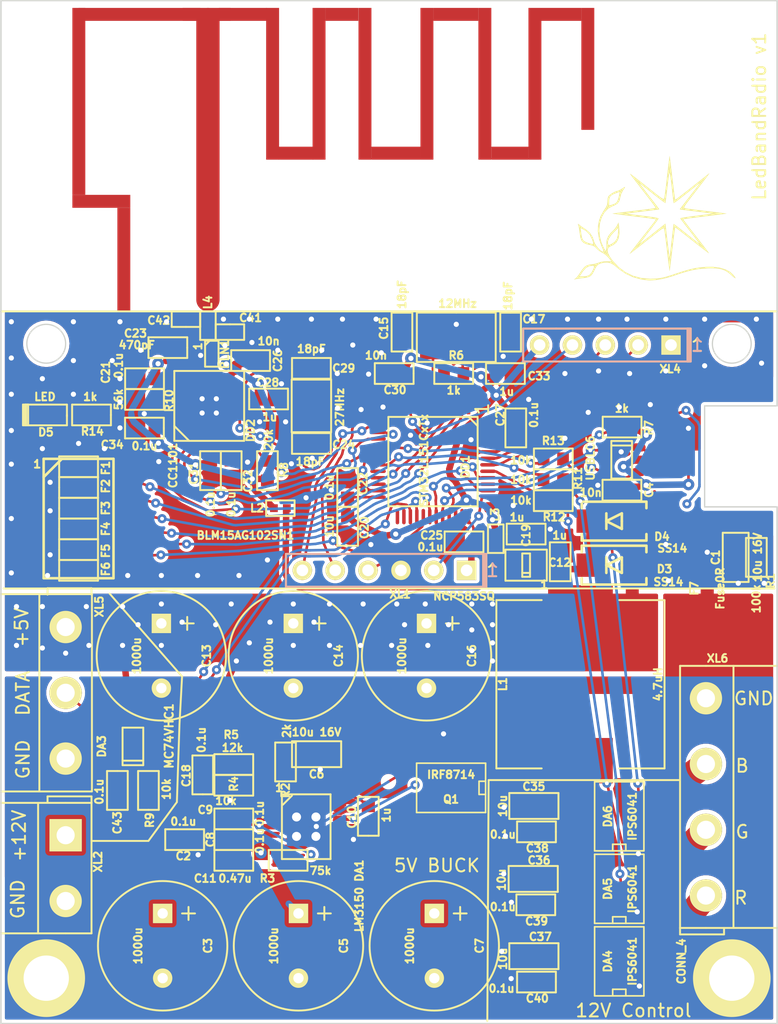
<source format=kicad_pcb>
(kicad_pcb (version 20170123) (host pcbnew "(2017-05-31 revision c0bb8a30c)-makepkg")
  (layers (0 F.Cu signal hide) (31 B.Cu signal hide) (36 B.SilkS user) (37 F.SilkS user) (38 B.Mask user) (39 F.Mask user) (44 Edge.Cuts user))
  (net 0 "")
  (net 1 /ANT2)
  (net 2 /RF2)
  (net 3 /RF1)
  (net 4 /ANT1)
  (net 5 GND)
  (net 6 GNDPWR)
  (net 7 +BATT)
  (net 8 /5V_USB)
  (net 9 "Net-(C10-Pad1)")
  (net 10 "Net-(C11-Pad2)")
  (net 11 +5V)
  (net 12 "Net-(C15-Pad1)")
  (net 13 "Net-(C17-Pad1)")
  (net 14 +3.3V)
  (net 15 PwrMCU)
  (net 16 VCC)
  (net 17 "Net-(C24-Pad1)")
  (net 18 "Net-(C29-Pad1)")
  (net 19 "Net-(C32-Pad2)")
  (net 20 /WS_OUT_EN)
  (net 21 /WS_CTRL)
  (net 22 "Net-(DA3-Pad4)")
  (net 23 "Net-(DA4-Pad2)")
  (net 24 /OUT_12V_R)
  (net 25 "Net-(DA5-Pad2)")
  (net 26 /OUT_12V_G)
  (net 27 "Net-(DA6-Pad2)")
  (net 28 /OUT_12V_B)
  (net 29 /DS3)
  (net 30 /DS2)
  (net 31 /DS1)
  (net 32 "Net-(DD1-Pad5)")
  (net 33 "Net-(DD1-Pad7)")
  (net 34 "Net-(DD1-Pad10)")
  (net 35 /CC_GDO0)
  (net 36 /UART_TX)
  (net 37 /UART_RX)
  (net 38 /CC_CS)
  (net 39 /CC_SCK)
  (net 40 /CC_MISO)
  (net 41 /CC_MOSI)
  (net 42 /12V_B)
  (net 43 /12V_R)
  (net 44 /DS6)
  (net 45 /DS5)
  (net 46 "Net-(DD1-Pad31)")
  (net 47 /D-)
  (net 48 /D+)
  (net 49 /SWDIO)
  (net 50 /SWCLK)
  (net 51 /DS4)
  (net 52 "Net-(DD1-Pad40)")
  (net 53 /12V_G)
  (net 54 "Net-(DD1-Pad42)")
  (net 55 "Net-(DD1-Pad43)")
  (net 56 "Net-(DD2-Pad17)")
  (net 57 /5VIN)
  (net 58 "Net-(D5-PadA)")
  (net 59 "Net-(C8-Pad1)")
  (net 60 /L1IN)
  (net 61 "Net-(C23-Pad1)")
  (net 62 "Net-(C26-Pad2)")
  (net 63 "Net-(DA1-Pad7)")
  (net 64 "Net-(DA1-Pad8)")
  (net 65 "Net-(DA1-Pad11)")
  (net 66 "Net-(DA1-Pad13)")
  (net 67 "Net-(XL3-PadH1)")
  (net 68 "Net-(XL3-PadH4)")
  (module Radio:BALUN868_ST (layer F.Cu) (at 128.3 85 90)
    (fp_text reference BLN1 (at 0.7 1 90) (layer F.SilkS) (effects (font (size 0.6 0.6))))
    (fp_text value BALUN868ST hide)
    (fp_text user 1 (at 1.3 -1.07 90) (layer F.SilkS) (effects (font (size 0.6 0.6))))
    (pad A2 smd circle (at 0 -0.25 90) (size 0.22 0.22) (layers F.Cu F.Mask) (net 2 /RF2))
    (pad B2 smd circle (at 0 0.25 90) (size 0.22 0.22) (layers F.Cu F.Mask) (net 3 /RF1))
    (pad A1 smd circle (at 1.2 -0.25 90) (size 0.22 0.22) (layers F.Cu F.Mask) (net 4 /ANT1))
    (pad B1 smd circle (at 1.2 0.25 90) (size 0.22 0.22) (layers F.Cu F.Mask) (net 5 GND))
  )
  (module Capacitors:CAP_0603 (layer F.Cu) (at 126.2 121.8 180)
    (fp_text reference C2 (at 0.1 -1.27 180) (layer F.SilkS) (effects (font (size 0.6 0.6))))
    (fp_text value 0.1u (at 0.09906 1.39954 180) (layer F.SilkS) (effects (font (size 0.6 0.6))))
    (pad 1 smd rect (at -0.762 0 180) (size 0.889 1.016) (layers F.Cu F.Mask) (net 6 GNDPWR))
    (pad 2 smd rect (at 0.762 0 180) (size 0.889 1.016) (layers F.Cu F.Mask) (net 7 +BATT))
  )
  (module Capacitors:CAP_10xxR (layer F.Cu) (at 124.5 130 270)
    (fp_text reference C3 (at 0 -3.5 270) (layer F.SilkS) (effects (font (size 0.6 0.6))))
    (fp_text value 1000u (at 0 1.9 270) (layer F.SilkS) (effects (font (size 0.6 0.6))))
    (pad 1 thru_hole rect (at -2.5 0 270) (size 1.5 1.5) (drill 0.8) (layers *.Cu *.Mask F.SilkS) (net 7 +BATT))
    (pad 2 thru_hole circle (at 2.5 0 270) (size 1.5 1.5) (drill 0.8) (layers *.Cu *.Mask F.SilkS) (net 6 GNDPWR))
  )
  (module Capacitors:CAP_0603 (layer F.Cu) (at 160.0074 94.809 180)
    (fp_text reference C4 (at -2.0926 0.009 270) (layer F.SilkS) (effects (font (size 0.6 0.6))))
    (fp_text value 10n (at 2.4074 -0.191 180) (layer F.SilkS) (effects (font (size 0.6 0.6))))
    (pad 1 smd rect (at -0.762 0 180) (size 0.889 1.016) (layers F.Cu F.Mask) (net 8 /5V_USB))
    (pad 2 smd rect (at 0.762 0 180) (size 0.889 1.016) (layers F.Cu F.Mask) (net 5 GND))
  )
  (module Capacitors:CAP_10xxR (layer F.Cu) (at 135 130 270)
    (fp_text reference C5 (at 0 -3.5 270) (layer F.SilkS) (effects (font (size 0.6 0.6))))
    (fp_text value 1000u (at 0 1.9 270) (layer F.SilkS) (effects (font (size 0.6 0.6))))
    (pad 1 thru_hole rect (at -2.5 0 270) (size 1.5 1.5) (drill 0.8) (layers *.Cu *.Mask F.SilkS) (net 7 +BATT))
    (pad 2 thru_hole circle (at 2.5 0 270) (size 1.5 1.5) (drill 0.8) (layers *.Cu *.Mask F.SilkS) (net 6 GNDPWR))
  )
  (module Capacitors:CAP_10xxR (layer F.Cu) (at 145.5 130 270)
    (fp_text reference C7 (at 0 -3.5 270) (layer F.SilkS) (effects (font (size 0.6 0.6))))
    (fp_text value 1000u (at 0 1.9 270) (layer F.SilkS) (effects (font (size 0.6 0.6))))
    (pad 1 thru_hole rect (at -2.5 0 270) (size 1.5 1.5) (drill 0.8) (layers *.Cu *.Mask F.SilkS) (net 7 +BATT))
    (pad 2 thru_hole circle (at 2.5 0 270) (size 1.5 1.5) (drill 0.8) (layers *.Cu *.Mask F.SilkS) (net 6 GNDPWR))
  )
  (module Capacitors:CAP_0603 (layer F.Cu) (at 130 121.8)
    (fp_text reference C8 (at -1.8 0 90) (layer F.SilkS) (effects (font (size 0.6 0.6))))
    (fp_text value 0.1u (at 2 0.1 90) (layer F.SilkS) (effects (font (size 0.6 0.6))))
    (pad 1 smd rect (at -0.762 0) (size 0.889 1.016) (layers F.Cu F.Mask) (net 59 "Net-(C8-Pad1)"))
    (pad 2 smd rect (at 0.762 0) (size 0.889 1.016) (layers F.Cu F.Mask) (net 6 GNDPWR))
  )
  (module Capacitors:CAP_0603 (layer F.Cu) (at 130 120.2 180)
    (fp_text reference C9 (at 2.2 0.7 180) (layer F.SilkS) (effects (font (size 0.6 0.6))))
    (fp_text value 0.1u (at -2 0.4 270) (layer F.SilkS) (effects (font (size 0.6 0.6))))
    (pad 1 smd rect (at -0.762 0 180) (size 0.889 1.016) (layers F.Cu F.Mask) (net 6 GNDPWR))
    (pad 2 smd rect (at 0.762 0 180) (size 0.889 1.016) (layers F.Cu F.Mask) (net 7 +BATT))
  )
  (module Capacitors:CAP_0603 (layer F.Cu) (at 140.4 120 90)
    (fp_text reference C10 (at -0.0635 -1.27 90) (layer F.SilkS) (effects (font (size 0.6 0.6))))
    (fp_text value 1u (at 0.09906 1.39954 90) (layer F.SilkS) (effects (font (size 0.6 0.6))))
    (pad 1 smd rect (at -0.762 0 90) (size 0.889 1.016) (layers F.Cu F.Mask) (net 9 "Net-(C10-Pad1)"))
    (pad 2 smd rect (at 0.762 0 90) (size 0.889 1.016) (layers F.Cu F.Mask) (net 6 GNDPWR))
  )
  (module Capacitors:CAP_0603 (layer F.Cu) (at 130 123.4)
    (fp_text reference C11 (at -2.2 1.4) (layer F.SilkS) (effects (font (size 0.6 0.6))))
    (fp_text value 0.47u (at 0.09906 1.39954) (layer F.SilkS) (effects (font (size 0.6 0.6))))
    (pad 1 smd rect (at -0.762 0) (size 0.889 1.016) (layers F.Cu F.Mask) (net 60 /L1IN))
    (pad 2 smd rect (at 0.762 0) (size 0.889 1.016) (layers F.Cu F.Mask) (net 10 "Net-(C11-Pad2)"))
  )
  (module Capacitors:CAP_0603 (layer F.Cu) (at 155.2348 100.3393 90)
    (fp_text reference C12 (at -0.0607 -0.0348 180) (layer F.SilkS) (effects (font (size 0.6 0.6))))
    (fp_text value 1u (at 2.0393 -0.0348 180) (layer F.SilkS) (effects (font (size 0.6 0.6))))
    (pad 1 smd rect (at -0.762 0 90) (size 0.889 1.016) (layers F.Cu F.Mask) (net 57 /5VIN))
    (pad 2 smd rect (at 0.762 0 90) (size 0.889 1.016) (layers F.Cu F.Mask) (net 5 GND))
  )
  (module Capacitors:CAP_10xxR (layer F.Cu) (at 124.4 107.6 270)
    (fp_text reference C13 (at 0 -3.5 270) (layer F.SilkS) (effects (font (size 0.6 0.6))))
    (fp_text value 1000u (at 0 1.9 270) (layer F.SilkS) (effects (font (size 0.6 0.6))))
    (pad 1 thru_hole rect (at -2.5 0 270) (size 1.5 1.5) (drill 0.8) (layers *.Cu *.Mask F.SilkS) (net 11 +5V))
    (pad 2 thru_hole circle (at 2.5 0 270) (size 1.5 1.5) (drill 0.8) (layers *.Cu *.Mask F.SilkS) (net 6 GNDPWR))
  )
  (module Capacitors:CAP_10xxR (layer F.Cu) (at 134.6 107.6 270)
    (fp_text reference C14 (at 0 -3.5 270) (layer F.SilkS) (effects (font (size 0.6 0.6))))
    (fp_text value 1000u (at 0 1.9 270) (layer F.SilkS) (effects (font (size 0.6 0.6))))
    (pad 1 thru_hole rect (at -2.5 0 270) (size 1.5 1.5) (drill 0.8) (layers *.Cu *.Mask F.SilkS) (net 11 +5V))
    (pad 2 thru_hole circle (at 2.5 0 270) (size 1.5 1.5) (drill 0.8) (layers *.Cu *.Mask F.SilkS) (net 6 GNDPWR))
  )
  (module Capacitors:CAP_0603 (layer F.Cu) (at 143 82.6 90)
    (fp_text reference C15 (at 0.3 -1.4 90) (layer F.SilkS) (effects (font (size 0.6 0.6))))
    (fp_text value 18pF (at 2.9 0 90) (layer F.SilkS) (effects (font (size 0.6 0.6))))
    (pad 1 smd rect (at -0.762 0 90) (size 0.889 1.016) (layers F.Cu F.Mask) (net 12 "Net-(C15-Pad1)"))
    (pad 2 smd rect (at 0.762 0 90) (size 0.889 1.016) (layers F.Cu F.Mask) (net 5 GND))
  )
  (module Capacitors:CAP_10xxR (layer F.Cu) (at 144.9 107.6 270)
    (fp_text reference C16 (at 0 -3.5 270) (layer F.SilkS) (effects (font (size 0.6 0.6))))
    (fp_text value 1000u (at 0 1.9 270) (layer F.SilkS) (effects (font (size 0.6 0.6))))
    (pad 1 thru_hole rect (at -2.5 0 270) (size 1.5 1.5) (drill 0.8) (layers *.Cu *.Mask F.SilkS) (net 11 +5V))
    (pad 2 thru_hole circle (at 2.5 0 270) (size 1.5 1.5) (drill 0.8) (layers *.Cu *.Mask F.SilkS) (net 6 GNDPWR))
  )
  (module Capacitors:CAP_0603 (layer F.Cu) (at 151.4 82.6 270)
    (fp_text reference C17 (at -1 -1.8) (layer F.SilkS) (effects (font (size 0.6 0.6))))
    (fp_text value 18pF (at -2.8 0.2 270) (layer F.SilkS) (effects (font (size 0.6 0.6))))
    (pad 1 smd rect (at -0.762 0 270) (size 0.889 1.016) (layers F.Cu F.Mask) (net 13 "Net-(C17-Pad1)"))
    (pad 2 smd rect (at 0.762 0 270) (size 0.889 1.016) (layers F.Cu F.Mask) (net 5 GND))
  )
  (module Capacitors:CAP_0603 (layer F.Cu) (at 127.6 116.8 90)
    (fp_text reference C18 (at -0.0635 -1.27 90) (layer F.SilkS) (effects (font (size 0.6 0.6))))
    (fp_text value 0.1u (at 2.7 -0.1 90) (layer F.SilkS) (effects (font (size 0.6 0.6))))
    (pad 1 smd rect (at -0.762 0 90) (size 0.889 1.016) (layers F.Cu F.Mask) (net 6 GNDPWR))
    (pad 2 smd rect (at 0.762 0 90) (size 0.889 1.016) (layers F.Cu F.Mask) (net 11 +5V))
  )
  (module Capacitors:CAP_0603 (layer F.Cu) (at 152.6 98.2)
    (fp_text reference C19 (at 0 0.1 90) (layer F.SilkS) (effects (font (size 0.6 0.6))))
    (fp_text value 1u (at -0.7 -1.3) (layer F.SilkS) (effects (font (size 0.6 0.6))))
    (pad 1 smd rect (at -0.762 0) (size 0.889 1.016) (layers F.Cu F.Mask) (net 14 +3.3V))
    (pad 2 smd rect (at 0.762 0) (size 0.889 1.016) (layers F.Cu F.Mask) (net 5 GND))
  )
  (module Capacitors:CAP_0603 (layer F.Cu) (at 138.8 97.6 90)
    (fp_text reference C20 (at -0.1 1.3 90) (layer F.SilkS) (effects (font (size 0.6 0.6))))
    (fp_text value 10u (at 0 -1.4 90) (layer F.SilkS) (effects (font (size 0.6 0.6))))
    (pad 1 smd rect (at -0.762 0 90) (size 0.889 1.016) (layers F.Cu F.Mask) (net 5 GND))
    (pad 2 smd rect (at 0.762 0 90) (size 0.889 1.016) (layers F.Cu F.Mask) (net 15 PwrMCU))
  )
  (module Capacitors:CAP_0603 (layer F.Cu) (at 123.1 86.2 180)
    (fp_text reference C21 (at 3 0.5 270) (layer F.SilkS) (effects (font (size 0.6 0.6))))
    (fp_text value 0.1u (at 2 1 270) (layer F.SilkS) (effects (font (size 0.6 0.6))))
    (pad 1 smd rect (at -0.762 0 180) (size 0.889 1.016) (layers F.Cu F.Mask) (net 7 +BATT))
    (pad 2 smd rect (at 0.762 0 180) (size 0.889 1.016) (layers F.Cu F.Mask) (net 5 GND))
  )
  (module Capacitors:CAP_0603 (layer F.Cu) (at 138.8 94.6 90)
    (fp_text reference C22 (at 0.3 1.2 90) (layer F.SilkS) (effects (font (size 0.6 0.6))))
    (fp_text value 0.1u (at 0 -1.4 90) (layer F.SilkS) (effects (font (size 0.6 0.6))))
    (pad 1 smd rect (at -0.762 0 90) (size 0.889 1.016) (layers F.Cu F.Mask) (net 15 PwrMCU))
    (pad 2 smd rect (at 0.762 0 90) (size 0.889 1.016) (layers F.Cu F.Mask) (net 5 GND))
  )
  (module Capacitors:CAP_0603 (layer F.Cu) (at 124.9 83.8 180)
    (fp_text reference C23 (at 2.5 1.1 180) (layer F.SilkS) (effects (font (size 0.6 0.6))))
    (fp_text value 470pF (at 2.4 0.2 180) (layer F.SilkS) (effects (font (size 0.6 0.6))))
    (pad 1 smd rect (at -0.762 0 180) (size 0.889 1.016) (layers F.Cu F.Mask) (net 61 "Net-(C23-Pad1)"))
    (pad 2 smd rect (at 0.762 0 180) (size 0.889 1.016) (layers F.Cu F.Mask) (net 11 +5V))
  )
  (module Capacitors:CAP_0603 (layer F.Cu) (at 136 91.2 180)
    (fp_text reference C24 (at -2.5 -0.1 180) (layer F.SilkS) (effects (font (size 0.6 0.6))))
    (fp_text value 18pF (at 0.09906 -1.4 180) (layer F.SilkS) (effects (font (size 0.6 0.6))))
    (pad 1 smd rect (at -0.762 0 180) (size 0.889 1.016) (layers F.Cu F.Mask) (net 17 "Net-(C24-Pad1)"))
    (pad 2 smd rect (at 0.762 0 180) (size 0.889 1.016) (layers F.Cu F.Mask) (net 5 GND))
  )
  (module Capacitors:CAP_0603 (layer F.Cu) (at 147.8 98.8 180)
    (fp_text reference C25 (at 2.5 0.5 180) (layer F.SilkS) (effects (font (size 0.6 0.6))))
    (fp_text value 0.1u (at 2.6 -0.4 180) (layer F.SilkS) (effects (font (size 0.6 0.6))))
    (pad 1 smd rect (at -0.762 0 180) (size 0.889 1.016) (layers F.Cu F.Mask) (net 15 PwrMCU))
    (pad 2 smd rect (at 0.762 0 180) (size 0.889 1.016) (layers F.Cu F.Mask) (net 5 GND))
  )
  (module Capacitors:CAP_0603 (layer F.Cu) (at 131.3 84.8)
    (fp_text reference C26 (at 2.1 0 90) (layer F.SilkS) (effects (font (size 0.6 0.6))))
    (fp_text value 10n (at 1.4 -1.5) (layer F.SilkS) (effects (font (size 0.6 0.6))))
    (pad 1 smd rect (at -0.762 0) (size 0.889 1.016) (layers F.Cu F.Mask) (net 14 +3.3V))
    (pad 2 smd rect (at 0.762 0) (size 0.889 1.016) (layers F.Cu F.Mask) (net 62 "Net-(C26-Pad2)"))
  )
  (module Capacitors:CAP_0603 (layer F.Cu) (at 151.8 90 270)
    (fp_text reference C27 (at -1 1.2 270) (layer F.SilkS) (effects (font (size 0.6 0.6))))
    (fp_text value 0.1u (at -1 -1.4 270) (layer F.SilkS) (effects (font (size 0.6 0.6))))
    (pad 1 smd rect (at -0.762 0 270) (size 0.889 1.016) (layers F.Cu F.Mask) (net 15 PwrMCU))
    (pad 2 smd rect (at 0.762 0 270) (size 0.889 1.016) (layers F.Cu F.Mask) (net 5 GND))
  )
  (module Capacitors:CAP_0603 (layer F.Cu) (at 132.6884 87.7684)
    (fp_text reference C28 (at -0.0635 -1.27) (layer F.SilkS) (effects (font (size 0.6 0.6))))
    (fp_text value 1u (at 0.09906 1.39954) (layer F.SilkS) (effects (font (size 0.6 0.6))))
    (pad 1 smd rect (at -0.762 0) (size 0.889 1.016) (layers F.Cu F.Mask) (net 16 VCC))
    (pad 2 smd rect (at 0.762 0) (size 0.889 1.016) (layers F.Cu F.Mask) (net 5 GND))
  )
  (module Capacitors:CAP_0603 (layer F.Cu) (at 136 85.4)
    (fp_text reference C29 (at 2.5 0) (layer F.SilkS) (effects (font (size 0.6 0.6))))
    (fp_text value 18pF (at 0 -1.5) (layer F.SilkS) (effects (font (size 0.6 0.6))))
    (pad 1 smd rect (at -0.762 0) (size 0.889 1.016) (layers F.Cu F.Mask) (net 18 "Net-(C29-Pad1)"))
    (pad 2 smd rect (at 0.762 0) (size 0.889 1.016) (layers F.Cu F.Mask) (net 5 GND))
  )
  (module Capacitors:CAP_0603 (layer F.Cu) (at 142.4 85.8 180)
    (fp_text reference C30 (at -0.0635 -1.27 180) (layer F.SilkS) (effects (font (size 0.6 0.6))))
    (fp_text value 10n (at 1.4 1.39954 180) (layer F.SilkS) (effects (font (size 0.6 0.6))))
    (pad 1 smd rect (at -0.762 0 180) (size 0.889 1.016) (layers F.Cu F.Mask) (net 15 PwrMCU))
    (pad 2 smd rect (at 0.762 0 180) (size 0.889 1.016) (layers F.Cu F.Mask) (net 5 GND))
  )
  (module Capacitors:CAP_0603 (layer F.Cu) (at 128.2 93.3 270)
    (fp_text reference C31 (at 0.2 1.3 270) (layer F.SilkS) (effects (font (size 0.6 0.6))))
    (fp_text value 0.1u (at 2.6 0 270) (layer F.SilkS) (effects (font (size 0.6 0.6))))
    (pad 1 smd rect (at -0.762 0 270) (size 0.889 1.016) (layers F.Cu F.Mask) (net 16 VCC))
    (pad 2 smd rect (at 0.762 0 270) (size 0.889 1.016) (layers F.Cu F.Mask) (net 5 GND))
  )
  (module Capacitors:CAP_0603 (layer F.Cu) (at 129.8 93.3 90)
    (fp_text reference C32 (at -0.8 1.3 90) (layer F.SilkS) (effects (font (size 0.6 0.6))))
    (fp_text value 0.1u (at -2.6 0 90) (layer F.SilkS) (effects (font (size 0.6 0.6))))
    (pad 1 smd rect (at -0.762 0 90) (size 0.889 1.016) (layers F.Cu F.Mask) (net 5 GND))
    (pad 2 smd rect (at 0.762 0 90) (size 0.889 1.016) (layers F.Cu F.Mask) (net 19 "Net-(C32-Pad2)"))
  )
  (module Capacitors:CAP_0603 (layer F.Cu) (at 151 85.8)
    (fp_text reference C33 (at 2.6 0.2) (layer F.SilkS) (effects (font (size 0.6 0.6))))
    (fp_text value 1u (at 0.09906 1.39954) (layer F.SilkS) (effects (font (size 0.6 0.6))))
    (pad 1 smd rect (at -0.762 0) (size 0.889 1.016) (layers F.Cu F.Mask) (net 15 PwrMCU))
    (pad 2 smd rect (at 0.762 0) (size 0.889 1.016) (layers F.Cu F.Mask) (net 5 GND))
  )
  (module Capacitors:CAP_0603 (layer F.Cu) (at 123.0919 90.0115 180)
    (fp_text reference C34 (at 2.4919 -1.2885 180) (layer F.SilkS) (effects (font (size 0.6 0.6))))
    (fp_text value 0.1u (at -0.0081 -1.3885 180) (layer F.SilkS) (effects (font (size 0.6 0.6))))
    (pad 1 smd rect (at -0.762 0 180) (size 0.889 1.016) (layers F.Cu F.Mask) (net 16 VCC))
    (pad 2 smd rect (at 0.762 0 180) (size 0.889 1.016) (layers F.Cu F.Mask) (net 5 GND))
  )
  (module Capacitors:CAP_0805 (layer F.Cu) (at 153.2 119.2 180)
    (fp_text reference C35 (at 0 1.5 180) (layer F.SilkS) (effects (font (size 0.6 0.6))))
    (fp_text value 10u (at 2.4 0 270) (layer F.SilkS) (effects (font (size 0.6 0.6))))
    (pad 1 smd rect (at -1.016 0 180) (size 1.143 1.397) (layers F.Cu F.Mask) (net 7 +BATT))
    (pad 2 smd rect (at 1.016 0 180) (size 1.143 1.397) (layers F.Cu F.Mask) (net 6 GNDPWR))
  )
  (module Capacitors:CAP_0805 (layer F.Cu) (at 153.1478 124.8342 180)
    (fp_text reference C36 (at -0.4522 1.4342 180) (layer F.SilkS) (effects (font (size 0.6 0.6))))
    (fp_text value 10u (at 2.4478 -0.0658 270) (layer F.SilkS) (effects (font (size 0.6 0.6))))
    (pad 1 smd rect (at -1.016 0 180) (size 1.143 1.397) (layers F.Cu F.Mask) (net 7 +BATT))
    (pad 2 smd rect (at 1.016 0 180) (size 1.143 1.397) (layers F.Cu F.Mask) (net 6 GNDPWR))
  )
  (module Capacitors:CAP_0805 (layer F.Cu) (at 153.2 130.8 180)
    (fp_text reference C37 (at -0.5 1.5 180) (layer F.SilkS) (effects (font (size 0.6 0.6))))
    (fp_text value 10u (at 2.4 -0.2 270) (layer F.SilkS) (effects (font (size 0.6 0.6))))
    (pad 1 smd rect (at -1.016 0 180) (size 1.143 1.397) (layers F.Cu F.Mask) (net 7 +BATT))
    (pad 2 smd rect (at 1.016 0 180) (size 1.143 1.397) (layers F.Cu F.Mask) (net 6 GNDPWR))
  )
  (module Capacitors:CAP_0603 (layer F.Cu) (at 153.4 121.2 180)
    (fp_text reference C38 (at -0.0635 -1.27 180) (layer F.SilkS) (effects (font (size 0.6 0.6))))
    (fp_text value 0.1u (at 2.6 -0.2 180) (layer F.SilkS) (effects (font (size 0.6 0.6))))
    (pad 1 smd rect (at -0.762 0 180) (size 0.889 1.016) (layers F.Cu F.Mask) (net 7 +BATT))
    (pad 2 smd rect (at 0.762 0 180) (size 0.889 1.016) (layers F.Cu F.Mask) (net 6 GNDPWR))
  )
  (module Capacitors:CAP_0603 (layer F.Cu) (at 153.3478 126.8342 180)
    (fp_text reference C39 (at -0.0635 -1.27 180) (layer F.SilkS) (effects (font (size 0.6 0.6))))
    (fp_text value 0.1u (at 2.5478 -0.1658 180) (layer F.SilkS) (effects (font (size 0.6 0.6))))
    (pad 1 smd rect (at -0.762 0 180) (size 0.889 1.016) (layers F.Cu F.Mask) (net 7 +BATT))
    (pad 2 smd rect (at 0.762 0 180) (size 0.889 1.016) (layers F.Cu F.Mask) (net 6 GNDPWR))
  )
  (module Capacitors:CAP_0603 (layer F.Cu) (at 153.4 132.8 180)
    (fp_text reference C40 (at -0.0635 -1.27 180) (layer F.SilkS) (effects (font (size 0.6 0.6))))
    (fp_text value 0.1u (at 2.7 -0.5 180) (layer F.SilkS) (effects (font (size 0.6 0.6))))
    (pad 1 smd rect (at -0.762 0 180) (size 0.889 1.016) (layers F.Cu F.Mask) (net 7 +BATT))
    (pad 2 smd rect (at 0.762 0 180) (size 0.889 1.016) (layers F.Cu F.Mask) (net 6 GNDPWR))
  )
  (module Capacitors:CAP_0402 (layer F.Cu) (at 129.7 82.6)
    (fp_text reference C41 (at 1.6 -1.1) (layer F.SilkS) (effects (font (size 0.6 0.6))))
    (fp_text value * hide)
    (pad 1 smd rect (at -0.5 0) (size 0.6 0.6) (layers F.Cu F.Mask) (net 4 /ANT1))
    (pad 2 smd rect (at 0.5 0) (size 0.6 0.6) (layers F.Cu F.Mask) (net 5 GND))
  )
  (module Capacitors:CAP_0402 (layer F.Cu) (at 126.3 81.6 180)
    (fp_text reference C42 (at 2.1 -0.1 180) (layer F.SilkS) (effects (font (size 0.6 0.6))))
    (fp_text value * hide)
    (pad 1 smd rect (at -0.5 0 180) (size 0.6 0.6) (layers F.Cu F.Mask) (net 1 /ANT2))
    (pad 2 smd rect (at 0.5 0 180) (size 0.6 0.6) (layers F.Cu F.Mask) (net 5 GND))
  )
  (module Diodes:SMA_DO214AC (layer F.Cu) (at 159.4 100.6)
    (fp_text reference D3 (at 3.9 0.3) (layer F.SilkS) (effects (font (size 0.59944 0.59944) (thickness 0.14986))))
    (fp_text value SS14 (at 4.2 1.3) (layer F.SilkS) (effects (font (size 0.59944 0.59944) (thickness 0.14986))))
    (pad C smd rect (at -1.905 0) (size 1.99898 1.80086) (layers F.Cu F.Mask) (net 57 /5VIN))
    (pad A smd rect (at 1.905 0) (size 1.99898 1.80086) (layers F.Cu F.Mask) (net 11 +5V))
  )
  (module Diodes:SMA_DO214AC (layer F.Cu) (at 159.4 97.2)
    (fp_text reference D4 (at 3.7 1.2) (layer F.SilkS) (effects (font (size 0.59944 0.59944) (thickness 0.14986))))
    (fp_text value SS14 (at 4.5 2.1) (layer F.SilkS) (effects (font (size 0.59944 0.59944) (thickness 0.14986))))
    (pad C smd rect (at -1.905 0) (size 1.99898 1.80086) (layers F.Cu F.Mask) (net 57 /5VIN))
    (pad A smd rect (at 1.905 0) (size 1.99898 1.80086) (layers F.Cu F.Mask) (net 8 /5V_USB))
  )
  (module SOT:SC82AB (layer F.Cu) (at 152.6 100.6 180)
    (fp_text reference DA2 hide)
    (fp_text value NCP583SQ (at 4.8 -2.4 180) (layer F.SilkS) (effects (font (size 0.6 0.6))))
    (fp_text user 1 (at -1.4 -1.5 180) (layer F.SilkS) (effects (font (size 0.6 0.6))))
    (pad 1 smd rect (at -0.94996 -0.65024 180) (size 0.89916 0.70104) (layers F.Cu F.Mask) (net 57 /5VIN))
    (pad 2 smd oval (at -0.94996 0.65024 180) (size 0.89916 0.70104) (layers F.Cu F.Mask) (net 5 GND))
    (pad 3 smd oval (at 0.94996 0.65024 180) (size 0.89916 0.70104) (layers F.Cu F.Mask) (net 14 +3.3V))
    (pad 4 smd oval (at 0.94996 -0.65024 180) (size 0.89916 0.70104) (layers F.Cu F.Mask) (net 57 /5VIN))
  )
  (module SOT:SOT23-5 (layer F.Cu) (at 122.2 114.6 90)
    (fp_text reference DA3 (at 0 -2.413 90) (layer F.SilkS) (effects (font (size 0.6 0.6))))
    (fp_text value MC74VHC1 (at 0.8 2.8 270) (layer F.SilkS) (effects (font (size 0.635 0.635) (thickness 0.14986))))
    (pad 1 smd rect (at -0.95 1.3 90) (size 0.635 1.1) (layers F.Cu F.Mask) (net 20 /WS_OUT_EN))
    (pad 2 smd oval (at 0 1.3 90) (size 0.635 1.1) (layers F.Cu F.Mask) (net 21 /WS_CTRL))
    (pad 3 smd oval (at 0.95 1.3 90) (size 0.635 1.1) (layers F.Cu F.Mask) (net 6 GNDPWR))
    (pad 4 smd oval (at 0.95 -1.3 90) (size 0.635 1.1) (layers F.Cu F.Mask) (net 22 "Net-(DA3-Pad4)"))
    (pad 5 smd oval (at -0.95 -1.3 90) (size 0.635 1.1) (layers F.Cu F.Mask) (net 11 +5V))
  )
  (module SO_DIL_TSSOP:SO8_150MIL (layer F.Cu) (at 159.8 131.2 90)
    (fp_text reference DA4 (at 0 -0.889 90) (layer F.SilkS) (effects (font (size 0.6 0.6))))
    (fp_text value IPS6041 (at 0 1.016 90) (layer F.SilkS) (effects (font (size 0.6 0.6))))
    (pad 8 smd oval (at -1.905 -2.794 90) (size 0.508 1.50114) (layers F.Cu F.Mask) (net 7 +BATT))
    (pad 1 smd rect (at -1.905 2.794 90) (size 0.508 1.50114) (layers F.Cu F.Mask) (net 6 GNDPWR))
    (pad 7 smd oval (at -0.635 -2.794 90) (size 0.508 1.50114) (layers F.Cu F.Mask) (net 7 +BATT))
    (pad 6 smd oval (at 0.635 -2.794 90) (size 0.508 1.50114) (layers F.Cu F.Mask) (net 7 +BATT))
    (pad 5 smd oval (at 1.905 -2.794 90) (size 0.508 1.50114) (layers F.Cu F.Mask) (net 7 +BATT))
    (pad 2 smd oval (at -0.635 2.794 90) (size 0.508 1.50114) (layers F.Cu F.Mask) (net 23 "Net-(DA4-Pad2)"))
    (pad 3 smd oval (at 0.635 2.794 90) (size 0.508 1.50114) (layers F.Cu F.Mask))
    (pad 4 smd oval (at 1.905 2.794 90) (size 0.508 1.50114) (layers F.Cu F.Mask) (net 24 /OUT_12V_R))
  )
  (module SO_DIL_TSSOP:SO8_150MIL (layer F.Cu) (at 159.8 125.6 90)
    (fp_text reference DA5 (at 0 -0.889 90) (layer F.SilkS) (effects (font (size 0.6 0.6))))
    (fp_text value IPS6041 (at 0 1.016 90) (layer F.SilkS) (effects (font (size 0.6 0.6))))
    (pad 8 smd oval (at -1.905 -2.794 90) (size 0.508 1.50114) (layers F.Cu F.Mask) (net 7 +BATT))
    (pad 1 smd rect (at -1.905 2.794 90) (size 0.508 1.50114) (layers F.Cu F.Mask) (net 6 GNDPWR))
    (pad 7 smd oval (at -0.635 -2.794 90) (size 0.508 1.50114) (layers F.Cu F.Mask) (net 7 +BATT))
    (pad 6 smd oval (at 0.635 -2.794 90) (size 0.508 1.50114) (layers F.Cu F.Mask) (net 7 +BATT))
    (pad 5 smd oval (at 1.905 -2.794 90) (size 0.508 1.50114) (layers F.Cu F.Mask) (net 7 +BATT))
    (pad 2 smd oval (at -0.635 2.794 90) (size 0.508 1.50114) (layers F.Cu F.Mask) (net 25 "Net-(DA5-Pad2)"))
    (pad 3 smd oval (at 0.635 2.794 90) (size 0.508 1.50114) (layers F.Cu F.Mask))
    (pad 4 smd oval (at 1.905 2.794 90) (size 0.508 1.50114) (layers F.Cu F.Mask) (net 26 /OUT_12V_G))
  )
  (module SO_DIL_TSSOP:SO8_150MIL (layer F.Cu) (at 159.8 120 90)
    (fp_text reference DA6 (at 0 -0.889 90) (layer F.SilkS) (effects (font (size 0.6 0.6))))
    (fp_text value IPS6041 (at 0 1.016 90) (layer F.SilkS) (effects (font (size 0.6 0.6))))
    (pad 8 smd oval (at -1.905 -2.794 90) (size 0.508 1.50114) (layers F.Cu F.Mask) (net 7 +BATT))
    (pad 1 smd rect (at -1.905 2.794 90) (size 0.508 1.50114) (layers F.Cu F.Mask) (net 6 GNDPWR))
    (pad 7 smd oval (at -0.635 -2.794 90) (size 0.508 1.50114) (layers F.Cu F.Mask) (net 7 +BATT))
    (pad 6 smd oval (at 0.635 -2.794 90) (size 0.508 1.50114) (layers F.Cu F.Mask) (net 7 +BATT))
    (pad 5 smd oval (at 1.905 -2.794 90) (size 0.508 1.50114) (layers F.Cu F.Mask) (net 7 +BATT))
    (pad 2 smd oval (at -0.635 2.794 90) (size 0.508 1.50114) (layers F.Cu F.Mask) (net 27 "Net-(DA6-Pad2)"))
    (pad 3 smd oval (at 0.635 2.794 90) (size 0.508 1.50114) (layers F.Cu F.Mask))
    (pad 4 smd oval (at 1.905 2.794 90) (size 0.508 1.50114) (layers F.Cu F.Mask) (net 28 /OUT_12V_B))
  )
  (module LQFP_TQFP:LQFP48 (layer F.Cu) (at 145.4 92.6 270)
    (fp_text reference DD1 (at 0.39878 -2.49936 270) (layer F.SilkS) (effects (font (size 0.59944 0.59944) (thickness 0.14986))))
    (fp_text value STM32L151CxTx (at -0.1 0.7 270) (layer F.SilkS) (effects (font (size 0.59944 0.59944) (thickness 0.14986))))
    (fp_text user 1 (at -4.064 -3.81 270) (layer F.SilkS))
    (pad 1 smd rect (at -4.25 -2.75 270) (size 1.2 0.27) (layers F.Cu F.Mask) (net 15 PwrMCU))
    (pad 2 smd oval (at -4.25 -2.25 270) (size 1.2 0.27) (layers F.Cu F.Mask) (net 29 /DS3))
    (pad 3 smd oval (at -4.25 -1.75 270) (size 1.2 0.27) (layers F.Cu F.Mask) (net 30 /DS2))
    (pad 4 smd oval (at -4.25 -1.25 270) (size 1.2 0.27) (layers F.Cu F.Mask) (net 31 /DS1))
    (pad 5 smd oval (at -4.25 -0.75 270) (size 1.2 0.27) (layers F.Cu F.Mask) (net 32 "Net-(DD1-Pad5)"))
    (pad 6 smd oval (at -4.25 -0.25 270) (size 1.2 0.27) (layers F.Cu F.Mask) (net 12 "Net-(C15-Pad1)"))
    (pad 7 smd oval (at -4.25 0.25 270) (size 1.2 0.27) (layers F.Cu F.Mask) (net 33 "Net-(DD1-Pad7)"))
    (pad 8 smd oval (at -4.25 0.75 270) (size 1.2 0.27) (layers F.Cu F.Mask) (net 5 GND))
    (pad 9 smd oval (at -4.25 1.25 270) (size 1.2 0.27) (layers F.Cu F.Mask) (net 15 PwrMCU))
    (pad 10 smd oval (at -4.25 1.75 270) (size 1.2 0.27) (layers F.Cu F.Mask) (net 34 "Net-(DD1-Pad10)"))
    (pad 11 smd oval (at -4.25 2.25 270) (size 1.2 0.27) (layers F.Cu F.Mask) (net 35 /CC_GDO0))
    (pad 12 smd oval (at -4.25 2.75 270) (size 1.2 0.27) (layers F.Cu F.Mask) (net 36 /UART_TX))
    (pad 13 smd oval (at -2.75 4.25) (size 1.2 0.27) (layers F.Cu F.Mask) (net 37 /UART_RX))
    (pad 14 smd oval (at -2.25 4.25) (size 1.2 0.27) (layers F.Cu F.Mask) (net 38 /CC_CS))
    (pad 15 smd oval (at -1.75 4.25) (size 1.2 0.27) (layers F.Cu F.Mask) (net 39 /CC_SCK))
    (pad 16 smd oval (at -1.25 4.25) (size 1.2 0.27) (layers F.Cu F.Mask) (net 40 /CC_MISO))
    (pad 17 smd oval (at -0.75 4.25) (size 1.2 0.27) (layers F.Cu F.Mask) (net 41 /CC_MOSI))
    (pad 18 smd oval (at -0.25 4.25) (size 1.2 0.27) (layers F.Cu F.Mask) (net 42 /12V_B))
    (pad 19 smd oval (at 0.25 4.25) (size 1.2 0.27) (layers F.Cu F.Mask) (net 43 /12V_R))
    (pad 20 smd oval (at 0.75 4.25) (size 1.2 0.27) (layers F.Cu F.Mask))
    (pad 21 smd oval (at 1.25 4.25) (size 1.2 0.27) (layers F.Cu F.Mask))
    (pad 22 smd oval (at 1.75 4.25) (size 1.2 0.27) (layers F.Cu F.Mask))
    (pad 23 smd oval (at 2.25 4.25) (size 1.2 0.27) (layers F.Cu F.Mask) (net 5 GND))
    (pad 24 smd oval (at 2.75 4.25) (size 1.2 0.27) (layers F.Cu F.Mask) (net 15 PwrMCU))
    (pad 25 smd oval (at 4.25 2.75 270) (size 1.2 0.27) (layers F.Cu F.Mask))
    (pad 26 smd oval (at 4.25 2.25 270) (size 1.2 0.27) (layers F.Cu F.Mask))
    (pad 27 smd oval (at 4.25 1.75 270) (size 1.2 0.27) (layers F.Cu F.Mask) (net 20 /WS_OUT_EN))
    (pad 28 smd oval (at 4.25 1.25 270) (size 1.2 0.27) (layers F.Cu F.Mask) (net 21 /WS_CTRL))
    (pad 29 smd oval (at 4.25 0.75 270) (size 1.2 0.27) (layers F.Cu F.Mask) (net 44 /DS6))
    (pad 30 smd oval (at 4.25 0.25 270) (size 1.2 0.27) (layers F.Cu F.Mask) (net 45 /DS5))
    (pad 31 smd oval (at 4.25 -0.25 270) (size 1.2 0.27) (layers F.Cu F.Mask) (net 46 "Net-(DD1-Pad31)"))
    (pad 32 smd oval (at 4.25 -0.75 270) (size 1.2 0.27) (layers F.Cu F.Mask) (net 47 /D-))
    (pad 33 smd oval (at 4.25 -1.25 270) (size 1.2 0.27) (layers F.Cu F.Mask) (net 48 /D+))
    (pad 34 smd oval (at 4.25 -1.75 270) (size 1.2 0.27) (layers F.Cu F.Mask) (net 49 /SWDIO))
    (pad 35 smd oval (at 4.25 -2.25 270) (size 1.2 0.27) (layers F.Cu F.Mask) (net 5 GND))
    (pad 36 smd oval (at 4.25 -2.75 270) (size 1.2 0.27) (layers F.Cu F.Mask) (net 15 PwrMCU))
    (pad 37 smd oval (at 2.75 -4.25) (size 1.2 0.27) (layers F.Cu F.Mask) (net 50 /SWCLK))
    (pad 38 smd oval (at 2.25 -4.25) (size 1.2 0.27) (layers F.Cu F.Mask) (net 51 /DS4))
    (pad 39 smd oval (at 1.75 -4.25) (size 1.2 0.27) (layers F.Cu F.Mask))
    (pad 40 smd oval (at 1.25 -4.25) (size 1.2 0.27) (layers F.Cu F.Mask) (net 52 "Net-(DD1-Pad40)"))
    (pad 41 smd oval (at 0.75 -4.25) (size 1.2 0.27) (layers F.Cu F.Mask) (net 53 /12V_G))
    (pad 42 smd oval (at 0.25 -4.25) (size 1.2 0.27) (layers F.Cu F.Mask) (net 54 "Net-(DD1-Pad42)"))
    (pad 43 smd oval (at -0.25 -4.25) (size 1.2 0.27) (layers F.Cu F.Mask) (net 55 "Net-(DD1-Pad43)"))
    (pad 44 smd oval (at -0.75 -4.25) (size 1.2 0.27) (layers F.Cu F.Mask) (net 5 GND))
    (pad 45 smd oval (at -1.25 -4.25) (size 1.2 0.27) (layers F.Cu F.Mask))
    (pad 46 smd oval (at -1.75 -4.25) (size 1.2 0.27) (layers F.Cu F.Mask))
    (pad 47 smd oval (at -2.25 -4.25) (size 1.2 0.27) (layers F.Cu F.Mask) (net 5 GND))
    (pad 48 smd oval (at -2.75 -4.25) (size 1.2 0.27) (layers F.Cu F.Mask) (net 15 PwrMCU))
  )
  (module QFN_DFN:QFN20 (layer F.Cu) (at 128.1 88.3 90)
    (fp_text reference DD2 (at -1.9 3.2 90) (layer F.SilkS) (effects (font (size 0.6 0.6))))
    (fp_text value CC1101 (at -4.6 -2.8 90) (layer F.SilkS) (effects (font (size 0.6 0.6))))
    (pad 1 smd rect (at -1.95 -1 90) (size 1.1 0.28) (layers F.Cu F.Mask) (net 39 /CC_SCK))
    (pad 2 smd oval (at -1.95 -0.5 90) (size 1.1 0.28) (layers F.Cu F.Mask) (net 40 /CC_MISO))
    (pad 3 smd oval (at -1.95 0 90) (size 1.1 0.28) (layers F.Cu F.Mask))
    (pad 4 smd oval (at -1.95 0.5 90) (size 1.1 0.28) (layers F.Cu F.Mask) (net 16 VCC))
    (pad 5 smd oval (at -1.95 1 90) (size 1.1 0.28) (layers F.Cu F.Mask) (net 19 "Net-(C32-Pad2)"))
    (pad 6 smd oval (at -1 1.95 180) (size 1.1 0.28) (layers F.Cu F.Mask) (net 35 /CC_GDO0))
    (pad 7 smd oval (at -0.5 1.95 180) (size 1.1 0.28) (layers F.Cu F.Mask) (net 38 /CC_CS))
    (pad 8 smd oval (at 0 1.95 180) (size 1.1 0.28) (layers F.Cu F.Mask) (net 17 "Net-(C24-Pad1)"))
    (pad 9 smd oval (at 0.5 1.95 180) (size 1.1 0.28) (layers F.Cu F.Mask) (net 16 VCC))
    (pad 10 smd oval (at 1 1.95 180) (size 1.1 0.28) (layers F.Cu F.Mask) (net 18 "Net-(C29-Pad1)"))
    (pad 11 smd oval (at 1.95 1 270) (size 1.1 0.28) (layers F.Cu F.Mask) (net 16 VCC))
    (pad 12 smd oval (at 1.95 0.5 270) (size 1.1 0.28) (layers F.Cu F.Mask) (net 3 /RF1))
    (pad 13 smd oval (at 1.95 0 270) (size 1.1 0.28) (layers F.Cu F.Mask) (net 2 /RF2))
    (pad 14 smd oval (at 1.95 -0.5 270) (size 1.1 0.28) (layers F.Cu F.Mask) (net 16 VCC))
    (pad 15 smd oval (at 1.95 -1 270) (size 1.1 0.28) (layers F.Cu F.Mask) (net 16 VCC))
    (pad 16 smd oval (at 1 -1.95 180) (size 1.1 0.28) (layers F.Cu F.Mask) (net 5 GND))
    (pad 17 smd oval (at 0.5 -1.95 180) (size 1.1 0.28) (layers F.Cu F.Mask) (net 56 "Net-(DD2-Pad17)"))
    (pad 18 smd oval (at 0 -1.95 180) (size 1.1 0.28) (layers F.Cu F.Mask) (net 16 VCC))
    (pad 19 smd oval (at -0.5 -1.95 180) (size 1.1 0.28) (layers F.Cu F.Mask) (net 5 GND))
    (pad 20 smd oval (at -1 -1.95 180) (size 1.1 0.28) (layers F.Cu F.Mask) (net 41 /CC_MOSI))
    (pad PAD thru_hole rect (at -0.55 -0.55 90) (size 1.1 1.1) (drill 0.4) (layers *.Cu F.Mask) (net 5 GND))
    (pad PAD thru_hole rect (at 0.55 -0.55 90) (size 1.1 1.1) (drill 0.4) (layers *.Cu F.Mask) (net 5 GND))
    (pad PAD thru_hole rect (at -0.55 0.55 90) (size 1.1 1.1) (drill 0.4) (layers *.Cu F.Mask) (net 5 GND))
    (pad PAD thru_hole rect (at 0.55 0.55 90) (size 1.1 1.1) (drill 0.4) (layers *.Cu F.Mask) (net 5 GND))
  )
  (module Resistors:RES_0603_FUSE (layer F.Cu) (at 118 93)
    (fp_text reference F1 (at 2.1 0.1 90) (layer F.SilkS) (effects (font (size 0.6 0.6))))
    (fp_text value Fuse0R hide)
    (pad 1 smd rect (at -0.66 0) (size 1.08 1) (layers F.Cu F.Mask) (net 5 GND))
    (pad 2 smd rect (at 0.66 0) (size 1.08 1) (layers F.Cu F.Mask) (net 31 /DS1))
  )
  (module Resistors:RES_0603_FUSE (layer F.Cu) (at 118 94.6)
    (fp_text reference F2 (at 2.1 -0.1 90) (layer F.SilkS) (effects (font (size 0.6 0.6))))
    (fp_text value Fuse0R hide)
    (pad 1 smd rect (at -0.66 0) (size 1.08 1) (layers F.Cu F.Mask) (net 5 GND))
    (pad 2 smd rect (at 0.66 0) (size 1.08 1) (layers F.Cu F.Mask) (net 30 /DS2))
  )
  (module Resistors:RES_0603_FUSE (layer F.Cu) (at 118 96.2)
    (fp_text reference F3 (at 2.1 0 90) (layer F.SilkS) (effects (font (size 0.6 0.6))))
    (fp_text value Fuse0R hide)
    (pad 1 smd rect (at -0.66 0) (size 1.08 1) (layers F.Cu F.Mask) (net 5 GND))
    (pad 2 smd rect (at 0.66 0) (size 1.08 1) (layers F.Cu F.Mask) (net 29 /DS3))
  )
  (module Resistors:RES_0603_FUSE (layer F.Cu) (at 118 97.8)
    (fp_text reference F4 (at 2.1 0 90) (layer F.SilkS) (effects (font (size 0.6 0.6))))
    (fp_text value Fuse0R hide)
    (pad 1 smd rect (at -0.66 0) (size 1.08 1) (layers F.Cu F.Mask) (net 5 GND))
    (pad 2 smd rect (at 0.66 0) (size 1.08 1) (layers F.Cu F.Mask) (net 51 /DS4))
  )
  (module Resistors:RES_0603_FUSE (layer F.Cu) (at 118 99.4)
    (fp_text reference F5 (at 2.1 0.1 90) (layer F.SilkS) (effects (font (size 0.6 0.6))))
    (fp_text value Fuse0R hide)
    (pad 1 smd rect (at -0.66 0) (size 1.08 1) (layers F.Cu F.Mask) (net 5 GND))
    (pad 2 smd rect (at 0.66 0) (size 1.08 1) (layers F.Cu F.Mask) (net 45 /DS5))
  )
  (module Resistors:RES_0603_FUSE (layer F.Cu) (at 118 101)
    (fp_text reference F6 (at 2.1 -0.1 90) (layer F.SilkS) (effects (font (size 0.6 0.6))))
    (fp_text value Fuse0R hide)
    (pad 1 smd rect (at -0.66 0) (size 1.08 1) (layers F.Cu F.Mask) (net 5 GND))
    (pad 2 smd rect (at 0.66 0) (size 1.08 1) (layers F.Cu F.Mask) (net 44 /DS6))
  )
  (module Inductors:IND_0402 (layer F.Cu) (at 133.6 96.2)
    (fp_text reference L2 (at -1.8 0) (layer F.SilkS) (effects (font (size 0.6 0.6))))
    (fp_text value BLM15AG102SN1 (at -2.7 2.1) (layer F.SilkS) (effects (font (size 0.6 0.6))))
    (pad 1 smd rect (at -0.5 0) (size 0.6 0.6) (layers F.Cu F.Mask) (net 16 VCC))
    (pad 2 smd rect (at 0.5 0) (size 0.6 0.6) (layers F.Cu F.Mask) (net 14 +3.3V))
  )
  (module Inductors:IND_0402 (layer F.Cu) (at 150.2528 98.5584 270)
    (fp_text reference L3 (at -1.8584 0.0528 270) (layer F.SilkS) (effects (font (size 0.6 0.6))))
    (fp_text value BLM15AG102SN1 hide)
    (pad 1 smd rect (at -0.5 0 270) (size 0.6 0.6) (layers F.Cu F.Mask) (net 15 PwrMCU))
    (pad 2 smd rect (at 0.5 0 270) (size 0.6 0.6) (layers F.Cu F.Mask) (net 14 +3.3V))
  )
  (module Inductors:IND_0402 (layer F.Cu) (at 128 82.1 270)
    (fp_text reference L4 (at -1.8 0 270) (layer F.SilkS) (effects (font (size 0.6 0.6))))
    (fp_text value * hide)
    (pad 1 smd rect (at -0.5 0 270) (size 0.6 0.6) (layers F.Cu F.Mask) (net 1 /ANT2))
    (pad 2 smd rect (at 0.5 0 270) (size 0.6 0.6) (layers F.Cu F.Mask) (net 4 /ANT1))
  )
  (module Pictures:Ostranna_12d7_10d1 (layer F.Cu) (at 162.51 73.79)
    (fp_text reference Logo1 hide)
    (fp_text value Logo hide)
  )
  (module SO_DIL_TSSOP:SO8_150MIL (layer F.Cu) (at 146.8 117.8 180)
    (fp_text reference Q1 (at 0 -0.889 180) (layer F.SilkS) (effects (font (size 0.6 0.6))))
    (fp_text value IRF8714 (at 0 1.016 180) (layer F.SilkS) (effects (font (size 0.6 0.6))))
    (pad 8 smd oval (at -1.905 -2.794 180) (size 0.508 1.50114) (layers F.Cu F.Mask) (net 7 +BATT))
    (pad 1 smd rect (at -1.905 2.794 180) (size 0.508 1.50114) (layers F.Cu F.Mask) (net 60 /L1IN))
    (pad 7 smd oval (at -0.635 -2.794 180) (size 0.508 1.50114) (layers F.Cu F.Mask) (net 7 +BATT))
    (pad 6 smd oval (at 0.635 -2.794 180) (size 0.508 1.50114) (layers F.Cu F.Mask) (net 7 +BATT))
    (pad 5 smd oval (at 1.905 -2.794 180) (size 0.508 1.50114) (layers F.Cu F.Mask) (net 7 +BATT))
    (pad 2 smd oval (at -0.635 2.794 180) (size 0.508 1.50114) (layers F.Cu F.Mask) (net 60 /L1IN))
    (pad 3 smd oval (at 0.635 2.794 180) (size 0.508 1.50114) (layers F.Cu F.Mask) (net 60 /L1IN))
    (pad 4 smd oval (at 1.905 2.794 180) (size 0.508 1.50114) (layers F.Cu F.Mask) (net 65 "Net-(DA1-Pad11)"))
  )
  (module Resistors:RES_0603 (layer F.Cu) (at 170.4 100 270)
    (fp_text reference R1 (at 1.8 -1.1 270) (layer F.SilkS) (effects (font (size 0.6 0.6))))
    (fp_text value 100k (at 3.2 0 270) (layer F.SilkS) (effects (font (size 0.6 0.6))))
    (pad 1 smd rect (at -0.75 0 270) (size 0.9 1) (layers F.Cu F.Mask) (net 63 "Net-(DA1-Pad7)"))
    (pad 2 smd rect (at 0.75 0 270) (size 0.9 1) (layers F.Cu F.Mask) (net 7 +BATT))
  )
  (module Resistors:RES_0603 (layer F.Cu) (at 134 115.8 90)
    (fp_text reference R2 (at -2.2 0 90) (layer F.SilkS) (effects (font (size 0.6 0.6))))
    (fp_text value 2k (at 2.4 0.1 90) (layer F.SilkS) (effects (font (size 0.6 0.6))))
    (pad 1 smd rect (at -0.75 0 90) (size 0.9 1) (layers F.Cu F.Mask) (net 60 /L1IN))
    (pad 2 smd rect (at 0.75 0 90) (size 0.9 1) (layers F.Cu F.Mask) (net 64 "Net-(DA1-Pad8)"))
  )
  (module Resistors:RES_0603 (layer F.Cu) (at 134.2 123.4)
    (fp_text reference R3 (at -1.6 1.4) (layer F.SilkS) (effects (font (size 0.6 0.6))))
    (fp_text value 75k (at 2.5 0.8) (layer F.SilkS) (effects (font (size 0.6 0.6))))
    (pad 1 smd rect (at -0.75 0) (size 0.9 1) (layers F.Cu F.Mask) (net 61 "Net-(C23-Pad1)"))
    (pad 2 smd rect (at 0.75 0) (size 0.9 1) (layers F.Cu F.Mask) (net 11 +5V))
  )
  (module Resistors:RES_0603 (layer F.Cu) (at 130 117.6)
    (fp_text reference R4 (at 0 -0.1 90) (layer F.SilkS) (effects (font (size 0.6 0.6))))
    (fp_text value 10k (at -0.6 1.2) (layer F.SilkS) (effects (font (size 0.6 0.6))))
    (pad 1 smd rect (at -0.75 0) (size 0.9 1) (layers F.Cu F.Mask) (net 6 GNDPWR))
    (pad 2 smd rect (at 0.75 0) (size 0.9 1) (layers F.Cu F.Mask) (net 61 "Net-(C23-Pad1)"))
  )
  (module Resistors:RES_0603 (layer F.Cu) (at 130 116)
    (fp_text reference R5 (at -0.2 -2.3) (layer F.SilkS) (effects (font (size 0.6 0.6))))
    (fp_text value 12k (at -0.1 -1.3) (layer F.SilkS) (effects (font (size 0.6 0.6))))
    (pad 1 smd rect (at -0.75 0) (size 0.9 1) (layers F.Cu F.Mask) (net 14 +3.3V))
    (pad 2 smd rect (at 0.75 0) (size 0.9 1) (layers F.Cu F.Mask) (net 62 "Net-(C26-Pad2)"))
  )
  (module Resistors:RES_0603 (layer F.Cu) (at 147 85.8 180)
    (fp_text reference R6 (at -0.2 1.4 180) (layer F.SilkS) (effects (font (size 0.6 0.6))))
    (fp_text value 1k (at 0 -1.3) (layer F.SilkS) (effects (font (size 0.6 0.6))))
    (pad 1 smd rect (at -0.75 0 180) (size 0.9 1) (layers F.Cu F.Mask) (net 13 "Net-(C17-Pad1)"))
    (pad 2 smd rect (at 0.75 0 180) (size 0.9 1) (layers F.Cu F.Mask) (net 32 "Net-(DD1-Pad5)"))
  )
  (module Resistors:RES_0603 (layer F.Cu) (at 160.0187 89.9361)
    (fp_text reference R7 (at 2.0813 0.0639 90) (layer F.SilkS) (effects (font (size 0.6 0.6))))
    (fp_text value 1k (at -0.0187 -1.4361) (layer F.SilkS) (effects (font (size 0.6 0.6))))
    (pad 1 smd rect (at -0.75 0) (size 0.9 1) (layers F.Cu F.Mask) (net 46 "Net-(DD1-Pad31)"))
    (pad 2 smd rect (at 0.75 0) (size 0.9 1) (layers F.Cu F.Mask) (net 8 /5V_USB))
  )
  (module Resistors:RES_0603 (layer F.Cu) (at 132.6 93.3 270)
    (fp_text reference R8 (at -0.0635 -1.27 270) (layer F.SilkS) (effects (font (size 0.6 0.6))))
    (fp_text value 20k (at -2.4 -0.1 270) (layer F.SilkS) (effects (font (size 0.6 0.6))))
    (pad 1 smd rect (at -0.75 0 270) (size 0.9 1) (layers F.Cu F.Mask) (net 38 /CC_CS))
    (pad 2 smd rect (at 0.75 0 270) (size 0.9 1) (layers F.Cu F.Mask) (net 16 VCC))
  )
  (module Resistors:RES_0603 (layer F.Cu) (at 123.4 118 90)
    (fp_text reference R9 (at -2.3 0.1 90) (layer F.SilkS) (effects (font (size 0.6 0.6))))
    (fp_text value 10k (at 0.09906 1.39954 90) (layer F.SilkS) (effects (font (size 0.6 0.6))))
    (pad 1 smd rect (at -0.75 0 90) (size 0.9 1) (layers F.Cu F.Mask) (net 11 +5V))
    (pad 2 smd rect (at 0.75 0 90) (size 0.9 1) (layers F.Cu F.Mask) (net 20 /WS_OUT_EN))
  )
  (module Resistors:RES_0603 (layer F.Cu) (at 123.1 87.8 180)
    (fp_text reference R10 (at -1.9 -0.1 270) (layer F.SilkS) (effects (font (size 0.6 0.6))))
    (fp_text value 56k (at 2 0 270) (layer F.SilkS) (effects (font (size 0.6 0.6))))
    (pad 1 smd rect (at -0.75 0 180) (size 0.9 1) (layers F.Cu F.Mask) (net 56 "Net-(DD2-Pad17)"))
    (pad 2 smd rect (at 0.75 0 180) (size 0.9 1) (layers F.Cu F.Mask) (net 5 GND))
  )
  (module Resistors:RES_0603 (layer F.Cu) (at 154.6999 94.0009 180)
    (fp_text reference R11 (at -1.9001 0.1009 270) (layer F.SilkS) (effects (font (size 0.6 0.6))))
    (fp_text value 10k (at 2.4999 0.0009 180) (layer F.SilkS) (effects (font (size 0.6 0.6))))
    (pad 1 smd rect (at -0.75 0 180) (size 0.9 1) (layers F.Cu F.Mask) (net 23 "Net-(DA4-Pad2)"))
    (pad 2 smd rect (at 0.75 0 180) (size 0.9 1) (layers F.Cu F.Mask) (net 43 /12V_R))
  )
  (module Resistors:RES_0603 (layer F.Cu) (at 154.6999 95.6206 180)
    (fp_text reference R12 (at -0.0635 -1.27 180) (layer F.SilkS) (effects (font (size 0.6 0.6))))
    (fp_text value 10k (at 2.4999 0.0206 180) (layer F.SilkS) (effects (font (size 0.6 0.6))))
    (pad 1 smd rect (at -0.75 0 180) (size 0.9 1) (layers F.Cu F.Mask) (net 25 "Net-(DA5-Pad2)"))
    (pad 2 smd rect (at 0.75 0 180) (size 0.9 1) (layers F.Cu F.Mask) (net 53 /12V_G))
  )
  (module Resistors:RES_0603 (layer F.Cu) (at 154.7042 92.3912 180)
    (fp_text reference R13 (at 0.0042 1.3912 180) (layer F.SilkS) (effects (font (size 0.6 0.6))))
    (fp_text value 10k (at 2.5042 -0.1088 180) (layer F.SilkS) (effects (font (size 0.6 0.6))))
    (pad 1 smd rect (at -0.75 0 180) (size 0.9 1) (layers F.Cu F.Mask) (net 27 "Net-(DA6-Pad2)"))
    (pad 2 smd rect (at 0.75 0 180) (size 0.9 1) (layers F.Cu F.Mask) (net 42 /12V_B))
  )
  (module BtnsSwitches:DIP_SMD_1D27X6 (layer F.Cu) (at 118 97)
    (fp_text reference SW1 hide)
    (fp_text value DIPx6 hide)
    (fp_text user 1 (at -3.2 -4.2 180) (layer F.SilkS) (effects (font (size 0.6 0.6))))
    (pad 1 smd rect (at -3.81 -3.175) (size 1.27 0.76) (layers F.Cu F.Mask) (net 5 GND))
    (pad 2 smd rect (at -3.81 -1.905) (size 1.27 0.76) (layers F.Cu F.Mask) (net 5 GND))
    (pad 3 smd rect (at -3.81 -0.635) (size 1.27 0.76) (layers F.Cu F.Mask) (net 5 GND))
    (pad 4 smd rect (at -3.81 0.635) (size 1.27 0.76) (layers F.Cu F.Mask) (net 5 GND))
    (pad 5 smd rect (at -3.81 1.905) (size 1.27 0.76) (layers F.Cu F.Mask) (net 5 GND))
    (pad 6 smd rect (at -3.81 3.175) (size 1.27 0.76) (layers F.Cu F.Mask) (net 5 GND))
    (pad 7 smd rect (at 3.81 3.175) (size 1.27 0.76) (layers F.Cu F.Mask) (net 44 /DS6))
    (pad 8 smd rect (at 3.81 1.905) (size 1.27 0.76) (layers F.Cu F.Mask) (net 45 /DS5))
    (pad 9 smd rect (at 3.81 0.635) (size 1.27 0.76) (layers F.Cu F.Mask) (net 51 /DS4))
    (pad 10 smd rect (at 3.81 -0.635) (size 1.27 0.76) (layers F.Cu F.Mask) (net 29 /DS3))
    (pad 11 smd rect (at 3.81 -1.905) (size 1.27 0.76) (layers F.Cu F.Mask) (net 30 /DS2))
    (pad 12 smd rect (at 3.81 -3.175) (size 1.27 0.76) (layers F.Cu F.Mask) (net 31 /DS1))
  )
  (module PCB:TESTPOINT_1MM (layer F.Cu) (at 144.5387 85.9826)
    (fp_text reference TP1 hide)
    (fp_text value TESTPOINT hide)
    (pad 1 smd circle (at 0 0) (size 1 1) (layers F.Cu F.Mask) (net 33 "Net-(DD1-Pad7)"))
  )
  (module PCB:TESTPOINT_1MM (layer F.Cu) (at 139.4078 87.3671)
    (fp_text reference TP2 hide)
    (fp_text value TESTPOINT hide)
    (pad 1 smd circle (at 0 0) (size 1 1) (layers F.Cu F.Mask) (net 35 /CC_GDO0))
  )
  (module SOT:SOT23-6 (layer F.Cu) (at 159.9872 92.4593 270)
    (fp_text reference U1 hide)
    (fp_text value USBLC6 (at -0.127 2.413 270) (layer F.SilkS) (effects (font (size 0.6 0.6))))
    (pad 1 smd rect (at -0.94996 1.30048 270) (size 0.635 1.09982) (layers F.Cu F.Mask) (net 48 /D+))
    (pad 2 smd oval (at 0 1.30048 270) (size 0.635 1.09982) (layers F.Cu F.Mask) (net 5 GND))
    (pad 3 smd oval (at 0.94996 1.30048 270) (size 0.635 1.09982) (layers F.Cu F.Mask) (net 47 /D-))
    (pad 4 smd oval (at 0.94996 -1.30048 270) (size 0.635 1.09982) (layers F.Cu F.Mask) (net 47 /D-))
    (pad 5 smd oval (at 0 -1.30048 270) (size 0.635 1.09982) (layers F.Cu F.Mask) (net 8 /5V_USB))
    (pad 6 smd oval (at -0.94996 -1.30048 270) (size 0.635 1.09982) (layers F.Cu F.Mask) (net 48 /D+))
  )
  (module Connectors:PLS-6 (layer F.Cu) (at 148 101 180)
    (fp_text reference XL1 (at 5.14096 -1.84912 180) (layer F.SilkS) (effects (font (size 0.6 0.6))))
    (fp_text value CONN_6 hide)
    (fp_text user 1 (at -2 0 180) (layer B.SilkS) (effects (justify mirror)))
    (fp_text user 1 (at -2 0 180) (layer F.SilkS))
    (pad 1 thru_hole rect (at 0 0 180) (size 1.5 1.5) (drill 0.9) (layers *.Cu *.Mask F.SilkS) (net 15 PwrMCU))
    (pad 2 thru_hole circle (at 2.54 0 180) (size 1.5 1.5) (drill 0.9) (layers *.Cu *.Mask F.SilkS) (net 50 /SWCLK))
    (pad 3 thru_hole circle (at 5.08 0 180) (size 1.5 1.5) (drill 0.9) (layers *.Cu *.Mask F.SilkS) (net 5 GND))
    (pad 4 thru_hole circle (at 7.62 0 180) (size 1.5 1.5) (drill 0.9) (layers *.Cu *.Mask F.SilkS) (net 49 /SWDIO))
    (pad 5 thru_hole circle (at 10.16 0 180) (size 1.5 1.5) (drill 0.9) (layers *.Cu *.Mask F.SilkS) (net 36 /UART_TX))
    (pad 6 thru_hole circle (at 12.7 0 180) (size 1.5 1.5) (drill 0.9) (layers *.Cu *.Mask F.SilkS) (net 37 /UART_RX))
  )
  (module Connectors:TermiBlockHeader_508_x2_R (layer F.Cu) (at 117 124 270)
    (fp_text reference XL2 (at -0.5 -2.5 270) (layer F.SilkS) (effects (font (size 0.6 0.6))))
    (fp_text value CONN_2 hide)
    (pad 1 thru_hole rect (at -2.54 0 270) (size 2.5 2.5) (drill 1.4) (layers *.Cu *.Mask F.SilkS) (net 7 +BATT))
    (pad 2 thru_hole circle (at 2.54 0 270) (size 2.5 2.5) (drill 1.4) (layers *.Cu *.Mask F.SilkS) (net 6 GNDPWR))
  )
  (module Connectors:PLS-5 (layer F.Cu) (at 163.8 83.6 180)
    (fp_text reference XL4 (at 0.06096 -1.84912 180) (layer F.SilkS) (effects (font (size 0.6 0.6))))
    (fp_text value CONN_5 hide)
    (fp_text user 1 (at -2.032 0 180) (layer F.SilkS))
    (fp_text user 1 (at -2.032 0 180) (layer B.SilkS) (effects (justify mirror)))
    (pad 5 thru_hole circle (at 10.16 0 180) (size 1.5 1.5) (drill 0.9) (layers *.Cu *.Mask F.SilkS) (net 15 PwrMCU))
    (pad 1 thru_hole rect (at 0 0 180) (size 1.5 1.5) (drill 0.9) (layers *.Cu *.Mask F.SilkS) (net 5 GND))
    (pad 2 thru_hole circle (at 2.54 0 180) (size 1.5 1.5) (drill 0.9) (layers *.Cu *.Mask F.SilkS) (net 54 "Net-(DD1-Pad42)"))
    (pad 3 thru_hole circle (at 5.08 0 180) (size 1.5 1.5) (drill 0.9) (layers *.Cu *.Mask F.SilkS) (net 55 "Net-(DD1-Pad43)"))
    (pad 4 thru_hole circle (at 7.62 0 180) (size 1.5 1.5) (drill 0.9) (layers *.Cu *.Mask F.SilkS) (net 34 "Net-(DD1-Pad10)"))
  )
  (module Connectors:TermiBlockHeader_508_x3_R (layer F.Cu) (at 117 113 270)
    (fp_text reference XL5 (at -9.2 -2.6 270) (layer F.SilkS) (effects (font (size 0.6 0.6))))
    (fp_text value CONN_3 hide)
    (pad 1 thru_hole circle (at -7.62 0 270) (size 2.5 2.5) (drill 1.4) (layers *.Cu *.Mask F.SilkS) (net 11 +5V))
    (pad 2 thru_hole circle (at -2.54 0 270) (size 2.5 2.5) (drill 1.4) (layers *.Cu *.Mask F.SilkS) (net 22 "Net-(DA3-Pad4)"))
    (pad 3 thru_hole circle (at 2.54 0 270) (size 2.5 2.5) (drill 1.4) (layers *.Cu *.Mask F.SilkS) (net 6 GNDPWR))
  )
  (module Connectors:TermiBlockHeader_508_x4_R (layer F.Cu) (at 166.5 118.5 90)
    (fp_text reference XL6 (at 10.7 0.9 180) (layer F.SilkS) (effects (font (size 0.6 0.6))))
    (fp_text value CONN_4 (at -12.7 -1.9 90) (layer F.SilkS) (effects (font (size 0.6 0.6))))
    (pad 1 thru_hole circle (at -7.62 0 90) (size 2.5 2.5) (drill 1.4) (layers *.Cu *.Mask F.SilkS) (net 24 /OUT_12V_R))
    (pad 2 thru_hole circle (at -2.54 0 90) (size 2.5 2.5) (drill 1.4) (layers *.Cu *.Mask F.SilkS) (net 26 /OUT_12V_G))
    (pad 3 thru_hole circle (at 2.54 0 90) (size 2.5 2.5) (drill 1.4) (layers *.Cu *.Mask F.SilkS) (net 28 /OUT_12V_B))
    (pad 4 thru_hole circle (at 7.62 0 90) (size 2.5 2.5) (drill 1.4) (layers *.Cu *.Mask F.SilkS) (net 6 GNDPWR))
  )
  (module Quartz:0503x4-4 (layer F.Cu) (at 147.2 83)
    (fp_text reference XTAL1 hide)
    (fp_text value 12MHz (at 0.1 -2.6) (layer F.SilkS) (effects (font (size 0.6 0.6))))
    (pad 1 smd rect (at -1.84912 1.09982) (size 1.89992 1.19888) (layers F.Cu F.Mask) (net 12 "Net-(C15-Pad1)"))
    (pad H smd rect (at 1.84912 1.09982) (size 1.89992 1.19888) (layers F.Cu F.Mask) (net 5 GND))
    (pad 2 smd rect (at 1.84912 -1.09982) (size 1.89992 1.19888) (layers F.Cu F.Mask) (net 13 "Net-(C17-Pad1)"))
    (pad H smd rect (at -1.84912 -1.09982) (size 1.89992 1.19888) (layers F.Cu F.Mask) (net 5 GND))
  )
  (module Quartz:03225C4 (layer F.Cu) (at 136 88.3 90)
    (fp_text reference XTAL2 hide)
    (fp_text value 27MHz (at -0.1 2.2 90) (layer F.SilkS) (effects (font (size 0.59944 0.59944) (thickness 0.14986))))
    (pad 1 smd rect (at -1.1 0.8 90) (size 1.4 1) (layers F.Cu F.Mask) (net 17 "Net-(C24-Pad1)"))
    (pad H smd rect (at 1.1 0.8 90) (size 1.4 1) (layers F.Cu F.Mask) (net 5 GND))
    (pad 2 smd rect (at 1.1 -0.8 90) (size 1.4 1) (layers F.Cu F.Mask) (net 18 "Net-(C29-Pad1)"))
    (pad H smd rect (at -1.1 -0.8 90) (size 1.4 1) (layers F.Cu F.Mask) (net 5 GND))
  )
  (module Radio:ANT_INVF_LEDBANDRXTX (layer F.Cu) (at 142 81 90)
    (fp_text reference ANT1 hide)
    (fp_text value ANT_GENERAL hide)
    (fp_line (start 22.94 -23.94) (end 22.94 -14.65) (layer F.Cu) (width 1))
    (pad 1 smd rect (at 22.94 -14.1 90) (size 1 3.7) (layers F.Cu) (net 1 /ANT2))
    (pad 1 smd rect (at 18.73 15.37 90) (size 9.42 1) (layers F.Cu) (net 1 /ANT2))
    (pad 1 smd rect (at 22.94 13.325 90) (size 1 3.1) (layers F.Cu) (net 1 /ANT2))
    (pad 1 smd rect (at 22.94 5.17 90) (size 1 3.48) (layers F.Cu) (net 1 /ANT2))
    (pad 1 smd rect (at 17.58 7.41 90) (size 11.72 1) (layers F.Cu) (net 1 /ANT2))
    (pad 1 smd rect (at 12.22 9.345 90) (size 1 2.87) (layers F.Cu) (net 1 /ANT2))
    (pad 1 smd rect (at 17.58 11.28 90) (size 11.72 1) (layers F.Cu) (net 1 /ANT2))
    (pad 1 smd rect (at 17.58 2.93 90) (size 11.72 1) (layers F.Cu) (net 1 /ANT2))
    (pad 1 smd rect (at 12.22 0.535 90) (size 1 3.8) (layers F.Cu) (net 1 /ANT2))
    (pad 1 smd rect (at 17.58 -1.86 90) (size 11.72 1) (layers F.Cu) (net 1 /ANT2))
    (pad 1 smd rect (at 22.94 -3.64 90) (size 1 2.54) (layers F.Cu) (net 1 /ANT2))
    (pad 1 smd rect (at 12.22 -7.2 90) (size 1 2.7) (layers F.Cu) (net 1 /ANT2))
    (pad 1 smd oval (at 11.72 -14 90) (size 23.44 1.8) (layers F.Cu) (net 1 /ANT2))
    (pad 2 smd rect (at 16.22 -23.98 90) (size 14.44 1) (layers F.Cu) (net 5 GND))
    (pad 2 smd rect (at 8.5 -22.24 90) (size 1 4.48) (layers F.Cu) (net 5 GND))
    (pad 2 smd rect (at 4 -20.5 90) (size 8 1) (layers F.Cu) (net 5 GND))
    (pad 1 smd rect (at 22.94 -11.3 90) (size 1 3.7) (layers F.Cu) (net 1 /ANT2))
    (pad 1 smd rect (at 17.58 -9 90) (size 11.72 1) (layers F.Cu) (net 1 /ANT2))
    (pad 1 smd rect (at 17.58 -5.41 90) (size 11.72 1) (layers F.Cu) (net 1 /ANT2))
  )
  (module Capacitors:CAP_0603 (layer F.Cu) (at 121 118 270)
    (fp_text reference C43 (at 2.5 0 270) (layer F.SilkS) (effects (font (size 0.6 0.6))))
    (fp_text value 0.1u (at 0.09906 1.39954 270) (layer F.SilkS) (effects (font (size 0.6 0.6))))
    (pad 1 smd rect (at -0.762 0 270) (size 0.889 1.016) (layers F.Cu F.Mask) (net 11 +5V))
    (pad 2 smd rect (at 0.762 0 270) (size 0.889 1.016) (layers F.Cu F.Mask) (net 6 GNDPWR))
  )
  (module PCB:Hole3_5_out6mm (layer F.Cu) (at 168.5 132.5)
    (fp_text reference HOLE1 hide)
    (fp_text value HOLE_METALLED hide)
    (pad H thru_hole circle (at 0 0) (size 6 6) (drill 3.5) (layers *.Cu *.Mask F.SilkS) (net 6 GNDPWR))
  )
  (module PCB:Hole3_5_out6mm (layer F.Cu) (at 115.5 132.5)
    (fp_text reference HOLE2 hide)
    (fp_text value HOLE_METALLED hide)
    (pad H thru_hole circle (at 0 0) (size 6 6) (drill 3.5) (layers *.Cu *.Mask F.SilkS) (net 6 GNDPWR))
  )
  (module LEDs:LED_0603 (layer F.Cu) (at 115.6 89 180)
    (fp_text reference D5 (at 0.127 -1.3335 180) (layer F.SilkS) (effects (font (size 0.6 0.6))))
    (fp_text value LED (at 0.2 1.4 180) (layer F.SilkS) (effects (font (size 0.6 0.6))))
    (pad A smd rect (at -0.762 0 180) (size 0.889 1.016) (layers F.Cu F.Mask) (net 58 "Net-(D5-PadA)"))
    (pad C smd rect (at 0.762 0 180) (size 0.889 1.016) (layers F.Cu F.Mask) (net 5 GND))
  )
  (module Resistors:RES_0603 (layer F.Cu) (at 119 89 180)
    (fp_text reference R14 (at -0.0635 -1.27 180) (layer F.SilkS) (effects (font (size 0.6 0.6))))
    (fp_text value 1k (at 0.09906 1.39954 180) (layer F.SilkS) (effects (font (size 0.6 0.6))))
    (pad 1 smd rect (at -0.75 0 180) (size 0.9 1) (layers F.Cu F.Mask) (net 52 "Net-(DD1-Pad40)"))
    (pad 2 smd rect (at 0.75 0 180) (size 0.9 1) (layers F.Cu F.Mask) (net 58 "Net-(D5-PadA)"))
  )
  (module Capacitors:CAP_0805 (layer F.Cu) (at 168.8 100 90)
    (fp_text reference C1 (at 0 -1.55 90) (layer F.SilkS) (effects (font (size 0.6 0.6))))
    (fp_text value "10u 16V" (at 0 1.69926 90) (layer F.SilkS) (effects (font (size 0.6 0.6))))
    (pad 1 smd rect (at -1.016 0 90) (size 1.143 1.397) (layers F.Cu F.Mask) (net 7 +BATT))
    (pad 2 smd rect (at 1.016 0 90) (size 1.143 1.397) (layers F.Cu F.Mask) (net 6 GNDPWR))
  )
  (module Capacitors:CAP_0805 (layer F.Cu) (at 136.4 115.2 180)
    (fp_text reference C6 (at 0 -1.55 180) (layer F.SilkS) (effects (font (size 0.6 0.6))))
    (fp_text value "10u 16V" (at 0 1.69926 180) (layer F.SilkS) (effects (font (size 0.6 0.6))))
    (pad 1 smd rect (at -1.016 0 180) (size 1.143 1.397) (layers F.Cu F.Mask) (net 7 +BATT))
    (pad 2 smd rect (at 1.016 0 180) (size 1.143 1.397) (layers F.Cu F.Mask) (net 6 GNDPWR))
  )
  (module Capacitors:CAP_0603 (layer F.Cu) (at 190.775715 65.52)
    (fp_text reference C44 (at 0 0) (layer F.SilkS) (effects (font (size 0.6 0.6))))
    (fp_text value 0.1u (at -2.5 -0.1) (layer F.SilkS) (effects (font (size 0.6 0.6))))
    (pad 1 smd rect (at -0.762 0) (size 0.889 1.016) (layers F.Cu F.Mask) (net 16 VCC))
    (pad 2 smd rect (at 0.762 0) (size 0.889 1.016) (layers F.Cu F.Mask) (net 5 GND))
  )
  (module Capacitors:CAP_0603 (layer F.Cu) (at 196.875715 57.8)
    (fp_text reference C45 (at 0 0) (layer F.SilkS) (effects (font (size 0.6 0.6))))
    (fp_text value 0.1u (at -2.5 -0.1) (layer F.SilkS) (effects (font (size 0.6 0.6))))
    (pad 2 smd rect (at 0.762 0) (size 0.889 1.016) (layers F.Cu F.Mask) (net 5 GND))
    (pad 1 smd rect (at -0.762 0) (size 0.889 1.016) (layers F.Cu F.Mask) (net 16 VCC))
  )
  (module Capacitors:CAP_0603 (layer F.Cu) (at 196.875715 60.19)
    (fp_text reference C46 (at 0 0) (layer F.SilkS) (effects (font (size 0.6 0.6))))
    (fp_text value 0.1u (at -2.5 -0.1) (layer F.SilkS) (effects (font (size 0.6 0.6))))
    (pad 1 smd rect (at -0.762 0) (size 0.889 1.016) (layers F.Cu F.Mask) (net 16 VCC))
    (pad 2 smd rect (at 0.762 0) (size 0.889 1.016) (layers F.Cu F.Mask) (net 5 GND))
  )
  (module Capacitors:CAP_0603 (layer F.Cu) (at 196.545715 65.52)
    (fp_text reference C47 (at 0 0) (layer F.SilkS) (effects (font (size 0.6 0.6))))
    (fp_text value 0.1u (at -2.5 -0.1) (layer F.SilkS) (effects (font (size 0.6 0.6))))
    (pad 2 smd rect (at 0.762 0) (size 0.889 1.016) (layers F.Cu F.Mask) (net 5 GND))
    (pad 1 smd rect (at -0.762 0) (size 0.889 1.016) (layers F.Cu F.Mask) (net 16 VCC))
  )
  (module SO_DIL_TSSOP:HTSSOP14 (layer F.Cu) (at 135.6 120.8)
    (fp_text reference DA1 (at 4.1 3.4 270) (layer F.SilkS) (effects (font (size 0.6 0.6))))
    (fp_text value LM3150 (at 4.1 6.4 270) (layer F.SilkS) (effects (font (size 0.6 0.6))))
    (fp_text user 1 (at -2.1 -3) (layer F.SilkS) (effects (font (size 0.6 0.6))))
    (pad 1 smd rect (at -2.97 -1.95) (size 1.78 0.42) (layers F.Cu F.Mask) (net 9 "Net-(C10-Pad1)"))
    (pad 2 smd oval (at -2.97 -1.3) (size 1.78 0.42) (layers F.Cu F.Mask) (net 7 +BATT))
    (pad 3 smd oval (at -2.97 -0.65) (size 1.78 0.42) (layers F.Cu F.Mask))
    (pad 4 smd oval (at -2.97 0) (size 1.78 0.42) (layers F.Cu F.Mask) (net 61 "Net-(C23-Pad1)"))
    (pad 5 smd oval (at -2.97 0.65) (size 1.78 0.42) (layers F.Cu F.Mask) (net 6 GNDPWR))
    (pad 6 smd oval (at -2.97 1.3) (size 1.78 0.42) (layers F.Cu F.Mask) (net 59 "Net-(C8-Pad1)"))
    (pad 7 smd oval (at -2.97 1.95) (size 1.78 0.42) (layers F.Cu F.Mask) (net 63 "Net-(DA1-Pad7)"))
    (pad 8 smd oval (at 2.97 1.95) (size 1.78 0.42) (layers F.Cu F.Mask) (net 64 "Net-(DA1-Pad8)"))
    (pad 9 smd oval (at 2.97 1.3) (size 1.78 0.42) (layers F.Cu F.Mask) (net 6 GNDPWR))
    (pad 10 smd oval (at 2.97 0.65) (size 1.78 0.42) (layers F.Cu F.Mask) (net 60 /L1IN))
    (pad 11 smd oval (at 2.97 0) (size 1.78 0.42) (layers F.Cu F.Mask) (net 65 "Net-(DA1-Pad11)"))
    (pad 12 smd oval (at 2.97 -0.65) (size 1.78 0.42) (layers F.Cu F.Mask) (net 10 "Net-(C11-Pad2)"))
    (pad 13 smd oval (at 2.97 -1.3) (size 1.78 0.42) (layers F.Cu F.Mask) (net 66 "Net-(DA1-Pad13)"))
    (pad 14 smd oval (at 2.97 -1.95) (size 1.78 0.42) (layers F.Cu F.Mask) (net 6 GNDPWR))
    (pad PAD thru_hole rect (at 0.75 0.75) (size 1.5 1.5) (drill 0.7) (layers *.Cu F.Mask) (net 6 GNDPWR))
    (pad PAD thru_hole rect (at 0.75 -0.75) (size 1.5 1.5) (drill 0.7) (layers *.Cu F.Mask) (net 6 GNDPWR))
    (pad PAD thru_hole rect (at -0.75 -0.75) (size 1.5 1.5) (drill 0.7) (layers *.Cu F.Mask) (net 6 GNDPWR))
    (pad PAD thru_hole rect (at -0.75 0.75) (size 1.5 1.5) (drill 0.7) (layers *.Cu F.Mask) (net 6 GNDPWR))
  )
  (module PCB:FuseShorted (layer F.Cu) (at 166.6 102.4 270)
    (fp_text reference F7 (at 0 1 270) (layer F.SilkS) (effects (font (size 0.6 0.6))))
    (fp_text value Fuse0R (at 0 -1 270) (layer F.SilkS) (effects (font (size 0.6 0.6))))
    (fp_line (start -0.6 0) (end 0.6 0) (layer F.Cu) (width 1))
    (pad 2 smd rect (at 0.6 0 270) (size 1 1) (layers F.Cu) (net 6 GNDPWR))
    (pad 1 smd rect (at -0.6 0 270) (size 1 1) (layers F.Cu) (net 5 GND))
  )
  (module Inductors:13x13 (layer F.Cu) (at 156.8 109.8 270)
    (fp_text reference L1 (at 0 6 270) (layer F.SilkS) (effects (font (size 0.6 0.6))))
    (fp_text value 4.7uH (at 0 -6 270) (layer F.SilkS) (effects (font (size 0.6 0.6))))
    (pad 1 smd rect (at -5.9 0 270) (size 3.5 5) (layers F.Cu F.Mask) (net 11 +5V))
    (pad 2 smd rect (at 5.9 0 270) (size 3.5 5) (layers F.Cu F.Mask) (net 60 /L1IN))
  )
  (module SO_DIL_TSSOP:SO8_150MIL (layer F.Cu) (at 189.945502 60.469569)
    (fp_text reference Q2 (at 0 -0.889) (layer F.SilkS) (effects (font (size 0.6 0.6))))
    (fp_text value IRF8714 (at 0 1.016) (layer F.SilkS) (effects (font (size 0.6 0.6))))
    (pad 8 smd oval (at -1.905 -2.794) (size 0.508 1.50114) (layers F.Cu F.Mask) (net 60 /L1IN))
    (pad 1 smd rect (at -1.905 2.794) (size 0.508 1.50114) (layers F.Cu F.Mask) (net 6 GNDPWR))
    (pad 7 smd oval (at -0.635 -2.794) (size 0.508 1.50114) (layers F.Cu F.Mask) (net 60 /L1IN))
    (pad 6 smd oval (at 0.635 -2.794) (size 0.508 1.50114) (layers F.Cu F.Mask) (net 60 /L1IN))
    (pad 5 smd oval (at 1.905 -2.794) (size 0.508 1.50114) (layers F.Cu F.Mask) (net 60 /L1IN))
    (pad 2 smd oval (at -0.635 2.794) (size 0.508 1.50114) (layers F.Cu F.Mask) (net 6 GNDPWR))
    (pad 3 smd oval (at 0.635 2.794) (size 0.508 1.50114) (layers F.Cu F.Mask) (net 6 GNDPWR))
    (pad 4 smd oval (at 1.905 2.794) (size 0.508 1.50114) (layers F.Cu F.Mask) (net 66 "Net-(DA1-Pad13)"))
  )
  (module SO_DIL_TSSOP:SO8_150MIL (layer F.Cu) (at 211.821217 60.469569)
    (fp_text reference DA7 (at 0 -0.889) (layer F.SilkS) (effects (font (size 0.6 0.6))))
    (fp_text value LP2951 (at 0 1.016) (layer F.SilkS) (effects (font (size 0.6 0.6))))
    (pad 8 smd oval (at -1.905 -2.794) (size 0.508 1.50114) (layers F.Cu F.Mask) (net 7 +BATT))
    (pad 1 smd rect (at -1.905 2.794) (size 0.508 1.50114) (layers F.Cu F.Mask) (net 14 +3.3V))
    (pad 7 smd oval (at -0.635 -2.794) (size 0.508 1.50114) (layers F.Cu F.Mask) (net 62 "Net-(C26-Pad2)"))
    (pad 6 smd oval (at 0.635 -2.794) (size 0.508 1.50114) (layers F.Cu F.Mask))
    (pad 5 smd oval (at 1.905 -2.794) (size 0.508 1.50114) (layers F.Cu F.Mask))
    (pad 2 smd oval (at -0.635 2.794) (size 0.508 1.50114) (layers F.Cu F.Mask))
    (pad 3 smd oval (at 0.635 2.794) (size 0.508 1.50114) (layers F.Cu F.Mask) (net 5 GND))
    (pad 4 smd oval (at 1.905 2.794) (size 0.508 1.50114) (layers F.Cu F.Mask) (net 5 GND))
  )
  (module Resistors:RES_0603 (layer F.Cu) (at 216.765717 57.8)
    (fp_text reference R15 (at 0 0) (layer F.SilkS) (effects (font (size 0.6 0.6))))
    (fp_text value 10k (at 2.2 0) (layer F.SilkS) (effects (font (size 0.6 0.6))))
    (pad 1 smd rect (at -0.75 0) (size 0.9 1) (layers F.Cu F.Mask) (net 62 "Net-(C26-Pad2)"))
    (pad 2 smd rect (at 0.75 0) (size 0.9 1) (layers F.Cu F.Mask) (net 5 GND))
  )
  (module Connectors:USBmicro_MOLEX_WM17142 (layer F.Cu) (at 236.170004 63.2)
    (fp_text reference XL3 (at 5.5 0 90) (layer F.SilkS) (effects (font (size 0.6 0.6))))
    (fp_text value USB_Micro_B (at 4.5 0 90) (layer F.SilkS) (effects (font (size 0.6 0.6))))
    (pad H1 smd rect (at -3.65 -5.15) (size 2.5 1.5) (layers F.Cu F.Mask) (net 67 "Net-(XL3-PadH1)"))
    (pad H4 smd rect (at -3.65 5.15) (size 2.5 1.5) (layers F.Cu F.Mask) (net 68 "Net-(XL3-PadH4)"))
    (pad H1 smd rect (at 0.55 -5.15) (size 2.5 1.5) (layers F.Cu F.Mask) (net 67 "Net-(XL3-PadH1)"))
    (pad H4 smd rect (at 0.55 5.15) (size 2.5 1.5) (layers F.Cu F.Mask) (net 68 "Net-(XL3-PadH4)"))
    (pad H2 smd rect (at 2.75 -2.2 90) (size 2.5 1.5) (layers F.Cu F.Mask))
    (pad H3 smd rect (at 2.75 2.2 90) (size 2.5 1.5) (layers F.Cu F.Mask))
    (pad 1 smd rect (at 0.875 -1.3) (size 1.25 0.4) (layers F.Cu F.Mask) (net 8 /5V_USB))
    (pad 2 smd rect (at 0.875 -0.65) (size 1.25 0.4) (layers F.Cu F.Mask) (net 47 /D-))
    (pad 3 smd rect (at 0.875 0) (size 1.25 0.4) (layers F.Cu F.Mask) (net 48 /D+))
    (pad 4 smd rect (at 0.875 0.65) (size 1.25 0.4) (layers F.Cu F.Mask) (net 5 GND))
    (pad 5 smd rect (at 0.875 1.3) (size 1.25 0.4) (layers F.Cu F.Mask) (net 5 GND))
  )
  (gr_text "LedBandRadio v1" (at 170.63 65.95 90) (layer F.SilkS) (effects (font (size 1 1))))
  (gr_text "5V BUCK" (at 145.7 123.8) (layer F.SilkS) (effects (font (size 1 1))))
  (gr_text GND (at 113.3 126.4 90) (layer F.SilkS) (effects (font (size 1 1))))
  (gr_text +12V (at 113.4 121.5 90) (layer F.SilkS) (effects (font (size 1 1))))
  (gr_text GND (at 113.7 115.6 90) (layer F.SilkS) (effects (font (size 1 1))))
  (gr_text DATA (at 113.7 110.5 90) (layer F.SilkS) (effects (font (size 1 1))))
  (gr_text +5V (at 113.6 105.4 90) (layer F.SilkS) (effects (font (size 1 1))))
  (gr_line (start 126 109.2) (end 120.4 102.8) (angle 90) (layer F.SilkS) (width 0.15))
  (gr_line (start 125.8 112.9) (end 126 109.2) (angle 90) (layer F.SilkS) (width 0.15))
  (gr_line (start 125.6 118.9) (end 125.8 112.9) (angle 90) (layer F.SilkS) (width 0.15))
  (gr_line (start 123.4 121.9) (end 125.6 118.9) (angle 90) (layer F.SilkS) (width 0.15))
  (gr_line (start 119 121.9) (end 123.4 121.9) (angle 90) (layer F.SilkS) (width 0.15))
  (gr_text R (at 169.2 126.3) (layer F.SilkS) (effects (font (size 1 1))))
  (gr_text G (at 169.3 121.2) (layer F.SilkS) (effects (font (size 1 1))))
  (gr_text B (at 169.3 116.1) (layer F.SilkS) (effects (font (size 1 1))))
  (gr_text GND (at 170.2 110.9) (layer F.SilkS) (effects (font (size 1 1))))
  (gr_text "12V Control" (at 160.9 135) (layer F.SilkS) (effects (font (size 1 1))))
  (gr_line (start 149.7 117.2) (end 149.6 135.8) (angle 90) (layer F.SilkS) (width 0.15))
  (gr_line (start 164.4 117.2) (end 149.7 117.2) (angle 90) (layer F.SilkS) (width 0.15))
  (gr_line (start 172 96.1) (end 172 136) (angle 90) (layer Edge.Cuts) (width 0.1))
  (gr_line (start 166.4 96.1) (end 172 96.1) (angle 90) (layer Edge.Cuts) (width 0.1))
  (gr_line (start 166.4 88.3) (end 166.4 96.1) (angle 90) (layer Edge.Cuts) (width 0.1))
  (gr_line (start 172 88.3) (end 166.4 88.3) (angle 90) (layer Edge.Cuts) (width 0.1))
  (gr_line (start 172 57) (end 172 88.3) (angle 90) (layer Edge.Cuts) (width 0.1))
  (gr_line (start 112 136) (end 112 57) (angle 90) (layer Edge.Cuts) (width 0.1))
  (gr_circle (center 168.5 83.5) (end 170 83.5) (layer Edge.Cuts) (width 0.1))
  (gr_circle (center 115.5 83.5) (end 114 83.5) (layer Edge.Cuts) (width 0.1))
  (gr_line (start 171.8 102.4) (end 112.2 102.4) (angle 90) (layer F.SilkS) (width 0.15))
  (gr_line (start 112 81) (end 172 81) (angle 90) (layer F.SilkS) (width 0.15))
  (gr_line (start 172 136) (end 112 136) (angle 90) (layer Edge.Cuts) (width 0.1))
  (gr_line (start 112 57) (end 172 57) (angle 90) (layer Edge.Cuts) (width 0.1))
  (via (at 165.0326 95.8706) (size 0.7) (layers F.Cu B.Cu) (net 0))
  (via (at 164.9608 88.648) (size 0.7) (layers F.Cu B.Cu) (net 0))
  (segment (start 165.7475 89.4252) (end 164.9608 88.648) (width 0.2) (layer B.Cu) (net 0))
  (segment (start 165.8689 89.5452) (end 165.7475 89.4252) (width 0.2) (layer B.Cu) (net 0))
  (segment (start 166.0003 89.8601) (end 165.8689 89.5452) (width 0.2) (layer B.Cu) (net 0))
  (segment (start 166.0002 90.03) (end 166.0003 89.8601) (width 0.2) (layer B.Cu) (net 0))
  (segment (start 166.0002 94.37) (end 166.0002 90.03) (width 0.2) (layer B.Cu) (net 0))
  (segment (start 166.0001 94.5163) (end 166.0002 94.37) (width 0.2) (layer B.Cu) (net 0))
  (segment (start 165.9032 94.7903) (end 166.0001 94.5163) (width 0.2) (layer B.Cu) (net 0))
  (segment (start 165.812 94.9034) (end 165.9032 94.7903) (width 0.2) (layer B.Cu) (net 0))
  (segment (start 165.0326 95.8706) (end 165.812 94.9034) (width 0.2) (layer B.Cu) (net 0))
  (segment (start 164.4349 88.8437) (end 164.9608 88.648) (width 0.2) (layer F.Cu) (net 0))
  (segment (start 164.4265 88.8468) (end 164.4349 88.8437) (width 0.2) (layer F.Cu) (net 0))
  (segment (start 164.4089 88.85) (end 164.4265 88.8468) (width 0.2) (layer F.Cu) (net 0))
  (segment (start 126.85 86.434) (end 126.5525 86.5704) (width 0.2) (layer F.Cu) (net 0))
  (segment (start 126.85 86.434) (end 126.5525 86.2976) (width 0.2) (layer F.Cu) (net 0))
  (segment (start 126.85 81.6) (end 126.8 81.6) (width 0.5) (layer F.Cu) (net 1))
  (segment (start 127.1 81.6) (end 126.85 81.6) (width 0.5) (layer F.Cu) (net 1))
  (segment (start 127.7 81.6) (end 127.1 81.6) (width 0.5) (layer F.Cu) (net 1))
  (segment (start 127.95 81.6) (end 127.7 81.6) (width 0.5) (layer F.Cu) (net 1))
  (segment (start 128 81.6) (end 127.95 81.6) (width 0.5) (layer F.Cu) (net 1))
  (segment (start 128 80.1) (end 128 69.28) (width 0.5) (layer F.Cu) (net 1))
  (segment (start 128 81.3) (end 128 80.1) (width 0.5) (layer F.Cu) (net 1))
  (segment (start 128 81.55) (end 128 81.3) (width 0.5) (layer F.Cu) (net 1))
  (segment (start 128 81.6) (end 128 81.55) (width 0.5) (layer F.Cu) (net 1))
  (segment (start 128.1 85.94) (end 128.1 86.35) (width 0.2) (layer F.Cu) (net 2))
  (segment (start 128.1 85.94) (end 128.0993 85.9126) (width 0.2) (layer F.Cu) (net 2))
  (segment (start 128.0507 85.0274) (end 128.0993 85.9126) (width 0.2) (layer F.Cu) (net 2))
  (segment (start 128.05 85) (end 128.0507 85.0274) (width 0.2) (layer F.Cu) (net 2))
  (segment (start 128.6 85.94) (end 128.6 86.35) (width 0.2) (layer F.Cu) (net 3))
  (segment (start 128.6 85.94) (end 128.5993 85.9131) (width 0.2) (layer F.Cu) (net 3))
  (segment (start 128.55 85) (end 128.5993 85.9131) (width 0.2) (layer F.Cu) (net 3))
  (segment (start 128.05 82.8) (end 128 82.6) (width 0.2) (layer F.Cu) (net 4))
  (segment (start 128.05 82.9) (end 128.05 82.8) (width 0.2) (layer F.Cu) (net 4))
  (segment (start 128.05 83.8) (end 128.05 82.9) (width 0.2) (layer F.Cu) (net 4))
  (segment (start 129.15 82.6) (end 129.2 82.6) (width 0.5) (layer F.Cu) (net 4))
  (segment (start 128.9 82.6) (end 129.15 82.6) (width 0.5) (layer F.Cu) (net 4))
  (segment (start 128.3 82.6) (end 128.9 82.6) (width 0.5) (layer F.Cu) (net 4))
  (segment (start 128.05 82.6) (end 128.3 82.6) (width 0.5) (layer F.Cu) (net 4))
  (segment (start 128 82.6) (end 128.05 82.6) (width 0.5) (layer F.Cu) (net 4))
  (via (at 150.8237 84.473) (size 0.9) (drill 0.4) (layers F.Cu B.Cu) (net 5))
  (via (at 147.2 82) (size 0.9) (drill 0.4) (layers F.Cu B.Cu) (net 5))
  (via (at 144.9495 89.6201) (size 0.9) (drill 0.4) (layers F.Cu B.Cu) (net 5))
  (via (at 140.422 85.8478) (size 0.9) (drill 0.4) (layers F.Cu B.Cu) (net 5))
  (via (at 127.4338 84.4) (size 0.9) (drill 0.4) (layers F.Cu B.Cu) (net 5))
  (via (at 123.0776 88.9039) (size 0.9) (drill 0.4) (layers F.Cu B.Cu) (net 5))
  (via (at 129.3149 83.6473) (size 0.9) (drill 0.4) (layers F.Cu B.Cu) (net 5))
  (via (at 131.9935 89.5262) (size 0.9) (drill 0.4) (layers F.Cu B.Cu) (net 5))
  (via (at 131.0641 92.6433) (size 0.9) (drill 0.4) (layers F.Cu B.Cu) (net 5))
  (via (at 154.4648 97.8169) (size 0.9) (drill 0.4) (layers F.Cu B.Cu) (net 5))
  (via (at 159.9466 91.8471) (size 0.9) (drill 0.4) (layers F.Cu B.Cu) (net 5))
  (via (at 158.1419 94.4302) (size 0.9) (drill 0.4) (layers F.Cu B.Cu) (net 5))
  (via (at 165.1501 90.03) (size 0.9) (drill 0.4) (layers F.Cu B.Cu) (net 5))
  (via (at 140.5971 99.0094) (size 0.9) (drill 0.4) (layers F.Cu B.Cu) (net 5))
  (via (at 136.0603 92.3431) (size 0.9) (drill 0.4) (layers F.Cu B.Cu) (net 5))
  (via (at 138.0163 88.4773) (size 0.9) (drill 0.4) (layers F.Cu B.Cu) (net 5))
  (via (at 137.539 94.7963) (size 0.9) (drill 0.4) (layers F.Cu B.Cu) (net 5))
  (via (at 135.5869 95.3957) (size 0.9) (drill 0.4) (layers F.Cu B.Cu) (net 5))
  (via (at 134.4521 92.768) (size 0.9) (drill 0.4) (layers F.Cu B.Cu) (net 5))
  (via (at 148.3395 90.9138) (size 0.9) (drill 0.4) (layers F.Cu B.Cu) (net 5))
  (via (at 143.661 90.5651) (size 0.9) (drill 0.4) (layers F.Cu B.Cu) (net 5))
  (via (at 141.5351 88.3898) (size 0.9) (drill 0.4) (layers F.Cu B.Cu) (net 5))
  (via (at 139.8399 88.5811) (size 0.9) (drill 0.4) (layers F.Cu B.Cu) (net 5))
  (via (at 112.8 81.8) (size 0.9) (drill 0.4) (layers F.Cu B.Cu) (net 5))
  (via (at 112.8 84.6) (size 0.9) (drill 0.4) (layers F.Cu B.Cu) (net 5))
  (via (at 117.6 81.8) (size 0.9) (drill 0.4) (layers F.Cu B.Cu) (net 5))
  (via (at 121.2 81.8) (size 0.9) (drill 0.4) (layers F.Cu B.Cu) (net 5))
  (via (at 124.8 81.8) (size 0.9) (drill 0.4) (layers F.Cu B.Cu) (net 5))
  (via (at 129.2 81.6) (size 0.9) (drill 0.4) (layers F.Cu B.Cu) (net 5))
  (via (at 131.2 81.6) (size 0.9) (drill 0.4) (layers F.Cu B.Cu) (net 5))
  (via (at 133.4 81.6) (size 0.9) (drill 0.4) (layers F.Cu B.Cu) (net 5))
  (via (at 136 81.6) (size 0.9) (drill 0.4) (layers F.Cu B.Cu) (net 5))
  (via (at 138.4 81.6) (size 0.9) (drill 0.4) (layers F.Cu B.Cu) (net 5))
  (via (at 141 81.6) (size 0.9) (drill 0.4) (layers F.Cu B.Cu) (net 5))
  (via (at 153 81.6) (size 0.9) (drill 0.4) (layers F.Cu B.Cu) (net 5))
  (via (at 155.8 81.6) (size 0.9) (drill 0.4) (layers F.Cu B.Cu) (net 5))
  (via (at 158.2 81.6) (size 0.9) (drill 0.4) (layers F.Cu B.Cu) (net 5))
  (via (at 160.4 81.6) (size 0.9) (drill 0.4) (layers F.Cu B.Cu) (net 5))
  (via (at 163.4 81.6) (size 0.9) (drill 0.4) (layers F.Cu B.Cu) (net 5))
  (via (at 166.4 81.6) (size 0.9) (drill 0.4) (layers F.Cu B.Cu) (net 5))
  (via (at 170.4 81.6) (size 0.9) (drill 0.4) (layers F.Cu B.Cu) (net 5))
  (via (at 170.8 85) (size 0.9) (drill 0.4) (layers F.Cu B.Cu) (net 5))
  (via (at 166.4 85.2) (size 0.9) (drill 0.4) (layers F.Cu B.Cu) (net 5))
  (via (at 163.4 85.6) (size 0.9) (drill 0.4) (layers F.Cu B.Cu) (net 5))
  (via (at 160.6 85.8) (size 0.9) (drill 0.4) (layers F.Cu B.Cu) (net 5))
  (via (at 158.2 85.6) (size 0.9) (drill 0.4) (layers F.Cu B.Cu) (net 5))
  (via (at 155.6 85.8) (size 0.9) (drill 0.4) (layers F.Cu B.Cu) (net 5))
  (via (at 152.8 87.8) (size 0.9) (drill 0.4) (layers F.Cu B.Cu) (net 5))
  (via (at 162.2 88.2) (size 0.9) (drill 0.4) (layers F.Cu B.Cu) (net 5))
  (via (at 159.8 88.4) (size 0.9) (drill 0.4) (layers F.Cu B.Cu) (net 5))
  (via (at 157.4 88.8) (size 0.9) (drill 0.4) (layers F.Cu B.Cu) (net 5))
  (via (at 155.6 90.8) (size 0.9) (drill 0.4) (layers F.Cu B.Cu) (net 5))
  (via (at 141.4 84.2) (size 0.9) (drill 0.4) (layers F.Cu B.Cu) (net 5))
  (via (at 138 85.8) (size 0.9) (drill 0.4) (layers F.Cu B.Cu) (net 5))
  (via (at 136.8 84) (size 0.9) (drill 0.4) (layers F.Cu B.Cu) (net 5))
  (via (at 139.2 83.6) (size 0.9) (drill 0.4) (layers F.Cu B.Cu) (net 5))
  (via (at 133.4 84) (size 0.9) (drill 0.4) (layers F.Cu B.Cu) (net 5))
  (via (at 131.4 83.4) (size 0.9) (drill 0.4) (layers F.Cu B.Cu) (net 5))
  (via (at 122.8 84) (size 0.9) (drill 0.4) (layers F.Cu B.Cu) (net 5))
  (via (at 121.2 86.2) (size 0.9) (drill 0.4) (layers F.Cu B.Cu) (net 5))
  (via (at 121.2 88) (size 0.9) (drill 0.4) (layers F.Cu B.Cu) (net 5))
  (via (at 121.2 90) (size 0.9) (drill 0.4) (layers F.Cu B.Cu) (net 5))
  (via (at 117.6 84.8) (size 0.9) (drill 0.4) (layers F.Cu B.Cu) (net 5))
  (via (at 120.6 84.8) (size 0.9) (drill 0.4) (layers F.Cu B.Cu) (net 5))
  (via (at 112.8 87.4) (size 0.9) (drill 0.4) (layers F.Cu B.Cu) (net 5))
  (via (at 117.6 87.4) (size 0.9) (drill 0.4) (layers F.Cu B.Cu) (net 5))
  (via (at 115.2 86.2) (size 0.9) (drill 0.4) (layers F.Cu B.Cu) (net 5))
  (via (at 112.8 90.2) (size 0.9) (drill 0.4) (layers F.Cu B.Cu) (net 5))
  (via (at 112.8 92.8) (size 0.9) (drill 0.4) (layers F.Cu B.Cu) (net 5))
  (via (at 115.2 91.6) (size 0.9) (drill 0.4) (layers F.Cu B.Cu) (net 5))
  (via (at 118 91.2) (size 0.9) (drill 0.4) (layers F.Cu B.Cu) (net 5))
  (via (at 120 91.6) (size 0.9) (drill 0.4) (layers F.Cu B.Cu) (net 5))
  (via (at 124.2 92.6) (size 0.9) (drill 0.4) (layers F.Cu B.Cu) (net 5))
  (via (at 112.8 97) (size 0.9) (drill 0.4) (layers F.Cu B.Cu) (net 5))
  (via (at 112.8 101.2) (size 0.9) (drill 0.4) (layers F.Cu B.Cu) (net 5))
  (via (at 115.6 101.4) (size 0.9) (drill 0.4) (layers F.Cu B.Cu) (net 5))
  (via (at 115.8 99.8) (size 0.9) (drill 0.4) (layers F.Cu B.Cu) (net 5))
  (via (at 115.8 96.4) (size 0.9) (drill 0.4) (layers F.Cu B.Cu) (net 5))
  (via (at 115.8 94.2) (size 0.9) (drill 0.4) (layers F.Cu B.Cu) (net 5))
  (via (at 121.8 101.4) (size 0.9) (drill 0.4) (layers F.Cu B.Cu) (net 5))
  (via (at 124.4 101.4) (size 0.9) (drill 0.4) (layers F.Cu B.Cu) (net 5))
  (via (at 127.2 101.4) (size 0.9) (drill 0.4) (layers F.Cu B.Cu) (net 5))
  (via (at 130.4 101.4) (size 0.9) (drill 0.4) (layers F.Cu B.Cu) (net 5))
  (via (at 132.6 100.2) (size 0.9) (drill 0.4) (layers F.Cu B.Cu) (net 5))
  (via (at 151.6 96) (size 0.9) (drill 0.4) (layers F.Cu B.Cu) (net 5))
  (via (at 163.6 101.8) (size 0.9) (drill 0.4) (layers F.Cu B.Cu) (net 5))
  (via (at 163.4 99) (size 0.9) (drill 0.4) (layers F.Cu B.Cu) (net 5))
  (via (at 166.6 99.6) (size 0.9) (drill 0.4) (layers F.Cu B.Cu) (net 5))
  (via (at 133.6847 86.5916) (size 0.9) (drill 0.4) (layers F.Cu B.Cu) (net 5))
  (via (at 134.0041 89.5322) (size 0.9) (drill 0.4) (layers F.Cu B.Cu) (net 5))
  (segment (start 128.95 89.1205) (end 128.65 88.85) (width 0.5) (layer B.Cu) (net 5))
  (segment (start 129.2 89.1205) (end 128.95 89.1205) (width 0.5) (layer B.Cu) (net 5))
  (segment (start 130.4686 89.1205) (end 129.2 89.1205) (width 0.5) (layer B.Cu) (net 5))
  (segment (start 130.5331 89.1205) (end 130.4686 89.1205) (width 0.5) (layer B.Cu) (net 5))
  (segment (start 130.6593 89.1386) (end 130.5331 89.1205) (width 0.5) (layer B.Cu) (net 5))
  (segment (start 130.7197 89.1562) (end 130.6593 89.1386) (width 0.5) (layer B.Cu) (net 5))
  (segment (start 131.9935 89.5262) (end 130.7197 89.1562) (width 0.5) (layer B.Cu) (net 5))
  (segment (start 128.65 88.85) (end 128.95 89.15) (width 0.5) (layer B.Cu) (net 5))
  (segment (start 133.6847 86.5916) (end 134.0041 89.5322) (width 0.5) (layer B.Cu) (net 5))
  (segment (start 133.6847 86.5916) (end 133.4 84) (width 0.5) (layer B.Cu) (net 5))
  (segment (start 128.95 89.15) (end 128.65 88.85) (width 0.5) (layer B.Cu) (net 5))
  (segment (start 128.95 89.4) (end 128.95 89.15) (width 0.5) (layer B.Cu) (net 5))
  (segment (start 120 91.6) (end 118 91.2) (width 0.5) (layer B.Cu) (net 5))
  (segment (start 124.2 92.6) (end 120 91.6) (width 0.5) (layer B.Cu) (net 5))
  (segment (start 121.2 88) (end 121.2 86.2) (width 0.5) (layer B.Cu) (net 5))
  (segment (start 120 91.6) (end 121.2 90) (width 0.5) (layer B.Cu) (net 5))
  (segment (start 118 91.2) (end 115.2 91.6) (width 0.5) (layer B.Cu) (net 5))
  (segment (start 112.8 92.8) (end 112.8 90.2) (width 0.5) (layer B.Cu) (net 5))
  (segment (start 112.8 97) (end 112.8 92.8) (width 0.5) (layer B.Cu) (net 5))
  (segment (start 112.8 101.2) (end 112.8 97) (width 0.5) (layer B.Cu) (net 5))
  (segment (start 112.8 101.2) (end 115.6 101.4) (width 0.5) (layer B.Cu) (net 5))
  (segment (start 115.6 101.4) (end 121.8 101.4) (width 0.5) (layer B.Cu) (net 5))
  (segment (start 115.6 101.4) (end 115.8 99.8) (width 0.5) (layer B.Cu) (net 5))
  (segment (start 124.4 101.4) (end 121.8 101.4) (width 0.5) (layer B.Cu) (net 5))
  (segment (start 127.2 101.4) (end 124.4 101.4) (width 0.5) (layer B.Cu) (net 5))
  (segment (start 130.4 101.4) (end 127.2 101.4) (width 0.5) (layer B.Cu) (net 5))
  (segment (start 132.6 100.2) (end 130.4 101.4) (width 0.5) (layer B.Cu) (net 5))
  (segment (start 162.2 88.2) (end 163.1441 88.7756) (width 0.5) (layer B.Cu) (net 5))
  (segment (start 161.0224 90.0481) (end 159.9466 91.8471) (width 0.5) (layer B.Cu) (net 5))
  (segment (start 161.0937 89.9289) (end 161.0224 90.0481) (width 0.5) (layer B.Cu) (net 5))
  (segment (start 161.2956 89.7385) (end 161.0937 89.9289) (width 0.5) (layer B.Cu) (net 5))
  (segment (start 161.4187 89.6744) (end 161.2956 89.7385) (width 0.5) (layer B.Cu) (net 5))
  (segment (start 159.8 88.4) (end 161.4187 89.6744) (width 0.5) (layer B.Cu) (net 5))
  (segment (start 157.4 88.8) (end 158.2 85.6) (width 0.5) (layer B.Cu) (net 5))
  (segment (start 157.4 88.8) (end 155.6 90.8) (width 0.5) (layer B.Cu) (net 5))
  (segment (start 157.4 88.8) (end 159.8 88.4) (width 0.5) (layer B.Cu) (net 5))
  (segment (start 158.2 85.6) (end 155.6 85.8) (width 0.5) (layer B.Cu) (net 5))
  (segment (start 160.6 85.8) (end 158.2 85.6) (width 0.5) (layer B.Cu) (net 5))
  (segment (start 163.3 84.1) (end 163.8 83.6) (width 0.5) (layer B.Cu) (net 5))
  (segment (start 163.3 84.35) (end 163.3 84.1) (width 0.5) (layer B.Cu) (net 5))
  (segment (start 163.2998 84.3588) (end 163.3 84.35) (width 0.5) (layer B.Cu) (net 5))
  (segment (start 163.4 85.6) (end 163.2998 84.3588) (width 0.5) (layer B.Cu) (net 5))
  (segment (start 159.3076 92.4834) (end 158.1419 94.4302) (width 0.5) (layer B.Cu) (net 5))
  (segment (start 159.346 92.4192) (end 159.3076 92.4834) (width 0.5) (layer B.Cu) (net 5))
  (segment (start 159.4405 92.3044) (end 159.346 92.4192) (width 0.5) (layer B.Cu) (net 5))
  (segment (start 159.495 92.2552) (end 159.4405 92.3044) (width 0.5) (layer B.Cu) (net 5))
  (segment (start 159.9466 91.8471) (end 159.495 92.2552) (width 0.5) (layer B.Cu) (net 5))
  (segment (start 140.422 85.8478) (end 141.5351 88.3898) (width 0.5) (layer B.Cu) (net 5))
  (segment (start 127.4338 87.45) (end 127.55 87.75) (width 0.5) (layer B.Cu) (net 5))
  (segment (start 127.4338 87.2) (end 127.4338 87.45) (width 0.5) (layer B.Cu) (net 5))
  (segment (start 127.4338 84.4) (end 127.4338 87.2) (width 0.5) (layer B.Cu) (net 5))
  (segment (start 140.5971 99.0094) (end 142.92 101) (width 0.5) (layer B.Cu) (net 5))
  (segment (start 165.1501 90.03) (end 163.1441 88.7756) (width 0.5) (layer B.Cu) (net 5))
  (segment (start 128.9715 89.508) (end 128.9921 89.5388) (width 0.5) (layer B.Cu) (net 5))
  (segment (start 128.95 89.4369) (end 128.9715 89.508) (width 0.5) (layer B.Cu) (net 5))
  (segment (start 128.95 89.4) (end 128.95 89.4369) (width 0.5) (layer B.Cu) (net 5))
  (segment (start 131.0641 92.6433) (end 128.9921 89.5388) (width 0.5) (layer B.Cu) (net 5))
  (segment (start 127.25 88.9039) (end 127.55 88.85) (width 0.5) (layer B.Cu) (net 5))
  (segment (start 127 88.9039) (end 127.25 88.9039) (width 0.5) (layer B.Cu) (net 5))
  (segment (start 123.0776 88.9039) (end 127 88.9039) (width 0.5) (layer B.Cu) (net 5))
  (segment (start 144.7945 102.1169) (end 142.92 101) (width 0.5) (layer B.Cu) (net 5))
  (segment (start 145.2845 102.3002) (end 145.46 102.3001) (width 0.5) (layer B.Cu) (net 5))
  (segment (start 144.9455 102.2069) (end 145.2845 102.3002) (width 0.5) (layer B.Cu) (net 5))
  (segment (start 144.7945 102.1169) (end 144.9455 102.2069) (width 0.5) (layer B.Cu) (net 5))
  (segment (start 148.75 102.3001) (end 145.46 102.3001) (width 0.5) (layer B.Cu) (net 5))
  (segment (start 149.0232 102.2368) (end 149.0968 102.177) (width 0.5) (layer B.Cu) (net 5))
  (segment (start 148.845 102.3001) (end 149.0232 102.2368) (width 0.5) (layer B.Cu) (net 5))
  (segment (start 148.75 102.3001) (end 148.845 102.3001) (width 0.5) (layer B.Cu) (net 5))
  (segment (start 154.4648 97.8169) (end 149.0968 102.177) (width 0.5) (layer B.Cu) (net 5))
  (segment (start 155.0641 96.7693) (end 154.4648 97.8169) (width 0.5) (layer B.Cu) (net 5))
  (segment (start 155.0727 96.7547) (end 155.0641 96.7693) (width 0.5) (layer B.Cu) (net 5))
  (segment (start 156.0086 95.1879) (end 155.0727 96.7547) (width 0.5) (layer B.Cu) (net 5))
  (segment (start 156.1041 95.0279) (end 156.0086 95.1879) (width 0.5) (layer B.Cu) (net 5))
  (segment (start 156.4067 94.8101) (end 156.1041 95.0279) (width 0.5) (layer B.Cu) (net 5))
  (segment (start 156.5888 94.7702) (end 156.4067 94.8101) (width 0.5) (layer B.Cu) (net 5))
  (segment (start 158.1419 94.4302) (end 156.5888 94.7702) (width 0.5) (layer B.Cu) (net 5))
  (segment (start 144.1192 90.8696) (end 143.661 90.5651) (width 0.5) (layer B.Cu) (net 5))
  (segment (start 144.8617 91.1414) (end 145.1272 91.1097) (width 0.5) (layer B.Cu) (net 5))
  (segment (start 144.3418 91.0175) (end 144.8617 91.1414) (width 0.5) (layer B.Cu) (net 5))
  (segment (start 144.1192 90.8696) (end 144.3418 91.0175) (width 0.5) (layer B.Cu) (net 5))
  (segment (start 147.2093 90.8613) (end 145.1272 91.1097) (width 0.5) (layer B.Cu) (net 5))
  (segment (start 147.335 90.8462) (end 147.2093 90.8613) (width 0.5) (layer B.Cu) (net 5))
  (segment (start 147.5908 90.8429) (end 147.335 90.8462) (width 0.5) (layer B.Cu) (net 5))
  (segment (start 147.7202 90.8551) (end 147.5908 90.8429) (width 0.5) (layer B.Cu) (net 5))
  (segment (start 148.3395 90.9138) (end 147.7202 90.8551) (width 0.5) (layer B.Cu) (net 5))
  (segment (start 143.9091 88.5989) (end 141.5351 88.3898) (width 0.5) (layer B.Cu) (net 5))
  (segment (start 144.1255 88.6178) (end 143.9091 88.5989) (width 0.5) (layer B.Cu) (net 5))
  (segment (start 144.494 88.8499) (end 144.1255 88.6178) (width 0.5) (layer B.Cu) (net 5))
  (segment (start 144.6049 89.0373) (end 144.494 88.8499) (width 0.5) (layer B.Cu) (net 5))
  (segment (start 144.9495 89.6201) (end 144.6049 89.0373) (width 0.5) (layer B.Cu) (net 5))
  (segment (start 139.8399 88.5811) (end 138.0163 88.4773) (width 0.5) (layer B.Cu) (net 5))
  (segment (start 134.9296 92.6099) (end 136.0603 92.3431) (width 0.5) (layer B.Cu) (net 5))
  (segment (start 134.5659 92.7187) (end 134.4521 92.7679) (width 0.5) (layer B.Cu) (net 5))
  (segment (start 134.808 92.6386) (end 134.5659 92.7187) (width 0.5) (layer B.Cu) (net 5))
  (segment (start 134.9296 92.6099) (end 134.808 92.6386) (width 0.5) (layer B.Cu) (net 5))
  (segment (start 134.4521 92.768) (end 134.4521 92.7679) (width 0.5) (layer B.Cu) (net 5))
  (segment (start 136.0603 92.3431) (end 138.0163 88.4773) (width 0.5) (layer B.Cu) (net 5))
  (segment (start 136.7284 95.1212) (end 135.5869 95.3957) (width 0.5) (layer B.Cu) (net 5))
  (segment (start 137.2072 94.9656) (end 137.3596 94.8879) (width 0.5) (layer B.Cu) (net 5))
  (segment (start 136.8934 95.0815) (end 137.2072 94.9656) (width 0.5) (layer B.Cu) (net 5))
  (segment (start 136.7284 95.1212) (end 136.8934 95.0815) (width 0.5) (layer B.Cu) (net 5))
  (segment (start 137.539 94.7963) (end 137.3596 94.8879) (width 0.5) (layer B.Cu) (net 5))
  (segment (start 163.1441 88.7756) (end 163.4 85.6) (width 0.5) (layer B.Cu) (net 5))
  (segment (start 163.1441 88.7756) (end 161.4187 89.6744) (width 0.5) (layer B.Cu) (net 5))
  (segment (start 150.8237 84.473) (end 147.2 82) (width 0.5) (layer B.Cu) (net 5))
  (segment (start 143.219 90.1563) (end 143.661 90.5651) (width 0.5) (layer B.Cu) (net 5))
  (segment (start 143.1969 90.136) (end 143.219 90.1563) (width 0.5) (layer B.Cu) (net 5))
  (segment (start 143.1569 90.0938) (end 143.1969 90.136) (width 0.5) (layer B.Cu) (net 5))
  (segment (start 143.1378 90.0708) (end 143.1569 90.0938) (width 0.5) (layer B.Cu) (net 5))
  (segment (start 143.013 89.9205) (end 143.1378 90.0708) (width 0.5) (layer B.Cu) (net 5))
  (segment (start 142.9789 89.8815) (end 142.9675 89.8698) (width 0.5) (layer B.Cu) (net 5))
  (segment (start 143.002 89.9072) (end 142.9789 89.8815) (width 0.5) (layer B.Cu) (net 5))
  (segment (start 143.013 89.9205) (end 143.002 89.9072) (width 0.5) (layer B.Cu) (net 5))
  (segment (start 141.5351 88.3898) (end 142.9675 89.8698) (width 0.5) (layer B.Cu) (net 5))
  (segment (start 127.4338 84.4) (end 129.3149 83.6473) (width 0.5) (layer B.Cu) (net 5))
  (segment (start 134.95 89.5322) (end 135.2 89.4) (width 0.5) (layer F.Cu) (net 5))
  (segment (start 134.7 89.5322) (end 134.95 89.5322) (width 0.5) (layer F.Cu) (net 5))
  (segment (start 134.0041 89.5322) (end 134.7 89.5322) (width 0.5) (layer F.Cu) (net 5))
  (segment (start 133.6454 87.2454) (end 133.6847 86.5916) (width 0.5) (layer F.Cu) (net 5))
  (segment (start 133.6454 87.2454) (end 133.6449 87.2604) (width 0.5) (layer F.Cu) (net 5))
  (segment (start 133.6449 87.5104) (end 133.6449 87.2604) (width 0.5) (layer F.Cu) (net 5))
  (segment (start 133.4504 87.7684) (end 133.6449 87.5104) (width 0.5) (layer F.Cu) (net 5))
  (segment (start 131.9935 89.5262) (end 134.0041 89.5322) (width 0.5) (layer F.Cu) (net 5))
  (segment (start 166.6 99.6) (end 166.6 101.74) (width 0.5) (layer F.Cu) (net 5))
  (segment (start 163.6 101.8) (end 163.4 99) (width 0.5) (layer F.Cu) (net 5))
  (segment (start 153.2167 96.7558) (end 151.6 96) (width 0.5) (layer F.Cu) (net 5))
  (segment (start 153.362 98.2) (end 153.2167 96.7558) (width 0.5) (layer F.Cu) (net 5))
  (segment (start 170.4 81.6) (end 170.8 85) (width 0.5) (layer F.Cu) (net 5))
  (segment (start 166.4 81.6) (end 170.4 81.6) (width 0.5) (layer F.Cu) (net 5))
  (segment (start 166.4 81.6) (end 166.4 85.2) (width 0.5) (layer F.Cu) (net 5))
  (segment (start 166.4 81.6) (end 163.4 81.6) (width 0.5) (layer F.Cu) (net 5))
  (segment (start 160.4 81.6) (end 163.4 81.6) (width 0.5) (layer F.Cu) (net 5))
  (segment (start 158.2 81.6) (end 155.8 81.6) (width 0.5) (layer F.Cu) (net 5))
  (segment (start 158.2 81.6) (end 160.4 81.6) (width 0.5) (layer F.Cu) (net 5))
  (segment (start 153 81.6) (end 155.8 81.6) (width 0.5) (layer F.Cu) (net 5))
  (segment (start 152.6565 82.2104) (end 153 81.6) (width 0.5) (layer F.Cu) (net 5))
  (segment (start 152.1764 83.2708) (end 152.6565 82.2104) (width 0.5) (layer F.Cu) (net 5))
  (segment (start 151.4 83.362) (end 152.1764 83.2708) (width 0.5) (layer F.Cu) (net 5))
  (segment (start 141 81.6) (end 143 81.838) (width 0.5) (layer F.Cu) (net 5))
  (segment (start 136.8 84) (end 133.4 81.6) (width 0.5) (layer F.Cu) (net 5))
  (segment (start 136.8 84) (end 133.4 84) (width 0.5) (layer F.Cu) (net 5))
  (segment (start 136.8 84) (end 138.4 81.6) (width 0.5) (layer F.Cu) (net 5))
  (segment (start 136.8 84) (end 136 81.6) (width 0.5) (layer F.Cu) (net 5))
  (segment (start 136.8 84) (end 139.2 83.6) (width 0.5) (layer F.Cu) (net 5))
  (segment (start 136.8 85.142) (end 136.762 85.4) (width 0.5) (layer F.Cu) (net 5))
  (segment (start 136.8 84.892) (end 136.8 85.142) (width 0.5) (layer F.Cu) (net 5))
  (segment (start 136.8 84) (end 136.8 84.892) (width 0.5) (layer F.Cu) (net 5))
  (segment (start 130.2 81.6) (end 131.2 81.6) (width 0.5) (layer F.Cu) (net 5))
  (segment (start 130.2 81.6) (end 130.2 82.6) (width 0.5) (layer F.Cu) (net 5))
  (segment (start 129.2 81.6) (end 130.2 81.6) (width 0.5) (layer F.Cu) (net 5))
  (segment (start 122.8 84) (end 123.9037 82.7283) (width 0.5) (layer F.Cu) (net 5))
  (segment (start 120.6 84.8) (end 121.2 86.2) (width 0.5) (layer F.Cu) (net 5))
  (segment (start 117.6 84.8) (end 117.6 81.8) (width 0.5) (layer F.Cu) (net 5))
  (segment (start 117.6 84.8) (end 117.6 87.4) (width 0.5) (layer F.Cu) (net 5))
  (segment (start 115.2 86.2) (end 112.8 84.6) (width 0.5) (layer F.Cu) (net 5))
  (segment (start 115.0325 88.742) (end 114.838 89) (width 0.5) (layer F.Cu) (net 5))
  (segment (start 115.0325 88.492) (end 115.0325 88.742) (width 0.5) (layer F.Cu) (net 5))
  (segment (start 115.2 86.2) (end 115.0325 88.492) (width 0.5) (layer F.Cu) (net 5))
  (segment (start 112.8 84.6) (end 112.8 87.4) (width 0.5) (layer F.Cu) (net 5))
  (segment (start 112.8 81.8) (end 112.8 84.6) (width 0.5) (layer F.Cu) (net 5))
  (segment (start 159.4399 95.067) (end 159.2454 94.809) (width 0.5) (layer F.Cu) (net 5))
  (segment (start 159.4399 95.317) (end 159.4399 95.067) (width 0.5) (layer F.Cu) (net 5))
  (segment (start 159.4407 95.3384) (end 159.4415 95.3457) (width 0.5) (layer F.Cu) (net 5))
  (segment (start 159.4399 95.324) (end 159.4407 95.3384) (width 0.5) (layer F.Cu) (net 5))
  (segment (start 159.4399 95.317) (end 159.4399 95.324) (width 0.5) (layer F.Cu) (net 5))
  (segment (start 159.5378 96.1792) (end 159.4415 95.3457) (width 0.5) (layer F.Cu) (net 5))
  (segment (start 159.5382 96.1832) (end 159.5378 96.1792) (width 0.5) (layer F.Cu) (net 5))
  (segment (start 159.7588 98.1614) (end 159.5382 96.1832) (width 0.5) (layer F.Cu) (net 5))
  (segment (start 160.1265 98.6283) (end 160.2154 98.6431) (width 0.5) (layer F.Cu) (net 5))
  (segment (start 159.9682 98.5442) (end 160.1265 98.6283) (width 0.5) (layer F.Cu) (net 5))
  (segment (start 159.8443 98.4134) (end 159.9682 98.5442) (width 0.5) (layer F.Cu) (net 5))
  (segment (start 159.7688 98.2509) (end 159.8443 98.4134) (width 0.5) (layer F.Cu) (net 5))
  (segment (start 159.7588 98.1614) (end 159.7688 98.2509) (width 0.5) (layer F.Cu) (net 5))
  (segment (start 162.4192 99.009) (end 160.2154 98.6431) (width 0.5) (layer F.Cu) (net 5))
  (segment (start 162.4859 99.02) (end 162.4192 99.009) (width 0.5) (layer F.Cu) (net 5))
  (segment (start 162.6122 99.0671) (end 162.4859 99.02) (width 0.5) (layer F.Cu) (net 5))
  (segment (start 162.6697 99.1023) (end 162.6122 99.0671) (width 0.5) (layer F.Cu) (net 5))
  (segment (start 163.4 99) (end 162.6697 99.1023) (width 0.5) (layer F.Cu) (net 5))
  (segment (start 115.8 94.2) (end 115.3771 93.5705) (width 0.5) (layer F.Cu) (net 5))
  (segment (start 115.375 93.4365) (end 115.3771 93.5705) (width 0.5) (layer F.Cu) (net 5))
  (segment (start 115.3738 93.4068) (end 115.373 93.3969) (width 0.5) (layer F.Cu) (net 5))
  (segment (start 115.3749 93.4269) (end 115.3738 93.4068) (width 0.5) (layer F.Cu) (net 5))
  (segment (start 115.375 93.4365) (end 115.3749 93.4269) (width 0.5) (layer F.Cu) (net 5))
  (segment (start 115.2 91.6) (end 115.373 93.3969) (width 0.5) (layer F.Cu) (net 5))
  (segment (start 117.6 87.4) (end 121.2 86.2) (width 0.5) (layer F.Cu) (net 5))
  (segment (start 122.1435 86.458) (end 122.338 86.2) (width 0.5) (layer F.Cu) (net 5))
  (segment (start 121.8935 86.458) (end 122.1435 86.458) (width 0.5) (layer F.Cu) (net 5))
  (segment (start 121.8784 86.458) (end 121.8935 86.458) (width 0.5) (layer F.Cu) (net 5))
  (segment (start 121.8484 86.4616) (end 121.8784 86.458) (width 0.5) (layer F.Cu) (net 5))
  (segment (start 121.2 86.2) (end 121.8484 86.4616) (width 0.5) (layer F.Cu) (net 5))
  (segment (start 136.9565 85.658) (end 136.762 85.4) (width 0.5) (layer F.Cu) (net 5))
  (segment (start 137.2065 85.658) (end 136.9565 85.658) (width 0.5) (layer F.Cu) (net 5))
  (segment (start 137.2213 85.6584) (end 137.2065 85.658) (width 0.5) (layer F.Cu) (net 5))
  (segment (start 138 85.8) (end 137.2213 85.6584) (width 0.5) (layer F.Cu) (net 5))
  (segment (start 142.742 82.0325) (end 143 81.838) (width 0.5) (layer F.Cu) (net 5))
  (segment (start 142.492 82.2825) (end 142.742 82.0325) (width 0.5) (layer F.Cu) (net 5))
  (segment (start 142.2172 82.4409) (end 142.492 82.2825) (width 0.5) (layer F.Cu) (net 5))
  (segment (start 141.9487 82.7521) (end 141.9425 82.8923) (width 0.5) (layer F.Cu) (net 5))
  (segment (start 142.0949 82.5115) (end 141.9487 82.7521) (width 0.5) (layer F.Cu) (net 5))
  (segment (start 142.2172 82.4409) (end 142.0949 82.5115) (width 0.5) (layer F.Cu) (net 5))
  (segment (start 141.4 84.2) (end 141.9425 82.8923) (width 0.5) (layer F.Cu) (net 5))
  (segment (start 152.058 90.5675) (end 151.8 90.762) (width 0.5) (layer F.Cu) (net 5))
  (segment (start 152.308 90.3175) (end 152.058 90.5675) (width 0.5) (layer F.Cu) (net 5))
  (segment (start 152.5828 90.1591) (end 152.308 90.3175) (width 0.5) (layer F.Cu) (net 5))
  (segment (start 152.8581 89.8302) (end 152.8581 89.6825) (width 0.5) (layer F.Cu) (net 5))
  (segment (start 152.7105 90.0855) (end 152.8581 89.8302) (width 0.5) (layer F.Cu) (net 5))
  (segment (start 152.5828 90.1591) (end 152.7105 90.0855) (width 0.5) (layer F.Cu) (net 5))
  (segment (start 152.8581 88.7935) (end 152.8581 89.6825) (width 0.5) (layer F.Cu) (net 5))
  (segment (start 152.8486 88.6855) (end 152.8391 88.6501) (width 0.5) (layer F.Cu) (net 5))
  (segment (start 152.8581 88.757) (end 152.8486 88.6855) (width 0.5) (layer F.Cu) (net 5))
  (segment (start 152.8581 88.7935) (end 152.8581 88.757) (width 0.5) (layer F.Cu) (net 5))
  (segment (start 152.8 87.8) (end 152.8391 88.6501) (width 0.5) (layer F.Cu) (net 5))
  (segment (start 124.8 81.8) (end 123.9037 82.7283) (width 0.5) (layer F.Cu) (net 5))
  (segment (start 121.2 81.8) (end 123.9037 82.7283) (width 0.5) (layer F.Cu) (net 5))
  (segment (start 148.7564 91.6076) (end 148.3395 90.9138) (width 0.2) (layer F.Cu) (net 5))
  (segment (start 149.053 91.85) (end 149.185 91.85) (width 0.2) (layer F.Cu) (net 5))
  (segment (start 148.8239 91.7201) (end 149.053 91.85) (width 0.2) (layer F.Cu) (net 5))
  (segment (start 148.7564 91.6076) (end 148.8239 91.7201) (width 0.2) (layer F.Cu) (net 5))
  (segment (start 149.65 91.85) (end 149.185 91.85) (width 0.2) (layer F.Cu) (net 5))
  (segment (start 115.7857 87.9579) (end 117.6 87.4) (width 0.5) (layer F.Cu) (net 5))
  (segment (start 115.4972 88.1197) (end 115.4409 88.2172) (width 0.5) (layer F.Cu) (net 5))
  (segment (start 115.677 87.9846) (end 115.4972 88.1197) (width 0.5) (layer F.Cu) (net 5))
  (segment (start 115.7857 87.9579) (end 115.677 87.9846) (width 0.5) (layer F.Cu) (net 5))
  (segment (start 115.2825 88.492) (end 115.4409 88.2172) (width 0.5) (layer F.Cu) (net 5))
  (segment (start 115.0325 88.742) (end 115.2825 88.492) (width 0.5) (layer F.Cu) (net 5))
  (segment (start 114.838 89) (end 115.0325 88.742) (width 0.5) (layer F.Cu) (net 5))
  (segment (start 166.1 101.2) (end 163.4 99) (width 0.5) (layer F.Cu) (net 5))
  (segment (start 166.35 101.45) (end 166.1 101.2) (width 0.5) (layer F.Cu) (net 5))
  (segment (start 166.6 101.74) (end 166.35 101.45) (width 0.5) (layer F.Cu) (net 5))
  (segment (start 152.2065 86.308) (end 152.8 87.8) (width 0.5) (layer F.Cu) (net 5))
  (segment (start 151.9565 86.058) (end 152.2065 86.308) (width 0.5) (layer F.Cu) (net 5))
  (segment (start 151.762 85.8) (end 151.9565 86.058) (width 0.5) (layer F.Cu) (net 5))
  (segment (start 149.7491 83.7504) (end 149.0491 84.0998) (width 0.5) (layer F.Cu) (net 5))
  (segment (start 149.9991 83.5004) (end 149.7491 83.7504) (width 0.5) (layer F.Cu) (net 5))
  (segment (start 150.892 83.5004) (end 149.9991 83.5004) (width 0.5) (layer F.Cu) (net 5))
  (segment (start 151.142 83.5004) (end 150.892 83.5004) (width 0.5) (layer F.Cu) (net 5))
  (segment (start 151.4 83.362) (end 151.142 83.5004) (width 0.5) (layer F.Cu) (net 5))
  (segment (start 141.8328 85.2805) (end 141.4 84.2) (width 0.5) (layer F.Cu) (net 5))
  (segment (start 141.8328 85.2805) (end 141.8325 85.292) (width 0.5) (layer F.Cu) (net 5))
  (segment (start 141.8325 85.542) (end 141.8325 85.292) (width 0.5) (layer F.Cu) (net 5))
  (segment (start 141.638 85.8) (end 141.8325 85.542) (width 0.5) (layer F.Cu) (net 5))
  (segment (start 130.7715 93.1501) (end 131.0641 92.6433) (width 0.5) (layer F.Cu) (net 5))
  (segment (start 130.7599 93.1701) (end 130.7715 93.1501) (width 0.5) (layer F.Cu) (net 5))
  (segment (start 130.7337 93.2077) (end 130.7599 93.1701) (width 0.5) (layer F.Cu) (net 5))
  (segment (start 130.7193 93.2249) (end 130.7337 93.2077) (width 0.5) (layer F.Cu) (net 5))
  (segment (start 130.7193 93.2249) (end 130.6879 93.2648) (width 0.5) (layer F.Cu) (net 5))
  (segment (start 130.6715 93.2856) (end 130.6879 93.2648) (width 0.5) (layer F.Cu) (net 5))
  (segment (start 130.6305 93.3348) (end 130.6715 93.2856) (width 0.5) (layer F.Cu) (net 5))
  (segment (start 130.6147 93.3537) (end 130.6305 93.3348) (width 0.5) (layer F.Cu) (net 5))
  (segment (start 130.5808 93.3877) (end 130.6147 93.3537) (width 0.5) (layer F.Cu) (net 5))
  (segment (start 130.5624 93.4032) (end 130.5808 93.3877) (width 0.5) (layer F.Cu) (net 5))
  (segment (start 130.308 93.6175) (end 130.5624 93.4032) (width 0.5) (layer F.Cu) (net 5))
  (segment (start 130.058 93.8675) (end 130.308 93.6175) (width 0.5) (layer F.Cu) (net 5))
  (segment (start 129.8 94.062) (end 130.058 93.8675) (width 0.5) (layer F.Cu) (net 5))
  (segment (start 141.5351 88.3898) (end 139.8399 88.5811) (width 0.5) (layer F.Cu) (net 5))
  (segment (start 158.7542 94.5466) (end 158.1419 94.4302) (width 0.5) (layer F.Cu) (net 5))
  (segment (start 158.7893 94.551) (end 158.8009 94.551) (width 0.5) (layer F.Cu) (net 5))
  (segment (start 158.7658 94.5488) (end 158.7893 94.551) (width 0.5) (layer F.Cu) (net 5))
  (segment (start 158.7542 94.5466) (end 158.7658 94.5488) (width 0.5) (layer F.Cu) (net 5))
  (segment (start 159.0509 94.551) (end 158.8009 94.551) (width 0.5) (layer F.Cu) (net 5))
  (segment (start 159.2454 94.809) (end 159.0509 94.551) (width 0.5) (layer F.Cu) (net 5))
  (segment (start 143.258 81.8691) (end 143 81.838) (width 0.5) (layer F.Cu) (net 5))
  (segment (start 143.508 81.8691) (end 143.258 81.8691) (width 0.5) (layer F.Cu) (net 5))
  (segment (start 144.4009 81.8691) (end 143.508 81.8691) (width 0.5) (layer F.Cu) (net 5))
  (segment (start 144.6509 81.8691) (end 144.4009 81.8691) (width 0.5) (layer F.Cu) (net 5))
  (segment (start 145.3509 81.9002) (end 144.6509 81.8691) (width 0.5) (layer F.Cu) (net 5))
  (segment (start 126.5751 83.0038) (end 127.4338 84.4) (width 0.5) (layer F.Cu) (net 5))
  (segment (start 126.5751 83.0038) (end 126.5552 82.9737) (width 0.5) (layer F.Cu) (net 5))
  (segment (start 125.8961 82.0446) (end 126.5552 82.9737) (width 0.5) (layer F.Cu) (net 5))
  (segment (start 125.8736 82.0129) (end 125.8961 82.0446) (width 0.5) (layer F.Cu) (net 5))
  (segment (start 125.85 81.9387) (end 125.8736 82.0129) (width 0.5) (layer F.Cu) (net 5))
  (segment (start 125.85 81.9) (end 125.85 81.9387) (width 0.5) (layer F.Cu) (net 5))
  (segment (start 125.85 81.65) (end 125.85 81.9) (width 0.5) (layer F.Cu) (net 5))
  (segment (start 125.8 81.6) (end 125.85 81.65) (width 0.5) (layer F.Cu) (net 5))
  (segment (start 130.15 82.65) (end 130.2 82.6) (width 0.5) (layer F.Cu) (net 5))
  (segment (start 130.15 82.9) (end 130.15 82.65) (width 0.5) (layer F.Cu) (net 5))
  (segment (start 130.15 82.9458) (end 130.15 82.9) (width 0.5) (layer F.Cu) (net 5))
  (segment (start 130.1177 83.0312) (end 130.15 82.9458) (width 0.5) (layer F.Cu) (net 5))
  (segment (start 130.0876 83.0653) (end 130.1177 83.0312) (width 0.5) (layer F.Cu) (net 5))
  (segment (start 129.9127 83.2637) (end 130.0876 83.0653) (width 0.5) (layer F.Cu) (net 5))
  (segment (start 129.884 83.2964) (end 129.9127 83.2637) (width 0.5) (layer F.Cu) (net 5))
  (segment (start 129.8164 83.3522) (end 129.884 83.2964) (width 0.5) (layer F.Cu) (net 5))
  (segment (start 129.7791 83.3741) (end 129.8164 83.3522) (width 0.5) (layer F.Cu) (net 5))
  (segment (start 129.3149 83.6473) (end 129.7791 83.3741) (width 0.5) (layer F.Cu) (net 5))
  (segment (start 139.058 94.0325) (end 138.8 93.838) (width 0.5) (layer F.Cu) (net 5))
  (segment (start 139.308 94.2825) (end 139.058 94.0325) (width 0.5) (layer F.Cu) (net 5))
  (segment (start 140.0586 94.6274) (end 139.308 94.2825) (width 0.5) (layer F.Cu) (net 5))
  (segment (start 166.6 101.74) (end 166.85 101.45) (width 0.5) (layer F.Cu) (net 5))
  (segment (start 144.69 89.011) (end 144.9495 89.6201) (width 0.2) (layer F.Cu) (net 5))
  (segment (start 144.6702 88.9644) (end 144.69 89.011) (width 0.2) (layer F.Cu) (net 5))
  (segment (start 144.65 88.8658) (end 144.6702 88.9644) (width 0.2) (layer F.Cu) (net 5))
  (segment (start 144.65 88.815) (end 144.65 88.8658) (width 0.2) (layer F.Cu) (net 5))
  (segment (start 144.65 88.35) (end 144.65 88.815) (width 0.2) (layer F.Cu) (net 5))
  (segment (start 153.5565 97.942) (end 153.362 98.2) (width 0.5) (layer F.Cu) (net 5))
  (segment (start 153.8065 97.942) (end 153.5565 97.942) (width 0.5) (layer F.Cu) (net 5))
  (segment (start 153.8431 97.9396) (end 153.8549 97.9373) (width 0.5) (layer F.Cu) (net 5))
  (segment (start 153.8187 97.942) (end 153.8431 97.9396) (width 0.5) (layer F.Cu) (net 5))
  (segment (start 153.8065 97.942) (end 153.8187 97.942) (width 0.5) (layer F.Cu) (net 5))
  (segment (start 154.4648 97.8169) (end 153.8549 97.9373) (width 0.5) (layer F.Cu) (net 5))
  (segment (start 117.05 100.75) (end 117.34 101) (width 0.5) (layer F.Cu) (net 5))
  (segment (start 116.8 100.5) (end 117.05 100.75) (width 0.5) (layer F.Cu) (net 5))
  (segment (start 116.5804 100.4044) (end 116.8 100.5) (width 0.5) (layer F.Cu) (net 5))
  (segment (start 116.5671 100.3986) (end 116.5804 100.4044) (width 0.5) (layer F.Cu) (net 5))
  (segment (start 116.5405 100.3852) (end 116.5671 100.3986) (width 0.5) (layer F.Cu) (net 5))
  (segment (start 116.528 100.3781) (end 116.5405 100.3852) (width 0.5) (layer F.Cu) (net 5))
  (segment (start 115.8 99.8) (end 116.528 100.3781) (width 0.5) (layer F.Cu) (net 5))
  (segment (start 150.115 91.85) (end 149.65 91.85) (width 0.2) (layer F.Cu) (net 5))
  (segment (start 150.3195 91.8116) (end 150.3792 91.7745) (width 0.2) (layer F.Cu) (net 5))
  (segment (start 150.1853 91.85) (end 150.3195 91.8116) (width 0.2) (layer F.Cu) (net 5))
  (segment (start 150.115 91.85) (end 150.1853 91.85) (width 0.2) (layer F.Cu) (net 5))
  (segment (start 151.292 91.2065) (end 150.3792 91.7745) (width 0.2) (layer F.Cu) (net 5))
  (segment (start 151.392 91.1065) (end 151.292 91.2065) (width 0.2) (layer F.Cu) (net 5))
  (segment (start 151.8 90.762) (end 151.392 91.1065) (width 0.2) (layer F.Cu) (net 5))
  (segment (start 122.7744 89.5035) (end 123.0776 88.9039) (width 0.5) (layer F.Cu) (net 5))
  (segment (start 122.5244 89.7535) (end 122.7744 89.5035) (width 0.5) (layer F.Cu) (net 5))
  (segment (start 122.3299 90.0115) (end 122.5244 89.7535) (width 0.5) (layer F.Cu) (net 5))
  (segment (start 137.5781 95.2053) (end 137.539 94.7963) (width 0.5) (layer F.Cu) (net 5))
  (segment (start 137.5812 95.2404) (end 137.5781 95.2053) (width 0.5) (layer F.Cu) (net 5))
  (segment (start 137.7436 97.3252) (end 137.5812 95.2404) (width 0.5) (layer F.Cu) (net 5))
  (segment (start 137.8995 97.6912) (end 138.0172 97.7591) (width 0.5) (layer F.Cu) (net 5))
  (segment (start 137.7542 97.4609) (end 137.8995 97.6912) (width 0.5) (layer F.Cu) (net 5))
  (segment (start 137.7436 97.3252) (end 137.7542 97.4609) (width 0.5) (layer F.Cu) (net 5))
  (segment (start 138.292 97.9175) (end 138.0172 97.7591) (width 0.5) (layer F.Cu) (net 5))
  (segment (start 138.542 98.1675) (end 138.292 97.9175) (width 0.5) (layer F.Cu) (net 5))
  (segment (start 138.8 98.362) (end 138.542 98.1675) (width 0.5) (layer F.Cu) (net 5))
  (segment (start 146.8435 99.058) (end 147.038 98.8) (width 0.5) (layer F.Cu) (net 5))
  (segment (start 146.5935 99.308) (end 146.8435 99.058) (width 0.5) (layer F.Cu) (net 5))
  (segment (start 145.0905 99.7535) (end 146.5935 99.308) (width 0.5) (layer F.Cu) (net 5))
  (segment (start 144.8643 99.8415) (end 144.7945 99.8831) (width 0.5) (layer F.Cu) (net 5))
  (segment (start 145.0121 99.7768) (end 144.8643 99.8415) (width 0.5) (layer F.Cu) (net 5))
  (segment (start 145.0905 99.7535) (end 145.0121 99.7768) (width 0.5) (layer F.Cu) (net 5))
  (segment (start 142.92 101) (end 144.7945 99.8831) (width 0.5) (layer F.Cu) (net 5))
  (segment (start 115.0335 89.5299) (end 115.2 91.6) (width 0.5) (layer F.Cu) (net 5))
  (segment (start 115.033 89.5246) (end 115.0335 89.5299) (width 0.5) (layer F.Cu) (net 5))
  (segment (start 115.0325 89.5137) (end 115.033 89.5246) (width 0.5) (layer F.Cu) (net 5))
  (segment (start 115.0325 89.508) (end 115.0325 89.5137) (width 0.5) (layer F.Cu) (net 5))
  (segment (start 115.0325 89.258) (end 115.0325 89.508) (width 0.5) (layer F.Cu) (net 5))
  (segment (start 114.838 89) (end 115.0325 89.258) (width 0.5) (layer F.Cu) (net 5))
  (segment (start 117.05 99.15) (end 117.34 99.4) (width 0.5) (layer F.Cu) (net 5))
  (segment (start 116.8 99.15) (end 117.05 99.15) (width 0.5) (layer F.Cu) (net 5))
  (segment (start 116.7949 99.15) (end 116.8 99.15) (width 0.5) (layer F.Cu) (net 5))
  (segment (start 116.7848 99.1496) (end 116.7949 99.15) (width 0.5) (layer F.Cu) (net 5))
  (segment (start 116.7796 99.1492) (end 116.7848 99.1496) (width 0.5) (layer F.Cu) (net 5))
  (segment (start 115.4727 99.0422) (end 116.7796 99.1492) (width 0.5) (layer F.Cu) (net 5))
  (segment (start 115.4727 99.0422) (end 115.424 99.04) (width 0.5) (layer F.Cu) (net 5))
  (segment (start 115.4196 99.0399) (end 115.424 99.04) (width 0.5) (layer F.Cu) (net 5))
  (segment (start 115.8 99.8) (end 115.4196 99.0399) (width 0.5) (layer F.Cu) (net 5))
  (segment (start 151.142 83.5565) (end 151.4 83.362) (width 0.5) (layer F.Cu) (net 5))
  (segment (start 151.142 83.8065) (end 151.142 83.5565) (width 0.5) (layer F.Cu) (net 5))
  (segment (start 151.1419 83.837) (end 151.142 83.8065) (width 0.5) (layer F.Cu) (net 5))
  (segment (start 151.1273 83.8961) (end 151.1419 83.837) (width 0.5) (layer F.Cu) (net 5))
  (segment (start 151.1132 83.9229) (end 151.1273 83.8961) (width 0.5) (layer F.Cu) (net 5))
  (segment (start 150.8237 84.473) (end 151.1132 83.9229) (width 0.5) (layer F.Cu) (net 5))
  (segment (start 147.8829 97.871) (end 147.8829 97.8711) (width 0.5) (layer F.Cu) (net 5))
  (segment (start 147.7794 97.9459) (end 147.7518 97.9782) (width 0.5) (layer F.Cu) (net 5))
  (segment (start 147.8453 97.892) (end 147.7794 97.9459) (width 0.5) (layer F.Cu) (net 5))
  (segment (start 147.8829 97.871) (end 147.8453 97.892) (width 0.5) (layer F.Cu) (net 5))
  (segment (start 147.4825 98.292) (end 147.7518 97.9782) (width 0.5) (layer F.Cu) (net 5))
  (segment (start 147.2325 98.542) (end 147.4825 98.292) (width 0.5) (layer F.Cu) (net 5))
  (segment (start 147.038 98.8) (end 147.2325 98.542) (width 0.5) (layer F.Cu) (net 5))
  (segment (start 144.4851 90.1128) (end 144.9495 89.6201) (width 0.5) (layer F.Cu) (net 5))
  (segment (start 144.4257 90.1759) (end 144.4851 90.1128) (width 0.5) (layer F.Cu) (net 5))
  (segment (start 144.2863 90.2762) (end 144.4257 90.1759) (width 0.5) (layer F.Cu) (net 5))
  (segment (start 144.2076 90.3126) (end 144.2863 90.2762) (width 0.5) (layer F.Cu) (net 5))
  (segment (start 143.661 90.5651) (end 144.2076 90.3126) (width 0.5) (layer F.Cu) (net 5))
  (segment (start 141.1935 85.8478) (end 140.422 85.8478) (width 0.5) (layer F.Cu) (net 5))
  (segment (start 141.4435 85.8478) (end 141.1935 85.8478) (width 0.5) (layer F.Cu) (net 5))
  (segment (start 141.638 85.8) (end 141.4435 85.8478) (width 0.5) (layer F.Cu) (net 5))
  (segment (start 114.8397 94.9646) (end 115.3964 94.9317) (width 0.5) (layer F.Cu) (net 5))
  (segment (start 114.825 94.965) (end 114.8397 94.9646) (width 0.5) (layer F.Cu) (net 5))
  (segment (start 114.575 94.965) (end 114.825 94.965) (width 0.5) (layer F.Cu) (net 5))
  (segment (start 114.19 95.095) (end 114.575 94.965) (width 0.5) (layer F.Cu) (net 5))
  (segment (start 135.219 89.85) (end 135.2 89.4) (width 0.5) (layer F.Cu) (net 5))
  (segment (start 135.219 90.1) (end 135.219 89.85) (width 0.5) (layer F.Cu) (net 5))
  (segment (start 135.219 90.692) (end 135.219 90.1) (width 0.5) (layer F.Cu) (net 5))
  (segment (start 135.219 90.942) (end 135.219 90.692) (width 0.5) (layer F.Cu) (net 5))
  (segment (start 135.238 91.2) (end 135.219 90.942) (width 0.5) (layer F.Cu) (net 5))
  (segment (start 159.6102 92.1916) (end 159.9466 91.8471) (width 0.5) (layer F.Cu) (net 5))
  (segment (start 159.5985 92.2036) (end 159.6102 92.1916) (width 0.5) (layer F.Cu) (net 5))
  (segment (start 159.5742 92.2256) (end 159.5985 92.2036) (width 0.5) (layer F.Cu) (net 5))
  (segment (start 159.5613 92.2358) (end 159.5742 92.2256) (width 0.5) (layer F.Cu) (net 5))
  (segment (start 159.5611 92.2357) (end 159.5613 92.2358) (width 0.5) (layer F.Cu) (net 5))
  (segment (start 159.5559 92.2399) (end 159.5611 92.2357) (width 0.5) (layer F.Cu) (net 5))
  (segment (start 159.5485 92.2459) (end 159.5559 92.2399) (width 0.5) (layer F.Cu) (net 5))
  (segment (start 159.5037 92.2819) (end 159.5485 92.2459) (width 0.5) (layer F.Cu) (net 5))
  (segment (start 159.4018 92.3331) (end 159.5037 92.2819) (width 0.5) (layer F.Cu) (net 5))
  (segment (start 159.3471 92.3474) (end 159.4018 92.3331) (width 0.5) (layer F.Cu) (net 5))
  (segment (start 158.9191 92.4593) (end 159.3471 92.3474) (width 0.5) (layer F.Cu) (net 5))
  (segment (start 158.6867 92.4593) (end 158.9191 92.4593) (width 0.5) (layer F.Cu) (net 5))
  (segment (start 117.05 94.85) (end 117.34 94.6) (width 0.5) (layer F.Cu) (net 5))
  (segment (start 116.8 94.85) (end 117.05 94.85) (width 0.5) (layer F.Cu) (net 5))
  (segment (start 116.8 94.85) (end 116.7854 94.8504) (width 0.5) (layer F.Cu) (net 5))
  (segment (start 115.3964 94.9317) (end 116.7854 94.8504) (width 0.5) (layer F.Cu) (net 5))
  (segment (start 136.781 86.75) (end 136.8 87.2) (width 0.5) (layer F.Cu) (net 5))
  (segment (start 136.781 86.5) (end 136.781 86.75) (width 0.5) (layer F.Cu) (net 5))
  (segment (start 136.781 85.908) (end 136.781 86.5) (width 0.5) (layer F.Cu) (net 5))
  (segment (start 136.781 85.658) (end 136.781 85.908) (width 0.5) (layer F.Cu) (net 5))
  (segment (start 136.762 85.4) (end 136.781 85.658) (width 0.5) (layer F.Cu) (net 5))
  (segment (start 115.4198 97.55) (end 115.8 96.4) (width 0.5) (layer F.Cu) (net 5))
  (segment (start 148.8606 90.4695) (end 148.3395 90.9138) (width 0.2) (layer F.Cu) (net 5))
  (segment (start 148.9288 90.4115) (end 148.8606 90.4695) (width 0.2) (layer F.Cu) (net 5))
  (segment (start 149.0959 90.35) (end 148.9288 90.4115) (width 0.2) (layer F.Cu) (net 5))
  (segment (start 149.185 90.35) (end 149.0959 90.35) (width 0.2) (layer F.Cu) (net 5))
  (segment (start 149.65 90.35) (end 149.185 90.35) (width 0.2) (layer F.Cu) (net 5))
  (segment (start 114.825 96.2443) (end 115.8 96.4) (width 0.5) (layer F.Cu) (net 5))
  (segment (start 114.575 96.2443) (end 114.825 96.2443) (width 0.5) (layer F.Cu) (net 5))
  (segment (start 114.19 96.365) (end 114.575 96.2443) (width 0.5) (layer F.Cu) (net 5))
  (segment (start 165.525 91) (end 165.525 90.9) (width 0.2) (layer F.Cu) (net 5))
  (segment (start 165.525 91.1) (end 165.525 91) (width 0.2) (layer F.Cu) (net 5))
  (segment (start 165.525 91.35) (end 165.525 91.1) (width 0.2) (layer F.Cu) (net 5))
  (segment (start 165.525 91.45) (end 165.525 91.35) (width 0.2) (layer F.Cu) (net 5))
  (segment (start 165.525 91.55) (end 165.525 91.45) (width 0.2) (layer F.Cu) (net 5))
  (segment (start 128.55 83.8) (end 129.3149 83.6473) (width 0.2) (layer F.Cu) (net 5))
  (segment (start 147.7105 97.5535) (end 147.8829 97.8711) (width 0.2) (layer F.Cu) (net 5))
  (segment (start 147.6809 97.4989) (end 147.7105 97.5535) (width 0.2) (layer F.Cu) (net 5))
  (segment (start 147.65 97.3773) (end 147.6809 97.4989) (width 0.2) (layer F.Cu) (net 5))
  (segment (start 147.65 97.315) (end 147.65 97.3773) (width 0.2) (layer F.Cu) (net 5))
  (segment (start 147.65 96.85) (end 147.65 97.315) (width 0.2) (layer F.Cu) (net 5))
  (segment (start 115.3964 94.9317) (end 115.8 94.2) (width 0.5) (layer F.Cu) (net 5))
  (segment (start 114.9493 100.0119) (end 115.8 99.8) (width 0.5) (layer F.Cu) (net 5))
  (segment (start 114.9211 100.0281) (end 114.9493 100.0119) (width 0.5) (layer F.Cu) (net 5))
  (segment (start 114.8579 100.045) (end 114.9211 100.0281) (width 0.5) (layer F.Cu) (net 5))
  (segment (start 114.825 100.045) (end 114.8579 100.045) (width 0.5) (layer F.Cu) (net 5))
  (segment (start 114.575 100.045) (end 114.825 100.045) (width 0.5) (layer F.Cu) (net 5))
  (segment (start 114.19 100.175) (end 114.575 100.045) (width 0.5) (layer F.Cu) (net 5))
  (segment (start 122.344 87.55) (end 122.35 87.8) (width 0.5) (layer F.Cu) (net 5))
  (segment (start 122.344 87.3) (end 122.344 87.55) (width 0.5) (layer F.Cu) (net 5))
  (segment (start 122.344 86.708) (end 122.344 87.3) (width 0.5) (layer F.Cu) (net 5))
  (segment (start 122.344 86.458) (end 122.344 86.708) (width 0.5) (layer F.Cu) (net 5))
  (segment (start 122.338 86.2) (end 122.344 86.458) (width 0.5) (layer F.Cu) (net 5))
  (segment (start 150.2139 90.3599) (end 150.711 90.4602) (width 0.2) (layer F.Cu) (net 5))
  (segment (start 150.1395 90.35) (end 150.115 90.35) (width 0.2) (layer F.Cu) (net 5))
  (segment (start 150.1891 90.3549) (end 150.1395 90.35) (width 0.2) (layer F.Cu) (net 5))
  (segment (start 150.2139 90.3599) (end 150.1891 90.3549) (width 0.2) (layer F.Cu) (net 5))
  (segment (start 149.65 90.35) (end 150.115 90.35) (width 0.2) (layer F.Cu) (net 5))
  (segment (start 135.8477 91.9942) (end 136.0603 92.3431) (width 0.5) (layer F.Cu) (net 5))
  (segment (start 135.8409 91.9828) (end 135.8477 91.9942) (width 0.5) (layer F.Cu) (net 5))
  (segment (start 135.6825 91.708) (end 135.8409 91.9828) (width 0.5) (layer F.Cu) (net 5))
  (segment (start 135.4325 91.458) (end 135.6825 91.708) (width 0.5) (layer F.Cu) (net 5))
  (segment (start 135.238 91.2) (end 135.4325 91.458) (width 0.5) (layer F.Cu) (net 5))
  (segment (start 137.05 87.65) (end 136.8 87.2) (width 0.5) (layer F.Cu) (net 5))
  (segment (start 137.3 87.9) (end 137.05 87.65) (width 0.5) (layer F.Cu) (net 5))
  (segment (start 138.0163 88.4773) (end 137.3 87.9) (width 0.5) (layer F.Cu) (net 5))
  (segment (start 165.1501 90.7) (end 165.1501 90.03) (width 0.2) (layer F.Cu) (net 5))
  (segment (start 165.1501 90.8) (end 165.1501 90.7) (width 0.2) (layer F.Cu) (net 5))
  (segment (start 165.525 90.9) (end 165.1501 90.8) (width 0.2) (layer F.Cu) (net 5))
  (segment (start 140.422 85.8478) (end 138 85.8) (width 0.5) (layer F.Cu) (net 5))
  (segment (start 115.4196 99.0399) (end 115.4198 97.55) (width 0.5) (layer F.Cu) (net 5))
  (segment (start 135.5869 95.3957) (end 134.4521 92.768) (width 0.5) (layer F.Cu) (net 5))
  (segment (start 146.0509 82.2496) (end 145.3509 81.9002) (width 0.5) (layer F.Cu) (net 5))
  (segment (start 146.3009 82.2496) (end 146.0509 82.2496) (width 0.5) (layer F.Cu) (net 5))
  (segment (start 146.3318 82.2495) (end 146.3009 82.2496) (width 0.5) (layer F.Cu) (net 5))
  (segment (start 146.3918 82.2646) (end 146.3318 82.2495) (width 0.5) (layer F.Cu) (net 5))
  (segment (start 146.4192 82.2793) (end 146.3918 82.2646) (width 0.5) (layer F.Cu) (net 5))
  (segment (start 147.2 82) (end 146.4192 82.2793) (width 0.5) (layer F.Cu) (net 5))
  (segment (start 130.5 82.9) (end 131.4 83.4) (width 0.5) (layer F.Cu) (net 5))
  (segment (start 130.25 82.65) (end 130.5 82.9) (width 0.5) (layer F.Cu) (net 5))
  (segment (start 130.2 82.6) (end 130.25 82.65) (width 0.5) (layer F.Cu) (net 5))
  (segment (start 140.4897 94.8103) (end 140.0586 94.6274) (width 0.2) (layer F.Cu) (net 5))
  (segment (start 140.6343 94.85) (end 140.685 94.85) (width 0.2) (layer F.Cu) (net 5))
  (segment (start 140.5356 94.8298) (end 140.6343 94.85) (width 0.2) (layer F.Cu) (net 5))
  (segment (start 140.4897 94.8103) (end 140.5356 94.8298) (width 0.2) (layer F.Cu) (net 5))
  (segment (start 141.15 94.85) (end 140.685 94.85) (width 0.2) (layer F.Cu) (net 5))
  (segment (start 128.458 94.062) (end 128.2 94.062) (width 0.5) (layer F.Cu) (net 5))
  (segment (start 128.708 94.062) (end 128.458 94.062) (width 0.5) (layer F.Cu) (net 5))
  (segment (start 129.292 94.062) (end 128.708 94.062) (width 0.5) (layer F.Cu) (net 5))
  (segment (start 129.542 94.062) (end 129.292 94.062) (width 0.5) (layer F.Cu) (net 5))
  (segment (start 129.8 94.062) (end 129.542 94.062) (width 0.5) (layer F.Cu) (net 5))
  (segment (start 151.2447 90.563) (end 150.711 90.4602) (width 0.5) (layer F.Cu) (net 5))
  (segment (start 151.2802 90.5675) (end 151.292 90.5675) (width 0.5) (layer F.Cu) (net 5))
  (segment (start 151.2563 90.5652) (end 151.2802 90.5675) (width 0.5) (layer F.Cu) (net 5))
  (segment (start 151.2447 90.563) (end 151.2563 90.5652) (width 0.5) (layer F.Cu) (net 5))
  (segment (start 151.542 90.5675) (end 151.292 90.5675) (width 0.5) (layer F.Cu) (net 5))
  (segment (start 151.8 90.762) (end 151.542 90.5675) (width 0.5) (layer F.Cu) (net 5))
  (segment (start 117.05 97.55) (end 117.34 97.8) (width 0.5) (layer F.Cu) (net 5))
  (segment (start 116.8 97.55) (end 117.05 97.55) (width 0.5) (layer F.Cu) (net 5))
  (segment (start 115.4198 97.55) (end 116.8 97.55) (width 0.5) (layer F.Cu) (net 5))
  (segment (start 153.456 98.458) (end 153.362 98.2) (width 0.5) (layer F.Cu) (net 5))
  (segment (start 153.456 98.708) (end 153.456 98.458) (width 0.5) (layer F.Cu) (net 5))
  (segment (start 153.456 99.9498) (end 153.456 98.708) (width 0.5) (layer F.Cu) (net 5))
  (segment (start 153.55 99.9498) (end 153.456 99.9498) (width 0.5) (layer F.Cu) (net 5))
  (segment (start 125.5 81.9) (end 124.8 81.8) (width 0.5) (layer F.Cu) (net 5))
  (segment (start 125.75 81.65) (end 125.5 81.9) (width 0.5) (layer F.Cu) (net 5))
  (segment (start 125.8 81.6) (end 125.75 81.65) (width 0.5) (layer F.Cu) (net 5))
  (segment (start 139.3935 98.5716) (end 140.5971 99.0094) (width 0.5) (layer F.Cu) (net 5))
  (segment (start 139.3299 98.5565) (end 139.308 98.5565) (width 0.5) (layer F.Cu) (net 5))
  (segment (start 139.3729 98.5641) (end 139.3299 98.5565) (width 0.5) (layer F.Cu) (net 5))
  (segment (start 139.3935 98.5716) (end 139.3729 98.5641) (width 0.5) (layer F.Cu) (net 5))
  (segment (start 139.058 98.5565) (end 139.308 98.5565) (width 0.5) (layer F.Cu) (net 5))
  (segment (start 138.8 98.362) (end 139.058 98.5565) (width 0.5) (layer F.Cu) (net 5))
  (segment (start 151.5675 85.542) (end 151.762 85.8) (width 0.5) (layer F.Cu) (net 5))
  (segment (start 151.3175 85.292) (end 151.5675 85.542) (width 0.5) (layer F.Cu) (net 5))
  (segment (start 151.1591 85.0172) (end 151.3175 85.292) (width 0.5) (layer F.Cu) (net 5))
  (segment (start 151.1591 85.0172) (end 151.1507 85.0032) (width 0.5) (layer F.Cu) (net 5))
  (segment (start 150.8237 84.473) (end 151.1507 85.0032) (width 0.5) (layer F.Cu) (net 5))
  (segment (start 122.8 88.3) (end 123.0776 88.9039) (width 0.5) (layer F.Cu) (net 5))
  (segment (start 122.55 88.05) (end 122.8 88.3) (width 0.5) (layer F.Cu) (net 5))
  (segment (start 122.35 87.8) (end 122.55 88.05) (width 0.5) (layer F.Cu) (net 5))
  (segment (start 114.825 97.55) (end 115.4198 97.55) (width 0.5) (layer F.Cu) (net 5))
  (segment (start 114.575 97.55) (end 114.825 97.55) (width 0.5) (layer F.Cu) (net 5))
  (segment (start 114.19 97.635) (end 114.575 97.55) (width 0.5) (layer F.Cu) (net 5))
  (segment (start 117.05 93.25) (end 117.34 93) (width 0.5) (layer F.Cu) (net 5))
  (segment (start 116.8 93.25) (end 117.05 93.25) (width 0.5) (layer F.Cu) (net 5))
  (segment (start 116.7578 93.2532) (end 116.744 93.2564) (width 0.5) (layer F.Cu) (net 5))
  (segment (start 116.786 93.25) (end 116.7578 93.2532) (width 0.5) (layer F.Cu) (net 5))
  (segment (start 116.8 93.25) (end 116.786 93.25) (width 0.5) (layer F.Cu) (net 5))
  (segment (start 115.3771 93.5705) (end 116.744 93.2564) (width 0.5) (layer F.Cu) (net 5))
  (segment (start 117.05 96.2443) (end 117.34 96.2) (width 0.5) (layer F.Cu) (net 5))
  (segment (start 116.8 96.2443) (end 117.05 96.2443) (width 0.5) (layer F.Cu) (net 5))
  (segment (start 115.8 96.4) (end 116.8 96.2443) (width 0.5) (layer F.Cu) (net 5))
  (segment (start 115.8 96.4) (end 115.3964 94.9317) (width 0.5) (layer F.Cu) (net 5))
  (segment (start 114.575 93.695) (end 114.19 93.825) (width 0.5) (layer F.Cu) (net 5))
  (segment (start 114.825 93.695) (end 114.575 93.695) (width 0.5) (layer F.Cu) (net 5))
  (segment (start 114.8685 93.6916) (end 114.8829 93.6882) (width 0.5) (layer F.Cu) (net 5))
  (segment (start 114.8394 93.695) (end 114.8685 93.6916) (width 0.5) (layer F.Cu) (net 5))
  (segment (start 114.825 93.695) (end 114.8394 93.695) (width 0.5) (layer F.Cu) (net 5))
  (segment (start 115.3771 93.5705) (end 114.8829 93.6882) (width 0.5) (layer F.Cu) (net 5))
  (segment (start 137.9608 94.4783) (end 137.539 94.7963) (width 0.5) (layer F.Cu) (net 5))
  (segment (start 137.9742 94.4681) (end 137.9608 94.4783) (width 0.5) (layer F.Cu) (net 5))
  (segment (start 138.0022 94.4495) (end 137.9742 94.4681) (width 0.5) (layer F.Cu) (net 5))
  (segment (start 138.0172 94.4409) (end 138.0022 94.4495) (width 0.5) (layer F.Cu) (net 5))
  (segment (start 138.292 94.2825) (end 138.0172 94.4409) (width 0.5) (layer F.Cu) (net 5))
  (segment (start 138.542 94.0325) (end 138.292 94.2825) (width 0.5) (layer F.Cu) (net 5))
  (segment (start 138.8 93.838) (end 138.542 94.0325) (width 0.5) (layer F.Cu) (net 5))
  (segment (start 153.6491 99.9498) (end 153.55 99.9498) (width 0.5) (layer F.Cu) (net 5))
  (segment (start 154.6853 99.7753) (end 153.6491 99.9498) (width 0.5) (layer F.Cu) (net 5))
  (segment (start 154.6954 99.7736) (end 154.6853 99.7753) (width 0.5) (layer F.Cu) (net 5))
  (segment (start 154.7163 99.7718) (end 154.6954 99.7736) (width 0.5) (layer F.Cu) (net 5))
  (segment (start 154.7268 99.7718) (end 154.7163 99.7718) (width 0.5) (layer F.Cu) (net 5))
  (segment (start 154.9768 99.7718) (end 154.7268 99.7718) (width 0.5) (layer F.Cu) (net 5))
  (segment (start 155.2348 99.5773) (end 154.9768 99.7718) (width 0.5) (layer F.Cu) (net 5))
  (segment (start 114.8271 99.035) (end 115.4196 99.0399) (width 0.5) (layer F.Cu) (net 5))
  (segment (start 114.825 99.035) (end 114.8271 99.035) (width 0.5) (layer F.Cu) (net 5))
  (segment (start 114.575 99.035) (end 114.825 99.035) (width 0.5) (layer F.Cu) (net 5))
  (segment (start 114.19 98.905) (end 114.575 99.035) (width 0.5) (layer F.Cu) (net 5))
  (segment (start 121.5 77) (end 121.2 81.8) (width 0.5) (layer F.Cu) (net 5))
  (segment (start 127.4028 87.3013) (end 127.55 87.75) (width 0.2) (layer F.Cu) (net 5))
  (segment (start 126.15 87.3) (end 127.4028 87.3013) (width 0.2) (layer F.Cu) (net 5))
  (segment (start 127.2345 88.7995) (end 127.55 88.85) (width 0.2) (layer F.Cu) (net 5))
  (segment (start 126.15 88.8) (end 127.2345 88.7995) (width 0.2) (layer F.Cu) (net 5))
  (segment (start 147.7112 97.5547) (end 147.9729 97.7512) (width 0.2) (layer F.Cu) (net 5))
  (segment (start 147.7112 97.5547) (end 147.7333 97.8812) (width 0.2) (layer F.Cu) (net 5))
  (segment (start 150.3581 90.389) (end 150.6767 90.3141) (width 0.2) (layer F.Cu) (net 5))
  (segment (start 150.3581 90.389) (end 150.6227 90.5815) (width 0.2) (layer F.Cu) (net 5))
  (segment (start 140.39 94.768) (end 140.0628 94.7773) (width 0.2) (layer F.Cu) (net 5))
  (segment (start 140.39 94.768) (end 140.1694 94.5263) (width 0.2) (layer F.Cu) (net 5))
  (via (at 150.7098 130.4302) (size 0.9) (drill 0.4) (layers F.Cu B.Cu) (net 6))
  (via (at 151.4425 132.5348) (size 0.9) (drill 0.4) (layers F.Cu B.Cu) (net 6))
  (via (at 151.4604 126.6381) (size 0.9) (drill 0.4) (layers F.Cu B.Cu) (net 6))
  (via (at 150.8663 124.4439) (size 0.9) (drill 0.4) (layers F.Cu B.Cu) (net 6))
  (via (at 150.9982 121.5197) (size 0.9) (drill 0.4) (layers F.Cu B.Cu) (net 6))
  (via (at 150.8925 119.3022) (size 0.9) (drill 0.4) (layers F.Cu B.Cu) (net 6))
  (via (at 127.2411 122.9726) (size 0.9) (drill 0.4) (layers F.Cu B.Cu) (net 6))
  (via (at 161.1855 127.3781) (size 0.9) (drill 0.4) (layers F.Cu B.Cu) (net 6))
  (via (at 161.2766 122.8837) (size 0.9) (drill 0.4) (layers F.Cu B.Cu) (net 6))
  (via (at 161.355 133.1079) (size 0.9) (drill 0.4) (layers F.Cu B.Cu) (net 6))
  (segment (start 161.355 133.1079) (end 168.5 132.5) (width 2) (layer B.Cu) (net 6))
  (segment (start 168.7871 114.5249) (end 166.5 110.88) (width 2) (layer B.Cu) (net 6))
  (segment (start 168.9891 114.8466) (end 168.7871 114.5249) (width 2) (layer B.Cu) (net 6))
  (segment (start 169.2003 115.5805) (end 168.9891 114.8466) (width 2) (layer B.Cu) (net 6))
  (segment (start 169.2001 115.96) (end 169.2003 115.5805) (width 2) (layer B.Cu) (net 6))
  (segment (start 169.2001 126.12) (end 169.2001 115.96) (width 2) (layer B.Cu) (net 6))
  (segment (start 169.2001 126.196) (end 169.2001 126.12) (width 2) (layer B.Cu) (net 6))
  (segment (start 169.1916 126.3467) (end 169.2001 126.196) (width 2) (layer B.Cu) (net 6))
  (segment (start 169.1832 126.4216) (end 169.1916 126.3467) (width 2) (layer B.Cu) (net 6))
  (segment (start 168.5 132.5) (end 169.1832 126.4216) (width 2) (layer B.Cu) (net 6))
  (segment (start 164.2129 114.5249) (end 166.5 110.88) (width 2) (layer B.Cu) (net 6))
  (segment (start 163.9961 114.9378) (end 163.9454 115.0857) (width 2) (layer B.Cu) (net 6))
  (segment (start 164.1301 114.6568) (end 163.9961 114.9378) (width 2) (layer B.Cu) (net 6))
  (segment (start 164.2129 114.5249) (end 164.1301 114.6568) (width 2) (layer B.Cu) (net 6))
  (segment (start 161.2766 122.8837) (end 163.9454 115.0857) (width 2) (layer B.Cu) (net 6))
  (segment (start 134.6 110.1) (end 144.9 110.1) (width 1) (layer B.Cu) (net 6))
  (segment (start 150.9982 121.5197) (end 150.8663 124.4439) (width 2) (layer B.Cu) (net 6))
  (segment (start 145.5 132.5) (end 135 132.5) (width 1) (layer B.Cu) (net 6))
  (segment (start 150.7098 130.4302) (end 151.4604 126.6381) (width 2) (layer B.Cu) (net 6))
  (segment (start 124.5 132.5) (end 128.1355 129.9982) (width 1) (layer B.Cu) (net 6))
  (segment (start 161.6267 124.7455) (end 161.1855 127.3781) (width 2) (layer B.Cu) (net 6))
  (segment (start 161.6374 124.1463) (end 161.5822 123.9533) (width 2) (layer B.Cu) (net 6))
  (segment (start 161.66 124.5464) (end 161.6374 124.1463) (width 2) (layer B.Cu) (net 6))
  (segment (start 161.6267 124.7455) (end 161.66 124.5464) (width 2) (layer B.Cu) (net 6))
  (segment (start 161.2766 122.8837) (end 161.5822 123.9533) (width 2) (layer B.Cu) (net 6))
  (segment (start 151.4425 132.5348) (end 161.1855 127.3781) (width 2) (layer B.Cu) (net 6))
  (segment (start 168.5 132.5) (end 161.1855 127.3781) (width 2) (layer B.Cu) (net 6))
  (segment (start 151.4425 132.5348) (end 150.7098 130.4302) (width 2) (layer B.Cu) (net 6))
  (segment (start 115.5 132.5) (end 124.5 132.5) (width 1) (layer B.Cu) (net 6))
  (segment (start 145.5 132.5) (end 150.7098 130.4302) (width 1) (layer B.Cu) (net 6))
  (segment (start 117 126.54) (end 115.5 132.5) (width 2) (layer B.Cu) (net 6))
  (segment (start 150.9982 121.5197) (end 150.8925 119.3022) (width 2) (layer B.Cu) (net 6))
  (segment (start 151.4604 126.6381) (end 150.8663 124.4439) (width 2) (layer B.Cu) (net 6))
  (segment (start 127.6784 110.1283) (end 134.6 110.1) (width 1) (layer B.Cu) (net 6))
  (segment (start 127.6618 110.1283) (end 127.6784 110.1283) (width 1) (layer B.Cu) (net 6))
  (segment (start 124.4 110.1) (end 127.6618 110.1283) (width 1) (layer B.Cu) (net 6))
  (segment (start 128.1355 129.9982) (end 135 132.5) (width 1) (layer B.Cu) (net 6))
  (segment (start 127.2411 122.9726) (end 128.1355 129.9982) (width 2) (layer B.Cu) (net 6))
  (segment (start 117 115.54) (end 124.4 110.1) (width 1) (layer B.Cu) (net 6))
  (segment (start 149.1793 109.8333) (end 144.9 110.1) (width 0.5) (layer F.Cu) (net 6))
  (segment (start 161.2221 109.8333) (end 149.1793 109.8333) (width 0.5) (layer F.Cu) (net 6))
  (segment (start 165.6231 109.8998) (end 161.2221 109.8333) (width 0.5) (layer F.Cu) (net 6))
  (segment (start 166.5 110.88) (end 165.6231 109.8998) (width 0.5) (layer F.Cu) (net 6))
  (segment (start 162.594 133.105) (end 161.355 133.1079) (width 0.5) (layer F.Cu) (net 6))
  (segment (start 120.08 118.1657) (end 117 115.54) (width 0.5) (layer F.Cu) (net 6))
  (segment (start 120.3783 118.3174) (end 120.492 118.3175) (width 0.5) (layer F.Cu) (net 6))
  (segment (start 120.1661 118.2391) (end 120.3783 118.3174) (width 0.5) (layer F.Cu) (net 6))
  (segment (start 120.08 118.1657) (end 120.1661 118.2391) (width 0.5) (layer F.Cu) (net 6))
  (segment (start 120.742 118.5675) (end 120.492 118.3175) (width 0.5) (layer F.Cu) (net 6))
  (segment (start 121 118.762) (end 120.742 118.5675) (width 0.5) (layer F.Cu) (net 6))
  (segment (start 161.8434 122.159) (end 161.2766 122.8837) (width 0.5) (layer F.Cu) (net 6))
  (segment (start 162.0934 121.909) (end 161.8434 122.159) (width 0.5) (layer F.Cu) (net 6))
  (segment (start 162.594 121.905) (end 162.0934 121.909) (width 0.5) (layer F.Cu) (net 6))
  (segment (start 129.45 117.85) (end 129.25 117.6) (width 0.5) (layer F.Cu) (net 6))
  (segment (start 152.1125 130.6015) (end 152.184 130.8) (width 1) (layer F.Cu) (net 6))
  (segment (start 151.6125 130.6015) (end 152.1125 130.6015) (width 1) (layer F.Cu) (net 6))
  (segment (start 151.5876 130.6015) (end 151.6125 130.6015) (width 1) (layer F.Cu) (net 6))
  (segment (start 151.5381 130.5965) (end 151.5876 130.6015) (width 1) (layer F.Cu) (net 6))
  (segment (start 151.5141 130.5917) (end 151.5381 130.5965) (width 1) (layer F.Cu) (net 6))
  (segment (start 150.7098 130.4302) (end 151.5141 130.5917) (width 1) (layer F.Cu) (net 6))
  (segment (start 127.1586 122.3403) (end 127.2411 122.9726) (width 0.5) (layer F.Cu) (net 6))
  (segment (start 127.1576 122.3324) (end 127.1586 122.3403) (width 0.5) (layer F.Cu) (net 6))
  (segment (start 127.1565 122.3163) (end 127.1576 122.3324) (width 0.5) (layer F.Cu) (net 6))
  (segment (start 127.1565 122.308) (end 127.1565 122.3163) (width 0.5) (layer F.Cu) (net 6))
  (segment (start 127.1565 122.058) (end 127.1565 122.308) (width 0.5) (layer F.Cu) (net 6))
  (segment (start 126.962 121.8) (end 127.1565 122.058) (width 0.5) (layer F.Cu) (net 6))
  (segment (start 163.3446 133.105) (end 168.5 132.5) (width 0.5) (layer F.Cu) (net 6))
  (segment (start 162.594 133.105) (end 163.3446 133.105) (width 0.5) (layer F.Cu) (net 6))
  (segment (start 161.7955 127.4969) (end 161.1855 127.3781) (width 0.5) (layer F.Cu) (net 6))
  (segment (start 161.802 127.498) (end 161.7955 127.4969) (width 0.5) (layer F.Cu) (net 6))
  (segment (start 161.8434 127.505) (end 161.802 127.498) (width 0.5) (layer F.Cu) (net 6))
  (segment (start 162.594 127.505) (end 161.8434 127.505) (width 0.5) (layer F.Cu) (net 6))
  (segment (start 152.4435 132.542) (end 152.638 132.8) (width 0.5) (layer F.Cu) (net 6))
  (segment (start 152.4435 132.292) (end 152.4435 132.542) (width 0.5) (layer F.Cu) (net 6))
  (segment (start 152.3761 131.824) (end 152.4435 132.292) (width 0.5) (layer F.Cu) (net 6))
  (segment (start 152.4435 121.458) (end 152.638 121.2) (width 0.5) (layer F.Cu) (net 6))
  (segment (start 152.1935 121.458) (end 152.4435 121.458) (width 0.5) (layer F.Cu) (net 6))
  (segment (start 152.1935 121.458) (end 152.1805 121.4583) (width 0.5) (layer F.Cu) (net 6))
  (segment (start 150.9982 121.5197) (end 152.1805 121.4583) (width 0.5) (layer F.Cu) (net 6))
  (segment (start 123.7325 113.65) (end 124.4 110.1) (width 0.5) (layer F.Cu) (net 6))
  (segment (start 123.5 113.65) (end 123.7325 113.65) (width 0.5) (layer F.Cu) (net 6))
  (segment (start 166.6 103.6068) (end 166.5835 104.8199) (width 1) (layer F.Cu) (net 6))
  (segment (start 166.6 103.6) (end 166.6 103.6068) (width 1) (layer F.Cu) (net 6))
  (segment (start 166.6 103.06) (end 166.6 103.6) (width 1) (layer F.Cu) (net 6))
  (segment (start 127.1565 121.8) (end 126.962 121.8) (width 0.5) (layer F.Cu) (net 6))
  (segment (start 127.4065 121.8) (end 127.1565 121.8) (width 0.5) (layer F.Cu) (net 6))
  (segment (start 152.1911 132.542) (end 151.4425 132.5348) (width 0.5) (layer F.Cu) (net 6))
  (segment (start 152.1935 132.542) (end 152.1911 132.542) (width 0.5) (layer F.Cu) (net 6))
  (segment (start 152.4435 132.542) (end 152.1935 132.542) (width 0.5) (layer F.Cu) (net 6))
  (segment (start 152.638 132.8) (end 152.4435 132.542) (width 0.5) (layer F.Cu) (net 6))
  (segment (start 166.5835 104.8199) (end 166.5 110.88) (width 2) (layer F.Cu) (net 6))
  (segment (start 152.2555 131.4985) (end 152.3761 131.824) (width 1) (layer F.Cu) (net 6))
  (segment (start 152.2555 130.9985) (end 152.2555 131.4985) (width 1) (layer F.Cu) (net 6))
  (segment (start 152.184 130.8) (end 152.2555 130.9985) (width 1) (layer F.Cu) (net 6))
  (segment (start 152.3913 126.6381) (end 152.5858 126.8342) (width 0.5) (layer F.Cu) (net 6))
  (segment (start 152.1413 126.6381) (end 152.3913 126.6381) (width 0.5) (layer F.Cu) (net 6))
  (segment (start 151.4604 126.6381) (end 152.1413 126.6381) (width 0.5) (layer F.Cu) (net 6))
  (segment (start 152.1125 119.3022) (end 152.184 119.2) (width 1) (layer F.Cu) (net 6))
  (segment (start 151.6125 119.3022) (end 152.1125 119.3022) (width 1) (layer F.Cu) (net 6))
  (segment (start 150.8925 119.3022) (end 151.6125 119.3022) (width 1) (layer F.Cu) (net 6))
  (segment (start 152.0603 124.6357) (end 152.1318 124.8342) (width 1) (layer F.Cu) (net 6))
  (segment (start 151.5603 124.6357) (end 152.0603 124.6357) (width 1) (layer F.Cu) (net 6))
  (segment (start 151.5223 124.6356) (end 151.5603 124.6357) (width 1) (layer F.Cu) (net 6))
  (segment (start 151.448 124.6244) (end 151.5223 124.6356) (width 1) (layer F.Cu) (net 6))
  (segment (start 151.4121 124.6132) (end 151.448 124.6244) (width 1) (layer F.Cu) (net 6))
  (segment (start 150.8663 124.4439) (end 151.4121 124.6132) (width 1) (layer F.Cu) (net 6))
  (segment (start 129.05 117.581) (end 129.25 117.6) (width 0.5) (layer F.Cu) (net 6))
  (segment (start 128.8 117.581) (end 129.05 117.581) (width 0.5) (layer F.Cu) (net 6))
  (segment (start 128.108 117.581) (end 128.8 117.581) (width 0.5) (layer F.Cu) (net 6))
  (segment (start 127.858 117.581) (end 128.108 117.581) (width 0.5) (layer F.Cu) (net 6))
  (segment (start 127.6 117.562) (end 127.858 117.581) (width 0.5) (layer F.Cu) (net 6))
  (segment (start 127.147 130.6785) (end 127.7062 129.7419) (width 1) (layer B.Cu) (net 6))
  (segment (start 127.147 130.6785) (end 128.2216 130.4907) (width 1) (layer B.Cu) (net 6))
  (segment (start 129.263 130.4091) (end 128.1756 130.4966) (width 1) (layer B.Cu) (net 6))
  (segment (start 129.263 130.4091) (end 128.4868 129.6424) (width 1) (layer B.Cu) (net 6))
  (segment (start 152.4435 132.292) (end 152.1849 131.985) (width 0.5) (layer F.Cu) (net 6))
  (segment (start 152.4435 132.292) (end 152.6049 131.9246) (width 0.5) (layer F.Cu) (net 6))
  (segment (start 166.5998 103.62) (end 167.0408 104.6178) (width 1) (layer F.Cu) (net 6))
  (segment (start 166.5998 103.62) (end 166.1318 104.6054) (width 1) (layer F.Cu) (net 6))
  (segment (start 168.392 98.8935) (end 168.8 99.238) (width 0.2) (layer F.Cu) (net 6))
  (segment (start 168.292 98.7935) (end 168.392 98.8935) (width 0.2) (layer F.Cu) (net 6))
  (segment (start 169.208 99.244) (end 168.8 99.238) (width 0.2) (layer F.Cu) (net 6))
  (segment (start 169.308 99.244) (end 169.208 99.244) (width 0.2) (layer F.Cu) (net 6))
  (segment (start 131.1065 121.542) (end 130.762 121.8) (width 0.2) (layer F.Cu) (net 6))
  (segment (start 131.2065 121.542) (end 131.1065 121.542) (width 0.2) (layer F.Cu) (net 6))
  (segment (start 131.9715 121.5364) (end 131.2065 121.542) (width 0.2) (layer F.Cu) (net 6))
  (segment (start 132.1593 121.5157) (end 132.2201 121.4959) (width 0.2) (layer F.Cu) (net 6))
  (segment (start 132.0347 121.536) (end 132.1593 121.5157) (width 0.2) (layer F.Cu) (net 6))
  (segment (start 131.9715 121.5364) (end 132.0347 121.536) (width 0.2) (layer F.Cu) (net 6))
  (segment (start 132.7449 121.3247) (end 132.2201 121.4959) (width 0.2) (layer F.Cu) (net 6))
  (segment (start 132.7821 121.3125) (end 132.7449 121.3247) (width 0.2) (layer F.Cu) (net 6))
  (segment (start 132.8606 121.3) (end 132.7821 121.3125) (width 0.2) (layer F.Cu) (net 6))
  (segment (start 132.9 121.3) (end 132.8606 121.3) (width 0.2) (layer F.Cu) (net 6))
  (segment (start 133.46 121.3) (end 132.9 121.3) (width 0.2) (layer F.Cu) (net 6))
  (segment (start 130.762 121.8) (end 130.9565 122.058) (width 0.5) (layer F.Cu) (net 6))
  (segment (start 131.1065 120.608) (end 130.762 120.2) (width 0.2) (layer F.Cu) (net 6))
  (segment (start 139.992 118.8935) (end 140.4 119.238) (width 0.2) (layer F.Cu) (net 6))
  (segment (start 139.892 118.7935) (end 139.992 118.8935) (width 0.2) (layer F.Cu) (net 6))
  (segment (start 138.8009 118.3004) (end 139.892 118.7935) (width 0.2) (layer F.Cu) (net 6))
  (segment (start 138.7009 118.2004) (end 138.8009 118.3004) (width 0.2) (layer F.Cu) (net 6))
  (segment (start 138.3005 117.8) (end 138.7009 118.2004) (width 0.2) (layer F.Cu) (net 6))
  (segment (start 135.2991 118.2004) (end 135.6995 117.8) (width 0.2) (layer F.Cu) (net 6))
  (segment (start 135.1991 118.3004) (end 135.2991 118.2004) (width 0.2) (layer F.Cu) (net 6))
  (segment (start 134.5081 121.4085) (end 135.1991 118.3004) (width 0.2) (layer F.Cu) (net 6))
  (segment (start 134.4699 121.5801) (end 134.5081 121.4085) (width 0.2) (layer F.Cu) (net 6))
  (segment (start 134.196 121.7999) (end 134.4699 121.5801) (width 0.2) (layer F.Cu) (net 6))
  (segment (start 134.02 121.8) (end 134.196 121.7999) (width 0.2) (layer F.Cu) (net 6))
  (via (at 136.3793 120.7837) (size 0.7) (layers F.Cu B.Cu) (net 6))
  (segment (start 136.3793 120.7837) (end 141.9558 117.3251) (width 0.2) (layer B.Cu) (net 6))
  (segment (start 136.7288 121.5155) (end 136.3793 120.7837) (width 0.2) (layer F.Cu) (net 6))
  (segment (start 137.0359 121.8001) (end 137.18 121.8) (width 0.2) (layer F.Cu) (net 6))
  (segment (start 136.791 121.6458) (end 137.0359 121.8001) (width 0.2) (layer F.Cu) (net 6))
  (segment (start 136.7288 121.5155) (end 136.791 121.6458) (width 0.2) (layer F.Cu) (net 6))
  (segment (start 137.74 121.8) (end 137.18 121.8) (width 0.2) (layer F.Cu) (net 6))
  (via (at 169 102) (size 0.9) (drill 0.4) (layers F.Cu B.Cu) (net 7))
  (via (at 171 102) (size 0.9) (drill 0.4) (layers F.Cu B.Cu) (net 7))
  (segment (start 171 102) (end 170.4 100.75) (width 0.5) (layer F.Cu) (net 7))
  (segment (start 169 102) (end 168.8 100.762) (width 0.5) (layer F.Cu) (net 7))
  (segment (start 170.15 100.756) (end 170.4 100.75) (width 0.5) (layer F.Cu) (net 7))
  (segment (start 169.9 100.756) (end 170.15 100.756) (width 0.5) (layer F.Cu) (net 7))
  (segment (start 169.308 100.756) (end 169.9 100.756) (width 0.5) (layer F.Cu) (net 7))
  (segment (start 169.058 100.756) (end 169.308 100.756) (width 0.5) (layer F.Cu) (net 7))
  (segment (start 168.8 100.762) (end 169.058 100.756) (width 0.5) (layer F.Cu) (net 7))
  (segment (start 168.542 100.9565) (end 168.8 100.762) (width 0.5) (layer F.Cu) (net 7))
  (segment (start 168.292 101.2065) (end 168.542 100.9565) (width 0.5) (layer F.Cu) (net 7))
  (segment (start 168.2906 101.2065) (end 168.292 101.2065) (width 0.5) (layer F.Cu) (net 7))
  (segment (start 167.1014 101.2) (end 168.2906 101.2065) (width 0.5) (layer F.Cu) (net 7))
  (segment (start 167.1 101.2) (end 167.1014 101.2) (width 0.5) (layer F.Cu) (net 7))
  (via (at 136.6845 116.3772) (size 0.9) (drill 0.4) (layers F.Cu B.Cu) (net 7))
  (via (at 129.6989 118.77) (size 0.9) (drill 0.4) (layers F.Cu B.Cu) (net 7))
  (segment (start 136.6845 116.3772) (end 129.6989 118.77) (width 2) (layer B.Cu) (net 7))
  (segment (start 129.6989 118.77) (end 129.4679 118.1929) (width 0.5) (layer F.Cu) (net 7))
  (segment (start 129.4325 119.942) (end 129.238 120.2) (width 0.5) (layer F.Cu) (net 7))
  (segment (start 129.4325 119.692) (end 129.4325 119.942) (width 0.5) (layer F.Cu) (net 7))
  (segment (start 129.4325 119.6739) (end 129.4325 119.692) (width 0.5) (layer F.Cu) (net 7))
  (segment (start 129.4378 119.6376) (end 129.4325 119.6739) (width 0.5) (layer F.Cu) (net 7))
  (segment (start 129.4431 119.62) (end 129.4378 119.6376) (width 0.5) (layer F.Cu) (net 7))
  (segment (start 129.6989 118.77) (end 129.4431 119.62) (width 0.5) (layer F.Cu) (net 7))
  (segment (start 136.9446 115.8126) (end 136.6845 116.3772) (width 0.5) (layer F.Cu) (net 7))
  (segment (start 136.9675 115.7353) (end 136.9675 115.708) (width 0.5) (layer F.Cu) (net 7))
  (segment (start 136.956 115.7879) (end 136.9675 115.7353) (width 0.5) (layer F.Cu) (net 7))
  (segment (start 136.9446 115.8126) (end 136.956 115.7879) (width 0.5) (layer F.Cu) (net 7))
  (segment (start 136.9675 115.458) (end 136.9675 115.708) (width 0.5) (layer F.Cu) (net 7))
  (segment (start 137.162 115.2) (end 136.9675 115.458) (width 0.5) (layer F.Cu) (net 7))
  (segment (start 129.238 120.458) (end 129.238 120.708) (width 0.5) (layer F.Cu) (net 7))
  (segment (start 129.238 120.2) (end 129.238 120.458) (width 0.5) (layer F.Cu) (net 7))
  (segment (start 134.5 127) (end 134.25 126.75) (width 0.5) (layer B.Cu) (net 7))
  (segment (start 135 127.5) (end 134.5 127) (width 0.5) (layer B.Cu) (net 7))
  (segment (start 124.25 127.25) (end 124.5 127.5) (width 1) (layer F.Cu) (net 7))
  (segment (start 124.25 126.75) (end 124.25 127.25) (width 1) (layer F.Cu) (net 7))
  (segment (start 124.2423 126.657) (end 124.2347 126.6273) (width 1) (layer F.Cu) (net 7))
  (segment (start 124.25 126.7185) (end 124.2423 126.657) (width 1) (layer F.Cu) (net 7))
  (segment (start 124.25 126.75) (end 124.25 126.7185) (width 1) (layer F.Cu) (net 7))
  (segment (start 123.5632 123.9738) (end 124.2347 126.6273) (width 1) (layer F.Cu) (net 7))
  (segment (start 157.006 129.295) (end 157.006 130.565) (width 0.5) (layer F.Cu) (net 7))
  (segment (start 148.705 121.0906) (end 147.897 126.4127) (width 0.5) (layer F.Cu) (net 7))
  (segment (start 148.705 120.594) (end 148.705 121.0906) (width 0.5) (layer F.Cu) (net 7))
  (segment (start 157.006 126.235) (end 157.006 127.505) (width 0.5) (layer F.Cu) (net 7))
  (segment (start 154.2389 120.692) (end 154.2389 120.2813) (width 0.5) (layer F.Cu) (net 7))
  (segment (start 154.2389 120.942) (end 154.2389 120.692) (width 0.5) (layer F.Cu) (net 7))
  (segment (start 154.162 121.2) (end 154.2389 120.942) (width 0.5) (layer F.Cu) (net 7))
  (segment (start 125.2435 122.058) (end 125.438 121.8) (width 0.5) (layer F.Cu) (net 7))
  (segment (start 124.9935 122.308) (end 125.2435 122.058) (width 0.5) (layer F.Cu) (net 7))
  (segment (start 123.5632 123.9738) (end 124.9935 122.308) (width 0.5) (layer F.Cu) (net 7))
  (segment (start 152.912 128.7235) (end 153.3353 128.7598) (width 2) (layer F.Cu) (net 7))
  (segment (start 152.9073 128.7231) (end 152.912 128.7235) (width 2) (layer F.Cu) (net 7))
  (segment (start 152.8785 128.7206) (end 152.9073 128.7231) (width 2) (layer F.Cu) (net 7))
  (segment (start 152.7746 128.7148) (end 152.7397 128.7152) (width 2) (layer F.Cu) (net 7))
  (segment (start 152.8448 128.7176) (end 152.7746 128.7148) (width 2) (layer F.Cu) (net 7))
  (segment (start 152.8785 128.7206) (end 152.8448 128.7176) (width 2) (layer F.Cu) (net 7))
  (segment (start 152.157 128.7218) (end 152.7397 128.7152) (width 2) (layer F.Cu) (net 7))
  (segment (start 152.0989 128.7225) (end 152.157 128.7218) (width 2) (layer F.Cu) (net 7))
  (segment (start 151.9835 128.7141) (end 152.0989 128.7225) (width 2) (layer F.Cu) (net 7))
  (segment (start 151.9264 128.7051) (end 151.9835 128.7141) (width 2) (layer F.Cu) (net 7))
  (segment (start 151.7701 128.6804) (end 151.9264 128.7051) (width 2) (layer F.Cu) (net 7))
  (segment (start 151.7041 128.6701) (end 151.7701 128.6804) (width 2) (layer F.Cu) (net 7))
  (segment (start 151.5699 128.641) (end 151.7041 128.6701) (width 2) (layer F.Cu) (net 7))
  (segment (start 151.5017 128.6221) (end 151.5699 128.641) (width 2) (layer F.Cu) (net 7))
  (segment (start 150.9504 128.4685) (end 151.5017 128.6221) (width 2) (layer F.Cu) (net 7))
  (segment (start 150.7902 128.424) (end 150.9504 128.4685) (width 2) (layer F.Cu) (net 7))
  (segment (start 150.4874 128.2788) (end 150.7902 128.424) (width 2) (layer F.Cu) (net 7))
  (segment (start 150.3497 128.1798) (end 150.4874 128.2788) (width 2) (layer F.Cu) (net 7))
  (segment (start 147.897 126.4127) (end 150.3497 128.1798) (width 2) (layer F.Cu) (net 7))
  (segment (start 157.006 131.835) (end 157.006 133.105) (width 0.5) (layer F.Cu) (net 7))
  (segment (start 126.47 127.5) (end 133.03 127.5) (width 2) (layer F.Cu) (net 7))
  (segment (start 118.25 122.71) (end 123.5632 123.9738) (width 2) (layer F.Cu) (net 7))
  (segment (start 117.25 121.71) (end 118.25 122.71) (width 2) (layer F.Cu) (net 7))
  (segment (start 117 121.46) (end 117.25 121.71) (width 2) (layer F.Cu) (net 7))
  (segment (start 125.25 127.5) (end 126.47 127.5) (width 1) (layer F.Cu) (net 7))
  (segment (start 124.75 127.5) (end 125.25 127.5) (width 1) (layer F.Cu) (net 7))
  (segment (start 124.5 127.5) (end 124.75 127.5) (width 1) (layer F.Cu) (net 7))
  (segment (start 157.006 127.505) (end 157.006 129.295) (width 0.5) (layer F.Cu) (net 7))
  (segment (start 145.75 127.25) (end 145.5 127.5) (width 1) (layer F.Cu) (net 7))
  (segment (start 145.75 126.75) (end 145.75 127.25) (width 1) (layer F.Cu) (net 7))
  (segment (start 145.75 126.7123) (end 145.75 126.75) (width 1) (layer F.Cu) (net 7))
  (segment (start 145.7611 126.6388) (end 145.75 126.7123) (width 1) (layer F.Cu) (net 7))
  (segment (start 145.7721 126.6029) (end 145.7611 126.6388) (width 1) (layer F.Cu) (net 7))
  (segment (start 146.4392 124.4352) (end 145.7721 126.6029) (width 1) (layer F.Cu) (net 7))
  (segment (start 157.006 123.695) (end 157.006 121.905) (width 0.5) (layer F.Cu) (net 7))
  (segment (start 154.1858 121.458) (end 154.162 121.2) (width 0.5) (layer F.Cu) (net 7))
  (segment (start 154.1858 121.708) (end 154.1858 121.458) (width 0.5) (layer F.Cu) (net 7))
  (segment (start 154.1858 122.9473) (end 154.1858 121.708) (width 0.5) (layer F.Cu) (net 7))
  (segment (start 154.1445 130.6015) (end 154.216 130.8) (width 1) (layer F.Cu) (net 7))
  (segment (start 154.1445 130.1015) (end 154.1445 130.6015) (width 1) (layer F.Cu) (net 7))
  (segment (start 154.1001 129.8822) (end 154.0577 129.8199) (width 1) (layer F.Cu) (net 7))
  (segment (start 154.1445 130.0259) (end 154.1001 129.8822) (width 1) (layer F.Cu) (net 7))
  (segment (start 154.1445 130.1015) (end 154.1445 130.0259) (width 1) (layer F.Cu) (net 7))
  (segment (start 153.3353 128.7598) (end 154.0577 129.8199) (width 1) (layer F.Cu) (net 7))
  (segment (start 153.9153 127.0922) (end 154.1098 126.8342) (width 0.5) (layer F.Cu) (net 7))
  (segment (start 153.9153 127.3422) (end 153.9153 127.0922) (width 0.5) (layer F.Cu) (net 7))
  (segment (start 153.9153 127.3672) (end 153.9153 127.3422) (width 0.5) (layer F.Cu) (net 7))
  (segment (start 153.9053 127.4165) (end 153.9153 127.3672) (width 0.5) (layer F.Cu) (net 7))
  (segment (start 153.8954 127.4399) (end 153.9053 127.4165) (width 0.5) (layer F.Cu) (net 7))
  (segment (start 153.3353 128.7598) (end 153.8954 127.4399) (width 0.5) (layer F.Cu) (net 7))
  (segment (start 156.5094 126.235) (end 157.006 126.235) (width 0.5) (layer F.Cu) (net 7))
  (segment (start 155.3896 125.8332) (end 156.5094 126.235) (width 0.5) (layer F.Cu) (net 7))
  (segment (start 154.2389 131.4985) (end 154.2389 131.8813) (width 1) (layer F.Cu) (net 7))
  (segment (start 154.2389 130.9985) (end 154.2389 131.4985) (width 1) (layer F.Cu) (net 7))
  (segment (start 154.216 130.8) (end 154.2389 130.9985) (width 1) (layer F.Cu) (net 7))
  (segment (start 157.006 121.905) (end 157.006 120.635) (width 0.5) (layer F.Cu) (net 7))
  (segment (start 155.201 125.3507) (end 155.3896 125.8332) (width 1) (layer F.Cu) (net 7))
  (segment (start 154.8896 125.0327) (end 154.7353 125.0327) (width 1) (layer F.Cu) (net 7))
  (segment (start 155.1446 125.2066) (end 154.8896 125.0327) (width 1) (layer F.Cu) (net 7))
  (segment (start 155.201 125.3507) (end 155.1446 125.2066) (width 1) (layer F.Cu) (net 7))
  (segment (start 154.2353 125.0327) (end 154.7353 125.0327) (width 1) (layer F.Cu) (net 7))
  (segment (start 154.1638 124.8342) (end 154.2353 125.0327) (width 1) (layer F.Cu) (net 7))
  (segment (start 155.2857 125.9654) (end 155.3896 125.8332) (width 0.5) (layer F.Cu) (net 7))
  (segment (start 155.2209 126.0477) (end 155.2857 125.9654) (width 0.5) (layer F.Cu) (net 7))
  (segment (start 155.0491 126.1672) (end 155.2209 126.0477) (width 0.5) (layer F.Cu) (net 7))
  (segment (start 154.9495 126.1992) (end 155.0491 126.1672) (width 0.5) (layer F.Cu) (net 7))
  (segment (start 154.5543 126.3262) (end 154.9495 126.1992) (width 0.5) (layer F.Cu) (net 7))
  (segment (start 154.3043 126.5762) (end 154.5543 126.3262) (width 0.5) (layer F.Cu) (net 7))
  (segment (start 154.1098 126.8342) (end 154.3043 126.5762) (width 0.5) (layer F.Cu) (net 7))
  (segment (start 157.006 124.965) (end 157.006 126.235) (width 0.5) (layer F.Cu) (net 7))
  (segment (start 154.1858 124.1357) (end 154.1858 122.9473) (width 1) (layer F.Cu) (net 7))
  (segment (start 154.1858 124.6357) (end 154.1858 124.1357) (width 1) (layer F.Cu) (net 7))
  (segment (start 154.1638 124.8342) (end 154.1858 124.6357) (width 1) (layer F.Cu) (net 7))
  (segment (start 154.2389 132.542) (end 154.162 132.8) (width 0.5) (layer F.Cu) (net 7))
  (segment (start 154.2389 132.292) (end 154.2389 132.542) (width 0.5) (layer F.Cu) (net 7))
  (segment (start 154.2389 131.8813) (end 154.2389 132.292) (width 0.5) (layer F.Cu) (net 7))
  (segment (start 157.006 130.565) (end 157.006 131.835) (width 0.5) (layer F.Cu) (net 7))
  (segment (start 157.006 123.695) (end 157.006 124.965) (width 0.5) (layer F.Cu) (net 7))
  (segment (start 157.006 118.095) (end 157.006 119.365) (width 0.5) (layer F.Cu) (net 7))
  (segment (start 154.2389 119.8985) (end 154.2389 120.2813) (width 1) (layer F.Cu) (net 7))
  (segment (start 154.2389 119.3985) (end 154.2389 119.8985) (width 1) (layer F.Cu) (net 7))
  (segment (start 154.216 119.2) (end 154.2389 119.3985) (width 1) (layer F.Cu) (net 7))
  (segment (start 146.4915 127.1878) (end 147.897 126.4127) (width 1) (layer F.Cu) (net 7))
  (segment (start 146.4364 127.2183) (end 146.4915 127.1878) (width 1) (layer F.Cu) (net 7))
  (segment (start 146.3132 127.25) (end 146.4364 127.2183) (width 1) (layer F.Cu) (net 7))
  (segment (start 146.25 127.25) (end 146.3132 127.25) (width 1) (layer F.Cu) (net 7))
  (segment (start 145.75 127.25) (end 146.25 127.25) (width 1) (layer F.Cu) (net 7))
  (segment (start 145.5 127.5) (end 145.75 127.25) (width 1) (layer F.Cu) (net 7))
  (segment (start 157.006 120.635) (end 157.006 119.365) (width 0.5) (layer F.Cu) (net 7))
  (segment (start 147.435 121.0906) (end 146.4392 124.4352) (width 0.5) (layer F.Cu) (net 7))
  (segment (start 147.435 120.594) (end 147.435 121.0906) (width 0.5) (layer F.Cu) (net 7))
  (segment (start 145.25 127.5) (end 145.5 127.5) (width 1) (layer F.Cu) (net 7))
  (segment (start 144.75 127.5) (end 145.25 127.5) (width 1) (layer F.Cu) (net 7))
  (segment (start 135.75 127.5) (end 144.75 127.5) (width 1) (layer F.Cu) (net 7))
  (segment (start 135.25 127.5) (end 135.75 127.5) (width 1) (layer F.Cu) (net 7))
  (segment (start 135 127.5) (end 135.25 127.5) (width 1) (layer F.Cu) (net 7))
  (segment (start 134.25 127.5) (end 133.03 127.5) (width 1) (layer F.Cu) (net 7))
  (segment (start 134.75 127.5) (end 134.25 127.5) (width 1) (layer F.Cu) (net 7))
  (segment (start 135 127.5) (end 134.75 127.5) (width 1) (layer F.Cu) (net 7))
  (segment (start 123.8576 125.1371) (end 123.1737 124.2873) (width 1) (layer F.Cu) (net 7))
  (segment (start 123.8576 125.1371) (end 124.0549 124.0643) (width 1) (layer F.Cu) (net 7))
  (segment (start 148.1372 124.8308) (end 148.6048 126.1646) (width 0.5) (layer F.Cu) (net 7))
  (segment (start 148.1372 124.8308) (end 147.2948 125.9656) (width 0.5) (layer F.Cu) (net 7))
  (segment (start 154.2389 120.692) (end 154.0406 120.4335) (width 0.5) (layer F.Cu) (net 7))
  (segment (start 154.2389 120.692) (end 154.4372 120.4335) (width 0.5) (layer F.Cu) (net 7))
  (segment (start 124.6055 122.7599) (end 124.2948 124.1387) (width 0.5) (layer F.Cu) (net 7))
  (segment (start 124.6055 122.7599) (end 123.2896 123.2755) (width 0.5) (layer F.Cu) (net 7))
  (segment (start 125.27 127.5) (end 126.2617 127.0455) (width 1) (layer F.Cu) (net 7))
  (segment (start 125.27 127.5) (end 126.2617 127.9545) (width 1) (layer F.Cu) (net 7))
  (segment (start 154.1858 122.3473) (end 154.4131 122.8431) (width 0.5) (layer F.Cu) (net 7))
  (segment (start 154.1858 122.3473) (end 153.9585 122.8431) (width 0.5) (layer F.Cu) (net 7))
  (segment (start 154.0111 129.7514) (end 153.077 129.188) (width 1) (layer F.Cu) (net 7))
  (segment (start 154.0111 129.7514) (end 153.8282 128.676) (width 1) (layer F.Cu) (net 7))
  (segment (start 153.8954 127.4399) (end 154.0769 128.6484) (width 0.5) (layer F.Cu) (net 7))
  (segment (start 153.8954 127.4399) (end 152.9001 128.149) (width 0.5) (layer F.Cu) (net 7))
  (segment (start 155.9543 126.0358) (end 155.4109 126.0823) (width 0.5) (layer F.Cu) (net 7))
  (segment (start 155.9543 126.0358) (end 155.5643 125.6545) (width 0.5) (layer F.Cu) (net 7))
  (segment (start 154.2389 132.292) (end 154.0406 132.0335) (width 0.5) (layer F.Cu) (net 7))
  (segment (start 154.2389 132.292) (end 154.4372 132.0335) (width 0.5) (layer F.Cu) (net 7))
  (segment (start 146.8462 126.9922) (end 147.4951 126.1153) (width 1) (layer F.Cu) (net 7))
  (segment (start 146.8462 126.9922) (end 147.9341 126.9113) (width 1) (layer F.Cu) (net 7))
  (segment (start 146.6104 123.8601) (end 146.6867 124.4002) (width 0.5) (layer F.Cu) (net 7))
  (segment (start 146.6104 123.8601) (end 146.2511 124.2706) (width 0.5) (layer F.Cu) (net 7))
  (segment (start 134.23 127.5) (end 133.2383 127.9545) (width 1) (layer F.Cu) (net 7))
  (segment (start 134.23 127.5) (end 133.2383 127.0455) (width 1) (layer F.Cu) (net 7))
  (segment (start 146.165 120.7401) (end 145.556 120.7401) (width 0.2) (layer F.Cu) (net 7))
  (segment (start 146.165 120.594) (end 146.165 120.7401) (width 0.2) (layer F.Cu) (net 7))
  (via (at 124.1444 85.0419) (size 0.9) (drill 0.4) (layers F.Cu B.Cu) (net 7))
  (segment (start 122.2106 88.4054) (end 124.1444 85.0419) (width 0.5) (layer B.Cu) (net 7))
  (segment (start 122.2106 88.4054) (end 122.1237 88.5567) (width 0.5) (layer B.Cu) (net 7))
  (segment (start 124.0565 85.942) (end 123.862 86.2) (width 0.5) (layer F.Cu) (net 7))
  (segment (start 124.0565 85.692) (end 124.0565 85.942) (width 0.5) (layer F.Cu) (net 7))
  (segment (start 124.0565 85.6832) (end 124.0565 85.692) (width 0.5) (layer F.Cu) (net 7))
  (segment (start 124.0577 85.6662) (end 124.0565 85.6832) (width 0.5) (layer F.Cu) (net 7))
  (segment (start 124.0589 85.6576) (end 124.0577 85.6662) (width 0.5) (layer F.Cu) (net 7))
  (segment (start 124.1444 85.0419) (end 124.0589 85.6576) (width 0.5) (layer F.Cu) (net 7))
  (segment (start 124.0565 86.434) (end 123.862 86.2) (width 0.5) (layer F.Cu) (net 7))
  (segment (start 124.3065 86.434) (end 124.0565 86.434) (width 0.5) (layer F.Cu) (net 7))
  (segment (start 132.86 119.66) (end 132.8599 119.6559) (width 0.2) (layer F.Cu) (net 7))
  (segment (start 132.86 119.76) (end 132.86 119.66) (width 0.2) (layer F.Cu) (net 7))
  (segment (start 133.46 119.8) (end 132.86 119.76) (width 0.2) (layer F.Cu) (net 7))
  (via (at 165.1501 94.37) (size 0.9) (drill 0.4) (layers F.Cu B.Cu) (net 8))
  (via (at 160.133 92.9955) (size 0.9) (drill 0.4) (layers F.Cu B.Cu) (net 8))
  (via (at 161.8739 94.4166) (size 0.9) (drill 0.4) (layers F.Cu B.Cu) (net 8))
  (via (at 161.8807 90.5614) (size 0.9) (drill 0.4) (layers F.Cu B.Cu) (net 8))
  (segment (start 165.1501 94.37) (end 161.8739 94.4166) (width 0.5) (layer B.Cu) (net 8))
  (segment (start 160.1826 93.0485) (end 161.8739 94.4166) (width 0.5) (layer B.Cu) (net 8))
  (segment (start 160.1694 93.0378) (end 160.1826 93.0485) (width 0.5) (layer B.Cu) (net 8))
  (segment (start 160.1457 93.0129) (end 160.1694 93.0378) (width 0.5) (layer B.Cu) (net 8))
  (segment (start 160.1357 92.9992) (end 160.1457 93.0129) (width 0.5) (layer B.Cu) (net 8))
  (segment (start 160.133 92.9955) (end 160.1357 92.9992) (width 0.5) (layer B.Cu) (net 8))
  (segment (start 160.802 92.5252) (end 161.8807 90.5614) (width 0.5) (layer B.Cu) (net 8))
  (segment (start 160.133 92.9955) (end 160.802 92.5252) (width 0.5) (layer B.Cu) (net 8))
  (segment (start 160.9639 96.5496) (end 161.305 97.2) (width 0.5) (layer F.Cu) (net 8))
  (segment (start 160.9639 96.2996) (end 160.9639 96.5496) (width 0.5) (layer F.Cu) (net 8))
  (segment (start 160.9639 95.317) (end 160.9639 96.2996) (width 0.5) (layer F.Cu) (net 8))
  (segment (start 160.9639 95.067) (end 160.9639 95.317) (width 0.5) (layer F.Cu) (net 8))
  (segment (start 160.7694 94.809) (end 160.9639 95.067) (width 0.5) (layer F.Cu) (net 8))
  (segment (start 160.9639 94.551) (end 160.7694 94.809) (width 0.5) (layer F.Cu) (net 8))
  (segment (start 161.2139 94.551) (end 160.9639 94.551) (width 0.5) (layer F.Cu) (net 8))
  (segment (start 161.2531 94.5483) (end 161.2658 94.5456) (width 0.5) (layer F.Cu) (net 8))
  (segment (start 161.227 94.551) (end 161.2531 94.5483) (width 0.5) (layer F.Cu) (net 8))
  (segment (start 161.2139 94.551) (end 161.227 94.551) (width 0.5) (layer F.Cu) (net 8))
  (segment (start 161.8739 94.4166) (end 161.2658 94.5456) (width 0.5) (layer F.Cu) (net 8))
  (segment (start 165.1501 93.6) (end 165.525 93.5) (width 0.2) (layer F.Cu) (net 8))
  (segment (start 165.1501 93.7) (end 165.1501 93.6) (width 0.2) (layer F.Cu) (net 8))
  (segment (start 165.1501 94.37) (end 165.1501 93.7) (width 0.2) (layer F.Cu) (net 8))
  (segment (start 160.9687 90.1861) (end 160.7687 89.9361) (width 0.5) (layer F.Cu) (net 8))
  (segment (start 161.2187 90.1861) (end 160.9687 90.1861) (width 0.5) (layer F.Cu) (net 8))
  (segment (start 161.2542 90.186) (end 161.2187 90.1861) (width 0.5) (layer F.Cu) (net 8))
  (segment (start 161.323 90.2061) (end 161.2542 90.186) (width 0.5) (layer F.Cu) (net 8))
  (segment (start 161.353 90.2252) (end 161.323 90.2061) (width 0.5) (layer F.Cu) (net 8))
  (segment (start 161.8807 90.5614) (end 161.353 90.2252) (width 0.5) (layer F.Cu) (net 8))
  (segment (start 161.0553 92.4593) (end 161.2877 92.4593) (width 0.5) (layer F.Cu) (net 8))
  (segment (start 160.7019 92.617) (end 161.0553 92.4593) (width 0.5) (layer F.Cu) (net 8))
  (segment (start 160.592 92.6747) (end 160.5582 92.6982) (width 0.5) (layer F.Cu) (net 8))
  (segment (start 160.6645 92.6336) (end 160.592 92.6747) (width 0.5) (layer F.Cu) (net 8))
  (segment (start 160.7019 92.617) (end 160.6645 92.6336) (width 0.5) (layer F.Cu) (net 8))
  (segment (start 160.133 92.9955) (end 160.5582 92.6982) (width 0.5) (layer F.Cu) (net 8))
  (segment (start 140.808 120.678) (end 140.908 120.678) (width 0.2) (layer F.Cu) (net 9))
  (segment (start 140.4 120.762) (end 140.808 120.678) (width 0.2) (layer F.Cu) (net 9))
  (segment (start 131.1065 123.7321) (end 130.762 123.4) (width 0.2) (layer F.Cu) (net 10))
  (segment (start 131.2065 123.7321) (end 131.1065 123.7321) (width 0.2) (layer F.Cu) (net 10))
  (via (at 139.262 120.1501) (size 0.7) (layers F.Cu B.Cu) (net 10))
  (via (at 144.0148 117.5801) (size 0.7) (layers F.Cu B.Cu) (net 10))
  (segment (start 139.262 120.1501) (end 144.0148 117.5801) (width 0.2) (layer B.Cu) (net 10))
  (segment (start 138.3803 120.2935) (end 139.262 120.1501) (width 0.2) (layer F.Cu) (net 10))
  (segment (start 138.3601 120.2968) (end 138.3803 120.2935) (width 0.2) (layer F.Cu) (net 10))
  (segment (start 138.3201 120.3) (end 138.3601 120.2968) (width 0.2) (layer F.Cu) (net 10))
  (segment (start 138.3 120.3) (end 138.3201 120.3) (width 0.2) (layer F.Cu) (net 10))
  (segment (start 137.74 120.3) (end 138.3 120.3) (width 0.2) (layer F.Cu) (net 10))
  (segment (start 123.9435 83.542) (end 124.138 83.8) (width 0.5) (layer F.Cu) (net 11))
  (segment (start 123.9435 83.292) (end 123.9435 83.542) (width 0.5) (layer F.Cu) (net 11))
  (segment (start 123.9432 83.2785) (end 123.9429 83.2741) (width 0.5) (layer F.Cu) (net 11))
  (segment (start 123.9435 83.2876) (end 123.9432 83.2785) (width 0.5) (layer F.Cu) (net 11))
  (segment (start 123.9435 83.292) (end 123.9435 83.2876) (width 0.5) (layer F.Cu) (net 11))
  (segment (start 135.4 123) (end 135.4088 122.9996) (width 0.2) (layer F.Cu) (net 11))
  (segment (start 135.3 123) (end 135.4 123) (width 0.2) (layer F.Cu) (net 11))
  (segment (start 134.95 123.4) (end 135.3 123) (width 0.2) (layer F.Cu) (net 11))
  (via (at 113.2 103.8) (size 0.9) (drill 0.4) (layers F.Cu B.Cu) (net 11))
  (via (at 115.2 103.8) (size 0.9) (drill 0.4) (layers F.Cu B.Cu) (net 11))
  (via (at 115.2 107) (size 0.9) (drill 0.4) (layers F.Cu B.Cu) (net 11))
  (via (at 113.2 106.8) (size 0.9) (drill 0.4) (layers F.Cu B.Cu) (net 11))
  (via (at 118.6 103.8) (size 0.9) (drill 0.4) (layers F.Cu B.Cu) (net 11))
  (via (at 118.8 106.8) (size 0.9) (drill 0.4) (layers F.Cu B.Cu) (net 11))
  (via (at 121.4 103.8) (size 0.9) (drill 0.4) (layers F.Cu B.Cu) (net 11))
  (via (at 121.4 106.8) (size 0.9) (drill 0.4) (layers F.Cu B.Cu) (net 11))
  (via (at 122.6 105.2) (size 0.9) (drill 0.4) (layers F.Cu B.Cu) (net 11))
  (via (at 124.4 106.8) (size 0.9) (drill 0.4) (layers F.Cu B.Cu) (net 11))
  (via (at 126 105) (size 0.9) (drill 0.4) (layers F.Cu B.Cu) (net 11))
  (via (at 124.4 103.6) (size 0.9) (drill 0.4) (layers F.Cu B.Cu) (net 11))
  (via (at 134.6 106.8) (size 0.9) (drill 0.4) (layers F.Cu B.Cu) (net 11))
  (via (at 132.8 105) (size 0.9) (drill 0.4) (layers F.Cu B.Cu) (net 11))
  (via (at 134.6 103.6) (size 0.9) (drill 0.4) (layers F.Cu B.Cu) (net 11))
  (via (at 136.2 105) (size 0.9) (drill 0.4) (layers F.Cu B.Cu) (net 11))
  (via (at 128.6 105.2) (size 0.9) (drill 0.4) (layers F.Cu B.Cu) (net 11))
  (via (at 131.2 106.6) (size 0.9) (drill 0.4) (layers F.Cu B.Cu) (net 11))
  (via (at 129.8 103.6) (size 0.9) (drill 0.4) (layers F.Cu B.Cu) (net 11))
  (via (at 143.2 105.2) (size 0.9) (drill 0.4) (layers F.Cu B.Cu) (net 11))
  (via (at 146.6 105.2) (size 0.9) (drill 0.4) (layers F.Cu B.Cu) (net 11))
  (via (at 145 106.8) (size 0.9) (drill 0.4) (layers F.Cu B.Cu) (net 11))
  (via (at 144.8 103.6) (size 0.9) (drill 0.4) (layers F.Cu B.Cu) (net 11))
  (via (at 140 103.6) (size 0.9) (drill 0.4) (layers F.Cu B.Cu) (net 11))
  (via (at 139.8 106.8) (size 0.9) (drill 0.4) (layers F.Cu B.Cu) (net 11))
  (via (at 150 103.6) (size 0.9) (drill 0.4) (layers F.Cu B.Cu) (net 11))
  (via (at 150 105.2) (size 0.9) (drill 0.4) (layers F.Cu B.Cu) (net 11))
  (via (at 150 106.6) (size 0.9) (drill 0.4) (layers F.Cu B.Cu) (net 11))
  (via (at 150 108) (size 0.9) (drill 0.4) (layers F.Cu B.Cu) (net 11))
  (via (at 117 107.4) (size 0.9) (drill 0.4) (layers F.Cu B.Cu) (net 11))
  (via (at 148.4 107.2) (size 0.9) (drill 0.4) (layers F.Cu B.Cu) (net 11))
  (via (at 148.4 105.6) (size 0.9) (drill 0.4) (layers F.Cu B.Cu) (net 11))
  (via (at 148.4 103.6) (size 0.9) (drill 0.4) (layers F.Cu B.Cu) (net 11))
  (via (at 142.2 106.8) (size 0.9) (drill 0.4) (layers F.Cu B.Cu) (net 11))
  (via (at 137.4 106.8) (size 0.9) (drill 0.4) (layers F.Cu B.Cu) (net 11))
  (via (at 137.4 103.6) (size 0.9) (drill 0.4) (layers F.Cu B.Cu) (net 11))
  (via (at 142.6 103.6) (size 0.9) (drill 0.4) (layers F.Cu B.Cu) (net 11))
  (via (at 130.2 108) (size 0.9) (drill 0.4) (layers F.Cu B.Cu) (net 11))
  (segment (start 142.2 106.8) (end 139.8 106.8) (width 1) (layer F.Cu) (net 11))
  (segment (start 140.6 106.8) (end 139.8 106.8) (width 1) (layer F.Cu) (net 11))
  (segment (start 133.85 105.85) (end 131.2 106.6) (width 1) (layer F.Cu) (net 11))
  (segment (start 134.35 105.35) (end 133.85 105.85) (width 1) (layer F.Cu) (net 11))
  (segment (start 134.6 105.1) (end 134.35 105.35) (width 1) (layer F.Cu) (net 11))
  (segment (start 150 106.6) (end 150 105.2) (width 1) (layer F.Cu) (net 11))
  (segment (start 148.4 107.2) (end 150 108) (width 1) (layer F.Cu) (net 11))
  (segment (start 148.4 105.6) (end 148.4 107.2) (width 1) (layer F.Cu) (net 11))
  (segment (start 150 103.6) (end 148.4 103.6) (width 1) (layer F.Cu) (net 11))
  (segment (start 146.6 105.2) (end 148.4 103.6) (width 1) (layer F.Cu) (net 11))
  (segment (start 144.9 105.1) (end 145 106.8) (width 1) (layer F.Cu) (net 11))
  (segment (start 144.8 103.6) (end 144.9 105.1) (width 1) (layer F.Cu) (net 11))
  (segment (start 142.6 103.6) (end 143.2 105.2) (width 1) (layer F.Cu) (net 11))
  (segment (start 143.2 105.2) (end 142.2 106.8) (width 1) (layer F.Cu) (net 11))
  (segment (start 140 103.6) (end 140.8 103.6) (width 1) (layer F.Cu) (net 11))
  (segment (start 140 103.6) (end 137.4 103.6) (width 1) (layer F.Cu) (net 11))
  (segment (start 136.2 105) (end 137.4 106.8) (width 1) (layer F.Cu) (net 11))
  (segment (start 137.4 103.6) (end 136.2 105) (width 1) (layer F.Cu) (net 11))
  (segment (start 134.6 105.1) (end 134.6 106.8) (width 1) (layer F.Cu) (net 11))
  (segment (start 134.6 103.6) (end 134.6 105.1) (width 1) (layer F.Cu) (net 11))
  (segment (start 129.8 103.6) (end 132.8 105) (width 1) (layer F.Cu) (net 11))
  (segment (start 129.8 103.6) (end 128.6 105.2) (width 1) (layer F.Cu) (net 11))
  (segment (start 128.6 105.2) (end 126 105) (width 1) (layer F.Cu) (net 11))
  (segment (start 124.4 105.1) (end 124.4 106.8) (width 1) (layer F.Cu) (net 11))
  (segment (start 124.4 103.6) (end 124.4 105.1) (width 1) (layer F.Cu) (net 11))
  (segment (start 121.4 103.8) (end 122.6 105.2) (width 1) (layer F.Cu) (net 11))
  (segment (start 118.6 103.8) (end 121.4 103.8) (width 1) (layer F.Cu) (net 11))
  (segment (start 117 105.38) (end 118.6 103.8) (width 1) (layer F.Cu) (net 11))
  (segment (start 117 107.4) (end 118.8 106.8) (width 1) (layer F.Cu) (net 11))
  (segment (start 115.2 107) (end 117 107.4) (width 1) (layer F.Cu) (net 11))
  (segment (start 113.2 106.8) (end 115.2 107) (width 1) (layer F.Cu) (net 11))
  (segment (start 117 105.38) (end 115.2 103.8) (width 1) (layer F.Cu) (net 11))
  (segment (start 113.2 103.8) (end 115.2 103.8) (width 1) (layer F.Cu) (net 11))
  (segment (start 148.4 105.6) (end 150 105.2) (width 1) (layer F.Cu) (net 11))
  (segment (start 151.3 105.35) (end 156.8 105.8) (width 1) (layer F.Cu) (net 11))
  (segment (start 150 105.2) (end 151.3 105.35) (width 1) (layer F.Cu) (net 11))
  (segment (start 146.6 105.2) (end 148.4 105.6) (width 1) (layer F.Cu) (net 11))
  (segment (start 144.65 105.1) (end 144.9 105.1) (width 1) (layer F.Cu) (net 11))
  (segment (start 144.15 105.1) (end 144.65 105.1) (width 1) (layer F.Cu) (net 11))
  (segment (start 143.2 105.2) (end 144.15 105.1) (width 1) (layer F.Cu) (net 11))
  (segment (start 136.2 105) (end 143.2 105.2) (width 1) (layer F.Cu) (net 11))
  (segment (start 128.2879 107.01) (end 130.2 108) (width 1) (layer F.Cu) (net 11))
  (segment (start 128.2879 107.01) (end 128.2736 107.002) (width 1) (layer F.Cu) (net 11))
  (segment (start 125.3915 105.4122) (end 128.2736 107.002) (width 1) (layer F.Cu) (net 11))
  (segment (start 125.3364 105.3817) (end 125.3915 105.4122) (width 1) (layer F.Cu) (net 11))
  (segment (start 125.2132 105.35) (end 125.3364 105.3817) (width 1) (layer F.Cu) (net 11))
  (segment (start 126 105) (end 125.2132 105.35) (width 1) (layer F.Cu) (net 11))
  (segment (start 118.8 106.8) (end 121.4 106.8) (width 1) (layer F.Cu) (net 11))
  (segment (start 127.858 115.8435) (end 127.6 116.038) (width 0.5) (layer F.Cu) (net 11))
  (segment (start 127.858 115.5935) (end 127.858 115.8435) (width 0.5) (layer F.Cu) (net 11))
  (segment (start 127.858 115.5763) (end 127.858 115.5935) (width 0.5) (layer F.Cu) (net 11))
  (segment (start 127.8626 115.5425) (end 127.858 115.5763) (width 0.5) (layer F.Cu) (net 11))
  (segment (start 127.8672 115.5261) (end 127.8626 115.5425) (width 0.5) (layer F.Cu) (net 11))
  (segment (start 128.189 114.3762) (end 127.8672 115.5261) (width 0.5) (layer F.Cu) (net 11))
  (segment (start 129.584 109.6485) (end 128.189 114.3762) (width 0.5) (layer F.Cu) (net 11))
  (segment (start 129.6539 109.3038) (end 129.657 109.1855) (width 0.5) (layer F.Cu) (net 11))
  (segment (start 129.617 109.5369) (end 129.6539 109.3038) (width 0.5) (layer F.Cu) (net 11))
  (segment (start 129.584 109.6485) (end 129.617 109.5369) (width 0.5) (layer F.Cu) (net 11))
  (segment (start 130.2 108) (end 129.657 109.1855) (width 0.5) (layer F.Cu) (net 11))
  (segment (start 117 105.38) (end 118.8 106.8) (width 1) (layer F.Cu) (net 11))
  (segment (start 160.8055 101.0004) (end 161.305 100.6) (width 1) (layer F.Cu) (net 11))
  (segment (start 160.8055 101.5004) (end 160.8055 101.0004) (width 1) (layer F.Cu) (net 11))
  (segment (start 160.8055 102.8) (end 160.8055 101.5004) (width 1) (layer F.Cu) (net 11))
  (segment (start 160.8055 103.3) (end 160.8055 102.8) (width 1) (layer F.Cu) (net 11))
  (segment (start 156.8 105.8) (end 160.8055 103.3) (width 1) (layer F.Cu) (net 11))
  (segment (start 124.65 105.35) (end 126 105) (width 1) (layer F.Cu) (net 11))
  (segment (start 124.4 105.1) (end 124.65 105.35) (width 1) (layer F.Cu) (net 11))
  (segment (start 127.858 116.019) (end 128.108 116.019) (width 0.5) (layer F.Cu) (net 11))
  (segment (start 127.6 116.038) (end 127.858 116.019) (width 0.5) (layer F.Cu) (net 11))
  (segment (start 123.15 118.55) (end 123.4 118.75) (width 0.5) (layer F.Cu) (net 11))
  (segment (start 122.9 118.55) (end 123.15 118.55) (width 0.5) (layer F.Cu) (net 11))
  (segment (start 122.8541 118.5499) (end 122.9 118.55) (width 0.5) (layer F.Cu) (net 11))
  (segment (start 122.7688 118.5176) (end 122.8541 118.5499) (width 0.5) (layer F.Cu) (net 11))
  (segment (start 122.7347 118.4875) (end 122.7688 118.5176) (width 0.5) (layer F.Cu) (net 11))
  (segment (start 122.4371 118.2252) (end 122.7347 118.4875) (width 0.5) (layer F.Cu) (net 11))
  (segment (start 122.4158 118.2057) (end 122.4371 118.2252) (width 0.5) (layer F.Cu) (net 11))
  (segment (start 121.6809 117.5019) (end 122.4158 118.2057) (width 0.5) (layer F.Cu) (net 11))
  (segment (start 121.5564 117.4325) (end 121.508 117.4325) (width 0.5) (layer F.Cu) (net 11))
  (segment (start 121.6461 117.4686) (end 121.5564 117.4325) (width 0.5) (layer F.Cu) (net 11))
  (segment (start 121.6809 117.5019) (end 121.6461 117.4686) (width 0.5) (layer F.Cu) (net 11))
  (segment (start 121.258 117.4325) (end 121.508 117.4325) (width 0.5) (layer F.Cu) (net 11))
  (segment (start 121 117.238) (end 121.258 117.4325) (width 0.5) (layer F.Cu) (net 11))
  (segment (start 134.85 105.1) (end 136.2 105) (width 1) (layer F.Cu) (net 11))
  (segment (start 134.6 105.1) (end 134.85 105.1) (width 1) (layer F.Cu) (net 11))
  (segment (start 121.258 117.0435) (end 121 117.238) (width 0.5) (layer F.Cu) (net 11))
  (segment (start 121.508 116.7935) (end 121.258 117.0435) (width 0.5) (layer F.Cu) (net 11))
  (segment (start 121.9684 116.1303) (end 121.508 116.7935) (width 0.5) (layer F.Cu) (net 11))
  (segment (start 122.1501 115.7052) (end 122.1501 115.55) (width 0.5) (layer F.Cu) (net 11))
  (segment (start 122.0572 116.0024) (end 122.1501 115.7052) (width 0.5) (layer F.Cu) (net 11))
  (segment (start 121.9684 116.1303) (end 122.0572 116.0024) (width 0.5) (layer F.Cu) (net 11))
  (segment (start 122.1501 113.65) (end 122.1501 115.55) (width 0.5) (layer F.Cu) (net 11))
  (segment (start 122.1474 113.5719) (end 122.1447 113.5455) (width 0.5) (layer F.Cu) (net 11))
  (segment (start 122.1501 113.6234) (end 122.1474 113.5719) (width 0.5) (layer F.Cu) (net 11))
  (segment (start 122.1501 113.65) (end 122.1501 113.6234) (width 0.5) (layer F.Cu) (net 11))
  (segment (start 121.4 106.8) (end 122.1447 113.5455) (width 0.5) (layer F.Cu) (net 11))
  (segment (start 124.15 105.35) (end 124.4 105.1) (width 1) (layer F.Cu) (net 11))
  (segment (start 123.65 105.85) (end 124.15 105.35) (width 1) (layer F.Cu) (net 11))
  (segment (start 121.4 106.8) (end 123.65 105.85) (width 1) (layer F.Cu) (net 11))
  (segment (start 130.2 108) (end 131.2 106.6) (width 1) (layer F.Cu) (net 11))
  (segment (start 145.65 105.35) (end 146.6 105.2) (width 1) (layer F.Cu) (net 11))
  (segment (start 145.15 105.35) (end 145.65 105.35) (width 1) (layer F.Cu) (net 11))
  (segment (start 144.9 105.1) (end 145.15 105.35) (width 1) (layer F.Cu) (net 11))
  (segment (start 120.95 115.55) (end 120.9 115.55) (width 0.5) (layer F.Cu) (net 11))
  (segment (start 120.95 116.7935) (end 120.95 115.55) (width 0.5) (layer F.Cu) (net 11))
  (segment (start 120.95 117.0435) (end 120.95 116.7935) (width 0.5) (layer F.Cu) (net 11))
  (segment (start 121 117.238) (end 120.95 117.0435) (width 0.5) (layer F.Cu) (net 11))
  (segment (start 118.1384 107.0205) (end 117.3413 107.7653) (width 1) (layer F.Cu) (net 11))
  (segment (start 118.1384 107.0205) (end 117.0539 106.9029) (width 1) (layer F.Cu) (net 11))
  (segment (start 115.8286 107.1397) (end 116.8952 106.9111) (width 1) (layer F.Cu) (net 11))
  (segment (start 115.8286 107.1397) (end 116.698 107.7985) (width 1) (layer F.Cu) (net 11))
  (segment (start 145.65 87.885) (end 145.65 88.35) (width 0.2) (layer F.Cu) (net 12))
  (segment (start 145.6428 87.7578) (end 145.6358 87.7169) (width 0.2) (layer F.Cu) (net 12))
  (segment (start 145.65 87.8431) (end 145.6428 87.7578) (width 0.2) (layer F.Cu) (net 12))
  (segment (start 145.65 87.885) (end 145.65 87.8431) (width 0.2) (layer F.Cu) (net 12))
  (segment (start 145.4056 86.3673) (end 145.6358 87.7169) (width 0.2) (layer F.Cu) (net 12))
  (segment (start 145.4015 86.3432) (end 145.4056 86.3673) (width 0.2) (layer F.Cu) (net 12))
  (segment (start 145.3992 86.295) (end 145.4015 86.3432) (width 0.2) (layer F.Cu) (net 12))
  (segment (start 145.4009 86.2713) (end 145.3992 86.295) (width 0.2) (layer F.Cu) (net 12))
  (segment (start 145.4171 86.0457) (end 145.4009 86.2713) (width 0.2) (layer F.Cu) (net 12))
  (segment (start 145.4196 85.9735) (end 145.4188 85.9492) (width 0.2) (layer F.Cu) (net 12))
  (segment (start 145.4189 86.0212) (end 145.4196 85.9735) (width 0.2) (layer F.Cu) (net 12))
  (segment (start 145.4171 86.0457) (end 145.4189 86.0212) (width 0.2) (layer F.Cu) (net 12))
  (segment (start 145.4002 85.4598) (end 145.4188 85.9492) (width 0.2) (layer F.Cu) (net 12))
  (segment (start 145.3999 85.4446) (end 145.4002 85.4598) (width 0.2) (layer F.Cu) (net 12))
  (segment (start 145.3999 84.6992) (end 145.3999 85.4446) (width 0.2) (layer F.Cu) (net 12))
  (segment (start 145.3999 84.5992) (end 145.3999 84.6992) (width 0.2) (layer F.Cu) (net 12))
  (segment (start 145.3509 84.0998) (end 145.3999 84.5992) (width 0.2) (layer F.Cu) (net 12))
  (segment (start 143.408 83.7065) (end 143 83.362) (width 0.2) (layer F.Cu) (net 12))
  (segment (start 143.508 83.7065) (end 143.408 83.7065) (width 0.2) (layer F.Cu) (net 12))
  (segment (start 144.4009 83.7065) (end 143.508 83.7065) (width 0.2) (layer F.Cu) (net 12))
  (segment (start 144.5009 83.7065) (end 144.4009 83.7065) (width 0.2) (layer F.Cu) (net 12))
  (segment (start 145.3509 84.0998) (end 144.5009 83.7065) (width 0.2) (layer F.Cu) (net 12))
  (segment (start 148.1991 82.3996) (end 149.0491 81.9002) (width 0.2) (layer F.Cu) (net 13))
  (segment (start 148.0991 82.4996) (end 148.1991 82.3996) (width 0.2) (layer F.Cu) (net 13))
  (segment (start 147.7324 83.3404) (end 148.0991 82.4996) (width 0.2) (layer F.Cu) (net 13))
  (segment (start 147.699 83.4592) (end 147.699 83.5004) (width 0.2) (layer F.Cu) (net 13))
  (segment (start 147.7159 83.3783) (end 147.699 83.4592) (width 0.2) (layer F.Cu) (net 13))
  (segment (start 147.7324 83.3404) (end 147.7159 83.3783) (width 0.2) (layer F.Cu) (net 13))
  (segment (start 147.699 85.3) (end 147.699 83.5004) (width 0.2) (layer F.Cu) (net 13))
  (segment (start 147.699 85.4) (end 147.699 85.3) (width 0.2) (layer F.Cu) (net 13))
  (segment (start 147.75 85.8) (end 147.699 85.4) (width 0.2) (layer F.Cu) (net 13))
  (segment (start 149.8991 81.8691) (end 149.0491 81.9002) (width 0.2) (layer F.Cu) (net 13))
  (segment (start 149.9991 81.8691) (end 149.8991 81.8691) (width 0.2) (layer F.Cu) (net 13))
  (segment (start 150.892 81.8691) (end 149.9991 81.8691) (width 0.2) (layer F.Cu) (net 13))
  (segment (start 150.992 81.8691) (end 150.892 81.8691) (width 0.2) (layer F.Cu) (net 13))
  (segment (start 151.4 81.838) (end 150.992 81.8691) (width 0.2) (layer F.Cu) (net 13))
  (segment (start 129.05 116.019) (end 129.25 116) (width 0.5) (layer F.Cu) (net 14))
  (segment (start 128.8 116.019) (end 129.05 116.019) (width 0.5) (layer F.Cu) (net 14))
  (segment (start 151.5509 99.9498) (end 151.65 99.9498) (width 0.5) (layer F.Cu) (net 14))
  (segment (start 149.1198 102.1573) (end 151.5509 99.9498) (width 0.5) (layer F.Cu) (net 14))
  (segment (start 149.044 102.2261) (end 149.1198 102.1573) (width 0.5) (layer F.Cu) (net 14))
  (segment (start 148.8529 102.3) (end 149.044 102.2261) (width 0.5) (layer F.Cu) (net 14))
  (segment (start 148.75 102.3001) (end 148.8529 102.3) (width 0.5) (layer F.Cu) (net 14))
  (segment (start 135.3 102.3001) (end 148.75 102.3001) (width 0.5) (layer F.Cu) (net 14))
  (segment (start 135.0393 102.3) (end 135.3 102.3001) (width 0.5) (layer F.Cu) (net 14))
  (segment (start 134.5578 102.0987) (end 135.0393 102.3) (width 0.5) (layer F.Cu) (net 14))
  (segment (start 134.1926 101.7291) (end 134.5578 102.0987) (width 0.5) (layer F.Cu) (net 14))
  (segment (start 133.997 101.2453) (end 134.1926 101.7291) (width 0.5) (layer F.Cu) (net 14))
  (segment (start 134 100.9855) (end 133.997 101.2453) (width 0.5) (layer F.Cu) (net 14))
  (segment (start 134.05 96.5028) (end 134 100.9855) (width 0.5) (layer F.Cu) (net 14))
  (segment (start 134.05 96.5) (end 134.05 96.5028) (width 0.5) (layer F.Cu) (net 14))
  (segment (start 134.05 96.25) (end 134.05 96.5) (width 0.5) (layer F.Cu) (net 14))
  (segment (start 134.1 96.2) (end 134.05 96.25) (width 0.5) (layer F.Cu) (net 14))
  (segment (start 151.744 98.458) (end 151.838 98.2) (width 0.5) (layer F.Cu) (net 14))
  (segment (start 151.744 98.708) (end 151.744 98.458) (width 0.5) (layer F.Cu) (net 14))
  (segment (start 151.744 99.9498) (end 151.744 98.708) (width 0.5) (layer F.Cu) (net 14))
  (segment (start 151.65 99.9498) (end 151.744 99.9498) (width 0.5) (layer F.Cu) (net 14))
  (segment (start 150.3028 99.0084) (end 150.2528 99.0584) (width 0.5) (layer F.Cu) (net 14))
  (segment (start 150.5528 99.0084) (end 150.3028 99.0084) (width 0.5) (layer F.Cu) (net 14))
  (segment (start 150.6199 99.0003) (end 150.6412 98.9923) (width 0.5) (layer F.Cu) (net 14))
  (segment (start 150.5756 99.0084) (end 150.6199 99.0003) (width 0.5) (layer F.Cu) (net 14))
  (segment (start 150.5528 99.0084) (end 150.5756 99.0084) (width 0.5) (layer F.Cu) (net 14))
  (segment (start 151.3935 98.708) (end 150.6412 98.9923) (width 0.5) (layer F.Cu) (net 14))
  (segment (start 151.6435 98.458) (end 151.3935 98.708) (width 0.5) (layer F.Cu) (net 14))
  (segment (start 151.838 98.2) (end 151.6435 98.458) (width 0.5) (layer F.Cu) (net 14))
  (segment (start 130.3435 85.058) (end 130.538 84.8) (width 0.5) (layer F.Cu) (net 14))
  (segment (start 130.0935 85.058) (end 130.0928 85.058) (width 0.5) (layer F.Cu) (net 14))
  (segment (start 130.3435 85.058) (end 130.0935 85.058) (width 0.5) (layer F.Cu) (net 14))
  (segment (start 130.538 84.8) (end 130.3435 85.058) (width 0.5) (layer F.Cu) (net 14))
  (segment (start 130.3435 85.058) (end 130.538 84.8) (width 0.5) (layer F.Cu) (net 14))
  (segment (start 130.3435 85.308) (end 130.3435 85.058) (width 0.5) (layer F.Cu) (net 14))
  (segment (start 130.3436 85.3528) (end 130.3435 85.308) (width 0.5) (layer F.Cu) (net 14))
  (segment (start 130.3125 85.4368) (end 130.3436 85.3528) (width 0.5) (layer F.Cu) (net 14))
  (segment (start 130.2832 85.4709) (end 130.3125 85.4368) (width 0.5) (layer F.Cu) (net 14))
  (segment (start 130.1215 85.6592) (end 130.2832 85.4709) (width 0.5) (layer F.Cu) (net 14))
  (via (at 149.1136 86.0533) (size 0.9) (drill 0.4) (layers F.Cu B.Cu) (net 15))
  (via (at 150.2904 87.4759) (size 0.9) (drill 0.4) (layers F.Cu B.Cu) (net 15))
  (via (at 149.9998 97.09) (size 0.9) (drill 0.4) (layers F.Cu B.Cu) (net 15))
  (via (at 143.6938 84.6276) (size 0.9) (drill 0.4) (layers F.Cu B.Cu) (net 15))
  (via (at 142.5174 98.2011) (size 0.9) (drill 0.4) (layers F.Cu B.Cu) (net 15))
  (via (at 147.9801 95.5778) (size 0.9) (drill 0.4) (layers F.Cu B.Cu) (net 15))
  (segment (start 149.1136 86.0533) (end 150.2904 87.4759) (width 0.5) (layer B.Cu) (net 15))
  (segment (start 146.6486 96.4459) (end 142.5174 98.2011) (width 0.5) (layer B.Cu) (net 15))
  (segment (start 146.761 96.3897) (end 146.7955 96.3667) (width 0.5) (layer B.Cu) (net 15))
  (segment (start 146.6877 96.4293) (end 146.761 96.3897) (width 0.5) (layer B.Cu) (net 15))
  (segment (start 146.6486 96.4459) (end 146.6877 96.4293) (width 0.5) (layer B.Cu) (net 15))
  (segment (start 147.9801 95.5778) (end 146.7955 96.3667) (width 0.5) (layer B.Cu) (net 15))
  (segment (start 149.1997 95.9529) (end 147.9801 95.5778) (width 0.5) (layer B.Cu) (net 15))
  (segment (start 149.3997 96.0143) (end 149.1997 95.9529) (width 0.5) (layer B.Cu) (net 15))
  (segment (start 149.7047 96.3015) (end 149.3997 96.0143) (width 0.5) (layer B.Cu) (net 15))
  (segment (start 149.7781 96.4977) (end 149.7047 96.3015) (width 0.5) (layer B.Cu) (net 15))
  (segment (start 149.9998 97.09) (end 149.7781 96.4977) (width 0.5) (layer B.Cu) (net 15))
  (segment (start 153.64 83.6) (end 150.2904 87.4759) (width 0.5) (layer B.Cu) (net 15))
  (segment (start 149.1136 86.0533) (end 143.6938 84.6276) (width 0.5) (layer B.Cu) (net 15))
  (segment (start 150.115 89.85) (end 149.65 89.85) (width 0.2) (layer F.Cu) (net 15))
  (segment (start 151.292 89.6825) (end 150.115 89.85) (width 0.2) (layer F.Cu) (net 15))
  (segment (start 151.392 89.5825) (end 151.292 89.6825) (width 0.2) (layer F.Cu) (net 15))
  (segment (start 151.8 89.238) (end 151.392 89.5825) (width 0.2) (layer F.Cu) (net 15))
  (segment (start 143.3565 86.058) (end 143.162 85.8) (width 0.5) (layer F.Cu) (net 15))
  (segment (start 143.6065 86.308) (end 143.3565 86.058) (width 0.5) (layer F.Cu) (net 15))
  (segment (start 143.6064 86.308) (end 143.6065 86.308) (width 0.5) (layer F.Cu) (net 15))
  (segment (start 143.6064 86.308) (end 143.6162 86.3348) (width 0.5) (layer F.Cu) (net 15))
  (segment (start 143.9785 87.2837) (end 143.6162 86.3348) (width 0.5) (layer F.Cu) (net 15))
  (segment (start 150.0435 86.058) (end 150.238 85.8) (width 0.5) (layer F.Cu) (net 15))
  (segment (start 150.0435 86.308) (end 150.0435 86.058) (width 0.5) (layer F.Cu) (net 15))
  (segment (start 150.0435 86.3549) (end 150.0435 86.308) (width 0.5) (layer F.Cu) (net 15))
  (segment (start 150.0094 86.4425) (end 150.0435 86.3549) (width 0.5) (layer F.Cu) (net 15))
  (segment (start 149.9777 86.477) (end 150.0094 86.4425) (width 0.5) (layer F.Cu) (net 15))
  (segment (start 149.7939 86.6774) (end 149.9777 86.477) (width 0.5) (layer F.Cu) (net 15))
  (segment (start 149.7595 86.7149) (end 149.7939 86.6774) (width 0.5) (layer F.Cu) (net 15))
  (segment (start 149.6817 86.7828) (end 149.7595 86.7149) (width 0.5) (layer F.Cu) (net 15))
  (segment (start 149.6393 86.8122) (end 149.6817 86.7828) (width 0.5) (layer F.Cu) (net 15))
  (segment (start 148.7546 87.425) (end 149.6393 86.8122) (width 0.5) (layer F.Cu) (net 15))
  (segment (start 138.8 95.5565) (end 138.8 95.362) (width 0.5) (layer F.Cu) (net 15))
  (segment (start 138.8 95.8065) (end 138.8 95.5565) (width 0.5) (layer F.Cu) (net 15))
  (segment (start 138.8 96.3935) (end 138.8 95.8065) (width 0.5) (layer F.Cu) (net 15))
  (segment (start 138.8 96.6435) (end 138.8 96.3935) (width 0.5) (layer F.Cu) (net 15))
  (segment (start 138.8 96.838) (end 138.8 96.6435) (width 0.5) (layer F.Cu) (net 15))
  (segment (start 148.285 87.75) (end 148.7546 87.425) (width 0.2) (layer F.Cu) (net 15))
  (segment (start 148.185 87.85) (end 148.285 87.75) (width 0.2) (layer F.Cu) (net 15))
  (segment (start 148.15 88.35) (end 148.185 87.85) (width 0.2) (layer F.Cu) (net 15))
  (segment (start 139.208 95.35) (end 138.8 95.362) (width 0.2) (layer F.Cu) (net 15))
  (segment (start 139.308 95.35) (end 139.208 95.35) (width 0.2) (layer F.Cu) (net 15))
  (segment (start 140.685 95.35) (end 139.308 95.35) (width 0.2) (layer F.Cu) (net 15))
  (segment (start 141.15 95.35) (end 140.685 95.35) (width 0.2) (layer F.Cu) (net 15))
  (segment (start 148.15 97.2209) (end 148.15 96.85) (width 0.2) (layer F.Cu) (net 15))
  (segment (start 148.3399 97.4087) (end 148.15 97.2209) (width 0.2) (layer F.Cu) (net 15))
  (segment (start 148.4326 97.5002) (end 148.3399 97.4087) (width 0.2) (layer F.Cu) (net 15))
  (segment (start 148.5331 97.7411) (end 148.4326 97.5002) (width 0.2) (layer F.Cu) (net 15))
  (segment (start 148.533 97.871) (end 148.5331 97.7411) (width 0.2) (layer F.Cu) (net 15))
  (segment (start 148.533 98.292) (end 148.533 97.871) (width 0.2) (layer F.Cu) (net 15))
  (segment (start 148.533 98.392) (end 148.533 98.292) (width 0.2) (layer F.Cu) (net 15))
  (segment (start 148.562 98.8) (end 148.533 98.392) (width 0.2) (layer F.Cu) (net 15))
  (segment (start 150.1907 97.6816) (end 149.9998 97.09) (width 0.5) (layer F.Cu) (net 15))
  (segment (start 150.1967 97.7003) (end 150.1907 97.6816) (width 0.5) (layer F.Cu) (net 15))
  (segment (start 150.2028 97.7387) (end 150.1967 97.7003) (width 0.5) (layer F.Cu) (net 15))
  (segment (start 150.2028 97.7584) (end 150.2028 97.7387) (width 0.5) (layer F.Cu) (net 15))
  (segment (start 150.2028 98.0084) (end 150.2028 97.7584) (width 0.5) (layer F.Cu) (net 15))
  (segment (start 150.2528 98.0584) (end 150.2028 98.0084) (width 0.5) (layer F.Cu) (net 15))
  (segment (start 143.3565 85.542) (end 143.162 85.8) (width 0.5) (layer F.Cu) (net 15))
  (segment (start 143.3565 85.292) (end 143.3565 85.542) (width 0.5) (layer F.Cu) (net 15))
  (segment (start 143.3565 85.2596) (end 143.3565 85.292) (width 0.5) (layer F.Cu) (net 15))
  (segment (start 143.373 85.1972) (end 143.3565 85.2596) (width 0.5) (layer F.Cu) (net 15))
  (segment (start 143.3887 85.1693) (end 143.373 85.1972) (width 0.5) (layer F.Cu) (net 15))
  (segment (start 143.6938 84.6276) (end 143.3887 85.1693) (width 0.5) (layer F.Cu) (net 15))
  (segment (start 144.1249 87.7287) (end 143.9785 87.2837) (width 0.2) (layer F.Cu) (net 15))
  (segment (start 144.1373 87.7662) (end 144.1249 87.7287) (width 0.2) (layer F.Cu) (net 15))
  (segment (start 144.15 87.8448) (end 144.1373 87.7662) (width 0.2) (layer F.Cu) (net 15))
  (segment (start 144.15 87.885) (end 144.15 87.8448) (width 0.2) (layer F.Cu) (net 15))
  (segment (start 144.15 88.35) (end 144.15 87.885) (width 0.2) (layer F.Cu) (net 15))
  (segment (start 147.1708 94.2049) (end 147.9801 95.5778) (width 0.5) (layer F.Cu) (net 15))
  (segment (start 147.0332 94.0238) (end 146.9745 93.9757) (width 0.5) (layer F.Cu) (net 15))
  (segment (start 147.1325 94.1398) (end 147.0332 94.0238) (width 0.5) (layer F.Cu) (net 15))
  (segment (start 147.1708 94.2049) (end 147.1325 94.1398) (width 0.5) (layer F.Cu) (net 15))
  (segment (start 146.8761 93.8949) (end 146.9745 93.9757) (width 0.5) (layer F.Cu) (net 15))
  (segment (start 146.734 93.6831) (end 146.8761 93.8949) (width 0.5) (layer F.Cu) (net 15))
  (segment (start 146.6594 93.4407) (end 146.734 93.6831) (width 0.5) (layer F.Cu) (net 15))
  (segment (start 146.6578 93.1855) (end 146.6594 93.4407) (width 0.5) (layer F.Cu) (net 15))
  (segment (start 146.6939 93.0632) (end 146.6578 93.1855) (width 0.5) (layer F.Cu) (net 15))
  (segment (start 147.4096 90.6392) (end 146.6939 93.0632) (width 0.5) (layer F.Cu) (net 15))
  (segment (start 147.4488 90.5063) (end 147.4096 90.6392) (width 0.5) (layer F.Cu) (net 15))
  (segment (start 147.599 90.2727) (end 147.4488 90.5063) (width 0.5) (layer F.Cu) (net 15))
  (segment (start 147.7045 90.1811) (end 147.599 90.2727) (width 0.5) (layer F.Cu) (net 15))
  (segment (start 148.6453 89.3657) (end 147.7045 90.1811) (width 0.5) (layer F.Cu) (net 15))
  (segment (start 148.6877 89.3253) (end 148.7007 89.3103) (width 0.5) (layer F.Cu) (net 15))
  (segment (start 148.6598 89.3531) (end 148.6877 89.3253) (width 0.5) (layer F.Cu) (net 15))
  (segment (start 148.6453 89.3657) (end 148.6598 89.3531) (width 0.5) (layer F.Cu) (net 15))
  (segment (start 150.2904 87.4759) (end 148.7007 89.3103) (width 0.5) (layer F.Cu) (net 15))
  (segment (start 148.3675 100.5) (end 148 101) (width 0.5) (layer F.Cu) (net 15))
  (segment (start 148.3675 100.25) (end 148.3675 100.5) (width 0.5) (layer F.Cu) (net 15))
  (segment (start 148.3675 99.308) (end 148.3675 100.25) (width 0.5) (layer F.Cu) (net 15))
  (segment (start 148.3675 99.058) (end 148.3675 99.308) (width 0.5) (layer F.Cu) (net 15))
  (segment (start 148.562 98.8) (end 148.3675 99.058) (width 0.5) (layer F.Cu) (net 15))
  (segment (start 151.292 88.7935) (end 150.2904 87.4759) (width 0.5) (layer F.Cu) (net 15))
  (segment (start 151.542 89.0435) (end 151.292 88.7935) (width 0.5) (layer F.Cu) (net 15))
  (segment (start 151.8 89.238) (end 151.542 89.0435) (width 0.5) (layer F.Cu) (net 15))
  (segment (start 141.8656 98.3089) (end 142.5174 98.2011) (width 0.5) (layer F.Cu) (net 15))
  (segment (start 141.7303 98.3312) (end 141.8656 98.3089) (width 0.5) (layer F.Cu) (net 15))
  (segment (start 141.4591 98.2935) (end 141.7303 98.3312) (width 0.5) (layer F.Cu) (net 15))
  (segment (start 141.3359 98.2355) (end 141.4591 98.2935) (width 0.5) (layer F.Cu) (net 15))
  (segment (start 139.308 97.2825) (end 141.3359 98.2355) (width 0.5) (layer F.Cu) (net 15))
  (segment (start 139.058 97.0325) (end 139.308 97.2825) (width 0.5) (layer F.Cu) (net 15))
  (segment (start 138.8 96.838) (end 139.058 97.0325) (width 0.5) (layer F.Cu) (net 15))
  (segment (start 149.7935 86.0533) (end 149.1136 86.0533) (width 0.5) (layer F.Cu) (net 15))
  (segment (start 150.0435 86.0533) (end 149.7935 86.0533) (width 0.5) (layer F.Cu) (net 15))
  (segment (start 150.238 85.8) (end 150.0435 86.0533) (width 0.5) (layer F.Cu) (net 15))
  (segment (start 148.7565 98.542) (end 148.562 98.8) (width 0.5) (layer F.Cu) (net 15))
  (segment (start 149.0065 98.292) (end 148.7565 98.542) (width 0.5) (layer F.Cu) (net 15))
  (segment (start 149.904 98.1132) (end 149.0065 98.292) (width 0.5) (layer F.Cu) (net 15))
  (segment (start 149.9162 98.1108) (end 149.904 98.1132) (width 0.5) (layer F.Cu) (net 15))
  (segment (start 149.9406 98.1084) (end 149.9162 98.1108) (width 0.5) (layer F.Cu) (net 15))
  (segment (start 149.9528 98.1084) (end 149.9406 98.1084) (width 0.5) (layer F.Cu) (net 15))
  (segment (start 150.2028 98.1084) (end 149.9528 98.1084) (width 0.5) (layer F.Cu) (net 15))
  (segment (start 150.2528 98.0584) (end 150.2028 98.1084) (width 0.5) (layer F.Cu) (net 15))
  (segment (start 148.4586 87.6299) (end 148.6256 87.3485) (width 0.2) (layer F.Cu) (net 15))
  (segment (start 148.4586 87.6299) (end 148.7808 87.5727) (width 0.2) (layer F.Cu) (net 15))
  (segment (start 144.091 87.6257) (end 143.8685 87.3857) (width 0.2) (layer F.Cu) (net 15))
  (segment (start 144.091 87.6257) (end 144.1275 87.3005) (width 0.2) (layer F.Cu) (net 15))
  (via (at 124.1733 91.1778) (size 0.9) (drill 0.4) (layers F.Cu B.Cu) (net 16))
  (via (at 129.4235 85.0598) (size 0.9) (drill 0.4) (layers F.Cu B.Cu) (net 16))
  (via (at 131.8703 86.5904) (size 0.9) (drill 0.4) (layers F.Cu B.Cu) (net 16))
  (via (at 131.43 93.9374) (size 0.9) (drill 0.4) (layers F.Cu B.Cu) (net 16))
  (via (at 127.0337 92.8574) (size 0.9) (drill 0.4) (layers F.Cu B.Cu) (net 16))
  (segment (start 131.43 93.9374) (end 127.0337 92.8574) (width 0.5) (layer B.Cu) (net 16))
  (segment (start 122.291 89.5455) (end 122.4224 89.6595) (width 0.5) (layer B.Cu) (net 16))
  (segment (start 122.1207 89.2428) (end 122.291 89.5455) (width 0.5) (layer B.Cu) (net 16))
  (segment (start 122.0625 88.8986) (end 122.1207 89.2428) (width 0.5) (layer B.Cu) (net 16))
  (segment (start 124.1733 91.1778) (end 122.4224 89.6595) (width 0.5) (layer B.Cu) (net 16))
  (segment (start 129.4235 85.0598) (end 131.8703 86.5904) (width 0.5) (layer B.Cu) (net 16))
  (segment (start 131.9099 93.1771) (end 131.43 93.9374) (width 0.5) (layer B.Cu) (net 16))
  (segment (start 131.9648 93.0798) (end 131.98 93.0449) (width 0.5) (layer B.Cu) (net 16))
  (segment (start 131.9295 93.1461) (end 131.9648 93.0798) (width 0.5) (layer B.Cu) (net 16))
  (segment (start 131.9099 93.1771) (end 131.9295 93.1461) (width 0.5) (layer B.Cu) (net 16))
  (segment (start 132.8779 90.9973) (end 131.98 93.0449) (width 0.5) (layer B.Cu) (net 16))
  (segment (start 132.95 90.7535) (end 132.9531 90.6682) (width 0.5) (layer B.Cu) (net 16))
  (segment (start 132.9121 90.9194) (end 132.95 90.7535) (width 0.5) (layer B.Cu) (net 16))
  (segment (start 132.8779 90.9973) (end 132.9121 90.9194) (width 0.5) (layer B.Cu) (net 16))
  (segment (start 132.993 89.5622) (end 132.9531 90.6682) (width 0.5) (layer B.Cu) (net 16))
  (segment (start 132.9592 89.245) (end 132.9188 89.1467) (width 0.5) (layer B.Cu) (net 16))
  (segment (start 132.9968 89.4554) (end 132.9592 89.245) (width 0.5) (layer B.Cu) (net 16))
  (segment (start 132.993 89.5622) (end 132.9968 89.4554) (width 0.5) (layer B.Cu) (net 16))
  (segment (start 131.8703 86.5904) (end 132.9188 89.1467) (width 0.5) (layer B.Cu) (net 16))
  (segment (start 127.0337 92.8574) (end 124.1733 91.1778) (width 0.5) (layer B.Cu) (net 16))
  (segment (start 124.0484 90.2695) (end 123.8539 90.0115) (width 0.5) (layer F.Cu) (net 16))
  (segment (start 124.0484 90.5195) (end 124.0484 90.2695) (width 0.5) (layer F.Cu) (net 16))
  (segment (start 124.0508 90.5561) (end 124.0531 90.5678) (width 0.5) (layer F.Cu) (net 16))
  (segment (start 124.0484 90.5317) (end 124.0508 90.5561) (width 0.5) (layer F.Cu) (net 16))
  (segment (start 124.0484 90.5195) (end 124.0484 90.5317) (width 0.5) (layer F.Cu) (net 16))
  (segment (start 124.1733 91.1778) (end 124.0531 90.5678) (width 0.5) (layer F.Cu) (net 16))
  (segment (start 124.0484 89.7535) (end 123.8539 90.0115) (width 0.5) (layer F.Cu) (net 16))
  (segment (start 124.2984 89.5035) (end 124.0484 89.7535) (width 0.5) (layer F.Cu) (net 16))
  (segment (start 125.0508 88.8358) (end 124.2984 89.5035) (width 0.5) (layer F.Cu) (net 16))
  (segment (start 133.05 96.15) (end 133.1 96.2) (width 0.5) (layer F.Cu) (net 16))
  (segment (start 132.8 95.9) (end 133.05 96.15) (width 0.5) (layer F.Cu) (net 16))
  (segment (start 131.7258 94.9032) (end 132.8 95.9) (width 0.5) (layer F.Cu) (net 16))
  (segment (start 131.6618 94.8439) (end 131.7258 94.9032) (width 0.5) (layer F.Cu) (net 16))
  (segment (start 131.5766 94.6907) (end 131.6618 94.8439) (width 0.5) (layer F.Cu) (net 16))
  (segment (start 131.56 94.6052) (end 131.5766 94.6907) (width 0.5) (layer F.Cu) (net 16))
  (segment (start 131.43 93.9374) (end 131.56 94.6052) (width 0.5) (layer F.Cu) (net 16))
  (segment (start 128.4593 92.0685) (end 128.5399 91.267) (width 0.5) (layer F.Cu) (net 16))
  (segment (start 128.458 92.0872) (end 128.458 92.0935) (width 0.5) (layer F.Cu) (net 16))
  (segment (start 128.4587 92.0746) (end 128.458 92.0872) (width 0.5) (layer F.Cu) (net 16))
  (segment (start 128.4593 92.0685) (end 128.4587 92.0746) (width 0.5) (layer F.Cu) (net 16))
  (segment (start 128.458 92.3435) (end 128.458 92.0935) (width 0.5) (layer F.Cu) (net 16))
  (segment (start 128.2 92.538) (end 128.458 92.3435) (width 0.5) (layer F.Cu) (net 16))
  (segment (start 127.3646 85.5157) (end 127.068 85.3308) (width 0.2) (layer F.Cu) (net 16))
  (segment (start 127.4746 85.5845) (end 127.3646 85.5157) (width 0.2) (layer F.Cu) (net 16))
  (segment (start 127.6 85.8107) (end 127.4746 85.5845) (width 0.2) (layer F.Cu) (net 16))
  (segment (start 127.6 85.94) (end 127.6 85.8107) (width 0.2) (layer F.Cu) (net 16))
  (segment (start 127.6 86.35) (end 127.6 85.94) (width 0.2) (layer F.Cu) (net 16))
  (segment (start 127.942 92.7325) (end 128.2 92.538) (width 0.5) (layer F.Cu) (net 16))
  (segment (start 127.692 92.7325) (end 127.942 92.7325) (width 0.5) (layer F.Cu) (net 16))
  (segment (start 127.6554 92.7349) (end 127.6437 92.7372) (width 0.5) (layer F.Cu) (net 16))
  (segment (start 127.6798 92.7325) (end 127.6554 92.7349) (width 0.5) (layer F.Cu) (net 16))
  (segment (start 127.692 92.7325) (end 127.6798 92.7325) (width 0.5) (layer F.Cu) (net 16))
  (segment (start 127.0337 92.8574) (end 127.6437 92.7372) (width 0.5) (layer F.Cu) (net 16))
  (segment (start 130.46 87.8) (end 130.05 87.8) (width 0.2) (layer F.Cu) (net 16))
  (segment (start 131.4819 87.8) (end 130.46 87.8) (width 0.2) (layer F.Cu) (net 16))
  (segment (start 131.5819 87.8) (end 131.4819 87.8) (width 0.2) (layer F.Cu) (net 16))
  (segment (start 131.9264 87.7684) (end 131.5819 87.8) (width 0.2) (layer F.Cu) (net 16))
  (segment (start 132.35 93.9374) (end 132.6 94.05) (width 0.5) (layer F.Cu) (net 16))
  (segment (start 132.1 93.9374) (end 132.35 93.9374) (width 0.5) (layer F.Cu) (net 16))
  (segment (start 131.43 93.9374) (end 132.1 93.9374) (width 0.5) (layer F.Cu) (net 16))
  (segment (start 125.3604 88.4746) (end 125.0508 88.8358) (width 0.2) (layer F.Cu) (net 16))
  (segment (start 125.432 88.3912) (end 125.3604 88.4746) (width 0.2) (layer F.Cu) (net 16))
  (segment (start 125.631 88.2999) (end 125.432 88.3912) (width 0.2) (layer F.Cu) (net 16))
  (segment (start 125.74 88.3) (end 125.631 88.2999) (width 0.2) (layer F.Cu) (net 16))
  (segment (start 126.15 88.3) (end 125.74 88.3) (width 0.2) (layer F.Cu) (net 16))
  (segment (start 129.1 85.94) (end 129.71 85.9341) (width 0.2) (layer F.Cu) (net 16))
  (segment (start 129.1 86.35) (end 129.1 85.94) (width 0.2) (layer F.Cu) (net 16))
  (segment (start 131.8703 87.5104) (end 131.9264 87.7684) (width 0.5) (layer F.Cu) (net 16))
  (segment (start 131.8703 87.2604) (end 131.8703 87.5104) (width 0.5) (layer F.Cu) (net 16))
  (segment (start 131.8703 86.5904) (end 131.8703 87.2604) (width 0.5) (layer F.Cu) (net 16))
  (segment (start 127.1 86.434) (end 126.49 86.434) (width 0.2) (layer F.Cu) (net 16))
  (segment (start 127.1 86.35) (end 127.1 86.434) (width 0.2) (layer F.Cu) (net 16))
  (segment (start 128.5973 90.7114) (end 128.5399 91.267) (width 0.2) (layer F.Cu) (net 16))
  (segment (start 128.5999 90.6731) (end 128.6 90.66) (width 0.2) (layer F.Cu) (net 16))
  (segment (start 128.5986 90.6984) (end 128.5999 90.6731) (width 0.2) (layer F.Cu) (net 16))
  (segment (start 128.5973 90.7114) (end 128.5986 90.6984) (width 0.2) (layer F.Cu) (net 16))
  (segment (start 128.6 90.25) (end 128.6 90.66) (width 0.2) (layer F.Cu) (net 16))
  (segment (start 129.7186 85.9312) (end 129.8364 85.8912) (width 0.5) (layer F.Cu) (net 16))
  (segment (start 129.71 85.9341) (end 129.7186 85.9312) (width 0.5) (layer F.Cu) (net 16))
  (segment (start 126.9397 85.2803) (end 127.068 85.3308) (width 0.5) (layer F.Cu) (net 16))
  (segment (start 127.3646 85.5157) (end 127.0509 85.4799) (width 0.2) (layer F.Cu) (net 16))
  (segment (start 127.3646 85.5157) (end 127.1943 85.2499) (width 0.2) (layer F.Cu) (net 16))
  (segment (start 125.2851 88.5625) (end 125.195 88.8771) (width 0.2) (layer F.Cu) (net 16))
  (segment (start 125.2851 88.5625) (end 124.988 88.6997) (width 0.2) (layer F.Cu) (net 16))
  (segment (start 129.35 85.9376) (end 129.6488 86.0711) (width 0.2) (layer F.Cu) (net 16))
  (segment (start 128.5769 90.9089) (end 128.6819 91.2188) (width 0.2) (layer F.Cu) (net 16))
  (segment (start 128.5769 90.9089) (end 128.4107 91.1908) (width 0.2) (layer F.Cu) (net 16))
  (segment (start 136.4 88.8) (end 136.8 89.4) (width 0.2) (layer F.Cu) (net 17))
  (segment (start 136.3 88.7) (end 136.4 88.8) (width 0.2) (layer F.Cu) (net 17))
  (segment (start 135.9667 88.4019) (end 136.3 88.7) (width 0.2) (layer F.Cu) (net 17))
  (segment (start 135.7736 88.2999) (end 135.6996 88.3) (width 0.2) (layer F.Cu) (net 17))
  (segment (start 135.9114 88.3525) (end 135.7736 88.2999) (width 0.2) (layer F.Cu) (net 17))
  (segment (start 135.9667 88.4019) (end 135.9114 88.3525) (width 0.2) (layer F.Cu) (net 17))
  (segment (start 135.6004 88.3001) (end 135.6996 88.3) (width 0.2) (layer F.Cu) (net 17))
  (segment (start 135.6 88.3001) (end 135.6004 88.3001) (width 0.2) (layer F.Cu) (net 17))
  (segment (start 135.575 88.3001) (end 135.6 88.3001) (width 0.2) (layer F.Cu) (net 17))
  (segment (start 135.5747 88.3001) (end 135.575 88.3001) (width 0.2) (layer F.Cu) (net 17))
  (segment (start 135.4503 88.3) (end 135.5747 88.3001) (width 0.2) (layer F.Cu) (net 17))
  (segment (start 135.45 88.3) (end 135.4503 88.3) (width 0.2) (layer F.Cu) (net 17))
  (segment (start 134.95 88.3) (end 135.45 88.3) (width 0.2) (layer F.Cu) (net 17))
  (segment (start 134.9497 88.3) (end 134.95 88.3) (width 0.2) (layer F.Cu) (net 17))
  (segment (start 134.8253 88.3001) (end 134.9497 88.3) (width 0.2) (layer F.Cu) (net 17))
  (segment (start 134.825 88.3001) (end 134.8253 88.3001) (width 0.2) (layer F.Cu) (net 17))
  (segment (start 134.8 88.3001) (end 134.825 88.3001) (width 0.2) (layer F.Cu) (net 17))
  (segment (start 134.7996 88.3001) (end 134.8 88.3001) (width 0.2) (layer F.Cu) (net 17))
  (segment (start 134.7004 88.3) (end 134.7996 88.3001) (width 0.2) (layer F.Cu) (net 17))
  (segment (start 134.5269 88.3345) (end 134.4773 88.3677) (width 0.2) (layer F.Cu) (net 17))
  (segment (start 134.6406 88.3) (end 134.5269 88.3345) (width 0.2) (layer F.Cu) (net 17))
  (segment (start 134.7004 88.3) (end 134.6406 88.3) (width 0.2) (layer F.Cu) (net 17))
  (segment (start 134.1176 88.6088) (end 134.4773 88.3677) (width 0.2) (layer F.Cu) (net 17))
  (segment (start 134.0684 88.6418) (end 134.1176 88.6088) (width 0.2) (layer F.Cu) (net 17))
  (segment (start 133.9547 88.6765) (end 134.0684 88.6418) (width 0.2) (layer F.Cu) (net 17))
  (segment (start 133.8949 88.6765) (end 133.9547 88.6765) (width 0.2) (layer F.Cu) (net 17))
  (segment (start 132.1209 88.6765) (end 133.8949 88.6765) (width 0.2) (layer F.Cu) (net 17))
  (segment (start 132.1203 88.6765) (end 132.1209 88.6765) (width 0.2) (layer F.Cu) (net 17))
  (segment (start 131.9948 88.6763) (end 132.1203 88.6765) (width 0.2) (layer F.Cu) (net 17))
  (segment (start 131.9928 88.6763) (end 131.9948 88.6763) (width 0.2) (layer F.Cu) (net 17))
  (segment (start 131.7322 88.6765) (end 131.9928 88.6763) (width 0.2) (layer F.Cu) (net 17))
  (segment (start 131.7319 88.6765) (end 131.7322 88.6765) (width 0.2) (layer F.Cu) (net 17))
  (segment (start 131.4819 88.6765) (end 131.7319 88.6765) (width 0.2) (layer F.Cu) (net 17))
  (segment (start 131.4284 88.6765) (end 131.4819 88.6765) (width 0.2) (layer F.Cu) (net 17))
  (segment (start 131.3253 88.6484) (end 131.4284 88.6765) (width 0.2) (layer F.Cu) (net 17))
  (segment (start 131.2793 88.6214) (end 131.3253 88.6484) (width 0.2) (layer F.Cu) (net 17))
  (segment (start 130.9663 88.4376) (end 131.2793 88.6214) (width 0.2) (layer F.Cu) (net 17))
  (segment (start 130.5937 88.3) (end 130.46 88.3) (width 0.2) (layer F.Cu) (net 17))
  (segment (start 130.8512 88.37) (end 130.5937 88.3) (width 0.2) (layer F.Cu) (net 17))
  (segment (start 130.9663 88.4376) (end 130.8512 88.37) (width 0.2) (layer F.Cu) (net 17))
  (segment (start 130.05 88.3) (end 130.46 88.3) (width 0.2) (layer F.Cu) (net 17))
  (segment (start 136.781 90) (end 136.8 89.4) (width 0.2) (layer F.Cu) (net 17))
  (segment (start 136.781 90.1) (end 136.781 90) (width 0.2) (layer F.Cu) (net 17))
  (segment (start 136.781 90.692) (end 136.781 90.1) (width 0.2) (layer F.Cu) (net 17))
  (segment (start 136.781 90.792) (end 136.781 90.692) (width 0.2) (layer F.Cu) (net 17))
  (segment (start 136.762 91.2) (end 136.781 90.792) (width 0.2) (layer F.Cu) (net 17))
  (segment (start 130.46 87.3) (end 130.05 87.3) (width 0.2) (layer F.Cu) (net 18))
  (segment (start 131.1394 86.1562) (end 130.46 87.3) (width 0.2) (layer F.Cu) (net 18))
  (segment (start 131.2539 85.9632) (end 131.1394 86.1562) (width 0.2) (layer F.Cu) (net 18))
  (segment (start 131.6457 85.7402) (end 131.2539 85.9632) (width 0.2) (layer F.Cu) (net 18))
  (segment (start 131.8703 85.7403) (end 131.6457 85.7402) (width 0.2) (layer F.Cu) (net 18))
  (segment (start 134.7935 85.7403) (end 131.8703 85.7403) (width 0.2) (layer F.Cu) (net 18))
  (segment (start 134.8935 85.7403) (end 134.7935 85.7403) (width 0.2) (layer F.Cu) (net 18))
  (segment (start 135.238 85.4) (end 134.8935 85.7403) (width 0.2) (layer F.Cu) (net 18))
  (segment (start 135.219 85.808) (end 135.238 85.4) (width 0.2) (layer F.Cu) (net 18))
  (segment (start 135.219 85.908) (end 135.219 85.808) (width 0.2) (layer F.Cu) (net 18))
  (segment (start 135.219 86.5) (end 135.219 85.908) (width 0.2) (layer F.Cu) (net 18))
  (segment (start 135.219 86.6) (end 135.219 86.5) (width 0.2) (layer F.Cu) (net 18))
  (segment (start 135.2 87.2) (end 135.219 86.6) (width 0.2) (layer F.Cu) (net 18))
  (segment (start 129.1 90.66) (end 129.1 90.25) (width 0.2) (layer F.Cu) (net 19))
  (segment (start 129.39 92.0734) (end 129.1 90.66) (width 0.2) (layer F.Cu) (net 19))
  (segment (start 129.391 92.0784) (end 129.39 92.0734) (width 0.2) (layer F.Cu) (net 19))
  (segment (start 129.392 92.0884) (end 129.391 92.0784) (width 0.2) (layer F.Cu) (net 19))
  (segment (start 129.392 92.0935) (end 129.392 92.0884) (width 0.2) (layer F.Cu) (net 19))
  (segment (start 129.392 92.1935) (end 129.392 92.0935) (width 0.2) (layer F.Cu) (net 19))
  (segment (start 129.8 92.538) (end 129.392 92.1935) (width 0.2) (layer F.Cu) (net 19))
  (via (at 128.6629 108.685) (size 0.7) (layers F.Cu B.Cu) (net 20))
  (via (at 141.7187 97.4209) (size 0.7) (layers F.Cu B.Cu) (net 20))
  (segment (start 140.1869 98.2648) (end 141.7187 97.4209) (width 0.2) (layer B.Cu) (net 20))
  (segment (start 140.1012 98.3181) (end 140.0754 98.3382) (width 0.2) (layer B.Cu) (net 20))
  (segment (start 140.157 98.2813) (end 140.1012 98.3181) (width 0.2) (layer B.Cu) (net 20))
  (segment (start 140.1869 98.2648) (end 140.157 98.2813) (width 0.2) (layer B.Cu) (net 20))
  (segment (start 138.4017 99.6393) (end 140.0754 98.3382) (width 0.2) (layer B.Cu) (net 20))
  (segment (start 138.2497 99.7575) (end 138.4017 99.6393) (width 0.2) (layer B.Cu) (net 20))
  (segment (start 137.8857 99.8856) (end 138.2497 99.7575) (width 0.2) (layer B.Cu) (net 20))
  (segment (start 137.6918 99.8885) (end 137.8857 99.8856) (width 0.2) (layer B.Cu) (net 20))
  (segment (start 135.9082 99.9142) (end 137.6918 99.8885) (width 0.2) (layer B.Cu) (net 20))
  (segment (start 135.7809 99.916) (end 135.9082 99.9142) (width 0.2) (layer B.Cu) (net 20))
  (segment (start 135.5332 99.906) (end 135.7809 99.916) (width 0.2) (layer B.Cu) (net 20))
  (segment (start 135.4058 99.8939) (end 135.5332 99.906) (width 0.2) (layer B.Cu) (net 20))
  (segment (start 135.4058 99.8938) (end 135.4058 99.8939) (width 0.2) (layer B.Cu) (net 20))
  (segment (start 134.4784 100.2375) (end 134.3936 100.3572) (width 0.2) (layer B.Cu) (net 20))
  (segment (start 134.7038 100.0509) (end 134.4784 100.2375) (width 0.2) (layer B.Cu) (net 20))
  (segment (start 134.9716 99.9283) (end 134.7038 100.0509) (width 0.2) (layer B.Cu) (net 20))
  (segment (start 135.2602 99.8798) (end 134.9716 99.9283) (width 0.2) (layer B.Cu) (net 20))
  (segment (start 135.4058 99.8938) (end 135.2602 99.8798) (width 0.2) (layer B.Cu) (net 20))
  (segment (start 129.3842 107.4215) (end 134.3936 100.3572) (width 0.2) (layer B.Cu) (net 20))
  (segment (start 129.3419 107.4856) (end 129.3297 107.5073) (width 0.2) (layer B.Cu) (net 20))
  (segment (start 129.3691 107.4429) (end 129.3419 107.4856) (width 0.2) (layer B.Cu) (net 20))
  (segment (start 129.3842 107.4215) (end 129.3691 107.4429) (width 0.2) (layer B.Cu) (net 20))
  (segment (start 128.6629 108.685) (end 129.3297 107.5073) (width 0.2) (layer B.Cu) (net 20))
  (segment (start 143.65 96.385) (end 143.65 96.85) (width 0.2) (layer F.Cu) (net 20))
  (segment (start 143.5907 96.2233) (end 143.65 96.385) (width 0.2) (layer F.Cu) (net 20))
  (segment (start 143.3416 95.9369) (end 143.2117 95.9197) (width 0.2) (layer F.Cu) (net 20))
  (segment (start 143.5455 96.1003) (end 143.3416 95.9369) (width 0.2) (layer F.Cu) (net 20))
  (segment (start 143.5907 96.2233) (end 143.5455 96.1003) (width 0.2) (layer F.Cu) (net 20))
  (segment (start 142.7203 95.8545) (end 143.2117 95.9197) (width 0.2) (layer F.Cu) (net 20))
  (segment (start 142.1758 96.1205) (end 142.1452 96.2076) (width 0.2) (layer F.Cu) (net 20))
  (segment (start 142.2912 95.9774) (end 142.1758 96.1205) (width 0.2) (layer F.Cu) (net 20))
  (segment (start 142.4488 95.8806) (end 142.2912 95.9774) (width 0.2) (layer F.Cu) (net 20))
  (segment (start 142.6287 95.8424) (end 142.4488 95.8806) (width 0.2) (layer F.Cu) (net 20))
  (segment (start 142.7203 95.8545) (end 142.6287 95.8424) (width 0.2) (layer F.Cu) (net 20))
  (segment (start 141.7187 97.4209) (end 142.1452 96.2076) (width 0.2) (layer F.Cu) (net 20))
  (segment (start 128.3009 109.2387) (end 128.6629 108.685) (width 0.2) (layer F.Cu) (net 20))
  (segment (start 128.2981 109.2429) (end 128.3009 109.2387) (width 0.2) (layer F.Cu) (net 20))
  (segment (start 124.8721 114.4062) (end 128.2981 109.2429) (width 0.2) (layer F.Cu) (net 20))
  (segment (start 124.849 114.441) (end 124.8721 114.4062) (width 0.2) (layer F.Cu) (net 20))
  (segment (start 124.8001 114.5058) (end 124.849 114.441) (width 0.2) (layer F.Cu) (net 20))
  (segment (start 124.7738 114.5367) (end 124.8001 114.5058) (width 0.2) (layer F.Cu) (net 20))
  (segment (start 124.1261 115.2973) (end 124.7738 114.5367) (width 0.2) (layer F.Cu) (net 20))
  (segment (start 124.1119 115.3141) (end 124.1261 115.2973) (width 0.2) (layer F.Cu) (net 20))
  (segment (start 124.072 115.3325) (end 124.1119 115.3141) (width 0.2) (layer F.Cu) (net 20))
  (segment (start 124.05 115.3325) (end 124.072 115.3325) (width 0.2) (layer F.Cu) (net 20))
  (segment (start 123.95 115.3325) (end 124.05 115.3325) (width 0.2) (layer F.Cu) (net 20))
  (segment (start 123.5 115.55) (end 123.95 115.3325) (width 0.2) (layer F.Cu) (net 20))
  (segment (start 123.45 115.7675) (end 123.5 115.55) (width 0.2) (layer F.Cu) (net 20))
  (segment (start 123.45 115.8675) (end 123.45 115.7675) (width 0.2) (layer F.Cu) (net 20))
  (segment (start 123.45 116.8) (end 123.45 115.8675) (width 0.2) (layer F.Cu) (net 20))
  (segment (start 123.45 116.9) (end 123.45 116.8) (width 0.2) (layer F.Cu) (net 20))
  (segment (start 123.4 117.25) (end 123.45 116.9) (width 0.2) (layer F.Cu) (net 20))
  (via (at 127.6731 108.8282) (size 0.7) (layers F.Cu B.Cu) (net 21))
  (via (at 144.0594 95.6749) (size 0.7) (layers F.Cu B.Cu) (net 21))
  (segment (start 144.0531 95.6801) (end 144.0594 95.6749) (width 0.2) (layer B.Cu) (net 21))
  (segment (start 143.8534 95.8454) (end 144.0531 95.6801) (width 0.2) (layer B.Cu) (net 21))
  (segment (start 143.396 96.096) (end 143.8534 95.8454) (width 0.2) (layer B.Cu) (net 21))
  (segment (start 143.1455 96.1765) (end 143.396 96.096) (width 0.2) (layer B.Cu) (net 21))
  (segment (start 141.49 96.7071) (end 143.1455 96.1765) (width 0.2) (layer B.Cu) (net 21))
  (segment (start 141.3194 96.7835) (end 141.2698 96.8205) (width 0.2) (layer B.Cu) (net 21))
  (segment (start 141.4301 96.7264) (end 141.3194 96.7835) (width 0.2) (layer B.Cu) (net 21))
  (segment (start 141.49 96.7071) (end 141.4301 96.7264) (width 0.2) (layer B.Cu) (net 21))
  (segment (start 139.7886 97.928) (end 141.2698 96.8205) (width 0.2) (layer B.Cu) (net 21))
  (segment (start 139.7886 97.928) (end 139.7519 97.9565) (width 0.2) (layer B.Cu) (net 21))
  (segment (start 138.1237 99.2635) (end 139.7519 97.9565) (width 0.2) (layer B.Cu) (net 21))
  (segment (start 138.0308 99.3381) (end 138.1237 99.2635) (width 0.2) (layer B.Cu) (net 21))
  (segment (start 137.8062 99.4192) (end 138.0308 99.3381) (width 0.2) (layer B.Cu) (net 21))
  (segment (start 137.6875 99.4213) (end 137.8062 99.4192) (width 0.2) (layer B.Cu) (net 21))
  (segment (start 135.9157 99.4529) (end 137.6875 99.4213) (width 0.2) (layer B.Cu) (net 21))
  (segment (start 135.8014 99.4551) (end 135.9157 99.4529) (width 0.2) (layer B.Cu) (net 21))
  (segment (start 135.5642 99.4459) (end 135.8014 99.4551) (width 0.2) (layer B.Cu) (net 21))
  (segment (start 135.4497 99.4349) (end 135.5642 99.4459) (width 0.2) (layer B.Cu) (net 21))
  (segment (start 135.4498 99.4348) (end 135.4497 99.4349) (width 0.2) (layer B.Cu) (net 21))
  (segment (start 134.1511 99.9072) (end 134.0307 100.072) (width 0.2) (layer B.Cu) (net 21))
  (segment (start 134.4684 99.65) (end 134.1511 99.9072) (width 0.2) (layer B.Cu) (net 21))
  (segment (start 134.8435 99.4815) (end 134.4684 99.65) (width 0.2) (layer B.Cu) (net 21))
  (segment (start 135.2465 99.4153) (end 134.8435 99.4815) (width 0.2) (layer B.Cu) (net 21))
  (segment (start 135.4498 99.4348) (end 135.2465 99.4153) (width 0.2) (layer B.Cu) (net 21))
  (segment (start 128.0574 108.2423) (end 134.0307 100.072) (width 0.2) (layer B.Cu) (net 21))
  (segment (start 128.0574 108.2423) (end 128.0351 108.2745) (width 0.2) (layer B.Cu) (net 21))
  (segment (start 127.6731 108.8282) (end 128.0351 108.2745) (width 0.2) (layer B.Cu) (net 21))
  (segment (start 124.4742 114.1001) (end 127.6731 108.8282) (width 0.2) (layer F.Cu) (net 21))
  (segment (start 124.4052 114.2136) (end 124.4742 114.1001) (width 0.2) (layer F.Cu) (net 21))
  (segment (start 124.2071 114.3882) (end 124.4052 114.2136) (width 0.2) (layer F.Cu) (net 21))
  (segment (start 124.0859 114.4423) (end 124.2071 114.3882) (width 0.2) (layer F.Cu) (net 21))
  (segment (start 123.7325 114.6) (end 124.0859 114.4423) (width 0.2) (layer F.Cu) (net 21))
  (segment (start 123.5 114.6) (end 123.7325 114.6) (width 0.2) (layer F.Cu) (net 21))
  (segment (start 144.15 96.385) (end 144.15 96.85) (width 0.2) (layer F.Cu) (net 21))
  (segment (start 144.1451 96.2804) (end 144.1401 96.2448) (width 0.2) (layer F.Cu) (net 21))
  (segment (start 144.15 96.3501) (end 144.1451 96.2804) (width 0.2) (layer F.Cu) (net 21))
  (segment (start 144.15 96.385) (end 144.15 96.3501) (width 0.2) (layer F.Cu) (net 21))
  (segment (start 144.0594 95.6749) (end 144.1401 96.2448) (width 0.2) (layer F.Cu) (net 21))
  (segment (start 120.6675 113.65) (end 117 110.46) (width 0.2) (layer F.Cu) (net 22))
  (segment (start 120.9 113.65) (end 120.6675 113.65) (width 0.2) (layer F.Cu) (net 22))
  (via (at 159.8514 124.4479) (size 0.7) (layers F.Cu B.Cu) (net 23))
  (via (at 156.7813 95.6495) (size 0.7) (layers F.Cu B.Cu) (net 23))
  (segment (start 159.5852 117.354) (end 156.7813 95.6495) (width 0.2) (layer B.Cu) (net 23))
  (segment (start 159.5875 117.3714) (end 159.5852 117.354) (width 0.2) (layer B.Cu) (net 23))
  (segment (start 159.5903 117.4053) (end 159.5875 117.3714) (width 0.2) (layer B.Cu) (net 23))
  (segment (start 159.5909 117.4223) (end 159.5903 117.4053) (width 0.2) (layer B.Cu) (net 23))
  (segment (start 159.8514 124.4479) (end 159.5909 117.4223) (width 0.2) (layer B.Cu) (net 23))
  (segment (start 155.7999 94.4009) (end 155.4499 94.0009) (width 0.2) (layer F.Cu) (net 23))
  (segment (start 155.8999 94.5009) (end 155.7999 94.4009) (width 0.2) (layer F.Cu) (net 23))
  (segment (start 156.2054 94.8623) (end 155.8999 94.5009) (width 0.2) (layer F.Cu) (net 23))
  (segment (start 156.2099 94.8675) (end 156.2054 94.8623) (width 0.2) (layer F.Cu) (net 23))
  (segment (start 156.219 94.8791) (end 156.2099 94.8675) (width 0.2) (layer F.Cu) (net 23))
  (segment (start 156.2231 94.8847) (end 156.219 94.8791) (width 0.2) (layer F.Cu) (net 23))
  (segment (start 156.7813 95.6495) (end 156.2231 94.8847) (width 0.2) (layer F.Cu) (net 23))
  (segment (start 160.1916 127.4893) (end 159.8514 124.4479) (width 0.2) (layer F.Cu) (net 23))
  (segment (start 160.2326 127.6893) (end 160.258 127.7521) (width 0.2) (layer F.Cu) (net 23))
  (segment (start 160.1992 127.5571) (end 160.2326 127.6893) (width 0.2) (layer F.Cu) (net 23))
  (segment (start 160.1916 127.4893) (end 160.1992 127.5571) (width 0.2) (layer F.Cu) (net 23))
  (segment (start 161.4908 130.8096) (end 160.258 127.7521) (width 0.2) (layer F.Cu) (net 23))
  (segment (start 161.5236 130.8799) (end 161.5367 130.9019) (width 0.2) (layer F.Cu) (net 23))
  (segment (start 161.5006 130.834) (end 161.5236 130.8799) (width 0.2) (layer F.Cu) (net 23))
  (segment (start 161.4908 130.8096) (end 161.5006 130.834) (width 0.2) (layer F.Cu) (net 23))
  (segment (start 162.0974 131.835) (end 161.5367 130.9019) (width 0.2) (layer F.Cu) (net 23))
  (segment (start 162.594 131.835) (end 162.0974 131.835) (width 0.2) (layer F.Cu) (net 23))
  (segment (start 164.0613 129.1111) (end 166.5 126.12) (width 2) (layer F.Cu) (net 24))
  (segment (start 163.0906 129.295) (end 164.0613 129.1111) (width 0.5) (layer F.Cu) (net 24))
  (segment (start 162.594 129.295) (end 163.0906 129.295) (width 0.5) (layer F.Cu) (net 24))
  (segment (start 163.0906 129.295) (end 163.4937 128.7159) (width 0.5) (layer F.Cu) (net 24))
  (segment (start 163.0906 129.295) (end 163.6775 129.6865) (width 0.5) (layer F.Cu) (net 24))
  (via (at 158.8413 117.4501) (size 0.7) (layers F.Cu B.Cu) (net 25))
  (via (at 155.8454 97.2163) (size 0.7) (layers F.Cu B.Cu) (net 25))
  (segment (start 158.8413 117.4501) (end 155.8454 97.2163) (width 0.2) (layer B.Cu) (net 25))
  (segment (start 155.7999 96.0206) (end 155.4499 95.6206) (width 0.2) (layer F.Cu) (net 25))
  (segment (start 155.7999 96.1206) (end 155.7999 96.0206) (width 0.2) (layer F.Cu) (net 25))
  (segment (start 155.8 96.1248) (end 155.7999 96.1206) (width 0.2) (layer F.Cu) (net 25))
  (segment (start 155.8454 97.2163) (end 155.8 96.1248) (width 0.2) (layer F.Cu) (net 25))
  (segment (start 160.3082 123.1336) (end 158.8413 117.4501) (width 0.2) (layer F.Cu) (net 25))
  (segment (start 160.3791 123.3306) (end 160.4142 123.3901) (width 0.2) (layer F.Cu) (net 25))
  (segment (start 160.3257 123.2013) (end 160.3791 123.3306) (width 0.2) (layer F.Cu) (net 25))
  (segment (start 160.3082 123.1336) (end 160.3257 123.2013) (width 0.2) (layer F.Cu) (net 25))
  (segment (start 161.5333 125.2962) (end 160.4142 123.3901) (width 0.2) (layer F.Cu) (net 25))
  (segment (start 161.5367 125.3019) (end 161.5333 125.2962) (width 0.2) (layer F.Cu) (net 25))
  (segment (start 162.0974 126.235) (end 161.5367 125.3019) (width 0.2) (layer F.Cu) (net 25))
  (segment (start 162.594 126.235) (end 162.0974 126.235) (width 0.2) (layer F.Cu) (net 25))
  (segment (start 164.0708 123.4557) (end 166.5 121.04) (width 2) (layer F.Cu) (net 26))
  (segment (start 163.0906 123.695) (end 164.0708 123.4557) (width 0.5) (layer F.Cu) (net 26))
  (segment (start 162.594 123.695) (end 163.0906 123.695) (width 0.5) (layer F.Cu) (net 26))
  (segment (start 163.0906 123.695) (end 163.4709 123.083) (width 0.5) (layer F.Cu) (net 26))
  (segment (start 163.0906 123.695) (end 163.7101 124.063) (width 0.5) (layer F.Cu) (net 26))
  (via (at 161.2302 117.4501) (size 0.7) (layers F.Cu B.Cu) (net 27))
  (via (at 159.3076 100.0235) (size 0.7) (layers F.Cu B.Cu) (net 27))
  (segment (start 161.2302 117.4501) (end 159.3076 100.0235) (width 0.2) (layer B.Cu) (net 27))
  (segment (start 155.8042 92.7912) (end 155.4542 92.3912) (width 0.2) (layer F.Cu) (net 27))
  (segment (start 155.9042 92.8912) (end 155.8042 92.7912) (width 0.2) (layer F.Cu) (net 27))
  (segment (start 156.2037 93.2405) (end 155.9042 92.8912) (width 0.2) (layer F.Cu) (net 27))
  (segment (start 156.2083 93.2459) (end 156.2037 93.2405) (width 0.2) (layer F.Cu) (net 27))
  (segment (start 156.2175 93.2574) (end 156.2083 93.2459) (width 0.2) (layer F.Cu) (net 27))
  (segment (start 156.2216 93.263) (end 156.2175 93.2574) (width 0.2) (layer F.Cu) (net 27))
  (segment (start 157.4584 94.9356) (end 156.2216 93.263) (width 0.2) (layer F.Cu) (net 27))
  (segment (start 157.5716 95.0631) (end 157.6158 95.098) (width 0.2) (layer F.Cu) (net 27))
  (segment (start 157.492 94.981) (end 157.5716 95.0631) (width 0.2) (layer F.Cu) (net 27))
  (segment (start 157.4584 94.9356) (end 157.492 94.981) (width 0.2) (layer F.Cu) (net 27))
  (segment (start 158.7421 95.9853) (end 157.6158 95.098) (width 0.2) (layer F.Cu) (net 27))
  (segment (start 158.8054 96.0352) (end 158.7421 95.9853) (width 0.2) (layer F.Cu) (net 27))
  (segment (start 158.8833 96.1756) (end 158.8054 96.0352) (width 0.2) (layer F.Cu) (net 27))
  (segment (start 158.8922 96.2558) (end 158.8833 96.1756) (width 0.2) (layer F.Cu) (net 27))
  (segment (start 159.3076 100.0235) (end 158.8922 96.2558) (width 0.2) (layer F.Cu) (net 27))
  (segment (start 161.2967 118.1691) (end 161.2302 117.4501) (width 0.2) (layer F.Cu) (net 27))
  (segment (start 161.2967 118.1691) (end 161.2989 118.19) (width 0.2) (layer F.Cu) (net 27))
  (segment (start 161.4479 119.4423) (end 161.2989 118.19) (width 0.2) (layer F.Cu) (net 27))
  (segment (start 161.5012 119.6428) (end 161.5367 119.7019) (width 0.2) (layer F.Cu) (net 27))
  (segment (start 161.4562 119.5117) (end 161.5012 119.6428) (width 0.2) (layer F.Cu) (net 27))
  (segment (start 161.4479 119.4423) (end 161.4562 119.5117) (width 0.2) (layer F.Cu) (net 27))
  (segment (start 162.0974 120.635) (end 161.5367 119.7019) (width 0.2) (layer F.Cu) (net 27))
  (segment (start 162.594 120.635) (end 162.0974 120.635) (width 0.2) (layer F.Cu) (net 27))
  (segment (start 163.0906 118.095) (end 162.594 118.095) (width 0.5) (layer F.Cu) (net 28))
  (segment (start 163.8642 117.8451) (end 163.0906 118.095) (width 0.5) (layer F.Cu) (net 28))
  (segment (start 166.5 115.96) (end 163.8642 117.8451) (width 2) (layer F.Cu) (net 28))
  (segment (start 163.0906 118.095) (end 163.3602 117.5809) (width 0.5) (layer F.Cu) (net 28))
  (segment (start 163.0906 118.095) (end 163.61 118.3543) (width 0.5) (layer F.Cu) (net 28))
  (via (at 124.4529 97.0099) (size 0.7) (layers F.Cu B.Cu) (net 29))
  (via (at 144.2881 93.5228) (size 0.7) (layers F.Cu B.Cu) (net 29))
  (segment (start 143.7734 94.0213) (end 144.2881 93.5228) (width 0.2) (layer B.Cu) (net 29))
  (segment (start 143.7245 94.0687) (end 143.7734 94.0213) (width 0.2) (layer B.Cu) (net 29))
  (segment (start 143.6086 94.1435) (end 143.7245 94.0687) (width 0.2) (layer B.Cu) (net 29))
  (segment (start 143.5451 94.1686) (end 143.6086 94.1435) (width 0.2) (layer B.Cu) (net 29))
  (segment (start 143.4741 94.1968) (end 143.5451 94.1686) (width 0.2) (layer B.Cu) (net 29))
  (segment (start 143.1424 94.3703) (end 143.0463 94.4497) (width 0.2) (layer B.Cu) (net 29))
  (segment (start 143.3578 94.2429) (end 143.1424 94.3703) (width 0.2) (layer B.Cu) (net 29))
  (segment (start 143.4741 94.1968) (end 143.3578 94.2429) (width 0.2) (layer B.Cu) (net 29))
  (segment (start 143.04 94.4549) (end 143.0463 94.4497) (width 0.2) (layer B.Cu) (net 29))
  (segment (start 142.9665 94.5156) (end 143.04 94.4549) (width 0.2) (layer B.Cu) (net 29))
  (segment (start 142.8021 94.6108) (end 142.9665 94.5156) (width 0.2) (layer B.Cu) (net 29))
  (segment (start 142.7141 94.6438) (end 142.8021 94.6108) (width 0.2) (layer B.Cu) (net 29))
  (segment (start 140.9268 95.3165) (end 142.7141 94.6438) (width 0.2) (layer B.Cu) (net 29))
  (segment (start 140.5886 95.4731) (end 140.4828 95.5425) (width 0.2) (layer B.Cu) (net 29))
  (segment (start 140.8092 95.3608) (end 140.5886 95.4731) (width 0.2) (layer B.Cu) (net 29))
  (segment (start 140.9268 95.3165) (end 140.8092 95.3608) (width 0.2) (layer B.Cu) (net 29))
  (segment (start 138.7711 96.6688) (end 140.4828 95.5425) (width 0.2) (layer B.Cu) (net 29))
  (segment (start 138.5283 96.8286) (end 138.7711 96.6688) (width 0.2) (layer B.Cu) (net 29))
  (segment (start 137.9763 97.0139) (end 138.5283 96.8286) (width 0.2) (layer B.Cu) (net 29))
  (segment (start 137.6858 97.033) (end 137.9763 97.0139) (width 0.2) (layer B.Cu) (net 29))
  (segment (start 137.5656 97.0409) (end 137.6858 97.033) (width 0.2) (layer B.Cu) (net 29))
  (segment (start 137.1536 97.1147) (end 137.0229 97.17) (width 0.2) (layer B.Cu) (net 29))
  (segment (start 137.4259 97.05) (end 137.1536 97.1147) (width 0.2) (layer B.Cu) (net 29))
  (segment (start 137.5656 97.0409) (end 137.4259 97.05) (width 0.2) (layer B.Cu) (net 29))
  (segment (start 136.4451 97.4155) (end 137.0229 97.17) (width 0.2) (layer B.Cu) (net 29))
  (segment (start 136.2172 97.5123) (end 136.4451 97.4155) (width 0.2) (layer B.Cu) (net 29))
  (segment (start 135.7288 97.5996) (end 136.2172 97.5123) (width 0.2) (layer B.Cu) (net 29))
  (segment (start 135.4829 97.5878) (end 135.7288 97.5996) (width 0.2) (layer B.Cu) (net 29))
  (segment (start 135.462 97.5868) (end 135.4829 97.5878) (width 0.2) (layer B.Cu) (net 29))
  (segment (start 135.1221 97.5857) (end 135.0057 97.5957) (width 0.2) (layer B.Cu) (net 29))
  (segment (start 135.3488 97.5814) (end 135.1221 97.5857) (width 0.2) (layer B.Cu) (net 29))
  (segment (start 135.462 97.5868) (end 135.3488 97.5814) (width 0.2) (layer B.Cu) (net 29))
  (segment (start 130.3168 98.0011) (end 135.0057 97.5957) (width 0.2) (layer B.Cu) (net 29))
  (segment (start 130.2003 98.0111) (end 130.3168 98.0011) (width 0.2) (layer B.Cu) (net 29))
  (segment (start 129.9711 98.0006) (end 130.2003 98.0111) (width 0.2) (layer B.Cu) (net 29))
  (segment (start 129.8567 97.9801) (end 129.9711 98.0006) (width 0.2) (layer B.Cu) (net 29))
  (segment (start 124.4529 97.0099) (end 129.8567 97.9801) (width 0.2) (layer B.Cu) (net 29))
  (segment (start 122.463 96.6466) (end 124.4529 97.0099) (width 0.2) (layer F.Cu) (net 29))
  (segment (start 122.4495 96.645) (end 122.445 96.645) (width 0.2) (layer F.Cu) (net 29))
  (segment (start 122.4585 96.6458) (end 122.4495 96.645) (width 0.2) (layer F.Cu) (net 29))
  (segment (start 122.463 96.6466) (end 122.4585 96.6458) (width 0.2) (layer F.Cu) (net 29))
  (segment (start 122.345 96.645) (end 122.445 96.645) (width 0.2) (layer F.Cu) (net 29))
  (segment (start 121.81 96.365) (end 122.345 96.645) (width 0.2) (layer F.Cu) (net 29))
  (segment (start 121.275 96.2825) (end 121.81 96.365) (width 0.2) (layer F.Cu) (net 29))
  (segment (start 121.175 96.2825) (end 121.275 96.2825) (width 0.2) (layer F.Cu) (net 29))
  (segment (start 119.2 96.2825) (end 121.175 96.2825) (width 0.2) (layer F.Cu) (net 29))
  (segment (start 119.1 96.2825) (end 119.2 96.2825) (width 0.2) (layer F.Cu) (net 29))
  (segment (start 118.66 96.2) (end 119.1 96.2825) (width 0.2) (layer F.Cu) (net 29))
  (segment (start 147.65 88.815) (end 147.65 88.35) (width 0.2) (layer F.Cu) (net 29))
  (segment (start 147.65 88.824) (end 147.65 88.815) (width 0.2) (layer F.Cu) (net 29))
  (segment (start 147.6493 88.8423) (end 147.65 88.824) (width 0.2) (layer F.Cu) (net 29))
  (segment (start 147.6487 88.851) (end 147.6493 88.8423) (width 0.2) (layer F.Cu) (net 29))
  (segment (start 147.6461 88.887) (end 147.6487 88.851) (width 0.2) (layer F.Cu) (net 29))
  (segment (start 147.6388 88.9876) (end 147.6461 88.887) (width 0.2) (layer F.Cu) (net 29))
  (segment (start 147.5845 89.1813) (end 147.6388 88.9876) (width 0.2) (layer F.Cu) (net 29))
  (segment (start 147.539 89.27) (end 147.5845 89.1813) (width 0.2) (layer F.Cu) (net 29))
  (segment (start 147.4353 89.4728) (end 147.539 89.27) (width 0.2) (layer F.Cu) (net 29))
  (segment (start 147.3871 89.5668) (end 147.4353 89.4728) (width 0.2) (layer F.Cu) (net 29))
  (segment (start 147.2656 89.7375) (end 147.3871 89.5668) (width 0.2) (layer F.Cu) (net 29))
  (segment (start 147.1923 89.8141) (end 147.2656 89.7375) (width 0.2) (layer F.Cu) (net 29))
  (segment (start 147.1922 89.8141) (end 147.1923 89.8141) (width 0.2) (layer F.Cu) (net 29))
  (segment (start 147.1108 89.905) (end 147.0866 89.9362) (width 0.2) (layer F.Cu) (net 29))
  (segment (start 147.1634 89.8442) (end 147.1108 89.905) (width 0.2) (layer F.Cu) (net 29))
  (segment (start 147.1922 89.8141) (end 147.1634 89.8442) (width 0.2) (layer F.Cu) (net 29))
  (segment (start 144.2881 93.5228) (end 147.0866 89.9362) (width 0.2) (layer F.Cu) (net 29))
  (via (at 123.9602 95.807) (size 0.7) (layers F.Cu B.Cu) (net 30))
  (via (at 143.2885 93.5206) (size 0.7) (layers F.Cu B.Cu) (net 30))
  (segment (start 142.8333 94.0353) (end 143.2885 93.5206) (width 0.2) (layer B.Cu) (net 30))
  (segment (start 142.7732 94.1033) (end 142.8333 94.0353) (width 0.2) (layer B.Cu) (net 30))
  (segment (start 142.6237 94.2031) (end 142.7732 94.1033) (width 0.2) (layer B.Cu) (net 30))
  (segment (start 142.5382 94.2326) (end 142.6237 94.2031) (width 0.2) (layer B.Cu) (net 30))
  (segment (start 140.8244 94.8224) (end 142.5382 94.2326) (width 0.2) (layer B.Cu) (net 30))
  (segment (start 140.3296 95.0428) (end 140.1778 95.1454) (width 0.2) (layer B.Cu) (net 30))
  (segment (start 140.6518 94.8819) (end 140.3296 95.0428) (width 0.2) (layer B.Cu) (net 30))
  (segment (start 140.8244 94.8224) (end 140.6518 94.8819) (width 0.2) (layer B.Cu) (net 30))
  (segment (start 138.5307 96.2608) (end 140.1778 95.1454) (width 0.2) (layer B.Cu) (net 30))
  (segment (start 138.3384 96.3912) (end 138.5307 96.2608) (width 0.2) (layer B.Cu) (net 30))
  (segment (start 137.8953 96.5444) (end 138.3384 96.3912) (width 0.2) (layer B.Cu) (net 30))
  (segment (start 137.663 96.5606) (end 137.8953 96.5444) (width 0.2) (layer B.Cu) (net 30))
  (segment (start 137.5248 96.5704) (end 137.663 96.5606) (width 0.2) (layer B.Cu) (net 30))
  (segment (start 136.9714 96.6753) (end 136.8014 96.7515) (width 0.2) (layer B.Cu) (net 30))
  (segment (start 137.3381 96.5835) (end 136.9714 96.6753) (width 0.2) (layer B.Cu) (net 30))
  (segment (start 137.5248 96.5704) (end 137.3381 96.5835) (width 0.2) (layer B.Cu) (net 30))
  (segment (start 136.2946 96.9781) (end 136.8014 96.7515) (width 0.2) (layer B.Cu) (net 30))
  (segment (start 136.1084 97.0615) (end 136.2946 96.9781) (width 0.2) (layer B.Cu) (net 30))
  (segment (start 135.7081 97.137) (end 136.1084 97.0615) (width 0.2) (layer B.Cu) (net 30))
  (segment (start 135.5047 97.1273) (end 135.7081 97.137) (width 0.2) (layer B.Cu) (net 30))
  (segment (start 135.4839 97.1263) (end 135.5047 97.1273) (width 0.2) (layer B.Cu) (net 30))
  (segment (start 135.1184 97.1243) (end 134.9978 97.1337) (width 0.2) (layer B.Cu) (net 30))
  (segment (start 135.3622 97.1205) (end 135.1184 97.1243) (width 0.2) (layer B.Cu) (net 30))
  (segment (start 135.4839 97.1263) (end 135.3622 97.1205) (width 0.2) (layer B.Cu) (net 30))
  (segment (start 130.2634 97.5037) (end 134.9978 97.1337) (width 0.2) (layer B.Cu) (net 30))
  (segment (start 130.1541 97.5123) (end 130.2634 97.5037) (width 0.2) (layer B.Cu) (net 30))
  (segment (start 129.9342 97.4908) (end 130.1541 97.5123) (width 0.2) (layer B.Cu) (net 30))
  (segment (start 129.8268 97.4606) (end 129.9342 97.4908) (width 0.2) (layer B.Cu) (net 30))
  (segment (start 123.9602 95.807) (end 129.8268 97.4606) (width 0.2) (layer B.Cu) (net 30))
  (segment (start 147.15 88.815) (end 147.15 88.35) (width 0.2) (layer F.Cu) (net 30))
  (segment (start 147.15 88.8551) (end 147.15 88.815) (width 0.2) (layer F.Cu) (net 30))
  (segment (start 147.137 88.9354) (end 147.15 88.8551) (width 0.2) (layer F.Cu) (net 30))
  (segment (start 147.1242 88.9735) (end 147.137 88.9354) (width 0.2) (layer F.Cu) (net 30))
  (segment (start 147.0739 89.1239) (end 147.1242 88.9735) (width 0.2) (layer F.Cu) (net 30))
  (segment (start 147.0399 89.226) (end 147.0739 89.1239) (width 0.2) (layer F.Cu) (net 30))
  (segment (start 146.9278 89.4116) (end 147.0399 89.226) (width 0.2) (layer F.Cu) (net 30))
  (segment (start 146.8533 89.4892) (end 146.9278 89.4116) (width 0.2) (layer F.Cu) (net 30))
  (segment (start 146.8532 89.4891) (end 146.8533 89.4892) (width 0.2) (layer F.Cu) (net 30))
  (segment (start 146.8532 89.4891) (end 146.7578 89.5959) (width 0.2) (layer F.Cu) (net 30))
  (segment (start 144.4267 92.3938) (end 146.7578 89.5959) (width 0.2) (layer F.Cu) (net 30))
  (segment (start 144.3924 92.4349) (end 144.4267 92.3938) (width 0.2) (layer F.Cu) (net 30))
  (segment (start 144.3187 92.5094) (end 144.3924 92.4349) (width 0.2) (layer F.Cu) (net 30))
  (segment (start 144.2789 92.5435) (end 144.3187 92.5094) (width 0.2) (layer F.Cu) (net 30))
  (segment (start 143.8005 92.9528) (end 144.2789 92.5435) (width 0.2) (layer F.Cu) (net 30))
  (segment (start 143.7433 93.0066) (end 143.7263 93.0258) (width 0.2) (layer F.Cu) (net 30))
  (segment (start 143.7806 92.9698) (end 143.7433 93.0066) (width 0.2) (layer F.Cu) (net 30))
  (segment (start 143.8005 92.9528) (end 143.7806 92.9698) (width 0.2) (layer F.Cu) (net 30))
  (segment (start 143.2885 93.5206) (end 143.7263 93.0258) (width 0.2) (layer F.Cu) (net 30))
  (segment (start 121.275 94.8475) (end 121.81 95.095) (width 0.2) (layer F.Cu) (net 30))
  (segment (start 121.175 94.8475) (end 121.275 94.8475) (width 0.2) (layer F.Cu) (net 30))
  (segment (start 119.2 94.8475) (end 121.175 94.8475) (width 0.2) (layer F.Cu) (net 30))
  (segment (start 119.1 94.8475) (end 119.2 94.8475) (width 0.2) (layer F.Cu) (net 30))
  (segment (start 118.66 94.6) (end 119.1 94.8475) (width 0.2) (layer F.Cu) (net 30))
  (segment (start 122.4727 95.3789) (end 123.9602 95.807) (width 0.2) (layer F.Cu) (net 30))
  (segment (start 122.452 95.375) (end 122.445 95.375) (width 0.2) (layer F.Cu) (net 30))
  (segment (start 122.466 95.377) (end 122.452 95.375) (width 0.2) (layer F.Cu) (net 30))
  (segment (start 122.4727 95.3789) (end 122.466 95.377) (width 0.2) (layer F.Cu) (net 30))
  (segment (start 122.345 95.375) (end 122.445 95.375) (width 0.2) (layer F.Cu) (net 30))
  (segment (start 121.81 95.095) (end 122.345 95.375) (width 0.2) (layer F.Cu) (net 30))
  (via (at 123.5172 94.5461) (size 0.7) (layers F.Cu B.Cu) (net 31))
  (via (at 142.3115 93.5739) (size 0.7) (layers F.Cu B.Cu) (net 31))
  (segment (start 140.5008 94.4091) (end 142.3115 93.5739) (width 0.2) (layer B.Cu) (net 31))
  (segment (start 140.4656 94.4246) (end 140.5008 94.4091) (width 0.2) (layer B.Cu) (net 31))
  (segment (start 140.4499 94.4313) (end 140.4656 94.4246) (width 0.2) (layer B.Cu) (net 31))
  (segment (start 140.0003 94.6599) (end 139.8612 94.7568) (width 0.2) (layer B.Cu) (net 31))
  (segment (start 140.2933 94.4979) (end 140.0003 94.6599) (width 0.2) (layer B.Cu) (net 31))
  (segment (start 140.4499 94.4313) (end 140.2933 94.4979) (width 0.2) (layer B.Cu) (net 31))
  (segment (start 138.2801 95.8592) (end 139.8612 94.7568) (width 0.2) (layer B.Cu) (net 31))
  (segment (start 138.1377 95.9586) (end 138.2801 95.8592) (width 0.2) (layer B.Cu) (net 31))
  (segment (start 137.8098 96.0754) (end 138.1377 95.9586) (width 0.2) (layer B.Cu) (net 31))
  (segment (start 137.6351 96.0885) (end 137.8098 96.0754) (width 0.2) (layer B.Cu) (net 31))
  (segment (start 137.481 96.1) (end 137.6351 96.0885) (width 0.2) (layer B.Cu) (net 31))
  (segment (start 136.7755 96.2407) (end 136.5573 96.344) (width 0.2) (layer B.Cu) (net 31))
  (segment (start 137.2394 96.1181) (end 136.7755 96.2407) (width 0.2) (layer B.Cu) (net 31))
  (segment (start 137.481 96.1) (end 137.2394 96.1181) (width 0.2) (layer B.Cu) (net 31))
  (segment (start 136.1313 96.5456) (end 136.5573 96.344) (width 0.2) (layer B.Cu) (net 31))
  (segment (start 135.9891 96.6129) (end 136.1313 96.5456) (width 0.2) (layer B.Cu) (net 31))
  (segment (start 135.6826 96.674) (end 135.9891 96.6129) (width 0.2) (layer B.Cu) (net 31))
  (segment (start 135.5266 96.6666) (end 135.6826 96.674) (width 0.2) (layer B.Cu) (net 31))
  (segment (start 135.5057 96.6656) (end 135.5266 96.6666) (width 0.2) (layer B.Cu) (net 31))
  (segment (start 135.1271 96.6623) (end 134.9972 96.6713) (width 0.2) (layer B.Cu) (net 31))
  (segment (start 135.3771 96.6595) (end 135.1271 96.6623) (width 0.2) (layer B.Cu) (net 31))
  (segment (start 135.5057 96.6656) (end 135.3771 96.6595) (width 0.2) (layer B.Cu) (net 31))
  (segment (start 130.2183 97.0056) (end 134.9972 96.6713) (width 0.2) (layer B.Cu) (net 31))
  (segment (start 130.1501 97.0104) (end 130.2183 97.0056) (width 0.2) (layer B.Cu) (net 31))
  (segment (start 130.0145 96.9951) (end 130.1501 97.0104) (width 0.2) (layer B.Cu) (net 31))
  (segment (start 129.9491 96.9754) (end 130.0145 96.9951) (width 0.2) (layer B.Cu) (net 31))
  (segment (start 127.9609 96.3748) (end 129.9491 96.9754) (width 0.2) (layer B.Cu) (net 31))
  (segment (start 127.9433 96.3694) (end 127.9609 96.3748) (width 0.2) (layer B.Cu) (net 31))
  (segment (start 127.9087 96.3571) (end 127.9433 96.3694) (width 0.2) (layer B.Cu) (net 31))
  (segment (start 127.8918 96.3501) (end 127.9087 96.3571) (width 0.2) (layer B.Cu) (net 31))
  (segment (start 123.5172 94.5461) (end 127.8918 96.3501) (width 0.2) (layer B.Cu) (net 31))
  (segment (start 146.65 88.815) (end 146.65 88.35) (width 0.2) (layer F.Cu) (net 31))
  (segment (start 146.6501 88.9045) (end 146.65 88.815) (width 0.2) (layer F.Cu) (net 31))
  (segment (start 146.5879 89.0724) (end 146.6501 88.9045) (width 0.2) (layer F.Cu) (net 31))
  (segment (start 146.5294 89.1407) (end 146.5879 89.0724) (width 0.2) (layer F.Cu) (net 31))
  (segment (start 146.421 89.2669) (end 146.5294 89.1407) (width 0.2) (layer F.Cu) (net 31))
  (segment (start 146.421 89.2669) (end 146.4105 89.2792) (width 0.2) (layer F.Cu) (net 31))
  (segment (start 144.0385 92.0784) (end 146.4105 89.2792) (width 0.2) (layer F.Cu) (net 31))
  (segment (start 144.015 92.1061) (end 144.0385 92.0784) (width 0.2) (layer F.Cu) (net 31))
  (segment (start 143.9624 92.1572) (end 144.015 92.1061) (width 0.2) (layer F.Cu) (net 31))
  (segment (start 143.9337 92.1801) (end 143.9624 92.1572) (width 0.2) (layer F.Cu) (net 31))
  (segment (start 143.178 92.7824) (end 143.9337 92.1801) (width 0.2) (layer F.Cu) (net 31))
  (segment (start 143.1414 92.8117) (end 143.178 92.7824) (width 0.2) (layer F.Cu) (net 31))
  (segment (start 143.0598 92.8604) (end 143.1414 92.8117) (width 0.2) (layer F.Cu) (net 31))
  (segment (start 143.016 92.879) (end 143.0598 92.8604) (width 0.2) (layer F.Cu) (net 31))
  (segment (start 143.0159 92.8787) (end 143.016 92.879) (width 0.2) (layer F.Cu) (net 31))
  (segment (start 142.817 93.0008) (end 142.7657 93.0592) (width 0.2) (layer F.Cu) (net 31))
  (segment (start 142.9439 92.9093) (end 142.817 93.0008) (width 0.2) (layer F.Cu) (net 31))
  (segment (start 143.0159 92.8787) (end 142.9439 92.9093) (width 0.2) (layer F.Cu) (net 31))
  (segment (start 142.3115 93.5739) (end 142.7657 93.0592) (width 0.2) (layer F.Cu) (net 31))
  (segment (start 122.4837 94.1128) (end 123.5172 94.5461) (width 0.2) (layer F.Cu) (net 31))
  (segment (start 122.4549 94.105) (end 122.445 94.105) (width 0.2) (layer F.Cu) (net 31))
  (segment (start 122.4745 94.1089) (end 122.4549 94.105) (width 0.2) (layer F.Cu) (net 31))
  (segment (start 122.4837 94.1128) (end 122.4745 94.1089) (width 0.2) (layer F.Cu) (net 31))
  (segment (start 122.345 94.105) (end 122.445 94.105) (width 0.2) (layer F.Cu) (net 31))
  (segment (start 121.81 93.825) (end 122.345 94.105) (width 0.2) (layer F.Cu) (net 31))
  (segment (start 121.275 93.545) (end 121.81 93.825) (width 0.2) (layer F.Cu) (net 31))
  (segment (start 121.175 93.445) (end 121.275 93.545) (width 0.2) (layer F.Cu) (net 31))
  (segment (start 121.1722 93.445) (end 121.175 93.445) (width 0.2) (layer F.Cu) (net 31))
  (segment (start 119.2028 93.5) (end 121.1722 93.445) (width 0.2) (layer F.Cu) (net 31))
  (segment (start 119.2 93.5) (end 119.2028 93.5) (width 0.2) (layer F.Cu) (net 31))
  (segment (start 119.1 93.4) (end 119.2 93.5) (width 0.2) (layer F.Cu) (net 31))
  (segment (start 118.66 93) (end 119.1 93.4) (width 0.2) (layer F.Cu) (net 31))
  (segment (start 146.15 87.885) (end 146.15 88.35) (width 0.2) (layer F.Cu) (net 32))
  (segment (start 146.15 86.3) (end 146.15 87.885) (width 0.2) (layer F.Cu) (net 32))
  (segment (start 146.15 86.2) (end 146.15 86.3) (width 0.2) (layer F.Cu) (net 32))
  (segment (start 146.25 85.8) (end 146.15 86.2) (width 0.2) (layer F.Cu) (net 32))
  (segment (start 145.15 87.885) (end 145.15 88.35) (width 0.2) (layer F.Cu) (net 33))
  (segment (start 145.137 87.7645) (end 145.124 87.7259) (width 0.2) (layer F.Cu) (net 33))
  (segment (start 145.15 87.8448) (end 145.137 87.7645) (width 0.2) (layer F.Cu) (net 33))
  (segment (start 145.15 87.885) (end 145.15 87.8448) (width 0.2) (layer F.Cu) (net 33))
  (segment (start 144.5387 85.9826) (end 145.124 87.7259) (width 0.2) (layer F.Cu) (net 33))
  (via (at 143.8219 89.5014) (size 0.7) (layers F.Cu B.Cu) (net 34))
  (segment (start 144.2788 90.0584) (end 143.8219 89.5014) (width 0.2) (layer B.Cu) (net 34))
  (segment (start 144.3053 90.0926) (end 144.2788 90.0584) (width 0.2) (layer B.Cu) (net 34))
  (segment (start 145.1173 90.4123) (end 145.2405 90.3641) (width 0.2) (layer B.Cu) (net 34))
  (segment (start 144.853 90.4241) (end 145.1173 90.4123) (width 0.2) (layer B.Cu) (net 34))
  (segment (start 144.6004 90.3507) (end 144.853 90.4241) (width 0.2) (layer B.Cu) (net 34))
  (segment (start 144.3835 90.1992) (end 144.6004 90.3507) (width 0.2) (layer B.Cu) (net 34))
  (segment (start 144.3053 90.0926) (end 144.3835 90.1992) (width 0.2) (layer B.Cu) (net 34))
  (segment (start 150.6001 88.2676) (end 145.2405 90.3641) (width 0.2) (layer B.Cu) (net 34))
  (segment (start 150.7865 88.1698) (end 150.8399 88.1245) (width 0.2) (layer B.Cu) (net 34))
  (segment (start 150.6652 88.2422) (end 150.7865 88.1698) (width 0.2) (layer B.Cu) (net 34))
  (segment (start 150.6001 88.2676) (end 150.6652 88.2422) (width 0.2) (layer B.Cu) (net 34))
  (segment (start 156.18 83.6) (end 150.8399 88.1245) (width 0.2) (layer B.Cu) (net 34))
  (segment (start 143.65 88.815) (end 143.65 88.35) (width 0.2) (layer F.Cu) (net 34))
  (segment (start 143.6593 88.9166) (end 143.6683 88.949) (width 0.2) (layer F.Cu) (net 34))
  (segment (start 143.65 88.8491) (end 143.6593 88.9166) (width 0.2) (layer F.Cu) (net 34))
  (segment (start 143.65 88.815) (end 143.65 88.8491) (width 0.2) (layer F.Cu) (net 34))
  (segment (start 143.8219 89.5014) (end 143.6683 88.949) (width 0.2) (layer F.Cu) (net 34))
  (via (at 130.4686 90.0206) (size 0.7) (layers F.Cu B.Cu) (net 35))
  (via (at 132.0536 90.6358) (size 0.7) (layers F.Cu B.Cu) (net 35))
  (segment (start 130.4686 90.0206) (end 132.0536 90.6358) (width 0.2) (layer B.Cu) (net 35))
  (segment (start 138.7995 88.808) (end 139.4078 87.3671) (width 0.2) (layer F.Cu) (net 35))
  (segment (start 138.7733 88.87) (end 138.7995 88.808) (width 0.2) (layer F.Cu) (net 35))
  (segment (start 138.7025 88.9835) (end 138.7733 88.87) (width 0.2) (layer F.Cu) (net 35))
  (segment (start 138.6587 89.0341) (end 138.7025 88.9835) (width 0.2) (layer F.Cu) (net 35))
  (segment (start 137.8542 89.9623) (end 138.6587 89.0341) (width 0.2) (layer F.Cu) (net 35))
  (segment (start 137.685 90.2671) (end 137.6741 90.3846) (width 0.2) (layer F.Cu) (net 35))
  (segment (start 137.7772 90.051) (end 137.685 90.2671) (width 0.2) (layer F.Cu) (net 35))
  (segment (start 137.8542 89.9623) (end 137.7772 90.051) (width 0.2) (layer F.Cu) (net 35))
  (segment (start 137.558 91.6405) (end 137.6741 90.3846) (width 0.2) (layer F.Cu) (net 35))
  (segment (start 137.5564 91.6575) (end 137.558 91.6405) (width 0.2) (layer F.Cu) (net 35))
  (segment (start 137.5501 91.6908) (end 137.5564 91.6575) (width 0.2) (layer F.Cu) (net 35))
  (segment (start 137.5454 91.7068) (end 137.5501 91.6908) (width 0.2) (layer F.Cu) (net 35))
  (segment (start 137.5185 91.799) (end 137.5454 91.7068) (width 0.2) (layer F.Cu) (net 35))
  (segment (start 137.5098 91.8291) (end 137.5185 91.799) (width 0.2) (layer F.Cu) (net 35))
  (segment (start 137.4811 91.8847) (end 137.5098 91.8291) (width 0.2) (layer F.Cu) (net 35))
  (segment (start 137.4617 91.9093) (end 137.4811 91.8847) (width 0.2) (layer F.Cu) (net 35))
  (segment (start 136.7133 92.8581) (end 137.4617 91.9093) (width 0.2) (layer F.Cu) (net 35))
  (segment (start 136.5843 93.022) (end 136.7133 92.8581) (width 0.2) (layer F.Cu) (net 35))
  (segment (start 136.1998 93.1893) (end 136.5843 93.022) (width 0.2) (layer F.Cu) (net 35))
  (segment (start 135.7834 93.1548) (end 136.1998 93.1893) (width 0.2) (layer F.Cu) (net 35))
  (segment (start 135.4327 92.9276) (end 135.7834 93.1548) (width 0.2) (layer F.Cu) (net 35))
  (segment (start 135.3319 92.7446) (end 135.4327 92.9276) (width 0.2) (layer F.Cu) (net 35))
  (segment (start 135.1368 92.3906) (end 135.3319 92.7446) (width 0.2) (layer F.Cu) (net 35))
  (segment (start 134.8336 92.0693) (end 134.6906 92.0235) (width 0.2) (layer F.Cu) (net 35))
  (segment (start 135.0649 92.2599) (end 134.8336 92.0693) (width 0.2) (layer F.Cu) (net 35))
  (segment (start 135.1368 92.3906) (end 135.0649 92.2599) (width 0.2) (layer F.Cu) (net 35))
  (segment (start 134.6848 92.0216) (end 134.6906 92.0235) (width 0.2) (layer F.Cu) (net 35))
  (segment (start 134.6699 92.0169) (end 134.6848 92.0216) (width 0.2) (layer F.Cu) (net 35))
  (segment (start 134.6406 92.0046) (end 134.6699 92.0169) (width 0.2) (layer F.Cu) (net 35))
  (segment (start 134.6269 91.9973) (end 134.6406 92.0046) (width 0.2) (layer F.Cu) (net 35))
  (segment (start 132.0536 90.6358) (end 134.6269 91.9973) (width 0.2) (layer F.Cu) (net 35))
  (segment (start 143.15 87.885) (end 143.15 88.35) (width 0.2) (layer F.Cu) (net 35))
  (segment (start 142.7516 87.3855) (end 142.6528 87.385) (width 0.2) (layer F.Cu) (net 35))
  (segment (start 142.935 87.4624) (end 142.7516 87.3855) (width 0.2) (layer F.Cu) (net 35))
  (segment (start 143.0746 87.6029) (end 142.935 87.4624) (width 0.2) (layer F.Cu) (net 35))
  (segment (start 143.15 87.786) (end 143.0746 87.6029) (width 0.2) (layer F.Cu) (net 35))
  (segment (start 143.15 87.885) (end 143.15 87.786) (width 0.2) (layer F.Cu) (net 35))
  (segment (start 139.4078 87.3671) (end 142.6528 87.385) (width 0.2) (layer F.Cu) (net 35))
  (segment (start 130.46 89.3) (end 130.4686 90.0206) (width 0.2) (layer F.Cu) (net 35))
  (segment (start 130.05 89.3) (end 130.46 89.3) (width 0.2) (layer F.Cu) (net 35))
  (segment (start 142.65 88.815) (end 142.65 88.35) (width 0.2) (layer F.Cu) (net 36))
  (segment (start 141.8884 89.163) (end 142.65 88.815) (width 0.2) (layer F.Cu) (net 36))
  (segment (start 141.8216 89.1935) (end 141.8884 89.163) (width 0.2) (layer F.Cu) (net 36))
  (segment (start 141.6777 89.2311) (end 141.8216 89.1935) (width 0.2) (layer F.Cu) (net 36))
  (segment (start 141.6036 89.2371) (end 141.6777 89.2311) (width 0.2) (layer F.Cu) (net 36))
  (segment (start 140.6016 89.3182) (end 141.6036 89.2371) (width 0.2) (layer F.Cu) (net 36))
  (segment (start 140.4994 89.331) (end 140.4647 89.3385) (width 0.2) (layer F.Cu) (net 36))
  (segment (start 140.5674 89.321) (end 140.4994 89.331) (width 0.2) (layer F.Cu) (net 36))
  (segment (start 140.6016 89.3182) (end 140.5674 89.321) (width 0.2) (layer F.Cu) (net 36))
  (segment (start 139.7422 89.4958) (end 140.4647 89.3385) (width 0.2) (layer F.Cu) (net 36))
  (segment (start 139.1477 90.1268) (end 139.1532 90.2587) (width 0.2) (layer F.Cu) (net 36))
  (segment (start 139.2276 89.875) (end 139.1477 90.1268) (width 0.2) (layer F.Cu) (net 36))
  (segment (start 139.3898 89.6649) (end 139.2276 89.875) (width 0.2) (layer F.Cu) (net 36))
  (segment (start 139.6132 89.5239) (end 139.3898 89.6649) (width 0.2) (layer F.Cu) (net 36))
  (segment (start 139.7422 89.4958) (end 139.6132 89.5239) (width 0.2) (layer F.Cu) (net 36))
  (segment (start 139.1601 90.4229) (end 139.1532 90.2587) (width 0.2) (layer F.Cu) (net 36))
  (segment (start 139.1667 90.5849) (end 139.1601 90.4229) (width 0.2) (layer F.Cu) (net 36))
  (segment (start 139.0444 90.8834) (end 139.1667 90.5849) (width 0.2) (layer F.Cu) (net 36))
  (segment (start 138.9266 90.9936) (end 139.0444 90.8834) (width 0.2) (layer F.Cu) (net 36))
  (segment (start 138.6846 91.2201) (end 138.9266 90.9936) (width 0.2) (layer F.Cu) (net 36))
  (segment (start 138.504 91.4727) (end 138.4805 91.5744) (width 0.2) (layer F.Cu) (net 36))
  (segment (start 138.6081 91.2919) (end 138.504 91.4727) (width 0.2) (layer F.Cu) (net 36))
  (segment (start 138.6846 91.2201) (end 138.6081 91.2919) (width 0.2) (layer F.Cu) (net 36))
  (segment (start 138.4469 91.7197) (end 138.4805 91.5744) (width 0.2) (layer F.Cu) (net 36))
  (segment (start 138.4463 91.722) (end 138.4469 91.7197) (width 0.2) (layer F.Cu) (net 36))
  (segment (start 138.4076 91.8882) (end 138.4463 91.722) (width 0.2) (layer F.Cu) (net 36))
  (segment (start 138.3784 92.0131) (end 138.4076 91.8882) (width 0.2) (layer F.Cu) (net 36))
  (segment (start 138.2696 92.2461) (end 138.3784 92.0131) (width 0.2) (layer F.Cu) (net 36))
  (segment (start 138.1931 92.348) (end 138.2696 92.2461) (width 0.2) (layer F.Cu) (net 36))
  (segment (start 138.1917 92.3499) (end 138.1931 92.348) (width 0.2) (layer F.Cu) (net 36))
  (segment (start 138.1557 92.4023) (end 138.1451 92.421) (width 0.2) (layer F.Cu) (net 36))
  (segment (start 138.179 92.3669) (end 138.1557 92.4023) (width 0.2) (layer F.Cu) (net 36))
  (segment (start 138.1917 92.3499) (end 138.179 92.3669) (width 0.2) (layer F.Cu) (net 36))
  (segment (start 137.6683 93.2585) (end 138.1451 92.421) (width 0.2) (layer F.Cu) (net 36))
  (segment (start 137.6405 93.3073) (end 137.6683 93.2585) (width 0.2) (layer F.Cu) (net 36))
  (segment (start 137.5806 93.3994) (end 137.6405 93.3073) (width 0.2) (layer F.Cu) (net 36))
  (segment (start 137.5479 93.4435) (end 137.5806 93.3994) (width 0.2) (layer F.Cu) (net 36))
  (segment (start 136.8979 94.3221) (end 137.5479 93.4435) (width 0.2) (layer F.Cu) (net 36))
  (segment (start 136.721 94.8494) (end 136.7767 95.0304) (width 0.2) (layer F.Cu) (net 36))
  (segment (start 136.785 94.4748) (end 136.721 94.8494) (width 0.2) (layer F.Cu) (net 36))
  (segment (start 136.8979 94.3221) (end 136.785 94.4748) (width 0.2) (layer F.Cu) (net 36))
  (segment (start 136.7768 95.0303) (end 136.7767 95.0304) (width 0.2) (layer F.Cu) (net 36))
  (segment (start 136.8015 95.1109) (end 136.7768 95.0303) (width 0.2) (layer F.Cu) (net 36))
  (segment (start 136.8287 95.2762) (end 136.8015 95.1109) (width 0.2) (layer F.Cu) (net 36))
  (segment (start 136.8311 95.361) (end 136.8287 95.2762) (width 0.2) (layer F.Cu) (net 36))
  (segment (start 136.9249 98.725) (end 136.8311 95.361) (width 0.2) (layer F.Cu) (net 36))
  (segment (start 136.9573 98.9344) (end 136.9849 98.9988) (width 0.2) (layer F.Cu) (net 36))
  (segment (start 136.9269 98.7959) (end 136.9573 98.9344) (width 0.2) (layer F.Cu) (net 36))
  (segment (start 136.9249 98.725) (end 136.9269 98.7959) (width 0.2) (layer F.Cu) (net 36))
  (segment (start 137.84 101) (end 136.9849 98.9988) (width 0.2) (layer F.Cu) (net 36))
  (via (at 138.421 90.4536) (size 0.7) (layers F.Cu B.Cu) (net 37))
  (via (at 139.9015 90.2276) (size 0.7) (layers F.Cu B.Cu) (net 37))
  (segment (start 138.421 90.4536) (end 139.9015 90.2276) (width 0.2) (layer B.Cu) (net 37))
  (segment (start 140.685 89.85) (end 141.15 89.85) (width 0.2) (layer F.Cu) (net 37))
  (segment (start 140.4904 89.8847) (end 140.4334 89.9179) (width 0.2) (layer F.Cu) (net 37))
  (segment (start 140.6183 89.8501) (end 140.4904 89.8847) (width 0.2) (layer F.Cu) (net 37))
  (segment (start 140.685 89.85) (end 140.6183 89.8501) (width 0.2) (layer F.Cu) (net 37))
  (segment (start 139.9015 90.2276) (end 140.4334 89.9179) (width 0.2) (layer F.Cu) (net 37))
  (segment (start 138.0878 91.3171) (end 138.421 90.4536) (width 0.2) (layer F.Cu) (net 37))
  (segment (start 138.0252 91.5337) (end 138.017 91.6092) (width 0.2) (layer F.Cu) (net 37))
  (segment (start 138.0609 91.3867) (end 138.0252 91.5337) (width 0.2) (layer F.Cu) (net 37))
  (segment (start 138.0878 91.3171) (end 138.0609 91.3867) (width 0.2) (layer F.Cu) (net 37))
  (segment (start 138.0079 91.6942) (end 138.017 91.6092) (width 0.2) (layer F.Cu) (net 37))
  (segment (start 137.9973 91.7928) (end 138.0079 91.6942) (width 0.2) (layer F.Cu) (net 37))
  (segment (start 137.9297 91.9774) (end 137.9973 91.7928) (width 0.2) (layer F.Cu) (net 37))
  (segment (start 137.8743 92.0594) (end 137.9297 91.9774) (width 0.2) (layer F.Cu) (net 37))
  (segment (start 137.8279 92.128) (end 137.8743 92.0594) (width 0.2) (layer F.Cu) (net 37))
  (segment (start 137.8249 92.1325) (end 137.8279 92.128) (width 0.2) (layer F.Cu) (net 37))
  (segment (start 137.8248 92.1324) (end 137.8249 92.1325) (width 0.2) (layer F.Cu) (net 37))
  (segment (start 137.8248 92.1324) (end 137.808 92.1575) (width 0.2) (layer F.Cu) (net 37))
  (segment (start 137.8061 92.1605) (end 137.808 92.1575) (width 0.2) (layer F.Cu) (net 37))
  (segment (start 137.7993 92.1709) (end 137.8061 92.1605) (width 0.2) (layer F.Cu) (net 37))
  (segment (start 137.1829 93.0933) (end 137.7993 92.1709) (width 0.2) (layer F.Cu) (net 37))
  (segment (start 137.1814 93.0955) (end 137.1829 93.0933) (width 0.2) (layer F.Cu) (net 37))
  (segment (start 136.5055 94.1027) (end 137.1814 93.0955) (width 0.2) (layer F.Cu) (net 37))
  (segment (start 136.3085 95.0296) (end 136.3491 95.1617) (width 0.2) (layer F.Cu) (net 37))
  (segment (start 136.2874 94.7511) (end 136.3085 95.0296) (width 0.2) (layer F.Cu) (net 37))
  (segment (start 136.328 94.4771) (end 136.2874 94.7511) (width 0.2) (layer F.Cu) (net 37))
  (segment (start 136.4278 94.2187) (end 136.328 94.4771) (width 0.2) (layer F.Cu) (net 37))
  (segment (start 136.5055 94.1027) (end 136.4278 94.2187) (width 0.2) (layer F.Cu) (net 37))
  (segment (start 136.3492 95.1616) (end 136.3491 95.1617) (width 0.2) (layer F.Cu) (net 37))
  (segment (start 136.3782 95.2562) (end 136.3492 95.1616) (width 0.2) (layer F.Cu) (net 37))
  (segment (start 136.3883 95.4531) (end 136.3782 95.2562) (width 0.2) (layer F.Cu) (net 37))
  (segment (start 136.3694 95.5492) (end 136.3883 95.4531) (width 0.2) (layer F.Cu) (net 37))
  (segment (start 135.3 101) (end 136.3694 95.5492) (width 0.2) (layer F.Cu) (net 37))
  (via (at 133.6683 93.4567) (size 0.7) (layers F.Cu B.Cu) (net 38))
  (via (at 142.317 90.4943) (size 0.7) (layers F.Cu B.Cu) (net 38))
  (segment (start 140.0533 90.9622) (end 142.317 90.4943) (width 0.2) (layer B.Cu) (net 38))
  (segment (start 140.0197 90.9691) (end 140.0533 90.9622) (width 0.2) (layer B.Cu) (net 38))
  (segment (start 139.9508 90.9768) (end 140.0197 90.9691) (width 0.2) (layer B.Cu) (net 38))
  (segment (start 139.9167 90.9775) (end 139.9508 90.9768) (width 0.2) (layer B.Cu) (net 38))
  (segment (start 139.1496 90.9931) (end 139.9167 90.9775) (width 0.2) (layer B.Cu) (net 38))
  (segment (start 138.7864 91.0845) (end 138.6901 91.1651) (width 0.2) (layer B.Cu) (net 38))
  (segment (start 139.0232 90.9957) (end 138.7864 91.0845) (width 0.2) (layer B.Cu) (net 38))
  (segment (start 139.1496 90.9931) (end 139.0232 90.9957) (width 0.2) (layer B.Cu) (net 38))
  (segment (start 136.5624 92.9438) (end 138.6901 91.1651) (width 0.2) (layer B.Cu) (net 38))
  (segment (start 136.4813 93.0115) (end 136.5624 92.9438) (width 0.2) (layer B.Cu) (net 38))
  (segment (start 136.2887 93.0993) (end 136.4813 93.0115) (width 0.2) (layer B.Cu) (net 38))
  (segment (start 136.1842 93.1161) (end 136.2887 93.0993) (width 0.2) (layer B.Cu) (net 38))
  (segment (start 135.5041 93.2251) (end 136.1842 93.1161) (width 0.2) (layer B.Cu) (net 38))
  (segment (start 134.9837 93.3699) (end 134.8248 93.456) (width 0.2) (layer B.Cu) (net 38))
  (segment (start 135.327 93.2534) (end 134.9837 93.3699) (width 0.2) (layer B.Cu) (net 38))
  (segment (start 135.5041 93.2251) (end 135.327 93.2534) (width 0.2) (layer B.Cu) (net 38))
  (segment (start 134.8248 93.4561) (end 134.8248 93.456) (width 0.2) (layer B.Cu) (net 38))
  (segment (start 134.7167 93.5146) (end 134.8248 93.4561) (width 0.2) (layer B.Cu) (net 38))
  (segment (start 134.4745 93.5598) (end 134.7167 93.5146) (width 0.2) (layer B.Cu) (net 38))
  (segment (start 134.3529 93.5442) (end 134.4745 93.5598) (width 0.2) (layer B.Cu) (net 38))
  (segment (start 133.6683 93.4567) (end 134.3529 93.5442) (width 0.2) (layer B.Cu) (net 38))
  (segment (start 133.1 93) (end 133.6683 93.4567) (width 0.2) (layer F.Cu) (net 38))
  (segment (start 133 92.9) (end 133.1 93) (width 0.2) (layer F.Cu) (net 38))
  (segment (start 132.6 92.55) (end 133 92.9) (width 0.2) (layer F.Cu) (net 38))
  (segment (start 132.2 92.2) (end 132.6 92.55) (width 0.2) (layer F.Cu) (net 38))
  (segment (start 132.1 92.1) (end 132.2 92.2) (width 0.2) (layer F.Cu) (net 38))
  (segment (start 131.4218 91.0401) (end 132.1 92.1) (width 0.2) (layer F.Cu) (net 38))
  (segment (start 131.3761 90.9686) (end 131.4218 91.0401) (width 0.2) (layer F.Cu) (net 38))
  (segment (start 131.3189 90.8089) (end 131.3761 90.9686) (width 0.2) (layer F.Cu) (net 38))
  (segment (start 131.3089 90.7254) (end 131.3189 90.8089) (width 0.2) (layer F.Cu) (net 38))
  (segment (start 131.2133 89.931) (end 131.3089 90.7254) (width 0.2) (layer F.Cu) (net 38))
  (segment (start 131.1855 89.7951) (end 131.1689 89.7519) (width 0.2) (layer F.Cu) (net 38))
  (segment (start 131.2078 89.8854) (end 131.1855 89.7951) (width 0.2) (layer F.Cu) (net 38))
  (segment (start 131.2133 89.931) (end 131.2078 89.8854) (width 0.2) (layer F.Cu) (net 38))
  (segment (start 130.9268 89.1209) (end 131.1689 89.7519) (width 0.2) (layer F.Cu) (net 38))
  (segment (start 130.6149 88.7999) (end 130.46 88.8) (width 0.2) (layer F.Cu) (net 38))
  (segment (start 130.8709 88.9756) (end 130.6149 88.7999) (width 0.2) (layer F.Cu) (net 38))
  (segment (start 130.9268 89.1209) (end 130.8709 88.9756) (width 0.2) (layer F.Cu) (net 38))
  (segment (start 130.05 88.8) (end 130.46 88.8) (width 0.2) (layer F.Cu) (net 38))
  (segment (start 141.615 90.35) (end 141.15 90.35) (width 0.2) (layer F.Cu) (net 38))
  (segment (start 141.6428 90.35) (end 141.615 90.35) (width 0.2) (layer F.Cu) (net 38))
  (segment (start 141.6975 90.3561) (end 141.6428 90.35) (width 0.2) (layer F.Cu) (net 38))
  (segment (start 141.7239 90.362) (end 141.6975 90.3561) (width 0.2) (layer F.Cu) (net 38))
  (segment (start 142.317 90.4943) (end 141.7239 90.362) (width 0.2) (layer F.Cu) (net 38))
  (via (at 139.1645 91.7326) (size 0.7) (layers F.Cu B.Cu) (net 39))
  (via (at 129 95.0873) (size 0.7) (layers F.Cu B.Cu) (net 39))
  (segment (start 130.0768 95.0103) (end 129 95.0873) (width 0.2) (layer B.Cu) (net 39))
  (segment (start 130.1992 95.0015) (end 130.0768 95.0103) (width 0.2) (layer B.Cu) (net 39))
  (segment (start 130.4446 95.0323) (end 130.1992 95.0015) (width 0.2) (layer B.Cu) (net 39))
  (segment (start 130.5609 95.0711) (end 130.4446 95.0323) (width 0.2) (layer B.Cu) (net 39))
  (segment (start 131.0035 95.2185) (end 130.5609 95.0711) (width 0.2) (layer B.Cu) (net 39))
  (segment (start 131.5818 95.2933) (end 131.7709 95.2439) (width 0.2) (layer B.Cu) (net 39))
  (segment (start 131.1904 95.2806) (end 131.5818 95.2933) (width 0.2) (layer B.Cu) (net 39))
  (segment (start 131.0035 95.2185) (end 131.1904 95.2806) (width 0.2) (layer B.Cu) (net 39))
  (segment (start 133.984 94.6664) (end 131.7709 95.2439) (width 0.2) (layer B.Cu) (net 39))
  (segment (start 134.0511 94.6471) (end 134.0739 94.6393) (width 0.2) (layer B.Cu) (net 39))
  (segment (start 134.0072 94.6603) (end 134.0511 94.6471) (width 0.2) (layer B.Cu) (net 39))
  (segment (start 133.984 94.6664) (end 134.0072 94.6603) (width 0.2) (layer B.Cu) (net 39))
  (segment (start 134.9865 94.3263) (end 134.0739 94.6393) (width 0.2) (layer B.Cu) (net 39))
  (segment (start 135.0754 94.2932) (end 135.1053 94.2804) (width 0.2) (layer B.Cu) (net 39))
  (segment (start 135.0164 94.316) (end 135.0754 94.2932) (width 0.2) (layer B.Cu) (net 39))
  (segment (start 134.9865 94.3263) (end 135.0164 94.316) (width 0.2) (layer B.Cu) (net 39))
  (segment (start 135.1052 94.2804) (end 135.1053 94.2804) (width 0.2) (layer B.Cu) (net 39))
  (segment (start 135.1552 94.2588) (end 135.1052 94.2804) (width 0.2) (layer B.Cu) (net 39))
  (segment (start 135.258 94.2249) (end 135.1552 94.2588) (width 0.2) (layer B.Cu) (net 39))
  (segment (start 135.3117 94.2124) (end 135.258 94.2249) (width 0.2) (layer B.Cu) (net 39))
  (segment (start 136.1785 94.0108) (end 135.3117 94.2124) (width 0.2) (layer B.Cu) (net 39))
  (segment (start 136.1785 94.0108) (end 136.194 94.0071) (width 0.2) (layer B.Cu) (net 39))
  (segment (start 136.4492 93.9452) (end 136.194 94.0071) (width 0.2) (layer B.Cu) (net 39))
  (segment (start 136.8043 93.8196) (end 136.9114 93.755) (width 0.2) (layer B.Cu) (net 39))
  (segment (start 136.5724 93.9152) (end 136.8043 93.8196) (width 0.2) (layer B.Cu) (net 39))
  (segment (start 136.4492 93.9452) (end 136.5724 93.9152) (width 0.2) (layer B.Cu) (net 39))
  (segment (start 137.0223 93.6881) (end 136.9114 93.755) (width 0.2) (layer B.Cu) (net 39))
  (segment (start 137.2702 93.6035) (end 137.0223 93.6881) (width 0.2) (layer B.Cu) (net 39))
  (segment (start 137.3993 93.5886) (end 137.2702 93.6035) (width 0.2) (layer B.Cu) (net 39))
  (segment (start 138.8093 93.4254) (end 137.3993 93.5886) (width 0.2) (layer B.Cu) (net 39))
  (segment (start 139.4218 92.7272) (end 139.3852 92.5859) (width 0.2) (layer B.Cu) (net 39))
  (segment (start 139.3712 93.0158) (end 139.4218 92.7272) (width 0.2) (layer B.Cu) (net 39))
  (segment (start 139.2054 93.2575) (end 139.3712 93.0158) (width 0.2) (layer B.Cu) (net 39))
  (segment (start 138.9543 93.4087) (end 139.2054 93.2575) (width 0.2) (layer B.Cu) (net 39))
  (segment (start 138.8093 93.4254) (end 138.9543 93.4087) (width 0.2) (layer B.Cu) (net 39))
  (segment (start 139.1645 91.7326) (end 139.3852 92.5859) (width 0.2) (layer B.Cu) (net 39))
  (segment (start 139.6436 91.2704) (end 139.1645 91.7326) (width 0.2) (layer F.Cu) (net 39))
  (segment (start 139.8528 91.0685) (end 139.6436 91.2704) (width 0.2) (layer F.Cu) (net 39))
  (segment (start 140.3934 90.85) (end 139.8528 91.0685) (width 0.2) (layer F.Cu) (net 39))
  (segment (start 140.685 90.85) (end 140.3934 90.85) (width 0.2) (layer F.Cu) (net 39))
  (segment (start 141.15 90.85) (end 140.685 90.85) (width 0.2) (layer F.Cu) (net 39))
  (segment (start 127.06 90.7) (end 127.1 90.25) (width 0.2) (layer F.Cu) (net 39))
  (segment (start 126.96 90.8) (end 127.06 90.7) (width 0.2) (layer F.Cu) (net 39))
  (segment (start 125.9834 92.0089) (end 126.96 90.8) (width 0.2) (layer F.Cu) (net 39))
  (segment (start 125.7892 93.4237) (end 125.9076 93.6023) (width 0.2) (layer F.Cu) (net 39))
  (segment (start 125.6749 93.009) (end 125.7892 93.4237) (width 0.2) (layer F.Cu) (net 39))
  (segment (start 125.695 92.5794) (end 125.6749 93.009) (width 0.2) (layer F.Cu) (net 39))
  (segment (start 125.8477 92.1772) (end 125.695 92.5794) (width 0.2) (layer F.Cu) (net 39))
  (segment (start 125.9834 92.0089) (end 125.8477 92.1772) (width 0.2) (layer F.Cu) (net 39))
  (segment (start 126.4163 94.3713) (end 125.9076 93.6023) (width 0.2) (layer F.Cu) (net 39))
  (segment (start 126.7076 94.6423) (end 126.8365 94.6789) (width 0.2) (layer F.Cu) (net 39))
  (segment (start 126.4908 94.4838) (end 126.7076 94.6423) (width 0.2) (layer F.Cu) (net 39))
  (segment (start 126.4163 94.3713) (end 126.4908 94.4838) (width 0.2) (layer F.Cu) (net 39))
  (segment (start 127.5824 94.8913) (end 126.8365 94.6789) (width 0.2) (layer F.Cu) (net 39))
  (segment (start 127.664 94.9066) (end 127.692 94.9066) (width 0.2) (layer F.Cu) (net 39))
  (segment (start 127.6093 94.899) (end 127.664 94.9066) (width 0.2) (layer F.Cu) (net 39))
  (segment (start 127.5824 94.8913) (end 127.6093 94.899) (width 0.2) (layer F.Cu) (net 39))
  (segment (start 128.1778 94.9066) (end 127.692 94.9066) (width 0.2) (layer F.Cu) (net 39))
  (segment (start 128.2235 94.9066) (end 128.1778 94.9066) (width 0.2) (layer F.Cu) (net 39))
  (segment (start 128.3133 94.9175) (end 128.2235 94.9066) (width 0.2) (layer F.Cu) (net 39))
  (segment (start 128.3578 94.9285) (end 128.3133 94.9175) (width 0.2) (layer F.Cu) (net 39))
  (segment (start 129 95.0873) (end 128.3578 94.9285) (width 0.2) (layer F.Cu) (net 39))
  (via (at 138.7317 92.7549) (size 0.7) (layers F.Cu B.Cu) (net 40))
  (via (at 127.0419 93.9575) (size 0.7) (layers F.Cu B.Cu) (net 40))
  (segment (start 130.456 94.5312) (end 127.0419 93.9575) (width 0.2) (layer B.Cu) (net 40))
  (segment (start 130.5216 94.5421) (end 130.456 94.5312) (width 0.2) (layer B.Cu) (net 40))
  (segment (start 130.6551 94.5753) (end 130.5216 94.5421) (width 0.2) (layer B.Cu) (net 40))
  (segment (start 130.7189 94.5966) (end 130.6551 94.5753) (width 0.2) (layer B.Cu) (net 40))
  (segment (start 131.1615 94.744) (end 130.7189 94.5966) (width 0.2) (layer B.Cu) (net 40))
  (segment (start 131.5256 94.7911) (end 131.6446 94.76) (width 0.2) (layer B.Cu) (net 40))
  (segment (start 131.2792 94.7831) (end 131.5256 94.7911) (width 0.2) (layer B.Cu) (net 40))
  (segment (start 131.1615 94.744) (end 131.2792 94.7831) (width 0.2) (layer B.Cu) (net 40))
  (segment (start 133.8577 94.1825) (end 131.6446 94.76) (width 0.2) (layer B.Cu) (net 40))
  (segment (start 133.8606 94.1817) (end 133.8577 94.1825) (width 0.2) (layer B.Cu) (net 40))
  (segment (start 134.7635 93.9423) (end 133.8606 94.1817) (width 0.2) (layer B.Cu) (net 40))
  (segment (start 134.8928 93.9011) (end 134.9338 93.8833) (width 0.2) (layer B.Cu) (net 40))
  (segment (start 134.8066 93.9309) (end 134.8928 93.9011) (width 0.2) (layer B.Cu) (net 40))
  (segment (start 134.7635 93.9423) (end 134.8066 93.9309) (width 0.2) (layer B.Cu) (net 40))
  (segment (start 134.9337 93.8833) (end 134.9338 93.8833) (width 0.2) (layer B.Cu) (net 40))
  (segment (start 134.9939 93.8573) (end 134.9337 93.8833) (width 0.2) (layer B.Cu) (net 40))
  (segment (start 135.1192 93.8147) (end 134.9939 93.8573) (width 0.2) (layer B.Cu) (net 40))
  (segment (start 135.1833 93.7985) (end 135.1192 93.8147) (width 0.2) (layer B.Cu) (net 40))
  (segment (start 135.4378 93.7342) (end 135.1833 93.7985) (width 0.2) (layer B.Cu) (net 40))
  (segment (start 135.4722 93.7259) (end 135.4378 93.7342) (width 0.2) (layer B.Cu) (net 40))
  (segment (start 136.3328 93.528) (end 135.4722 93.7259) (width 0.2) (layer B.Cu) (net 40))
  (segment (start 136.6055 93.4341) (end 136.6879 93.3844) (width 0.2) (layer B.Cu) (net 40))
  (segment (start 136.4261 93.5066) (end 136.6055 93.4341) (width 0.2) (layer B.Cu) (net 40))
  (segment (start 136.3328 93.528) (end 136.4261 93.5066) (width 0.2) (layer B.Cu) (net 40))
  (segment (start 136.7838 93.3265) (end 136.6879 93.3844) (width 0.2) (layer B.Cu) (net 40))
  (segment (start 136.9903 93.2376) (end 136.7838 93.3265) (width 0.2) (layer B.Cu) (net 40))
  (segment (start 137.0986 93.2076) (end 136.9903 93.2376) (width 0.2) (layer B.Cu) (net 40))
  (segment (start 138.7317 92.7549) (end 137.0986 93.2076) (width 0.2) (layer B.Cu) (net 40))
  (segment (start 139.4922 92.3534) (end 138.7317 92.7549) (width 0.2) (layer F.Cu) (net 40))
  (segment (start 139.7686 92.1111) (end 139.8149 91.9967) (width 0.2) (layer F.Cu) (net 40))
  (segment (start 139.6017 92.2956) (end 139.7686 92.1111) (width 0.2) (layer F.Cu) (net 40))
  (segment (start 139.4922 92.3534) (end 139.6017 92.2956) (width 0.2) (layer F.Cu) (net 40))
  (segment (start 139.8761 91.846) (end 139.8149 91.9967) (width 0.2) (layer F.Cu) (net 40))
  (segment (start 140.0933 91.6028) (end 139.8761 91.846) (width 0.2) (layer F.Cu) (net 40))
  (segment (start 140.2358 91.5253) (end 140.0933 91.6028) (width 0.2) (layer F.Cu) (net 40))
  (segment (start 140.4459 91.4109) (end 140.2358 91.5253) (width 0.2) (layer F.Cu) (net 40))
  (segment (start 140.5011 91.3808) (end 140.4459 91.4109) (width 0.2) (layer F.Cu) (net 40))
  (segment (start 140.6227 91.35) (end 140.5011 91.3808) (width 0.2) (layer F.Cu) (net 40))
  (segment (start 140.685 91.35) (end 140.6227 91.35) (width 0.2) (layer F.Cu) (net 40))
  (segment (start 141.15 91.35) (end 140.685 91.35) (width 0.2) (layer F.Cu) (net 40))
  (segment (start 127.6 90.66) (end 127.6 90.25) (width 0.2) (layer F.Cu) (net 40))
  (segment (start 127.6097 90.766) (end 127.6 90.66) (width 0.2) (layer F.Cu) (net 40))
  (segment (start 127.6168 90.8431) (end 127.6097 90.766) (width 0.2) (layer F.Cu) (net 40))
  (segment (start 127.568 90.9904) (end 127.6168 90.8431) (width 0.2) (layer F.Cu) (net 40))
  (segment (start 127.5162 91.0481) (end 127.568 90.9904) (width 0.2) (layer F.Cu) (net 40))
  (segment (start 126.4013 92.2893) (end 127.5162 91.0481) (width 0.2) (layer F.Cu) (net 40))
  (segment (start 126.3627 93.4079) (end 126.499 93.5183) (width 0.2) (layer F.Cu) (net 40))
  (segment (start 126.2001 93.099) (end 126.3627 93.4079) (width 0.2) (layer F.Cu) (net 40))
  (segment (start 126.1723 92.7511) (end 126.2001 93.099) (width 0.2) (layer F.Cu) (net 40))
  (segment (start 126.2846 92.4191) (end 126.1723 92.7511) (width 0.2) (layer F.Cu) (net 40))
  (segment (start 126.4013 92.2893) (end 126.2846 92.4191) (width 0.2) (layer F.Cu) (net 40))
  (segment (start 127.0419 93.9575) (end 126.499 93.5183) (width 0.2) (layer F.Cu) (net 40))
  (via (at 139.9776 93.2747) (size 0.7) (layers F.Cu B.Cu) (net 41))
  (via (at 128.1778 95.6567) (size 0.7) (layers F.Cu B.Cu) (net 41))
  (segment (start 128.82 95.8155) (end 128.1778 95.6567) (width 0.2) (layer B.Cu) (net 41))
  (segment (start 129.1527 95.8302) (end 129.2585 95.7914) (width 0.2) (layer B.Cu) (net 41))
  (segment (start 128.9288 95.8424) (end 129.1527 95.8302) (width 0.2) (layer B.Cu) (net 41))
  (segment (start 128.82 95.8155) (end 128.9288 95.8424) (width 0.2) (layer B.Cu) (net 41))
  (segment (start 129.9075 95.5532) (end 129.2585 95.7914) (width 0.2) (layer B.Cu) (net 41))
  (segment (start 130.0276 95.5091) (end 129.9075 95.5532) (width 0.2) (layer B.Cu) (net 41))
  (segment (start 130.2826 95.5054) (end 130.0276 95.5091) (width 0.2) (layer B.Cu) (net 41))
  (segment (start 130.403 95.5456) (end 130.2826 95.5054) (width 0.2) (layer B.Cu) (net 41))
  (segment (start 130.8455 95.693) (end 130.403 95.5456) (width 0.2) (layer B.Cu) (net 41))
  (segment (start 131.638 95.7955) (end 131.8972 95.7278) (width 0.2) (layer B.Cu) (net 41))
  (segment (start 131.1016 95.7781) (end 131.638 95.7955) (width 0.2) (layer B.Cu) (net 41))
  (segment (start 130.8455 95.693) (end 131.1016 95.7781) (width 0.2) (layer B.Cu) (net 41))
  (segment (start 134.1102 95.1503) (end 131.8972 95.7278) (width 0.2) (layer B.Cu) (net 41))
  (segment (start 134.2909 95.0937) (end 134.3493 95.0691) (width 0.2) (layer B.Cu) (net 41))
  (segment (start 134.1723 95.1341) (end 134.2909 95.0937) (width 0.2) (layer B.Cu) (net 41))
  (segment (start 134.1102 95.1503) (end 134.1723 95.1341) (width 0.2) (layer B.Cu) (net 41))
  (segment (start 135.2613 94.6839) (end 134.3493 95.0691) (width 0.2) (layer B.Cu) (net 41))
  (segment (start 135.2613 94.6839) (end 135.2767 94.6774) (width 0.2) (layer B.Cu) (net 41))
  (segment (start 135.2767 94.6773) (end 135.2767 94.6774) (width 0.2) (layer B.Cu) (net 41))
  (segment (start 135.3251 94.6564) (end 135.2767 94.6773) (width 0.2) (layer B.Cu) (net 41))
  (segment (start 135.4265 94.628) (end 135.3251 94.6564) (width 0.2) (layer B.Cu) (net 41))
  (segment (start 135.478 94.6208) (end 135.4265 94.628) (width 0.2) (layer B.Cu) (net 41))
  (segment (start 136.1039 94.5329) (end 135.478 94.6208) (width 0.2) (layer B.Cu) (net 41))
  (segment (start 136.6621 94.3849) (end 136.8303 94.2935) (width 0.2) (layer B.Cu) (net 41))
  (segment (start 136.294 94.5063) (end 136.6621 94.3849) (width 0.2) (layer B.Cu) (net 41))
  (segment (start 136.1039 94.5329) (end 136.294 94.5063) (width 0.2) (layer B.Cu) (net 41))
  (segment (start 137.053 94.1726) (end 136.8303 94.2935) (width 0.2) (layer B.Cu) (net 41))
  (segment (start 137.053 94.1726) (end 137.1348 94.1258) (width 0.2) (layer B.Cu) (net 41))
  (segment (start 137.2253 94.0713) (end 137.1348 94.1258) (width 0.2) (layer B.Cu) (net 41))
  (segment (start 137.4278 94.0142) (end 137.2253 94.0713) (width 0.2) (layer B.Cu) (net 41))
  (segment (start 137.5336 94.0134) (end 137.4278 94.0142) (width 0.2) (layer B.Cu) (net 41))
  (segment (start 138.7403 94.0051) (end 137.5336 94.0134) (width 0.2) (layer B.Cu) (net 41))
  (segment (start 139.4443 93.8116) (end 139.6186 93.636) (width 0.2) (layer B.Cu) (net 41))
  (segment (start 138.9878 94.0034) (end 139.4443 93.8116) (width 0.2) (layer B.Cu) (net 41))
  (segment (start 138.7403 94.0051) (end 138.9878 94.0034) (width 0.2) (layer B.Cu) (net 41))
  (segment (start 139.9776 93.2747) (end 139.6186 93.636) (width 0.2) (layer B.Cu) (net 41))
  (segment (start 125.74 89.3) (end 126.15 89.3) (width 0.2) (layer F.Cu) (net 41))
  (segment (start 125.2076 92.5591) (end 125.74 89.3) (width 0.2) (layer F.Cu) (net 41))
  (segment (start 125.3947 93.7334) (end 125.4905 93.8782) (width 0.2) (layer F.Cu) (net 41))
  (segment (start 125.2606 93.4138) (end 125.3947 93.7334) (width 0.2) (layer F.Cu) (net 41))
  (segment (start 125.1881 93.0749) (end 125.2606 93.4138) (width 0.2) (layer F.Cu) (net 41))
  (segment (start 125.1798 92.7285) (end 125.1881 93.0749) (width 0.2) (layer F.Cu) (net 41))
  (segment (start 125.2076 92.5591) (end 125.1798 92.7285) (width 0.2) (layer F.Cu) (net 41))
  (segment (start 125.9992 94.6473) (end 125.4905 93.8782) (width 0.2) (layer F.Cu) (net 41))
  (segment (start 126.4465 95.0766) (end 126.6446 95.1429) (width 0.2) (layer F.Cu) (net 41))
  (segment (start 126.1146 94.8218) (end 126.4465 95.0766) (width 0.2) (layer F.Cu) (net 41))
  (segment (start 125.9992 94.6473) (end 126.1146 94.8218) (width 0.2) (layer F.Cu) (net 41))
  (segment (start 128.1778 95.6567) (end 126.6446 95.1429) (width 0.2) (layer F.Cu) (net 41))
  (segment (start 140.2099 92.243) (end 139.9776 93.2747) (width 0.2) (layer F.Cu) (net 41))
  (segment (start 140.2406 92.1066) (end 140.2099 92.243) (width 0.2) (layer F.Cu) (net 41))
  (segment (start 140.4379 91.9076) (end 140.2406 92.1066) (width 0.2) (layer F.Cu) (net 41))
  (segment (start 140.5747 91.8757) (end 140.4379 91.9076) (width 0.2) (layer F.Cu) (net 41))
  (segment (start 140.685 91.85) (end 140.5747 91.8757) (width 0.2) (layer F.Cu) (net 41))
  (segment (start 141.15 91.85) (end 140.685 91.85) (width 0.2) (layer F.Cu) (net 41))
  (via (at 152.9342 92.7334) (size 0.7) (layers F.Cu B.Cu) (net 42))
  (via (at 143.4662 91.5935) (size 0.7) (layers F.Cu B.Cu) (net 42))
  (segment (start 144.7674 91.7846) (end 143.4662 91.5935) (width 0.2) (layer B.Cu) (net 42))
  (segment (start 144.8726 91.7924) (end 144.9074 91.7899) (width 0.2) (layer B.Cu) (net 42))
  (segment (start 144.8022 91.7897) (end 144.8726 91.7924) (width 0.2) (layer B.Cu) (net 42))
  (segment (start 144.7674 91.7846) (end 144.8022 91.7897) (width 0.2) (layer B.Cu) (net 42))
  (segment (start 147.4036 91.6148) (end 144.9074 91.7899) (width 0.2) (layer B.Cu) (net 42))
  (segment (start 147.572 91.6029) (end 147.4036 91.6148) (width 0.2) (layer B.Cu) (net 42))
  (segment (start 147.908 91.6463) (end 147.572 91.6029) (width 0.2) (layer B.Cu) (net 42))
  (segment (start 148.0684 91.7008) (end 147.908 91.6463) (width 0.2) (layer B.Cu) (net 42))
  (segment (start 148.0717 91.7019) (end 148.0684 91.7008) (width 0.2) (layer B.Cu) (net 42))
  (segment (start 148.2253 91.74) (end 148.279 91.744) (width 0.2) (layer B.Cu) (net 42))
  (segment (start 148.1213 91.7188) (end 148.2253 91.74) (width 0.2) (layer B.Cu) (net 42))
  (segment (start 148.0717 91.7019) (end 148.1213 91.7188) (width 0.2) (layer B.Cu) (net 42))
  (segment (start 148.5438 91.7633) (end 148.279 91.744) (width 0.2) (layer B.Cu) (net 42))
  (segment (start 148.5758 91.7656) (end 148.5438 91.7633) (width 0.2) (layer B.Cu) (net 42))
  (segment (start 148.6428 91.7741) (end 148.5758 91.7656) (width 0.2) (layer B.Cu) (net 42))
  (segment (start 148.675 91.7799) (end 148.6428 91.7741) (width 0.2) (layer B.Cu) (net 42))
  (segment (start 151.7967 92.3438) (end 148.675 91.7799) (width 0.2) (layer B.Cu) (net 42))
  (segment (start 151.8265 92.3493) (end 151.7967 92.3438) (width 0.2) (layer B.Cu) (net 42))
  (segment (start 151.8835 92.3643) (end 151.8265 92.3493) (width 0.2) (layer B.Cu) (net 42))
  (segment (start 151.9119 92.3743) (end 151.8835 92.3643) (width 0.2) (layer B.Cu) (net 42))
  (segment (start 152.9342 92.7334) (end 151.9119 92.3743) (width 0.2) (layer B.Cu) (net 42))
  (segment (start 153.5042 92.7334) (end 152.9342 92.7334) (width 0.2) (layer F.Cu) (net 42))
  (segment (start 153.6042 92.7334) (end 153.5042 92.7334) (width 0.2) (layer F.Cu) (net 42))
  (segment (start 153.9542 92.3912) (end 153.6042 92.7334) (width 0.2) (layer F.Cu) (net 42))
  (segment (start 141.615 92.35) (end 141.15 92.35) (width 0.2) (layer F.Cu) (net 42))
  (segment (start 141.717 92.3282) (end 141.615 92.35) (width 0.2) (layer F.Cu) (net 42))
  (segment (start 142.0359 92.1302) (end 142.0776 92.0087) (width 0.2) (layer F.Cu) (net 42))
  (segment (start 141.8433 92.3012) (end 142.0359 92.1302) (width 0.2) (layer F.Cu) (net 42))
  (segment (start 141.717 92.3282) (end 141.8433 92.3012) (width 0.2) (layer F.Cu) (net 42))
  (segment (start 142.0775 92.0087) (end 142.0776 92.0087) (width 0.2) (layer F.Cu) (net 42))
  (segment (start 142.1161 91.8967) (end 142.0775 92.0087) (width 0.2) (layer F.Cu) (net 42))
  (segment (start 142.2611 91.711) (end 142.1161 91.8967) (width 0.2) (layer F.Cu) (net 42))
  (segment (start 142.4586 91.5826) (end 142.2611 91.711) (width 0.2) (layer F.Cu) (net 42))
  (segment (start 142.6872 91.5255) (end 142.4586 91.5826) (width 0.2) (layer F.Cu) (net 42))
  (segment (start 142.8046 91.5358) (end 142.6872 91.5255) (width 0.2) (layer F.Cu) (net 42))
  (segment (start 143.4662 91.5935) (end 142.8046 91.5358) (width 0.2) (layer F.Cu) (net 42))
  (via (at 151.6633 93.082) (size 0.7) (layers F.Cu B.Cu) (net 43))
  (via (at 142.7434 92.2371) (size 0.7) (layers F.Cu B.Cu) (net 43))
  (segment (start 143.3757 92.3163) (end 142.7434 92.2371) (width 0.2) (layer B.Cu) (net 43))
  (segment (start 143.4785 92.3227) (end 143.5135 92.3204) (width 0.2) (layer B.Cu) (net 43))
  (segment (start 143.4098 92.3206) (end 143.4785 92.3227) (width 0.2) (layer B.Cu) (net 43))
  (segment (start 143.3757 92.3163) (end 143.4098 92.3206) (width 0.2) (layer B.Cu) (net 43))
  (segment (start 144.2069 92.2752) (end 143.5135 92.3204) (width 0.2) (layer B.Cu) (net 43))
  (segment (start 144.239 92.2732) (end 144.2069 92.2752) (width 0.2) (layer B.Cu) (net 43))
  (segment (start 144.3023 92.2723) (end 144.239 92.2732) (width 0.2) (layer B.Cu) (net 43))
  (segment (start 144.3328 92.2734) (end 144.3023 92.2723) (width 0.2) (layer B.Cu) (net 43))
  (segment (start 144.8208 92.2909) (end 144.3328 92.2734) (width 0.2) (layer B.Cu) (net 43))
  (segment (start 144.9172 92.2908) (end 144.9505 92.2882) (width 0.2) (layer B.Cu) (net 43))
  (segment (start 144.8529 92.2921) (end 144.9172 92.2908) (width 0.2) (layer B.Cu) (net 43))
  (segment (start 144.8208 92.2909) (end 144.8529 92.2921) (width 0.2) (layer B.Cu) (net 43))
  (segment (start 147.4288 92.0966) (end 144.9505 92.2882) (width 0.2) (layer B.Cu) (net 43))
  (segment (start 147.5515 92.0871) (end 147.4288 92.0966) (width 0.2) (layer B.Cu) (net 43))
  (segment (start 147.7964 92.1179) (end 147.5515 92.0871) (width 0.2) (layer B.Cu) (net 43))
  (segment (start 147.9132 92.1576) (end 147.7964 92.1179) (width 0.2) (layer B.Cu) (net 43))
  (segment (start 147.9165 92.1587) (end 147.9132 92.1576) (width 0.2) (layer B.Cu) (net 43))
  (segment (start 148.1094 92.21) (end 148.1749 92.2183) (width 0.2) (layer B.Cu) (net 43))
  (segment (start 147.9796 92.1801) (end 148.1094 92.21) (width 0.2) (layer B.Cu) (net 43))
  (segment (start 147.9165 92.1587) (end 147.9796 92.1801) (width 0.2) (layer B.Cu) (net 43))
  (segment (start 148.5468 92.2652) (end 148.1749 92.2183) (width 0.2) (layer B.Cu) (net 43))
  (segment (start 148.5717 92.2684) (end 148.5468 92.2652) (width 0.2) (layer B.Cu) (net 43))
  (segment (start 148.6205 92.2778) (end 148.5717 92.2684) (width 0.2) (layer B.Cu) (net 43))
  (segment (start 148.6445 92.2842) (end 148.6205 92.2778) (width 0.2) (layer B.Cu) (net 43))
  (segment (start 151.6633 93.082) (end 148.6445 92.2842) (width 0.2) (layer B.Cu) (net 43))
  (segment (start 152.6856 93.4411) (end 151.6633 93.082) (width 0.2) (layer F.Cu) (net 43))
  (segment (start 152.7685 93.4655) (end 152.796 93.4707) (width 0.2) (layer F.Cu) (net 43))
  (segment (start 152.7128 93.4506) (end 152.7685 93.4655) (width 0.2) (layer F.Cu) (net 43))
  (segment (start 152.6856 93.4411) (end 152.7128 93.4506) (width 0.2) (layer F.Cu) (net 43))
  (segment (start 153.4815 93.5992) (end 152.796 93.4707) (width 0.2) (layer F.Cu) (net 43))
  (segment (start 153.4954 93.6009) (end 153.4999 93.6009) (width 0.2) (layer F.Cu) (net 43))
  (segment (start 153.4861 93.6001) (end 153.4954 93.6009) (width 0.2) (layer F.Cu) (net 43))
  (segment (start 153.4815 93.5992) (end 153.4861 93.6001) (width 0.2) (layer F.Cu) (net 43))
  (segment (start 153.5999 93.6009) (end 153.4999 93.6009) (width 0.2) (layer F.Cu) (net 43))
  (segment (start 153.9499 94.0009) (end 153.5999 93.6009) (width 0.2) (layer F.Cu) (net 43))
  (segment (start 141.615 92.85) (end 141.15 92.85) (width 0.2) (layer F.Cu) (net 43))
  (segment (start 142.0988 92.7411) (end 142.231 92.6378) (width 0.2) (layer F.Cu) (net 43))
  (segment (start 141.7823 92.85) (end 142.0988 92.7411) (width 0.2) (layer F.Cu) (net 43))
  (segment (start 141.615 92.85) (end 141.7823 92.85) (width 0.2) (layer F.Cu) (net 43))
  (segment (start 142.7434 92.2371) (end 142.231 92.6378) (width 0.2) (layer F.Cu) (net 43))
  (via (at 124.3604 99.8119) (size 0.7) (layers F.Cu B.Cu) (net 44))
  (via (at 137.6747 98.7041) (size 0.7) (layers F.Cu B.Cu) (net 44))
  (segment (start 136.5173 98.9219) (end 137.6747 98.7041) (width 0.2) (layer B.Cu) (net 44))
  (segment (start 136.3127 98.9605) (end 136.5173 98.9219) (width 0.2) (layer B.Cu) (net 44))
  (segment (start 135.8928 98.9906) (end 136.3127 98.9605) (width 0.2) (layer B.Cu) (net 44))
  (segment (start 135.6825 98.9814) (end 135.8928 98.9906) (width 0.2) (layer B.Cu) (net 44))
  (segment (start 135.4304 98.9704) (end 135.6825 98.9814) (width 0.2) (layer B.Cu) (net 44))
  (segment (start 135.4173 98.9698) (end 135.4304 98.9704) (width 0.2) (layer B.Cu) (net 44))
  (segment (start 135.3964 98.9688) (end 135.4173 98.9698) (width 0.2) (layer B.Cu) (net 44))
  (segment (start 135.1551 98.9701) (end 135.0739 98.9791) (width 0.2) (layer B.Cu) (net 44))
  (segment (start 135.3148 98.965) (end 135.1551 98.9701) (width 0.2) (layer B.Cu) (net 44))
  (segment (start 135.3964 98.9688) (end 135.3148 98.965) (width 0.2) (layer B.Cu) (net 44))
  (segment (start 130.5274 99.4877) (end 135.0739 98.9791) (width 0.2) (layer B.Cu) (net 44))
  (segment (start 130.3444 99.503) (end 130.5274 99.4877) (width 0.2) (layer B.Cu) (net 44))
  (segment (start 126.3906 99.7203) (end 130.3444 99.503) (width 0.2) (layer B.Cu) (net 44))
  (segment (start 126.3832 99.7206) (end 126.3906 99.7203) (width 0.2) (layer B.Cu) (net 44))
  (segment (start 124.3604 99.8119) (end 126.3832 99.7206) (width 0.2) (layer B.Cu) (net 44))
  (segment (start 121.275 100.455) (end 121.81 100.175) (width 0.2) (layer F.Cu) (net 44))
  (segment (start 121.175 100.555) (end 121.275 100.455) (width 0.2) (layer F.Cu) (net 44))
  (segment (start 121.1722 100.555) (end 121.175 100.555) (width 0.2) (layer F.Cu) (net 44))
  (segment (start 119.2028 100.5) (end 121.1722 100.555) (width 0.2) (layer F.Cu) (net 44))
  (segment (start 119.2 100.5) (end 119.2028 100.5) (width 0.2) (layer F.Cu) (net 44))
  (segment (start 119.1 100.6) (end 119.2 100.5) (width 0.2) (layer F.Cu) (net 44))
  (segment (start 118.66 101) (end 119.1 100.6) (width 0.2) (layer F.Cu) (net 44))
  (segment (start 122.4493 99.8949) (end 124.3604 99.8119) (width 0.2) (layer F.Cu) (net 44))
  (segment (start 122.445 99.895) (end 122.4493 99.8949) (width 0.2) (layer F.Cu) (net 44))
  (segment (start 122.345 99.895) (end 122.445 99.895) (width 0.2) (layer F.Cu) (net 44))
  (segment (start 121.81 100.175) (end 122.345 99.895) (width 0.2) (layer F.Cu) (net 44))
  (segment (start 144.65 97.315) (end 144.65 96.85) (width 0.2) (layer F.Cu) (net 44))
  (segment (start 144.6501 97.4271) (end 144.65 97.315) (width 0.2) (layer F.Cu) (net 44))
  (segment (start 144.5542 97.6301) (end 144.6501 97.4271) (width 0.2) (layer F.Cu) (net 44))
  (segment (start 144.4671 97.7016) (end 144.5542 97.6301) (width 0.2) (layer F.Cu) (net 44))
  (segment (start 143.0565 98.8584) (end 144.4671 97.7016) (width 0.2) (layer F.Cu) (net 44))
  (segment (start 143.009 98.8973) (end 143.0565 98.8584) (width 0.2) (layer F.Cu) (net 44))
  (segment (start 142.9034 98.961) (end 143.009 98.8973) (width 0.2) (layer F.Cu) (net 44))
  (segment (start 142.8472 98.9846) (end 142.9034 98.961) (width 0.2) (layer F.Cu) (net 44))
  (segment (start 140.9269 99.7929) (end 142.8472 98.9846) (width 0.2) (layer F.Cu) (net 44))
  (segment (start 140.792 99.8497) (end 140.9269 99.7929) (width 0.2) (layer F.Cu) (net 44))
  (segment (start 140.5003 99.8666) (end 140.792 99.8497) (width 0.2) (layer F.Cu) (net 44))
  (segment (start 140.3593 99.8256) (end 140.5003 99.8666) (width 0.2) (layer F.Cu) (net 44))
  (segment (start 138.1801 99.1906) (end 140.3593 99.8256) (width 0.2) (layer F.Cu) (net 44))
  (segment (start 138.1246 99.1744) (end 138.1801 99.1906) (width 0.2) (layer F.Cu) (net 44))
  (segment (start 138.027 99.1117) (end 138.1246 99.1744) (width 0.2) (layer F.Cu) (net 44))
  (segment (start 137.9893 99.0681) (end 138.027 99.1117) (width 0.2) (layer F.Cu) (net 44))
  (segment (start 137.6747 98.7041) (end 137.9893 99.0681) (width 0.2) (layer F.Cu) (net 44))
  (via (at 126.3494 98.9713) (size 0.7) (layers F.Cu B.Cu) (net 45))
  (via (at 144.9477 95.385) (size 0.7) (layers F.Cu B.Cu) (net 45))
  (segment (start 144.409 95.0724) (end 144.9477 95.385) (width 0.2) (layer B.Cu) (net 45))
  (segment (start 143.6978 95.0701) (end 143.6155 95.1381) (width 0.2) (layer B.Cu) (net 45))
  (segment (start 143.8952 94.9896) (end 143.6978 95.0701) (width 0.2) (layer B.Cu) (net 45))
  (segment (start 144.1089 94.9719) (end 143.8952 94.9896) (width 0.2) (layer B.Cu) (net 45))
  (segment (start 144.3168 95.0189) (end 144.1089 94.9719) (width 0.2) (layer B.Cu) (net 45))
  (segment (start 144.409 95.0724) (end 144.3168 95.0189) (width 0.2) (layer B.Cu) (net 45))
  (segment (start 143.6092 95.1433) (end 143.6155 95.1381) (width 0.2) (layer B.Cu) (net 45))
  (segment (start 143.4992 95.2342) (end 143.6092 95.1433) (width 0.2) (layer B.Cu) (net 45))
  (segment (start 143.2597 95.3817) (end 143.4992 95.2342) (width 0.2) (layer B.Cu) (net 45))
  (segment (start 143.1293 95.4389) (end 143.2597 95.3817) (width 0.2) (layer B.Cu) (net 45))
  (segment (start 141.2819 96.249) (end 143.1293 95.4389) (width 0.2) (layer B.Cu) (net 45))
  (segment (start 141.2464 96.2643) (end 141.2819 96.249) (width 0.2) (layer B.Cu) (net 45))
  (segment (start 141.2307 96.271) (end 141.2464 96.2643) (width 0.2) (layer B.Cu) (net 45))
  (segment (start 141.0994 96.335) (end 141.0588 96.3602) (width 0.2) (layer B.Cu) (net 45))
  (segment (start 141.1865 96.2897) (end 141.0994 96.335) (width 0.2) (layer B.Cu) (net 45))
  (segment (start 141.2307 96.271) (end 141.1865 96.2897) (width 0.2) (layer B.Cu) (net 45))
  (segment (start 139.2228 97.5026) (end 141.0588 96.3602) (width 0.2) (layer B.Cu) (net 45))
  (segment (start 138.8793 97.7163) (end 139.2228 97.5026) (width 0.2) (layer B.Cu) (net 45))
  (segment (start 138.1055 97.9589) (end 138.8793 97.7163) (width 0.2) (layer B.Cu) (net 45))
  (segment (start 137.7033 97.9794) (end 138.1055 97.9589) (width 0.2) (layer B.Cu) (net 45))
  (segment (start 137.6375 97.9828) (end 137.7033 97.9794) (width 0.2) (layer B.Cu) (net 45))
  (segment (start 137.4512 98.0144) (end 137.3937 98.0387) (width 0.2) (layer B.Cu) (net 45))
  (segment (start 137.5744 97.9861) (end 137.4512 98.0144) (width 0.2) (layer B.Cu) (net 45))
  (segment (start 137.6375 97.9828) (end 137.5744 97.9861) (width 0.2) (layer B.Cu) (net 45))
  (segment (start 137.0464 98.1854) (end 137.3937 98.0387) (width 0.2) (layer B.Cu) (net 45))
  (segment (start 136.9885 98.2099) (end 137.0464 98.1854) (width 0.2) (layer B.Cu) (net 45))
  (segment (start 136.8721 98.2535) (end 136.9885 98.2099) (width 0.2) (layer B.Cu) (net 45))
  (segment (start 136.8157 98.2722) (end 136.8721 98.2535) (width 0.2) (layer B.Cu) (net 45))
  (segment (start 136.5674 98.3545) (end 136.8157 98.2722) (width 0.2) (layer B.Cu) (net 45))
  (segment (start 136.2954 98.4447) (end 136.5674 98.3545) (width 0.2) (layer B.Cu) (net 45))
  (segment (start 135.7279 98.5227) (end 136.2954 98.4447) (width 0.2) (layer B.Cu) (net 45))
  (segment (start 135.4391 98.5092) (end 135.7279 98.5227) (width 0.2) (layer B.Cu) (net 45))
  (segment (start 135.4183 98.5082) (end 135.4391 98.5092) (width 0.2) (layer B.Cu) (net 45))
  (segment (start 135.1353 98.5091) (end 135.0437 98.5186) (width 0.2) (layer B.Cu) (net 45))
  (segment (start 135.3226 98.5037) (end 135.1353 98.5091) (width 0.2) (layer B.Cu) (net 45))
  (segment (start 135.4183 98.5082) (end 135.3226 98.5037) (width 0.2) (layer B.Cu) (net 45))
  (segment (start 130.4486 98.9932) (end 135.0437 98.5186) (width 0.2) (layer B.Cu) (net 45))
  (segment (start 130.3699 99.0013) (end 130.4486 98.9932) (width 0.2) (layer B.Cu) (net 45))
  (segment (start 130.2164 99.0085) (end 130.3699 99.0013) (width 0.2) (layer B.Cu) (net 45))
  (segment (start 130.1396 99.0077) (end 130.2164 99.0085) (width 0.2) (layer B.Cu) (net 45))
  (segment (start 126.3494 98.9713) (end 130.1396 99.0077) (width 0.2) (layer B.Cu) (net 45))
  (segment (start 121.275 99.1525) (end 121.81 98.905) (width 0.2) (layer F.Cu) (net 45))
  (segment (start 121.175 99.1525) (end 121.275 99.1525) (width 0.2) (layer F.Cu) (net 45))
  (segment (start 119.2 99.1525) (end 121.175 99.1525) (width 0.2) (layer F.Cu) (net 45))
  (segment (start 119.1 99.1525) (end 119.2 99.1525) (width 0.2) (layer F.Cu) (net 45))
  (segment (start 118.66 99.4) (end 119.1 99.1525) (width 0.2) (layer F.Cu) (net 45))
  (segment (start 145.15 96.385) (end 145.15 96.85) (width 0.2) (layer F.Cu) (net 45))
  (segment (start 145.1445 96.3067) (end 145.139 96.2806) (width 0.2) (layer F.Cu) (net 45))
  (segment (start 145.15 96.3588) (end 145.1445 96.3067) (width 0.2) (layer F.Cu) (net 45))
  (segment (start 145.15 96.385) (end 145.15 96.3588) (width 0.2) (layer F.Cu) (net 45))
  (segment (start 144.9477 95.385) (end 145.139 96.2806) (width 0.2) (layer F.Cu) (net 45))
  (segment (start 122.445 98.9713) (end 126.3494 98.9713) (width 0.2) (layer F.Cu) (net 45))
  (segment (start 122.345 98.9713) (end 122.445 98.9713) (width 0.2) (layer F.Cu) (net 45))
  (segment (start 121.81 98.905) (end 122.345 98.9713) (width 0.2) (layer F.Cu) (net 45))
  (via (at 158.2571 90.5342) (size 0.7) (layers F.Cu B.Cu) (net 46))
  (via (at 145.4281 94.5068) (size 0.7) (layers F.Cu B.Cu) (net 46))
  (segment (start 145.9415 94.0715) (end 145.4281 94.5068) (width 0.2) (layer B.Cu) (net 46))
  (segment (start 146.0573 93.9735) (end 145.9415 94.0715) (width 0.2) (layer B.Cu) (net 46))
  (segment (start 146.3458 93.8827) (end 146.0573 93.9735) (width 0.2) (layer B.Cu) (net 46))
  (segment (start 146.4964 93.8968) (end 146.3458 93.8827) (width 0.2) (layer B.Cu) (net 46))
  (segment (start 147.4589 93.9867) (end 146.4964 93.8968) (width 0.2) (layer B.Cu) (net 46))
  (segment (start 147.6088 93.986) (end 147.6572 93.9763) (width 0.2) (layer B.Cu) (net 46))
  (segment (start 147.5088 93.9914) (end 147.6088 93.986) (width 0.2) (layer B.Cu) (net 46))
  (segment (start 147.4589 93.9867) (end 147.5088 93.9914) (width 0.2) (layer B.Cu) (net 46))
  (segment (start 147.6572 93.9762) (end 147.6572 93.9763) (width 0.2) (layer B.Cu) (net 46))
  (segment (start 147.7237 93.9627) (end 147.6572 93.9762) (width 0.2) (layer B.Cu) (net 46))
  (segment (start 147.8626 93.9467) (end 147.7237 93.9627) (width 0.2) (layer B.Cu) (net 46))
  (segment (start 147.931 93.9447) (end 147.8626 93.9467) (width 0.2) (layer B.Cu) (net 46))
  (segment (start 151.6859 93.8318) (end 147.931 93.9447) (width 0.2) (layer B.Cu) (net 46))
  (segment (start 151.8186 93.8172) (end 151.8617 93.8054) (width 0.2) (layer B.Cu) (net 46))
  (segment (start 151.7304 93.8305) (end 151.8186 93.8172) (width 0.2) (layer B.Cu) (net 46))
  (segment (start 151.6859 93.8318) (end 151.7304 93.8305) (width 0.2) (layer B.Cu) (net 46))
  (segment (start 153.1326 93.4568) (end 151.8617 93.8054) (width 0.2) (layer B.Cu) (net 46))
  (segment (start 153.2736 93.4042) (end 153.3172 93.3784) (width 0.2) (layer B.Cu) (net 46))
  (segment (start 153.1807 93.4437) (end 153.2736 93.4042) (width 0.2) (layer B.Cu) (net 46))
  (segment (start 153.1326 93.4568) (end 153.1807 93.4437) (width 0.2) (layer B.Cu) (net 46))
  (segment (start 157.1838 91.0822) (end 153.3172 93.3784) (width 0.2) (layer B.Cu) (net 46))
  (segment (start 157.2266 91.0587) (end 157.1838 91.0822) (width 0.2) (layer B.Cu) (net 46))
  (segment (start 158.2571 90.5342) (end 157.2266 91.0587) (width 0.2) (layer B.Cu) (net 46))
  (segment (start 158.7845 90.3421) (end 158.2571 90.5342) (width 0.2) (layer F.Cu) (net 46))
  (segment (start 158.7927 90.3391) (end 158.7845 90.3421) (width 0.2) (layer F.Cu) (net 46))
  (segment (start 158.81 90.3361) (end 158.7927 90.3391) (width 0.2) (layer F.Cu) (net 46))
  (segment (start 158.8187 90.3361) (end 158.81 90.3361) (width 0.2) (layer F.Cu) (net 46))
  (segment (start 158.9187 90.3361) (end 158.8187 90.3361) (width 0.2) (layer F.Cu) (net 46))
  (segment (start 159.2687 89.9361) (end 158.9187 90.3361) (width 0.2) (layer F.Cu) (net 46))
  (segment (start 145.65 96.385) (end 145.65 96.85) (width 0.2) (layer F.Cu) (net 46))
  (segment (start 145.65 96.385) (end 145.6486 96.3328) (width 0.2) (layer F.Cu) (net 46))
  (segment (start 145.6131 95.6532) (end 145.6486 96.3328) (width 0.2) (layer F.Cu) (net 46))
  (segment (start 145.6111 95.6153) (end 145.6131 95.6532) (width 0.2) (layer F.Cu) (net 46))
  (segment (start 145.6156 95.5389) (end 145.6111 95.6153) (width 0.2) (layer F.Cu) (net 46))
  (segment (start 145.6221 95.5012) (end 145.6156 95.5389) (width 0.2) (layer F.Cu) (net 46))
  (segment (start 145.6222 95.5013) (end 145.6221 95.5012) (width 0.2) (layer F.Cu) (net 46))
  (segment (start 145.6286 95.2842) (end 145.6104 95.2142) (width 0.2) (layer F.Cu) (net 46))
  (segment (start 145.6346 95.4292) (end 145.6286 95.2842) (width 0.2) (layer F.Cu) (net 46))
  (segment (start 145.6222 95.5013) (end 145.6346 95.4292) (width 0.2) (layer F.Cu) (net 46))
  (segment (start 145.4281 94.5068) (end 145.6104 95.2142) (width 0.2) (layer F.Cu) (net 46))
  (segment (start 147.6654 94.8618) (end 147.3219 95.0024) (width 0.2) (layer B.Cu) (net 47))
  (segment (start 147.9907 94.7958) (end 147.6654 94.8618) (width 0.2) (layer B.Cu) (net 47))
  (segment (start 151.6697 94.7523) (end 147.9907 94.7958) (width 0.2) (layer B.Cu) (net 47))
  (segment (start 151.6831 94.7521) (end 151.6697 94.7523) (width 0.2) (layer B.Cu) (net 47))
  (segment (start 151.7101 94.75) (end 151.6831 94.7521) (width 0.2) (layer B.Cu) (net 47))
  (segment (start 151.7232 94.7482) (end 151.7101 94.75) (width 0.2) (layer B.Cu) (net 47))
  (segment (start 152.0655 94.7) (end 151.7232 94.7482) (width 0.2) (layer B.Cu) (net 47))
  (segment (start 152.0788 94.6981) (end 152.0655 94.7) (width 0.2) (layer B.Cu) (net 47))
  (segment (start 152.1054 94.6926) (end 152.0788 94.6981) (width 0.2) (layer B.Cu) (net 47))
  (segment (start 152.1181 94.6891) (end 152.1054 94.6926) (width 0.2) (layer B.Cu) (net 47))
  (segment (start 153.3671 94.3465) (end 152.1181 94.6891) (width 0.2) (layer B.Cu) (net 47))
  (segment (start 153.3759 94.3441) (end 153.3671 94.3465) (width 0.2) (layer B.Cu) (net 47))
  (segment (start 153.3934 94.3385) (end 153.3759 94.3441) (width 0.2) (layer B.Cu) (net 47))
  (segment (start 153.4023 94.3352) (end 153.3934 94.3385) (width 0.2) (layer B.Cu) (net 47))
  (segment (start 153.6259 94.2521) (end 153.4023 94.3352) (width 0.2) (layer B.Cu) (net 47))
  (segment (start 153.6346 94.2489) (end 153.6259 94.2521) (width 0.2) (layer B.Cu) (net 47))
  (segment (start 153.6515 94.2418) (end 153.6346 94.2489) (width 0.2) (layer B.Cu) (net 47))
  (segment (start 153.6594 94.238) (end 153.6515 94.2418) (width 0.2) (layer B.Cu) (net 47))
  (segment (start 157.1508 92.5777) (end 153.6594 94.238) (width 0.2) (layer B.Cu) (net 47))
  (segment (start 164.5839 92.7001) (end 162.1891 92.5676) (width 0.2) (layer F.Cu) (net 47))
  (via (at 157.6603 93.0128) (size 0.7) (layers F.Cu B.Cu) (net 47))
  (via (at 146.2966 95.6175) (size 0.7) (layers F.Cu B.Cu) (net 47))
  (segment (start 146.8937 95.2894) (end 146.2966 95.6175) (width 0.2) (layer B.Cu) (net 47))
  (segment (start 146.9639 95.2462) (end 146.986 95.2295) (width 0.2) (layer B.Cu) (net 47))
  (segment (start 146.9178 95.2762) (end 146.9639 95.2462) (width 0.2) (layer B.Cu) (net 47))
  (segment (start 146.8937 95.2894) (end 146.9178 95.2762) (width 0.2) (layer B.Cu) (net 47))
  (segment (start 147.3219 95.0024) (end 146.986 95.2295) (width 0.2) (layer B.Cu) (net 47))
  (segment (start 157.6603 93.0128) (end 157.1508 92.5777) (width 0.2) (layer B.Cu) (net 47))
  (segment (start 161.0553 93.4093) (end 161.2877 93.4093) (width 0.2) (layer F.Cu) (net 47))
  (segment (start 160.597 93.7078) (end 161.0553 93.4093) (width 0.2) (layer F.Cu) (net 47))
  (segment (start 160.4197 93.8232) (end 160.597 93.7078) (width 0.2) (layer F.Cu) (net 47))
  (segment (start 159.9991 93.8611) (end 160.4197 93.8232) (width 0.2) (layer F.Cu) (net 47))
  (segment (start 159.805 93.7798) (end 159.9991 93.8611) (width 0.2) (layer F.Cu) (net 47))
  (segment (start 158.9191 93.4093) (end 159.805 93.7798) (width 0.2) (layer F.Cu) (net 47))
  (segment (start 158.6867 93.4093) (end 158.9191 93.4093) (width 0.2) (layer F.Cu) (net 47))
  (segment (start 146.15 96.385) (end 146.15 96.85) (width 0.2) (layer F.Cu) (net 47))
  (segment (start 146.15 96.3295) (end 146.15 96.385) (width 0.2) (layer F.Cu) (net 47))
  (segment (start 146.1622 96.2202) (end 146.15 96.3295) (width 0.2) (layer F.Cu) (net 47))
  (segment (start 146.174 96.1673) (end 146.1622 96.2202) (width 0.2) (layer F.Cu) (net 47))
  (segment (start 146.2966 95.6175) (end 146.174 96.1673) (width 0.2) (layer F.Cu) (net 47))
  (segment (start 164.884 92.7487) (end 164.5839 92.7001) (width 0.2) (layer F.Cu) (net 47))
  (segment (start 164.896 92.75) (end 164.9 92.75) (width 0.2) (layer F.Cu) (net 47))
  (segment (start 164.888 92.7493) (end 164.896 92.75) (width 0.2) (layer F.Cu) (net 47))
  (segment (start 164.884 92.7487) (end 164.888 92.7493) (width 0.2) (layer F.Cu) (net 47))
  (segment (start 165 92.75) (end 164.9 92.75) (width 0.2) (layer F.Cu) (net 47))
  (segment (start 165.525 92.85) (end 165 92.75) (width 0.2) (layer F.Cu) (net 47))
  (segment (start 158.4543 93.4093) (end 157.6603 93.0128) (width 0.2) (layer F.Cu) (net 47))
  (segment (start 158.6867 93.4093) (end 158.4543 93.4093) (width 0.2) (layer F.Cu) (net 47))
  (segment (start 161.5201 93.4093) (end 161.2877 93.4093) (width 0.2) (layer F.Cu) (net 47))
  (segment (start 161.995 92.9427) (end 161.5201 93.4093) (width 0.2) (layer F.Cu) (net 47))
  (segment (start 162.1707 92.6771) (end 162.1885 92.5711) (width 0.2) (layer F.Cu) (net 47))
  (segment (start 162.0716 92.8675) (end 162.1707 92.6771) (width 0.2) (layer F.Cu) (net 47))
  (segment (start 161.995 92.9427) (end 162.0716 92.8675) (width 0.2) (layer F.Cu) (net 47))
  (segment (start 162.1891 92.5676) (end 162.1885 92.5711) (width 0.2) (layer F.Cu) (net 47))
  (segment (start 147.5062 94.4731) (end 147.1627 94.6138) (width 0.2) (layer B.Cu) (net 48))
  (segment (start 147.5246 94.4656) (end 147.5062 94.4731) (width 0.2) (layer B.Cu) (net 48))
  (segment (start 147.5625 94.4541) (end 147.5246 94.4656) (width 0.2) (layer B.Cu) (net 48))
  (segment (start 147.5819 94.4502) (end 147.5625 94.4541) (width 0.2) (layer B.Cu) (net 48))
  (segment (start 147.9072 94.3842) (end 147.5819 94.4502) (width 0.2) (layer B.Cu) (net 48))
  (segment (start 147.9265 94.3802) (end 147.9072 94.3842) (width 0.2) (layer B.Cu) (net 48))
  (segment (start 147.9659 94.376) (end 147.9265 94.3802) (width 0.2) (layer B.Cu) (net 48))
  (segment (start 147.9857 94.3758) (end 147.9659 94.376) (width 0.2) (layer B.Cu) (net 48))
  (segment (start 151.6647 94.3323) (end 147.9857 94.3758) (width 0.2) (layer B.Cu) (net 48))
  (segment (start 152.007 94.2841) (end 151.6647 94.3323) (width 0.2) (layer B.Cu) (net 48))
  (segment (start 153.256 93.9415) (end 152.007 94.2841) (width 0.2) (layer B.Cu) (net 48))
  (segment (start 153.4796 93.8584) (end 153.256 93.9415) (width 0.2) (layer B.Cu) (net 48))
  (segment (start 157.0616 92.1673) (end 153.4796 93.8584) (width 0.2) (layer B.Cu) (net 48))
  (segment (start 164.5659 92.2805) (end 162.2609 92.1538) (width 0.2) (layer F.Cu) (net 48))
  (via (at 157.5668 91.7272) (size 0.7) (layers F.Cu B.Cu) (net 48))
  (via (at 146.4266 94.6436) (size 0.7) (layers F.Cu B.Cu) (net 48))
  (segment (start 147.1627 94.6138) (end 146.4266 94.6436) (width 0.2) (layer B.Cu) (net 48))
  (segment (start 157.5668 91.7272) (end 157.0616 92.1673) (width 0.2) (layer B.Cu) (net 48))
  (segment (start 161.0553 91.5093) (end 161.2877 91.5093) (width 0.2) (layer F.Cu) (net 48))
  (segment (start 160.3746 91.1126) (end 161.0553 91.5093) (width 0.2) (layer F.Cu) (net 48))
  (segment (start 159.8455 90.983) (end 159.671 91.0429) (width 0.2) (layer F.Cu) (net 48))
  (segment (start 160.2144 91.0193) (end 159.8455 90.983) (width 0.2) (layer F.Cu) (net 48))
  (segment (start 160.3746 91.1126) (end 160.2144 91.0193) (width 0.2) (layer F.Cu) (net 48))
  (segment (start 159.2366 91.1918) (end 159.671 91.0429) (width 0.2) (layer F.Cu) (net 48))
  (segment (start 159.1366 91.2918) (end 159.2366 91.1918) (width 0.2) (layer F.Cu) (net 48))
  (segment (start 158.6867 91.5093) (end 159.1366 91.2918) (width 0.2) (layer F.Cu) (net 48))
  (segment (start 146.65 96.385) (end 146.65 96.85) (width 0.2) (layer F.Cu) (net 48))
  (segment (start 146.7149 96.2169) (end 146.65 96.385) (width 0.2) (layer F.Cu) (net 48))
  (segment (start 146.7304 96.177) (end 146.7149 96.2169) (width 0.2) (layer F.Cu) (net 48))
  (segment (start 146.7748 96.1047) (end 146.7304 96.177) (width 0.2) (layer F.Cu) (net 48))
  (segment (start 146.8032 96.0731) (end 146.7748 96.1047) (width 0.2) (layer F.Cu) (net 48))
  (segment (start 146.8033 96.0732) (end 146.8032 96.0731) (width 0.2) (layer F.Cu) (net 48))
  (segment (start 146.9153 95.3086) (end 146.8457 95.214) (width 0.2) (layer F.Cu) (net 48))
  (segment (start 146.9831 95.534) (end 146.9153 95.3086) (width 0.2) (layer F.Cu) (net 48))
  (segment (start 146.9716 95.768) (end 146.9831 95.534) (width 0.2) (layer F.Cu) (net 48))
  (segment (start 146.882 95.9857) (end 146.9716 95.768) (width 0.2) (layer F.Cu) (net 48))
  (segment (start 146.8033 96.0732) (end 146.882 95.9857) (width 0.2) (layer F.Cu) (net 48))
  (segment (start 146.4266 94.6436) (end 146.8457 95.214) (width 0.2) (layer F.Cu) (net 48))
  (segment (start 161.5201 91.5093) (end 161.2877 91.5093) (width 0.2) (layer F.Cu) (net 48))
  (segment (start 161.9903 91.9172) (end 161.5201 91.5093) (width 0.2) (layer F.Cu) (net 48))
  (segment (start 161.9924 91.9191) (end 161.9903 91.9172) (width 0.2) (layer F.Cu) (net 48))
  (segment (start 162.2609 92.1538) (end 161.9924 91.9191) (width 0.2) (layer F.Cu) (net 48))
  (segment (start 164.9 92.2805) (end 164.5659 92.2805) (width 0.2) (layer F.Cu) (net 48))
  (segment (start 165 92.2805) (end 164.9 92.2805) (width 0.2) (layer F.Cu) (net 48))
  (segment (start 165.525 92.2) (end 165 92.2805) (width 0.2) (layer F.Cu) (net 48))
  (segment (start 158.1367 91.7268) (end 157.5668 91.7272) (width 0.2) (layer F.Cu) (net 48))
  (segment (start 158.1368 91.7268) (end 158.1367 91.7268) (width 0.2) (layer F.Cu) (net 48))
  (segment (start 158.2368 91.7268) (end 158.1368 91.7268) (width 0.2) (layer F.Cu) (net 48))
  (segment (start 158.6867 91.5093) (end 158.2368 91.7268) (width 0.2) (layer F.Cu) (net 48))
  (segment (start 147.15 97.315) (end 147.15 96.85) (width 0.2) (layer F.Cu) (net 49))
  (segment (start 147.1498 97.4735) (end 147.15 97.315) (width 0.2) (layer F.Cu) (net 49))
  (segment (start 146.9678 97.7321) (end 147.1498 97.4735) (width 0.2) (layer F.Cu) (net 49))
  (segment (start 146.8194 97.7854) (end 146.9678 97.7321) (width 0.2) (layer F.Cu) (net 49))
  (segment (start 146.458 97.9156) (end 146.8194 97.7854) (width 0.2) (layer F.Cu) (net 49))
  (segment (start 146.4237 97.9295) (end 146.4123 97.9353) (width 0.2) (layer F.Cu) (net 49))
  (segment (start 146.4462 97.9199) (end 146.4237 97.9295) (width 0.2) (layer F.Cu) (net 49))
  (segment (start 146.458 97.9156) (end 146.4462 97.9199) (width 0.2) (layer F.Cu) (net 49))
  (segment (start 140.38 101) (end 146.4123 97.9353) (width 0.2) (layer F.Cu) (net 49))
  (via (at 148.9351 96.8132) (size 0.7) (layers F.Cu B.Cu) (net 50))
  (segment (start 145.46 101) (end 148.9351 96.8132) (width 0.2) (layer B.Cu) (net 50))
  (segment (start 149.185 95.35) (end 149.65 95.35) (width 0.2) (layer F.Cu) (net 50))
  (segment (start 148.9351 96.8132) (end 149.185 95.35) (width 0.2) (layer F.Cu) (net 50))
  (via (at 125.1869 98.1306) (size 0.7) (layers F.Cu B.Cu) (net 51))
  (via (at 147.5224 93.3078) (size 0.7) (layers F.Cu B.Cu) (net 51))
  (segment (start 146.3332 93.3969) (end 147.5224 93.3078) (width 0.2) (layer B.Cu) (net 51))
  (segment (start 146.0499 93.4476) (end 145.9593 93.484) (width 0.2) (layer B.Cu) (net 51))
  (segment (start 146.2373 93.4041) (end 146.0499 93.4476) (width 0.2) (layer B.Cu) (net 51))
  (segment (start 146.3332 93.3969) (end 146.2373 93.4041) (width 0.2) (layer B.Cu) (net 51))
  (segment (start 145.1477 93.8111) (end 145.9593 93.484) (width 0.2) (layer B.Cu) (net 51))
  (segment (start 144.9574 93.9182) (end 144.9052 93.969) (width 0.2) (layer B.Cu) (net 51))
  (segment (start 145.0795 93.8386) (end 144.9574 93.9182) (width 0.2) (layer B.Cu) (net 51))
  (segment (start 145.1477 93.8111) (end 145.0795 93.8386) (width 0.2) (layer B.Cu) (net 51))
  (segment (start 144.811 94.0606) (end 144.9052 93.969) (width 0.2) (layer B.Cu) (net 51))
  (segment (start 144.761 94.1091) (end 144.811 94.0606) (width 0.2) (layer B.Cu) (net 51))
  (segment (start 144.6462 94.1855) (end 144.761 94.1091) (width 0.2) (layer B.Cu) (net 51))
  (segment (start 144.5822 94.2128) (end 144.6462 94.1855) (width 0.2) (layer B.Cu) (net 51))
  (segment (start 143.7371 94.5731) (end 144.5822 94.2128) (width 0.2) (layer B.Cu) (net 51))
  (segment (start 143.7019 94.5874) (end 143.7371 94.5731) (width 0.2) (layer B.Cu) (net 51))
  (segment (start 143.6463 94.6089) (end 143.7019 94.5874) (width 0.2) (layer B.Cu) (net 51))
  (segment (start 143.4018 94.7352) (end 143.3309 94.7939) (width 0.2) (layer B.Cu) (net 51))
  (segment (start 143.5605 94.6421) (end 143.4018 94.7352) (width 0.2) (layer B.Cu) (net 51))
  (segment (start 143.6463 94.6089) (end 143.5605 94.6421) (width 0.2) (layer B.Cu) (net 51))
  (segment (start 143.3246 94.7991) (end 143.3309 94.7939) (width 0.2) (layer B.Cu) (net 51))
  (segment (start 143.2323 94.8755) (end 143.3246 94.7991) (width 0.2) (layer B.Cu) (net 51))
  (segment (start 143.0248 94.9998) (end 143.2323 94.8755) (width 0.2) (layer B.Cu) (net 51))
  (segment (start 142.9116 95.0461) (end 143.0248 94.9998) (width 0.2) (layer B.Cu) (net 51))
  (segment (start 141.0585 95.8015) (end 142.9116 95.0461) (width 0.2) (layer B.Cu) (net 51))
  (segment (start 140.8439 95.9045) (end 140.7764 95.9477) (width 0.2) (layer B.Cu) (net 51))
  (segment (start 140.985 95.8315) (end 140.8439 95.9045) (width 0.2) (layer B.Cu) (net 51))
  (segment (start 141.0585 95.8015) (end 140.985 95.8315) (width 0.2) (layer B.Cu) (net 51))
  (segment (start 139.0017 97.0829) (end 140.7764 95.9477) (width 0.2) (layer B.Cu) (net 51))
  (segment (start 138.7102 97.2695) (end 139.0017 97.0829) (width 0.2) (layer B.Cu) (net 51))
  (segment (start 138.049 97.4849) (end 138.7102 97.2695) (width 0.2) (layer B.Cu) (net 51))
  (segment (start 137.7019 97.5058) (end 138.049 97.4849) (width 0.2) (layer B.Cu) (net 51))
  (segment (start 137.603 97.5118) (end 137.7019 97.5058) (width 0.2) (layer B.Cu) (net 51))
  (segment (start 137.3155 97.5608) (end 137.2261 97.597) (width 0.2) (layer B.Cu) (net 51))
  (segment (start 137.505 97.5178) (end 137.3155 97.5608) (width 0.2) (layer B.Cu) (net 51))
  (segment (start 137.603 97.5118) (end 137.505 97.5178) (width 0.2) (layer B.Cu) (net 51))
  (segment (start 136.5843 97.8571) (end 137.2261 97.597) (width 0.2) (layer B.Cu) (net 51))
  (segment (start 136.318 97.9651) (end 136.5843 97.8571) (width 0.2) (layer B.Cu) (net 51))
  (segment (start 135.7492 98.0621) (end 136.318 97.9651) (width 0.2) (layer B.Cu) (net 51))
  (segment (start 135.461 98.0485) (end 135.7492 98.0621) (width 0.2) (layer B.Cu) (net 51))
  (segment (start 135.4401 98.0475) (end 135.461 98.0485) (width 0.2) (layer B.Cu) (net 51))
  (segment (start 135.1255 98.0475) (end 135.021 98.0574) (width 0.2) (layer B.Cu) (net 51))
  (segment (start 135.337 98.0425) (end 135.1255 98.0475) (width 0.2) (layer B.Cu) (net 51))
  (segment (start 135.4401 98.0475) (end 135.337 98.0425) (width 0.2) (layer B.Cu) (net 51))
  (segment (start 130.3785 98.4976) (end 135.021 98.0574) (width 0.2) (layer B.Cu) (net 51))
  (segment (start 130.2828 98.5068) (end 130.3785 98.4976) (width 0.2) (layer B.Cu) (net 51))
  (segment (start 130.0903 98.5085) (end 130.2828 98.5068) (width 0.2) (layer B.Cu) (net 51))
  (segment (start 129.9923 98.501) (end 130.0903 98.5085) (width 0.2) (layer B.Cu) (net 51))
  (segment (start 126.4073 98.2234) (end 129.9923 98.501) (width 0.2) (layer B.Cu) (net 51))
  (segment (start 126.4063 98.2234) (end 126.4073 98.2234) (width 0.2) (layer B.Cu) (net 51))
  (segment (start 125.1869 98.1306) (end 126.4063 98.2234) (width 0.2) (layer B.Cu) (net 51))
  (segment (start 149.185 94.85) (end 149.65 94.85) (width 0.2) (layer F.Cu) (net 51))
  (segment (start 149.0811 94.8499) (end 149.185 94.85) (width 0.2) (layer F.Cu) (net 51))
  (segment (start 148.8911 94.7675) (end 149.0811 94.8499) (width 0.2) (layer F.Cu) (net 51))
  (segment (start 148.8203 94.692) (end 148.8911 94.7675) (width 0.2) (layer F.Cu) (net 51))
  (segment (start 147.5224 93.3078) (end 148.8203 94.692) (width 0.2) (layer F.Cu) (net 51))
  (segment (start 122.4529 97.9153) (end 125.1869 98.1306) (width 0.2) (layer F.Cu) (net 51))
  (segment (start 122.445 97.915) (end 122.4529 97.9153) (width 0.2) (layer F.Cu) (net 51))
  (segment (start 122.345 97.915) (end 122.445 97.915) (width 0.2) (layer F.Cu) (net 51))
  (segment (start 121.81 97.635) (end 122.345 97.915) (width 0.2) (layer F.Cu) (net 51))
  (segment (start 121.275 97.7175) (end 121.81 97.635) (width 0.2) (layer F.Cu) (net 51))
  (segment (start 121.175 97.7175) (end 121.275 97.7175) (width 0.2) (layer F.Cu) (net 51))
  (segment (start 119.2 97.7175) (end 121.175 97.7175) (width 0.2) (layer F.Cu) (net 51))
  (segment (start 119.1 97.7175) (end 119.2 97.7175) (width 0.2) (layer F.Cu) (net 51))
  (segment (start 118.66 97.8) (end 119.1 97.7175) (width 0.2) (layer F.Cu) (net 51))
  (via (at 130.166 96.2573) (size 0.7) (layers F.Cu B.Cu) (net 52))
  (via (at 148.453 93.0086) (size 0.7) (layers F.Cu B.Cu) (net 52))
  (segment (start 147.8963 92.6781) (end 148.453 93.0086) (width 0.2) (layer B.Cu) (net 52))
  (segment (start 147.5754 92.5685) (end 147.4607 92.578) (width 0.2) (layer B.Cu) (net 52))
  (segment (start 147.7977 92.6196) (end 147.5754 92.5685) (width 0.2) (layer B.Cu) (net 52))
  (segment (start 147.8963 92.6781) (end 147.7977 92.6196) (width 0.2) (layer B.Cu) (net 52))
  (segment (start 145.0008 92.7858) (end 147.4607 92.578) (width 0.2) (layer B.Cu) (net 52))
  (segment (start 144.9527 92.7899) (end 145.0008 92.7858) (width 0.2) (layer B.Cu) (net 52))
  (segment (start 144.8518 92.7924) (end 144.9527 92.7899) (width 0.2) (layer B.Cu) (net 52))
  (segment (start 144.8029 92.7906) (end 144.8518 92.7924) (width 0.2) (layer B.Cu) (net 52))
  (segment (start 144.3149 92.7732) (end 144.8029 92.7906) (width 0.2) (layer B.Cu) (net 52))
  (segment (start 144.2665 92.7729) (end 144.2501 92.7737) (width 0.2) (layer B.Cu) (net 52))
  (segment (start 144.2992 92.7726) (end 144.2665 92.7729) (width 0.2) (layer B.Cu) (net 52))
  (segment (start 144.3149 92.7732) (end 144.2992 92.7726) (width 0.2) (layer B.Cu) (net 52))
  (segment (start 143.2532 92.8242) (end 144.2501 92.7737) (width 0.2) (layer B.Cu) (net 52))
  (segment (start 143.0722 92.8549) (end 143.0159 92.8787) (width 0.2) (layer B.Cu) (net 52))
  (segment (start 143.1923 92.8273) (end 143.0722 92.8549) (width 0.2) (layer B.Cu) (net 52))
  (segment (start 143.2532 92.8242) (end 143.1923 92.8273) (width 0.2) (layer B.Cu) (net 52))
  (segment (start 143.016 92.879) (end 143.0159 92.8787) (width 0.2) (layer B.Cu) (net 52))
  (segment (start 142.9141 92.9221) (end 143.016 92.879) (width 0.2) (layer B.Cu) (net 52))
  (segment (start 142.6941 92.9414) (end 142.9141 92.9221) (width 0.2) (layer B.Cu) (net 52))
  (segment (start 142.5865 92.9165) (end 142.6941 92.9414) (width 0.2) (layer B.Cu) (net 52))
  (segment (start 142.4695 92.8895) (end 142.5865 92.9165) (width 0.2) (layer B.Cu) (net 52))
  (segment (start 142.0692 92.9008) (end 141.9519 92.9706) (width 0.2) (layer B.Cu) (net 52))
  (segment (start 142.3377 92.859) (end 142.0692 92.9008) (width 0.2) (layer B.Cu) (net 52))
  (segment (start 142.4695 92.8895) (end 142.3377 92.859) (width 0.2) (layer B.Cu) (net 52))
  (segment (start 140.3614 93.9186) (end 141.9519 92.9706) (width 0.2) (layer B.Cu) (net 52))
  (segment (start 140.3389 93.9319) (end 140.3614 93.9186) (width 0.2) (layer B.Cu) (net 52))
  (segment (start 140.2934 93.955) (end 140.3389 93.9319) (width 0.2) (layer B.Cu) (net 52))
  (segment (start 140.2705 93.9647) (end 140.2934 93.955) (width 0.2) (layer B.Cu) (net 52))
  (segment (start 140.2547 93.9714) (end 140.2705 93.9647) (width 0.2) (layer B.Cu) (net 52))
  (segment (start 139.7024 94.2555) (end 139.5324 94.3775) (width 0.2) (layer B.Cu) (net 52))
  (segment (start 140.0619 94.0533) (end 139.7024 94.2555) (width 0.2) (layer B.Cu) (net 52))
  (segment (start 140.2547 93.9714) (end 140.0619 94.0533) (width 0.2) (layer B.Cu) (net 52))
  (segment (start 138.0191 95.4646) (end 139.5324 94.3775) (width 0.2) (layer B.Cu) (net 52))
  (segment (start 137.9277 95.5304) (end 138.0191 95.4646) (width 0.2) (layer B.Cu) (net 52))
  (segment (start 137.716 95.6078) (end 137.9277 95.5304) (width 0.2) (layer B.Cu) (net 52))
  (segment (start 137.6036 95.6167) (end 137.716 95.6078) (width 0.2) (layer B.Cu) (net 52))
  (segment (start 137.4328 95.6301) (end 137.6036 95.6167) (width 0.2) (layer B.Cu) (net 52))
  (segment (start 136.5493 95.8175) (end 136.282 95.953) (width 0.2) (layer B.Cu) (net 52))
  (segment (start 137.1314 95.6539) (end 136.5493 95.8175) (width 0.2) (layer B.Cu) (net 52))
  (segment (start 137.4328 95.6301) (end 137.1314 95.6539) (width 0.2) (layer B.Cu) (net 52))
  (segment (start 135.9533 96.1194) (end 136.282 95.953) (width 0.2) (layer B.Cu) (net 52))
  (segment (start 135.8597 96.1669) (end 135.9533 96.1194) (width 0.2) (layer B.Cu) (net 52))
  (segment (start 135.6536 96.211) (end 135.8597 96.1669) (width 0.2) (layer B.Cu) (net 52))
  (segment (start 135.5484 96.206) (end 135.6536 96.211) (width 0.2) (layer B.Cu) (net 52))
  (segment (start 135.5276 96.205) (end 135.5484 96.206) (width 0.2) (layer B.Cu) (net 52))
  (segment (start 135.2763 96.1989) (end 135.1882 96.2009) (width 0.2) (layer B.Cu) (net 52))
  (segment (start 135.4439 96.201) (end 135.2763 96.1989) (width 0.2) (layer B.Cu) (net 52))
  (segment (start 135.5276 96.205) (end 135.4439 96.201) (width 0.2) (layer B.Cu) (net 52))
  (segment (start 131.4847 96.2872) (end 135.1882 96.2009) (width 0.2) (layer B.Cu) (net 52))
  (segment (start 131.372 96.2871) (end 131.4847 96.2872) (width 0.2) (layer B.Cu) (net 52))
  (segment (start 130.166 96.2573) (end 131.372 96.2871) (width 0.2) (layer B.Cu) (net 52))
  (segment (start 149.185 93.85) (end 149.65 93.85) (width 0.2) (layer F.Cu) (net 52))
  (segment (start 149.043 93.8499) (end 149.185 93.85) (width 0.2) (layer F.Cu) (net 52))
  (segment (start 148.8021 93.7014) (end 149.043 93.8499) (width 0.2) (layer F.Cu) (net 52))
  (segment (start 148.7385 93.575) (end 148.8021 93.7014) (width 0.2) (layer F.Cu) (net 52))
  (segment (start 148.453 93.0086) (end 148.7385 93.575) (width 0.2) (layer F.Cu) (net 52))
  (segment (start 128.2349 96.4046) (end 130.166 96.2573) (width 0.2) (layer F.Cu) (net 52))
  (segment (start 128.1324 96.4125) (end 128.2349 96.4046) (width 0.2) (layer F.Cu) (net 52))
  (segment (start 127.9296 96.372) (end 128.1324 96.4125) (width 0.2) (layer F.Cu) (net 52))
  (segment (start 127.838 96.3254) (end 127.9296 96.372) (width 0.2) (layer F.Cu) (net 52))
  (segment (start 126.2489 95.5179) (end 127.838 96.3254) (width 0.2) (layer F.Cu) (net 52))
  (segment (start 126.1506 95.4679) (end 126.2489 95.5179) (width 0.2) (layer F.Cu) (net 52))
  (segment (start 125.9659 95.3424) (end 126.1506 95.4679) (width 0.2) (layer F.Cu) (net 52))
  (segment (start 125.8834 95.2695) (end 125.9659 95.3424) (width 0.2) (layer F.Cu) (net 52))
  (segment (start 120.6373 90.6372) (end 125.8834 95.2695) (width 0.2) (layer F.Cu) (net 52))
  (segment (start 120.5407 90.5521) (end 120.6373 90.6372) (width 0.2) (layer F.Cu) (net 52))
  (segment (start 120.4063 90.331) (end 120.5407 90.5521) (width 0.2) (layer F.Cu) (net 52))
  (segment (start 120.3749 90.2048) (end 120.4063 90.331) (width 0.2) (layer F.Cu) (net 52))
  (segment (start 120.2 89.5) (end 120.3749 90.2048) (width 0.2) (layer F.Cu) (net 52))
  (segment (start 120.1 89.4) (end 120.2 89.5) (width 0.2) (layer F.Cu) (net 52))
  (segment (start 119.75 89) (end 120.1 89.4) (width 0.2) (layer F.Cu) (net 52))
  (segment (start 150.115 93.35) (end 149.65 93.35) (width 0.2) (layer F.Cu) (net 53))
  (segment (start 150.1775 93.35) (end 150.115 93.35) (width 0.2) (layer F.Cu) (net 53))
  (segment (start 150.2991 93.3809) (end 150.1775 93.35) (width 0.2) (layer F.Cu) (net 53))
  (segment (start 150.3538 93.4107) (end 150.2991 93.3809) (width 0.2) (layer F.Cu) (net 53))
  (segment (start 153.4999 95.1206) (end 150.3538 93.4107) (width 0.2) (layer F.Cu) (net 53))
  (segment (start 153.5999 95.2206) (end 153.4999 95.1206) (width 0.2) (layer F.Cu) (net 53))
  (segment (start 153.9499 95.6206) (end 153.5999 95.2206) (width 0.2) (layer F.Cu) (net 53))
  (segment (start 150.115 92.85) (end 149.65 92.85) (width 0.2) (layer F.Cu) (net 54))
  (segment (start 150.183 92.8479) (end 150.2046 92.846) (width 0.2) (layer F.Cu) (net 54))
  (segment (start 150.1377 92.85) (end 150.183 92.8479) (width 0.2) (layer F.Cu) (net 54))
  (segment (start 150.115 92.85) (end 150.1377 92.85) (width 0.2) (layer F.Cu) (net 54))
  (segment (start 150.308 92.8367) (end 150.2046 92.846) (width 0.2) (layer F.Cu) (net 54))
  (segment (start 150.4477 92.8152) (end 150.4933 92.8022) (width 0.2) (layer F.Cu) (net 54))
  (segment (start 150.355 92.8325) (end 150.4477 92.8152) (width 0.2) (layer F.Cu) (net 54))
  (segment (start 150.308 92.8367) (end 150.355 92.8325) (width 0.2) (layer F.Cu) (net 54))
  (segment (start 150.5944 92.7733) (end 150.4933 92.8022) (width 0.2) (layer F.Cu) (net 54))
  (segment (start 150.7404 92.7204) (end 150.7857 92.6965) (width 0.2) (layer F.Cu) (net 54))
  (segment (start 150.6448 92.7589) (end 150.7404 92.7204) (width 0.2) (layer F.Cu) (net 54))
  (segment (start 150.5944 92.7733) (end 150.6448 92.7589) (width 0.2) (layer F.Cu) (net 54))
  (segment (start 151.3137 92.4184) (end 150.7857 92.6965) (width 0.2) (layer F.Cu) (net 54))
  (segment (start 151.3516 92.3984) (end 151.3137 92.4184) (width 0.2) (layer F.Cu) (net 54))
  (segment (start 151.431 92.3675) (end 151.3516 92.3984) (width 0.2) (layer F.Cu) (net 54))
  (segment (start 151.4728 92.3565) (end 151.431 92.3675) (width 0.2) (layer F.Cu) (net 54))
  (segment (start 152.5366 92.0772) (end 151.4728 92.3565) (width 0.2) (layer F.Cu) (net 54))
  (segment (start 152.8493 91.935) (end 152.9325 91.8548) (width 0.2) (layer F.Cu) (net 54))
  (segment (start 152.6481 92.0479) (end 152.8493 91.935) (width 0.2) (layer F.Cu) (net 54))
  (segment (start 152.5366 92.0772) (end 152.6481 92.0479) (width 0.2) (layer F.Cu) (net 54))
  (segment (start 158.7898 86.2122) (end 152.9325 91.8548) (width 0.2) (layer F.Cu) (net 54))
  (segment (start 158.7898 86.2122) (end 158.8178 86.1839) (width 0.2) (layer F.Cu) (net 54))
  (segment (start 161.26 83.6) (end 158.8178 86.1839) (width 0.2) (layer F.Cu) (net 54))
  (segment (start 150.115 92.35) (end 149.65 92.35) (width 0.2) (layer F.Cu) (net 55))
  (segment (start 150.149 92.349) (end 150.1603 92.3479) (width 0.2) (layer F.Cu) (net 55))
  (segment (start 150.1263 92.35) (end 150.149 92.349) (width 0.2) (layer F.Cu) (net 55))
  (segment (start 150.115 92.35) (end 150.1263 92.35) (width 0.2) (layer F.Cu) (net 55))
  (segment (start 150.2637 92.3385) (end 150.1603 92.3479) (width 0.2) (layer F.Cu) (net 55))
  (segment (start 150.3335 92.3277) (end 150.3559 92.3213) (width 0.2) (layer F.Cu) (net 55))
  (segment (start 150.2872 92.3364) (end 150.3335 92.3277) (width 0.2) (layer F.Cu) (net 55))
  (segment (start 150.2637 92.3385) (end 150.2872 92.3364) (width 0.2) (layer F.Cu) (net 55))
  (segment (start 150.457 92.2924) (end 150.3559 92.3213) (width 0.2) (layer F.Cu) (net 55))
  (segment (start 150.53 92.2659) (end 150.5526 92.2541) (width 0.2) (layer F.Cu) (net 55))
  (segment (start 150.4822 92.2852) (end 150.53 92.2659) (width 0.2) (layer F.Cu) (net 55))
  (segment (start 150.457 92.2924) (end 150.4822 92.2852) (width 0.2) (layer F.Cu) (net 55))
  (segment (start 151.0806 91.9759) (end 150.5526 92.2541) (width 0.2) (layer F.Cu) (net 55))
  (segment (start 151.1438 91.9426) (end 151.0806 91.9759) (width 0.2) (layer F.Cu) (net 55))
  (segment (start 151.2761 91.8911) (end 151.1438 91.9426) (width 0.2) (layer F.Cu) (net 55))
  (segment (start 151.3458 91.8728) (end 151.2761 91.8911) (width 0.2) (layer F.Cu) (net 55))
  (segment (start 152.4096 91.5935) (end 151.3458 91.8728) (width 0.2) (layer F.Cu) (net 55))
  (segment (start 152.5847 91.5031) (end 152.6251 91.4505) (width 0.2) (layer F.Cu) (net 55))
  (segment (start 152.4737 91.5767) (end 152.5847 91.5031) (width 0.2) (layer F.Cu) (net 55))
  (segment (start 152.4096 91.5935) (end 152.4737 91.5767) (width 0.2) (layer F.Cu) (net 55))
  (segment (start 157.5263 85.0816) (end 152.6251 91.4505) (width 0.2) (layer F.Cu) (net 55))
  (segment (start 157.5381 85.0666) (end 157.5263 85.0816) (width 0.2) (layer F.Cu) (net 55))
  (segment (start 158.72 83.6) (end 157.5381 85.0666) (width 0.2) (layer F.Cu) (net 55))
  (segment (start 124.2 87.8) (end 123.85 87.8) (width 0.2) (layer F.Cu) (net 56))
  (segment (start 124.3 87.8) (end 124.2 87.8) (width 0.2) (layer F.Cu) (net 56))
  (segment (start 125.74 87.8) (end 124.3 87.8) (width 0.2) (layer F.Cu) (net 56))
  (segment (start 126.15 87.8) (end 125.74 87.8) (width 0.2) (layer F.Cu) (net 56))
  (segment (start 157.495 97.8504) (end 157.495 97.2) (width 0.5) (layer F.Cu) (net 57))
  (segment (start 157.495 98.1004) (end 157.495 97.8504) (width 0.5) (layer F.Cu) (net 57))
  (segment (start 157.495 99.6996) (end 157.495 98.1004) (width 0.5) (layer F.Cu) (net 57))
  (segment (start 157.495 99.9496) (end 157.495 99.6996) (width 0.5) (layer F.Cu) (net 57))
  (segment (start 157.495 100.6) (end 157.495 99.9496) (width 0.5) (layer F.Cu) (net 57))
  (segment (start 153.7496 101.1757) (end 153.55 101.2502) (width 0.5) (layer F.Cu) (net 57))
  (segment (start 153.9996 101.1757) (end 153.7496 101.1757) (width 0.5) (layer F.Cu) (net 57))
  (segment (start 154.7268 101.1757) (end 153.9996 101.1757) (width 0.5) (layer F.Cu) (net 57))
  (segment (start 154.9768 101.1757) (end 154.7268 101.1757) (width 0.5) (layer F.Cu) (net 57))
  (segment (start 155.2348 101.1013) (end 154.9768 101.1757) (width 0.5) (layer F.Cu) (net 57))
  (segment (start 155.4928 100.9068) (end 155.2348 101.1013) (width 0.5) (layer F.Cu) (net 57))
  (segment (start 155.7428 100.9068) (end 155.4928 100.9068) (width 0.5) (layer F.Cu) (net 57))
  (segment (start 156.4955 100.9068) (end 155.7428 100.9068) (width 0.5) (layer F.Cu) (net 57))
  (segment (start 156.7455 100.9068) (end 156.4955 100.9068) (width 0.5) (layer F.Cu) (net 57))
  (segment (start 157.495 100.6) (end 156.7455 100.9068) (width 0.5) (layer F.Cu) (net 57))
  (segment (start 151.7491 101.2502) (end 151.65 101.2502) (width 0.5) (layer F.Cu) (net 57))
  (segment (start 153.1004 101.2502) (end 151.7491 101.2502) (width 0.5) (layer F.Cu) (net 57))
  (segment (start 153.3504 101.2502) (end 153.1004 101.2502) (width 0.5) (layer F.Cu) (net 57))
  (segment (start 153.55 101.2502) (end 153.3504 101.2502) (width 0.5) (layer F.Cu) (net 57))
  (segment (start 117.9 89) (end 118.25 89) (width 0.2) (layer F.Cu) (net 58))
  (segment (start 117.8 89) (end 117.9 89) (width 0.2) (layer F.Cu) (net 58))
  (segment (start 116.8065 89) (end 117.8 89) (width 0.2) (layer F.Cu) (net 58))
  (segment (start 116.7065 89) (end 116.8065 89) (width 0.2) (layer F.Cu) (net 58))
  (segment (start 116.362 89) (end 116.7065 89) (width 0.2) (layer F.Cu) (net 58))
  (segment (start 129.238 122.058) (end 129.238 122.308) (width 0.5) (layer F.Cu) (net 59))
  (segment (start 129.238 121.8) (end 129.238 122.058) (width 0.5) (layer F.Cu) (net 59))
  (segment (start 129.0435 121.8) (end 128.7935 121.8) (width 0.5) (layer F.Cu) (net 59))
  (segment (start 129.238 121.8) (end 129.0435 121.8) (width 0.5) (layer F.Cu) (net 59))
  (segment (start 129.238 121.542) (end 129.238 121.8) (width 0.5) (layer F.Cu) (net 59))
  (segment (start 129.238 121.292) (end 129.238 121.542) (width 0.5) (layer F.Cu) (net 59))
  (via (at 139.2488 121.7865) (size 0.9) (drill 0.4) (layers F.Cu B.Cu) (net 60))
  (via (at 146.2147 113.6299) (size 0.9) (drill 0.4) (layers F.Cu B.Cu) (net 60))
  (segment (start 146.165 114.5094) (end 146.165 115.006) (width 0.5) (layer F.Cu) (net 60))
  (segment (start 146.2147 113.6299) (end 146.165 114.5094) (width 0.5) (layer F.Cu) (net 60))
  (segment (start 138.6973 121.4314) (end 139.2488 121.7865) (width 0.2) (layer F.Cu) (net 60))
  (segment (start 138.6819 121.4245) (end 138.6973 121.4314) (width 0.2) (layer F.Cu) (net 60))
  (segment (start 138.5072 121.3449) (end 138.6819 121.4245) (width 0.2) (layer F.Cu) (net 60))
  (segment (start 138.3533 121.2999) (end 138.3 121.3) (width 0.2) (layer F.Cu) (net 60))
  (segment (start 138.4586 121.3227) (end 138.3533 121.2999) (width 0.2) (layer F.Cu) (net 60))
  (segment (start 138.5072 121.3449) (end 138.4586 121.3227) (width 0.2) (layer F.Cu) (net 60))
  (segment (start 137.74 121.3) (end 138.3 121.3) (width 0.2) (layer F.Cu) (net 60))
  (segment (start 129.238 123.142) (end 129.238 123.4) (width 0.5) (layer F.Cu) (net 60))
  (segment (start 129.238 122.892) (end 129.238 123.142) (width 0.5) (layer F.Cu) (net 60))
  (segment (start 148.709 114.9321) (end 148.705 115.006) (width 0.5) (layer F.Cu) (net 60))
  (segment (start 148.959 114.9321) (end 148.709 114.9321) (width 0.5) (layer F.Cu) (net 60))
  (segment (start 149.186 114.9321) (end 148.959 114.9321) (width 0.5) (layer F.Cu) (net 60))
  (segment (start 151.3904 115.0113) (end 156.8 113.8) (width 0.5) (layer F.Cu) (net 60))
  (segment (start 148.959 114.9321) (end 149.912 115.0245) (width 0.5) (layer F.Cu) (net 60))
  (segment (start 148.709 114.9321) (end 148.959 114.9321) (width 0.5) (layer F.Cu) (net 60))
  (segment (start 148.705 115.006) (end 148.709 114.9321) (width 0.5) (layer F.Cu) (net 60))
  (segment (start 150.7436 115.0377) (end 151.3904 115.0113) (width 3.5) (layer F.Cu) (net 60))
  (segment (start 149.912 115.0245) (end 150.7436 115.0377) (width 3.5) (layer F.Cu) (net 60))
  (segment (start 149.2 116.4) (end 149.186 114.9321) (width 2) (layer F.Cu) (net 60))
  (segment (start 147.7076 117.5589) (end 149.2 116.4) (width 2) (layer F.Cu) (net 60))
  (segment (start 145.556 119.2617) (end 147.7076 117.5589) (width 2) (layer F.Cu) (net 60))
  (segment (start 153.6836 114.4978) (end 152.577 115.9289) (width 0.5) (layer F.Cu) (net 60))
  (segment (start 153.6836 114.4978) (end 152.0724 113.6753) (width 0.5) (layer F.Cu) (net 60))
  (segment (start 148.959 114.9321) (end 149.4913 114.5028) (width 0.5) (layer F.Cu) (net 60))
  (segment (start 148.959 114.9321) (end 149.3989 115.4556) (width 0.5) (layer F.Cu) (net 60))
  (segment (start 133.6 116.9) (end 134 116.55) (width 0.2) (layer F.Cu) (net 60))
  (segment (start 133.5 117) (end 133.6 116.9) (width 0.2) (layer F.Cu) (net 60))
  (segment (start 132.9004 117.2001) (end 133.5 117) (width 0.2) (layer F.Cu) (net 60))
  (segment (start 132.8004 117.3001) (end 132.9004 117.2001) (width 0.2) (layer F.Cu) (net 60))
  (segment (start 132.4 117.7005) (end 132.8004 117.3001) (width 0.2) (layer F.Cu) (net 60))
  (segment (start 132.8004 118.1009) (end 132.4 117.7005) (width 0.2) (layer F.Cu) (net 60))
  (segment (start 132.8004 118.2009) (end 132.8004 118.1009) (width 0.2) (layer F.Cu) (net 60))
  (segment (start 132.8005 118.205) (end 132.8004 118.2009) (width 0.2) (layer F.Cu) (net 60))
  (segment (start 147.435 115.5026) (end 147.435 115.006) (width 0.2) (layer F.Cu) (net 60))
  (segment (start 146.6741 116.125) (end 147.435 115.5026) (width 0.2) (layer F.Cu) (net 60))
  (segment (start 146.6451 116.1487) (end 146.6741 116.125) (width 0.2) (layer F.Cu) (net 60))
  (segment (start 146.581 116.1918) (end 146.6451 116.1487) (width 0.2) (layer F.Cu) (net 60))
  (segment (start 146.5476 116.2098) (end 146.581 116.1918) (width 0.2) (layer F.Cu) (net 60))
  (via (at 135.9678 122.9501) (size 0.7) (layers F.Cu B.Cu) (net 61))
  (via (at 131.9655 120.7156) (size 0.7) (layers F.Cu B.Cu) (net 61))
  (segment (start 135.9678 122.9501) (end 131.9655 120.7156) (width 0.2) (layer B.Cu) (net 61))
  (segment (start 132.648 120.8041) (end 131.9655 120.7156) (width 0.2) (layer F.Cu) (net 61))
  (segment (start 132.8333 120.8104) (end 132.894 120.8009) (width 0.2) (layer F.Cu) (net 61))
  (segment (start 132.7099 120.8121) (end 132.8333 120.8104) (width 0.2) (layer F.Cu) (net 61))
  (segment (start 132.648 120.8041) (end 132.7099 120.8121) (width 0.2) (layer F.Cu) (net 61))
  (segment (start 132.9 120.8) (end 132.894 120.8009) (width 0.2) (layer F.Cu) (net 61))
  (segment (start 133.46 120.8) (end 132.9 120.8) (width 0.2) (layer F.Cu) (net 61))
  (segment (start 131.9655 120.7156) (end 131.2207 120.609) (width 0.2) (layer F.Cu) (net 61))
  (segment (start 133.1 123.7321) (end 133 123.7321) (width 0.2) (layer F.Cu) (net 61))
  (segment (start 133.45 123.4) (end 133.1 123.7321) (width 0.2) (layer F.Cu) (net 61))
  (segment (start 125.4675 84.058) (end 125.662 83.8) (width 0.5) (layer F.Cu) (net 61))
  (segment (start 125.4675 84.308) (end 125.4675 84.058) (width 0.5) (layer F.Cu) (net 61))
  (segment (start 125.4675 84.3769) (end 125.4675 84.308) (width 0.5) (layer F.Cu) (net 61))
  (segment (start 125.3967 84.4955) (end 125.4675 84.3769) (width 0.5) (layer F.Cu) (net 61))
  (segment (start 125.3356 84.5283) (end 125.3967 84.4955) (width 0.5) (layer F.Cu) (net 61))
  (segment (start 124.8425 84.7928) (end 125.3356 84.5283) (width 0.5) (layer F.Cu) (net 61))
  (segment (start 124.823 84.8032) (end 124.8425 84.7928) (width 0.5) (layer F.Cu) (net 61))
  (segment (start 124.7834 84.8206) (end 124.823 84.8032) (width 0.5) (layer F.Cu) (net 61))
  (segment (start 124.7625 84.8278) (end 124.7834 84.8206) (width 0.5) (layer F.Cu) (net 61))
  (segment (start 126.1065 84.308) (end 126.6382 85.006) (width 0.5) (layer F.Cu) (net 61))
  (segment (start 125.8565 84.058) (end 126.1065 84.308) (width 0.5) (layer F.Cu) (net 61))
  (segment (start 125.662 83.8) (end 125.8565 84.058) (width 0.5) (layer F.Cu) (net 61))
  (segment (start 131.1 118) (end 130.75 117.6) (width 0.2) (layer F.Cu) (net 61))
  (segment (start 131.2 118.1) (end 131.1 118) (width 0.2) (layer F.Cu) (net 61))
  (segment (start 131.8675 84.542) (end 132.062 84.8) (width 0.5) (layer F.Cu) (net 62))
  (segment (start 131.6175 84.292) (end 131.8675 84.542) (width 0.5) (layer F.Cu) (net 62))
  (segment (start 131.4591 84.0172) (end 131.6175 84.292) (width 0.5) (layer F.Cu) (net 62))
  (segment (start 131.4457 83.9941) (end 131.4591 84.0172) (width 0.5) (layer F.Cu) (net 62))
  (segment (start 131.4151 83.9511) (end 131.4457 83.9941) (width 0.5) (layer F.Cu) (net 62))
  (segment (start 130.75 116.4) (end 130.75 116) (width 0.2) (layer F.Cu) (net 62))
  (segment (start 130.75 116.5) (end 130.75 116.4) (width 0.2) (layer F.Cu) (net 62))
  (segment (start 170 99.244) (end 169.9 99.244) (width 0.2) (layer F.Cu) (net 63))
  (segment (start 170.4 99.25) (end 170 99.244) (width 0.2) (layer F.Cu) (net 63))
  (segment (start 170.225 98.9) (end 170.4 99.25) (width 0.2) (layer F.Cu) (net 63))
  (segment (start 170.225 98.8) (end 170.225 98.9) (width 0.2) (layer F.Cu) (net 63))
  (via (at 132.1036 122.8184) (size 0.9) (drill 0.4) (layers F.Cu B.Cu) (net 63))
  (segment (start 131.623 122.4495) (end 132.1036 122.8184) (width 0.5) (layer F.Cu) (net 63))
  (segment (start 131.5332 122.3806) (end 131.3199 122.3081) (width 0.5) (layer F.Cu) (net 63))
  (segment (start 131.623 122.4495) (end 131.5332 122.3806) (width 0.5) (layer F.Cu) (net 63))
  (segment (start 133.6 115.0747) (end 134 115.05) (width 0.2) (layer F.Cu) (net 64))
  (segment (start 133.5 115.0747) (end 133.6 115.0747) (width 0.2) (layer F.Cu) (net 64))
  (segment (start 132.9004 115.0747) (end 133.5 115.0747) (width 0.2) (layer F.Cu) (net 64))
  (segment (start 132.8004 115.0747) (end 132.9004 115.0747) (width 0.2) (layer F.Cu) (net 64))
  (segment (start 132.4 115.0995) (end 132.8004 115.0747) (width 0.2) (layer F.Cu) (net 64))
  (segment (start 134.4 115.125) (end 134.5 115.125) (width 0.2) (layer F.Cu) (net 64))
  (segment (start 134 115.05) (end 134.4 115.125) (width 0.2) (layer F.Cu) (net 64))
  (segment (start 138.3 120.8) (end 137.74 120.8) (width 0.2) (layer F.Cu) (net 65))
  (segment (start 138.314 120.8) (end 138.3 120.8) (width 0.2) (layer F.Cu) (net 65))
  (segment (start 138.3419 120.8015) (end 138.314 120.8) (width 0.2) (layer F.Cu) (net 65))
  (segment (start 138.3558 120.8031) (end 138.3419 120.8015) (width 0.2) (layer F.Cu) (net 65))
  (segment (start 139.1783 120.8955) (end 138.3558 120.8031) (width 0.2) (layer F.Cu) (net 65))
  (segment (start 139.241 120.9002) (end 139.262 120.9002) (width 0.2) (layer F.Cu) (net 65))
  (segment (start 139.1991 120.8978) (end 139.241 120.9002) (width 0.2) (layer F.Cu) (net 65))
  (segment (start 139.1783 120.8955) (end 139.1991 120.8978) (width 0.2) (layer F.Cu) (net 65))
  (segment (start 144.895 115.5026) (end 144.895 115.006) (width 0.2) (layer F.Cu) (net 65))
  (segment (start 141.9558 117.3251) (end 144.895 115.5026) (width 0.2) (layer F.Cu) (net 65))
  (segment (start 138.9999 119.4416) (end 138.9201 119.4825) (width 0.2) (layer F.Cu) (net 66))
  (segment (start 139.1726 119.4) (end 138.9999 119.4416) (width 0.2) (layer F.Cu) (net 66))
  (segment (start 139.262 119.4) (end 139.1726 119.4) (width 0.2) (layer F.Cu) (net 66))
  (segment (start 138.3 119.8) (end 138.9201 119.4825) (width 0.2) (layer F.Cu) (net 66))
  (segment (start 137.74 119.8) (end 138.3 119.8) (width 0.2) (layer F.Cu) (net 66))
  (zone (net 5) (net_name GND) (layer F.Cu) (connect_pads yes (clearance 0.25)) (min_thickness 0.25) (fill yes (arc_segments 32) (thermal_gap 0.3) (thermal_bridge_width 0.3))
    (polygon (pts (xy 112 81) (xy 172 81) (xy 172 102.4) (xy 112 102.4)))
  )
  (zone (net 5) (net_name GND) (layer B.Cu) (connect_pads yes (clearance 0.25)) (min_thickness 0.25) (fill yes (arc_segments 32) (thermal_gap 0.3) (thermal_bridge_width 0.3))
    (polygon (pts (xy 112 81) (xy 172 81) (xy 172 102.4) (xy 112 102.4)))
  )
  (zone (net 11) (net_name +5V) (layer F.Cu) (connect_pads yes (clearance 0.25)) (min_thickness 0.25) (fill yes (arc_segments 32) (thermal_gap 0.3) (thermal_bridge_width 0.3))
    (polygon (pts (xy 112 102.8) (xy 162.8 102.8) (xy 162.8 108.8) (xy 112 108.8)))
  )
  (zone (net 11) (net_name +5V) (layer B.Cu) (connect_pads yes (clearance 0.25)) (min_thickness 0.25) (fill yes (arc_segments 32) (thermal_gap 0.3) (thermal_bridge_width 0.3))
    (polygon (pts (xy 112 102.8) (xy 162.8 102.8) (xy 162.8 108.8) (xy 112 108.8)))
  )
  (zone (net 7) (net_name +BATT) (layer F.Cu) (connect_pads yes (clearance 0.25)) (min_thickness 0.25) (fill yes (arc_segments 32) (thermal_gap 0.3) (thermal_bridge_width 0.3))
    (polygon (pts (xy 158.4 117.2) (xy 158.4 134.4) (xy 150.8 134.4) (xy 147.6 131.2) (xy 122.4 131.2) (xy 119 127.8) (xy 119 125.6) (xy 118.2 124.8) (xy 112 124.8) (xy 112 119) (xy 146.8 119) (xy 148.6 117.2) (xy 149 117.2)))
  )
  (zone (net 6) (net_name GNDPWR) (layer B.Cu) (connect_pads yes (clearance 0.25)) (min_thickness 0.25) (fill yes (arc_segments 32) (thermal_gap 0.3) (thermal_bridge_width 0.3))
    (polygon (pts (xy 112 109.2) (xy 172 109.2) (xy 172 136) (xy 112 136)))
  )
  (zone (net 6) (net_name GNDPWR) (layer F.Cu) (connect_pads yes (clearance 0.25)) (min_thickness 0.25) (fill yes (arc_segments 32) (thermal_gap 0.3) (thermal_bridge_width 0.3))
    (polygon (pts (xy 163.2 102.8) (xy 172 102.8) (xy 172 136) (xy 158.8 136) (xy 158.8 116.8) (xy 145.8 116.8) (xy 142 118.6) (xy 112 118.6) (xy 112 109.2) (xy 163.2 109.2)))
  )
)
</source>
